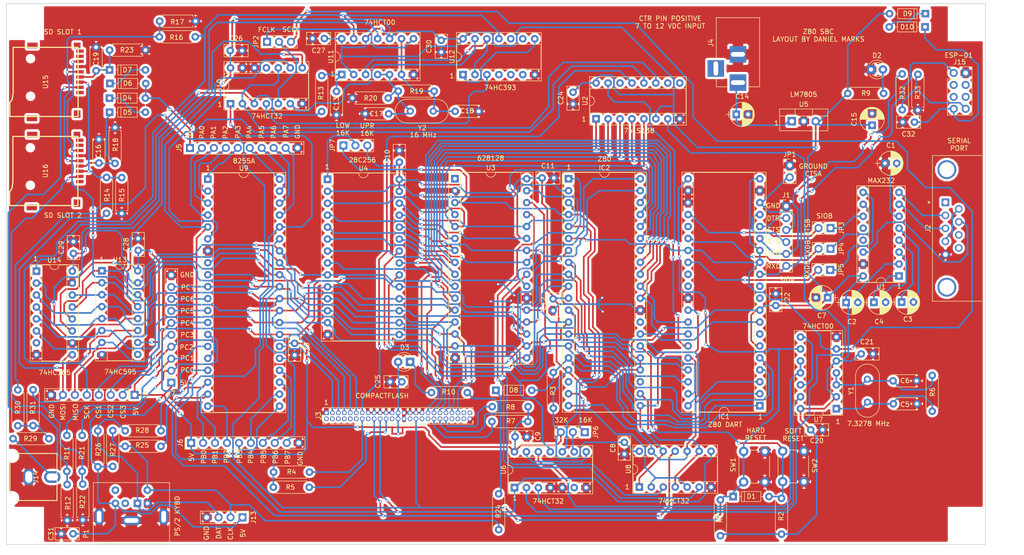
<source format=kicad_pcb>
(kicad_pcb (version 4) (host pcbnew 4.0.7)
  (layers (0 F.Cu signal) (31 B.Cu signal) (34 B.Paste user) (35 F.Paste user) (36 B.SilkS user) (37 F.SilkS user) (38 B.Mask user) (39 F.Mask user) (44 Edge.Cuts user))
  (net 0 "")
  (net 1 GND)
  (net 2 "Net-(C1-Pad2)")
  (net 3 +5V)
  (net 4 "Net-(C2-Pad2)")
  (net 5 "Net-(C3-Pad1)")
  (net 6 "Net-(C3-Pad2)")
  (net 7 "Net-(C4-Pad1)")
  (net 8 "Net-(C4-Pad2)")
  (net 9 "Net-(C5-Pad1)")
  (net 10 "Net-(C6-Pad1)")
  (net 11 "Net-(C13-Pad1)")
  (net 12 "Net-(C14-Pad1)")
  (net 13 "Net-(C16-Pad1)")
  (net 14 "Net-(C17-Pad1)")
  (net 15 "Net-(C18-Pad1)")
  (net 16 "Net-(C19-Pad1)")
  (net 17 COLDRESET)
  (net 18 RST)
  (net 19 "Net-(D2-Pad2)")
  (net 20 "Net-(D3-Pad1)")
  (net 21 "Net-(D4-Pad1)")
  (net 22 "Net-(D6-Pad1)")
  (net 23 D1)
  (net 24 D3)
  (net 25 D5)
  (net 26 D7)
  (net 27 RTSB)
  (net 28 INT)
  (net 29 TXDB)
  (net 30 CLK)
  (net 31 M1)
  (net 32 RXDB)
  (net 33 "Net-(IC1-Pad12)")
  (net 34 RD)
  (net 35 A1)
  (net 36 A0)
  (net 37 "Net-(IC1-Pad15)")
  (net 38 IO00-07)
  (net 39 "Net-(IC1-Pad16)")
  (net 40 IORQ)
  (net 41 "Net-(IC1-Pad17)")
  (net 42 D6)
  (net 43 "Net-(IC1-Pad18)")
  (net 44 D4)
  (net 45 D2)
  (net 46 D0)
  (net 47 A11)
  (net 48 A12)
  (net 49 WR)
  (net 50 A13)
  (net 51 A14)
  (net 52 A15)
  (net 53 A2)
  (net 54 A3)
  (net 55 A4)
  (net 56 A5)
  (net 57 A6)
  (net 58 A7)
  (net 59 A8)
  (net 60 MREQ)
  (net 61 A9)
  (net 62 A10)
  (net 63 "Net-(J2-Pad2)")
  (net 64 "Net-(J2-Pad3)")
  (net 65 "Net-(J2-Pad4)")
  (net 66 "Net-(J2-Pad7)")
  (net 67 IO10-17)
  (net 68 "Net-(J3-Pad32)")
  (net 69 IORD!)
  (net 70 IOWR!)
  (net 71 "Net-(J3-Pad36)")
  (net 72 "Net-(J3-Pad44)")
  (net 73 "Net-(J3-Pad46)")
  (net 74 "Net-(J5-Pad2)")
  (net 75 "Net-(J5-Pad3)")
  (net 76 "Net-(J5-Pad4)")
  (net 77 "Net-(J5-Pad5)")
  (net 78 "Net-(J5-Pad6)")
  (net 79 "Net-(J5-Pad7)")
  (net 80 "Net-(J5-Pad8)")
  (net 81 "Net-(J6-Pad2)")
  (net 82 "Net-(J6-Pad3)")
  (net 83 "Net-(J6-Pad4)")
  (net 84 "Net-(J6-Pad5)")
  (net 85 "Net-(J6-Pad6)")
  (net 86 "Net-(J6-Pad7)")
  (net 87 "Net-(J6-Pad8)")
  (net 88 "Net-(J7-Pad2)")
  (net 89 CS3)
  (net 90 CS2)
  (net 91 CS1)
  (net 92 "Net-(J7-Pad7)")
  (net 93 "Net-(J7-Pad8)")
  (net 94 SCK)
  (net 95 MISO)
  (net 96 MOSI)
  (net 97 "Net-(JP2-Pad1)")
  (net 98 "Net-(JP2-Pad2)")
  (net 99 "Net-(JP3-Pad1)")
  (net 100 "Net-(JP4-Pad1)")
  (net 101 "Net-(JP5-Pad1)")
  (net 102 "Net-(JP6-Pad2)")
  (net 103 SDCS)
  (net 104 "Net-(R13-Pad1)")
  (net 105 "Net-(R14-Pad1)")
  (net 106 "Net-(R16-Pad2)")
  (net 107 SDCS2)
  (net 108 MEMRD!)
  (net 109 MEMWR!)
  (net 110 RAM/ROM!)
  (net 111 BOTTOM16K)
  (net 112 IO38-3F)
  (net 113 DISABLEROM)
  (net 114 ROMDISABLED)
  (net 115 "Net-(U7-Pad12)")
  (net 116 IO18-1F)
  (net 117 "Net-(U10-Pad8)")
  (net 118 IO20-27)
  (net 119 "Net-(U11-Pad11)")
  (net 120 "Net-(U10-Pad4)")
  (net 121 "Net-(U10-Pad6)")
  (net 122 "Net-(U11-Pad3)")
  (net 123 "Net-(U12-Pad1)")
  (net 124 "Net-(J5-Pad9)")
  (net 125 "Net-(J6-Pad9)")
  (net 126 "Net-(J7-Pad3)")
  (net 127 "Net-(J7-Pad9)")
  (net 128 "Net-(J3-Pad45)")
  (net 129 "Net-(D8-Pad1)")
  (net 130 "Net-(J13-Pad2)")
  (net 131 "Net-(J13-Pad3)")
  (net 132 R14)
  (net 133 "Net-(J14-Pad2)")
  (net 134 "Net-(R29-Pad2)")
  (net 135 "Net-(C32-Pad1)")
  (net 136 "Net-(D10-Pad2)")
  (net 137 "Net-(J15-Pad7)")
  (module Z80:Connector_Mini-DIN_Female_6Pin_2rows (layer F.Cu) (at 46.86 131.25)
    (fp_text reference P1 (at -10.93 6.48 90) (layer F.SilkS))
    (fp_text value Mini-DIN_6pins_ver4)
    (pad 7 thru_hole oval (at -8.15 2.85) (size 2 3.5) (drill oval 1 2.5) (layers *.Cu *.Mask) (net 1 GND))
    (pad 7 thru_hole oval (at 5.55 2.85) (size 2 3.5) (drill oval 1 2.5) (layers *.Cu *.Mask) (net 1 GND))
    (pad 1 thru_hole rect (at 0 0) (size 1.6 1.6) (drill 0.8) (layers *.Cu *.Mask) (net 131 "Net-(J13-Pad3)"))
    (pad 2 thru_hole circle (at -2.6 0) (size 1.6 1.6) (drill 0.8) (layers *.Cu *.Mask))
    (pad 3 thru_hole circle (at 2.1 0) (size 1.6 1.6) (drill 0.8) (layers *.Cu *.Mask) (net 1 GND))
    (pad 4 thru_hole circle (at -4.7 0) (size 1.6 1.6) (drill 0.8) (layers *.Cu *.Mask) (net 3 +5V))
    (pad 5 thru_hole circle (at 2.1 -2.8) (size 1.6 1.6) (drill 0.8) (layers *.Cu *.Mask) (net 130 "Net-(J13-Pad2)"))
    (pad 6 thru_hole circle (at -4.7 -2.8) (size 1.6 1.6) (drill 0.8) (layers *.Cu *.Mask))
    (pad 7 thru_hole oval (at -1.3 3.65) (size 4 2) (drill oval 3 1) (layers *.Cu *.Mask) (net 1 GND))
  )
  (module Capacitors_THT:C_Disc_D5.0mm_W2.5mm_P2.50mm (layer F.Cu) (at 127.07 117.1)
    (fp_text reference C9 (at 4.88 -0.1 90) (layer F.SilkS))
    (fp_text value "100 nF")
    (pad 1 thru_hole circle (at 0 0) (size 1.6 1.6) (drill 0.8) (layers *.Cu *.Mask) (net 3 +5V))
    (pad 2 thru_hole circle (at 2.5 0) (size 1.6 1.6) (drill 0.8) (layers *.Cu *.Mask) (net 1 GND))
  )
  (module Housings_DIP:DIP-40_W15.24mm_Socket (layer F.Cu) (at 179.07 110.49 180)
    (fp_text reference IC1 (at 7.62 -2.33 180) (layer F.SilkS))
    (fp_text value DART-DIP-40)
    (pad 1 thru_hole rect (at 0 0 180) (size 1.6 1.6) (drill 0.8) (layers *.Cu *.Mask) (net 23 D1))
    (pad 21 thru_hole oval (at 15.24 48.26 180) (size 1.6 1.6) (drill 0.8) (layers *.Cu *.Mask) (net 17 COLDRESET))
    (pad 2 thru_hole oval (at 0 2.54 180) (size 1.6 1.6) (drill 0.8) (layers *.Cu *.Mask) (net 24 D3))
    (pad 22 thru_hole oval (at 15.24 45.72 180) (size 1.6 1.6) (drill 0.8) (layers *.Cu *.Mask) (net 1 GND))
    (pad 3 thru_hole oval (at 0 5.08 180) (size 1.6 1.6) (drill 0.8) (layers *.Cu *.Mask) (net 25 D5))
    (pad 23 thru_hole oval (at 15.24 43.18 180) (size 1.6 1.6) (drill 0.8) (layers *.Cu *.Mask) (net 1 GND))
    (pad 4 thru_hole oval (at 0 7.62 180) (size 1.6 1.6) (drill 0.8) (layers *.Cu *.Mask) (net 26 D7))
    (pad 24 thru_hole oval (at 15.24 40.64 180) (size 1.6 1.6) (drill 0.8) (layers *.Cu *.Mask) (net 27 RTSB))
    (pad 5 thru_hole oval (at 0 10.16 180) (size 1.6 1.6) (drill 0.8) (layers *.Cu *.Mask) (net 28 INT))
    (pad 25 thru_hole oval (at 15.24 38.1 180) (size 1.6 1.6) (drill 0.8) (layers *.Cu *.Mask))
    (pad 6 thru_hole oval (at 0 12.7 180) (size 1.6 1.6) (drill 0.8) (layers *.Cu *.Mask) (net 3 +5V))
    (pad 26 thru_hole oval (at 15.24 35.56 180) (size 1.6 1.6) (drill 0.8) (layers *.Cu *.Mask) (net 29 TXDB))
    (pad 7 thru_hole oval (at 0 15.24 180) (size 1.6 1.6) (drill 0.8) (layers *.Cu *.Mask))
    (pad 27 thru_hole oval (at 15.24 33.02 180) (size 1.6 1.6) (drill 0.8) (layers *.Cu *.Mask) (net 30 CLK))
    (pad 8 thru_hole oval (at 0 17.78 180) (size 1.6 1.6) (drill 0.8) (layers *.Cu *.Mask) (net 31 M1))
    (pad 28 thru_hole oval (at 15.24 30.48 180) (size 1.6 1.6) (drill 0.8) (layers *.Cu *.Mask) (net 32 RXDB))
    (pad 9 thru_hole oval (at 0 20.32 180) (size 1.6 1.6) (drill 0.8) (layers *.Cu *.Mask) (net 3 +5V))
    (pad 29 thru_hole oval (at 15.24 27.94 180) (size 1.6 1.6) (drill 0.8) (layers *.Cu *.Mask))
    (pad 10 thru_hole oval (at 0 22.86 180) (size 1.6 1.6) (drill 0.8) (layers *.Cu *.Mask))
    (pad 30 thru_hole oval (at 15.24 25.4 180) (size 1.6 1.6) (drill 0.8) (layers *.Cu *.Mask))
    (pad 11 thru_hole oval (at 0 25.4 180) (size 1.6 1.6) (drill 0.8) (layers *.Cu *.Mask))
    (pad 31 thru_hole oval (at 15.24 22.86 180) (size 1.6 1.6) (drill 0.8) (layers *.Cu *.Mask) (net 1 GND))
    (pad 12 thru_hole oval (at 0 27.94 180) (size 1.6 1.6) (drill 0.8) (layers *.Cu *.Mask) (net 33 "Net-(IC1-Pad12)"))
    (pad 32 thru_hole oval (at 15.24 20.32 180) (size 1.6 1.6) (drill 0.8) (layers *.Cu *.Mask) (net 34 RD))
    (pad 13 thru_hole oval (at 0 30.48 180) (size 1.6 1.6) (drill 0.8) (layers *.Cu *.Mask) (net 30 CLK))
    (pad 33 thru_hole oval (at 15.24 17.78 180) (size 1.6 1.6) (drill 0.8) (layers *.Cu *.Mask) (net 35 A1))
    (pad 14 thru_hole oval (at 0 33.02 180) (size 1.6 1.6) (drill 0.8) (layers *.Cu *.Mask) (net 30 CLK))
    (pad 34 thru_hole oval (at 15.24 15.24 180) (size 1.6 1.6) (drill 0.8) (layers *.Cu *.Mask) (net 36 A0))
    (pad 15 thru_hole oval (at 0 35.56 180) (size 1.6 1.6) (drill 0.8) (layers *.Cu *.Mask) (net 37 "Net-(IC1-Pad15)"))
    (pad 35 thru_hole oval (at 15.24 12.7 180) (size 1.6 1.6) (drill 0.8) (layers *.Cu *.Mask) (net 38 IO00-07))
    (pad 16 thru_hole oval (at 0 38.1 180) (size 1.6 1.6) (drill 0.8) (layers *.Cu *.Mask) (net 39 "Net-(IC1-Pad16)"))
    (pad 36 thru_hole oval (at 15.24 10.16 180) (size 1.6 1.6) (drill 0.8) (layers *.Cu *.Mask) (net 40 IORQ))
    (pad 17 thru_hole oval (at 0 40.64 180) (size 1.6 1.6) (drill 0.8) (layers *.Cu *.Mask) (net 41 "Net-(IC1-Pad17)"))
    (pad 37 thru_hole oval (at 15.24 7.62 180) (size 1.6 1.6) (drill 0.8) (layers *.Cu *.Mask) (net 42 D6))
    (pad 18 thru_hole oval (at 0 43.18 180) (size 1.6 1.6) (drill 0.8) (layers *.Cu *.Mask) (net 43 "Net-(IC1-Pad18)"))
    (pad 38 thru_hole oval (at 15.24 5.08 180) (size 1.6 1.6) (drill 0.8) (layers *.Cu *.Mask) (net 44 D4))
    (pad 19 thru_hole oval (at 0 45.72 180) (size 1.6 1.6) (drill 0.8) (layers *.Cu *.Mask) (net 1 GND))
    (pad 39 thru_hole oval (at 15.24 2.54 180) (size 1.6 1.6) (drill 0.8) (layers *.Cu *.Mask) (net 45 D2))
    (pad 20 thru_hole oval (at 0 48.26 180) (size 1.6 1.6) (drill 0.8) (layers *.Cu *.Mask) (net 30 CLK))
    (pad 40 thru_hole oval (at 15.24 0 180) (size 1.6 1.6) (drill 0.8) (layers *.Cu *.Mask) (net 46 D0))
  )
  (module Pin_Headers:Pin_Header_Straight_1x02_Pitch2.54mm (layer F.Cu) (at 194.01 81.61 270)
    (fp_text reference JP5 (at 0 -2.33 270) (layer F.SilkS))
    (fp_text value PH)
    (pad 1 thru_hole rect (at 0 0 270) (size 1.7 1.7) (drill 1) (layers *.Cu *.Mask) (net 101 "Net-(JP5-Pad1)"))
    (pad 2 thru_hole oval (at 0 2.54 270) (size 1.7 1.7) (drill 1) (layers *.Cu *.Mask) (net 32 RXDB))
  )
  (module DSUB:DSUB-9_Female_Horizontal_P2.77x2.84mm_EdgePinOffset4.94mm_Housed_MountingHolesOffset7.48mm (layer F.Cu) (at 218.5 67.25 90)
    (fp_text reference J2 (at -5.54 -3.7 90) (layer F.SilkS))
    (fp_text value DB9_Female)
    (pad 1 thru_hole rect (at 0 0 90) (size 1.6 1.6) (drill 1) (layers *.Cu *.Mask))
    (pad 2 thru_hole circle (at -2.77 0 90) (size 1.6 1.6) (drill 1) (layers *.Cu *.Mask) (net 63 "Net-(J2-Pad2)"))
    (pad 3 thru_hole circle (at -5.54 0 90) (size 1.6 1.6) (drill 1) (layers *.Cu *.Mask) (net 64 "Net-(J2-Pad3)"))
    (pad 4 thru_hole circle (at -8.31 0 90) (size 1.6 1.6) (drill 1) (layers *.Cu *.Mask) (net 65 "Net-(J2-Pad4)"))
    (pad 5 thru_hole circle (at -11.08 0 90) (size 1.6 1.6) (drill 1) (layers *.Cu *.Mask) (net 1 GND))
    (pad 6 thru_hole circle (at -1.385 2.84 90) (size 1.6 1.6) (drill 1) (layers *.Cu *.Mask) (net 65 "Net-(J2-Pad4)"))
    (pad 7 thru_hole circle (at -4.155 2.84 90) (size 1.6 1.6) (drill 1) (layers *.Cu *.Mask) (net 66 "Net-(J2-Pad7)"))
    (pad 8 thru_hole circle (at -6.925 2.84 90) (size 1.6 1.6) (drill 1) (layers *.Cu *.Mask))
    (pad 9 thru_hole circle (at -9.695 2.84 90) (size 1.6 1.6) (drill 1) (layers *.Cu *.Mask))
    (pad 0 thru_hole circle (at -18.04 0.3 90) (size 4 4) (drill 3.2) (layers *.Cu *.Mask))
    (pad 0 thru_hole circle (at 6.96 0.3 90) (size 4 4) (drill 3.2) (layers *.Cu *.Mask))
  )
  (module Housings_DIP:DIP-14_W7.62mm_Socket (layer F.Cu) (at 126.94 127.91 90)
    (fp_text reference U6 (at 3.81 -2.33 90) (layer F.SilkS))
    (fp_text value 74HCT32)
    (pad 1 thru_hole rect (at 0 0 90) (size 1.6 1.6) (drill 0.8) (layers *.Cu *.Mask) (net 70 IOWR!))
    (pad 8 thru_hole oval (at 7.62 15.24 90) (size 1.6 1.6) (drill 0.8) (layers *.Cu *.Mask) (net 111 BOTTOM16K))
    (pad 2 thru_hole oval (at 0 2.54 90) (size 1.6 1.6) (drill 0.8) (layers *.Cu *.Mask) (net 112 IO38-3F))
    (pad 9 thru_hole oval (at 7.62 12.7 90) (size 1.6 1.6) (drill 0.8) (layers *.Cu *.Mask) (net 102 "Net-(JP6-Pad2)"))
    (pad 3 thru_hole oval (at 0 5.08 90) (size 1.6 1.6) (drill 0.8) (layers *.Cu *.Mask) (net 113 DISABLEROM))
    (pad 10 thru_hole oval (at 7.62 10.16 90) (size 1.6 1.6) (drill 0.8) (layers *.Cu *.Mask) (net 52 A15))
    (pad 4 thru_hole oval (at 0 7.62 90) (size 1.6 1.6) (drill 0.8) (layers *.Cu *.Mask) (net 1 GND))
    (pad 11 thru_hole oval (at 7.62 7.62 90) (size 1.6 1.6) (drill 0.8) (layers *.Cu *.Mask) (net 110 RAM/ROM!))
    (pad 5 thru_hole oval (at 0 10.16 90) (size 1.6 1.6) (drill 0.8) (layers *.Cu *.Mask) (net 1 GND))
    (pad 12 thru_hole oval (at 7.62 5.08 90) (size 1.6 1.6) (drill 0.8) (layers *.Cu *.Mask) (net 114 ROMDISABLED))
    (pad 6 thru_hole oval (at 0 12.7 90) (size 1.6 1.6) (drill 0.8) (layers *.Cu *.Mask))
    (pad 13 thru_hole oval (at 7.62 2.54 90) (size 1.6 1.6) (drill 0.8) (layers *.Cu *.Mask) (net 111 BOTTOM16K))
    (pad 7 thru_hole oval (at 0 15.24 90) (size 1.6 1.6) (drill 0.8) (layers *.Cu *.Mask) (net 1 GND))
    (pad 14 thru_hole oval (at 7.62 0 90) (size 1.6 1.6) (drill 0.8) (layers *.Cu *.Mask) (net 3 +5V))
  )
  (module Capacitors_THT:CP_Radial_D5.0mm_P2.50mm (layer F.Cu) (at 205.66 58.94)
    (fp_text reference C1 (at 1.25 -3.81) (layer F.SilkS))
    (fp_text value "1 uF")
    (pad 1 thru_hole rect (at 0 0) (size 1.6 1.6) (drill 0.8) (layers *.Cu *.Mask) (net 1 GND))
    (pad 2 thru_hole circle (at 2.5 0) (size 1.6 1.6) (drill 0.8) (layers *.Cu *.Mask) (net 2 "Net-(C1-Pad2)"))
  )
  (module Capacitors_THT:CP_Radial_D5.0mm_P2.50mm (layer F.Cu) (at 197.4 88.54)
    (fp_text reference C2 (at 1.25 4.11) (layer F.SilkS))
    (fp_text value "1 uF")
    (pad 1 thru_hole rect (at 0 0) (size 1.6 1.6) (drill 0.8) (layers *.Cu *.Mask) (net 3 +5V))
    (pad 2 thru_hole circle (at 2.5 0) (size 1.6 1.6) (drill 0.8) (layers *.Cu *.Mask) (net 4 "Net-(C2-Pad2)"))
  )
  (module Capacitors_THT:CP_Radial_D5.0mm_P2.50mm (layer F.Cu) (at 209.21 88.47)
    (fp_text reference C3 (at 1.29 3.65) (layer F.SilkS))
    (fp_text value "1 uF")
    (pad 1 thru_hole rect (at 0 0) (size 1.6 1.6) (drill 0.8) (layers *.Cu *.Mask) (net 5 "Net-(C3-Pad1)"))
    (pad 2 thru_hole circle (at 2.5 0) (size 1.6 1.6) (drill 0.8) (layers *.Cu *.Mask) (net 6 "Net-(C3-Pad2)"))
  )
  (module Capacitors_THT:CP_Radial_D5.0mm_P2.50mm (layer F.Cu) (at 203.3 88.51)
    (fp_text reference C4 (at 1.11 4.11) (layer F.SilkS))
    (fp_text value "1 uF")
    (pad 1 thru_hole rect (at 0 0) (size 1.6 1.6) (drill 0.8) (layers *.Cu *.Mask) (net 7 "Net-(C4-Pad1)"))
    (pad 2 thru_hole circle (at 2.5 0) (size 1.6 1.6) (drill 0.8) (layers *.Cu *.Mask) (net 8 "Net-(C4-Pad2)"))
  )
  (module Capacitors_THT:C_Disc_D5.0mm_W2.5mm_P5.00mm (layer F.Cu) (at 207.43 110.09)
    (fp_text reference C5 (at 2.48 0.14) (layer F.SilkS))
    (fp_text value "22 pF")
    (pad 1 thru_hole circle (at 0 0) (size 1.6 1.6) (drill 0.8) (layers *.Cu *.Mask) (net 9 "Net-(C5-Pad1)"))
    (pad 2 thru_hole circle (at 5 0) (size 1.6 1.6) (drill 0.8) (layers *.Cu *.Mask) (net 1 GND))
  )
  (module Capacitors_THT:C_Disc_D5.0mm_W2.5mm_P5.00mm (layer F.Cu) (at 207.37 105.2)
    (fp_text reference C6 (at 2.54 -0.03) (layer F.SilkS))
    (fp_text value "22 pF")
    (pad 1 thru_hole circle (at 0 0) (size 1.6 1.6) (drill 0.8) (layers *.Cu *.Mask) (net 10 "Net-(C6-Pad1)"))
    (pad 2 thru_hole circle (at 5 0) (size 1.6 1.6) (drill 0.8) (layers *.Cu *.Mask) (net 1 GND))
  )
  (module Capacitors_THT:CP_Radial_D5.0mm_P2.50mm (layer F.Cu) (at 193.48 87.51 180)
    (fp_text reference C7 (at 1.25 -3.81 180) (layer F.SilkS))
    (fp_text value "1 uF")
    (pad 1 thru_hole rect (at 0 0 180) (size 1.6 1.6) (drill 0.8) (layers *.Cu *.Mask) (net 3 +5V))
    (pad 2 thru_hole circle (at 2.5 0 180) (size 1.6 1.6) (drill 0.8) (layers *.Cu *.Mask) (net 1 GND))
  )
  (module Capacitors_THT:C_Disc_D5.0mm_W2.5mm_P5.00mm (layer F.Cu) (at 89.12 43.66 270)
    (fp_text reference C13 (at 2.59 0.02 270) (layer F.SilkS))
    (fp_text value "47 pF")
    (pad 1 thru_hole circle (at 0 0 270) (size 1.6 1.6) (drill 0.8) (layers *.Cu *.Mask) (net 11 "Net-(C13-Pad1)"))
    (pad 2 thru_hole circle (at 5 0 270) (size 1.6 1.6) (drill 0.8) (layers *.Cu *.Mask) (net 1 GND))
  )
  (module Capacitors_THT:CP_Radial_D5.0mm_P2.50mm (layer F.Cu) (at 174.07 48.54)
    (fp_text reference C14 (at 1.25 -3.81) (layer F.SilkS))
    (fp_text value "100 uF")
    (pad 1 thru_hole rect (at 0 0) (size 1.6 1.6) (drill 0.8) (layers *.Cu *.Mask) (net 12 "Net-(C14-Pad1)"))
    (pad 2 thru_hole circle (at 2.5 0) (size 1.6 1.6) (drill 0.8) (layers *.Cu *.Mask) (net 1 GND))
  )
  (module Capacitors_THT:CP_Radial_D5.0mm_P2.50mm (layer F.Cu) (at 202.92 50.86 90)
    (fp_text reference C15 (at 1.25 -3.81 90) (layer F.SilkS))
    (fp_text value "100 uF")
    (pad 1 thru_hole rect (at 0 0 90) (size 1.6 1.6) (drill 0.8) (layers *.Cu *.Mask) (net 3 +5V))
    (pad 2 thru_hole circle (at 2.5 0 90) (size 1.6 1.6) (drill 0.8) (layers *.Cu *.Mask) (net 1 GND))
  )
  (module Capacitors_THT:C_Disc_D5.0mm_W2.5mm_P5.00mm (layer F.Cu) (at 38.65 58.87 90)
    (fp_text reference C16 (at 2.49 -0.1 90) (layer F.SilkS))
    (fp_text value "100 nF")
    (pad 1 thru_hole circle (at 0 0 90) (size 1.6 1.6) (drill 0.8) (layers *.Cu *.Mask) (net 13 "Net-(C16-Pad1)"))
    (pad 2 thru_hole circle (at 5 0 90) (size 1.6 1.6) (drill 0.8) (layers *.Cu *.Mask) (net 1 GND))
  )
  (module Capacitors_THT:C_Disc_D5.0mm_W2.5mm_P5.00mm (layer F.Cu) (at 100.22 48.42 180)
    (fp_text reference C17 (at 2.61 0.01 180) (layer F.SilkS))
    (fp_text value "22 pF")
    (pad 1 thru_hole circle (at 0 0 180) (size 1.6 1.6) (drill 0.8) (layers *.Cu *.Mask) (net 14 "Net-(C17-Pad1)"))
    (pad 2 thru_hole circle (at 5 0 180) (size 1.6 1.6) (drill 0.8) (layers *.Cu *.Mask) (net 1 GND))
  )
  (module Capacitors_THT:C_Disc_D5.0mm_W2.5mm_P5.00mm (layer F.Cu) (at 114.34 47.89)
    (fp_text reference C18 (at 2.55 -0.1) (layer F.SilkS))
    (fp_text value "22 pF")
    (pad 1 thru_hole circle (at 0 0) (size 1.6 1.6) (drill 0.8) (layers *.Cu *.Mask) (net 15 "Net-(C18-Pad1)"))
    (pad 2 thru_hole circle (at 5 0) (size 1.6 1.6) (drill 0.8) (layers *.Cu *.Mask) (net 1 GND))
  )
  (module Capacitors_THT:C_Disc_D5.0mm_W2.5mm_P5.00mm (layer F.Cu) (at 38.05 39.26 90)
    (fp_text reference C19 (at 2.48 0 90) (layer F.SilkS))
    (fp_text value "100 nF")
    (pad 1 thru_hole circle (at 0 0 90) (size 1.6 1.6) (drill 0.8) (layers *.Cu *.Mask) (net 16 "Net-(C19-Pad1)"))
    (pad 2 thru_hole circle (at 5 0 90) (size 1.6 1.6) (drill 0.8) (layers *.Cu *.Mask) (net 1 GND))
  )
  (module Diodes_THT:D_DO-35_SOD27_P7.62mm_Horizontal (layer F.Cu) (at 173.4 129.81)
    (fp_text reference D1 (at 3.85 -0.05) (layer F.SilkS))
    (fp_text value 1N4148)
    (pad 1 thru_hole rect (at 0 0) (size 1.6 1.6) (drill 0.8) (layers *.Cu *.Mask) (net 17 COLDRESET))
    (pad 2 thru_hole oval (at 7.62 0) (size 1.6 1.6) (drill 0.8) (layers *.Cu *.Mask) (net 18 RST))
  )
  (module LEDs:LED_D3.0mm (layer F.Cu) (at 202.68 39)
    (fp_text reference D2 (at 1.27 -2.96) (layer F.SilkS))
    (fp_text value LED)
    (pad 1 thru_hole rect (at 0 0) (size 1.8 1.8) (drill 0.9) (layers *.Cu *.Mask) (net 1 GND))
    (pad 2 thru_hole circle (at 2.54 0) (size 1.8 1.8) (drill 0.9) (layers *.Cu *.Mask) (net 19 "Net-(D2-Pad2)"))
  )
  (module LEDs:LED_D3.0mm (layer F.Cu) (at 104.77 101.17 180)
    (fp_text reference D3 (at 1.15 3.09 180) (layer F.SilkS))
    (fp_text value LED)
    (pad 1 thru_hole rect (at 0 0 180) (size 1.8 1.8) (drill 0.9) (layers *.Cu *.Mask) (net 20 "Net-(D3-Pad1)"))
    (pad 2 thru_hole circle (at 2.54 0 180) (size 1.8 1.8) (drill 0.9) (layers *.Cu *.Mask) (net 3 +5V))
  )
  (module Diodes_THT:D_DO-35_SOD27_P7.62mm_Horizontal (layer F.Cu) (at 40.9 45.09)
    (fp_text reference D4 (at 3.77 -0.04) (layer F.SilkS))
    (fp_text value 1N4148)
    (pad 1 thru_hole rect (at 0 0) (size 1.6 1.6) (drill 0.8) (layers *.Cu *.Mask) (net 21 "Net-(D4-Pad1)"))
    (pad 2 thru_hole oval (at 7.62 0) (size 1.6 1.6) (drill 0.8) (layers *.Cu *.Mask) (net 3 +5V))
  )
  (module Diodes_THT:D_DO-35_SOD27_P7.62mm_Horizontal (layer F.Cu) (at 40.92 48.08)
    (fp_text reference D5 (at 3.79 0.03) (layer F.SilkS))
    (fp_text value 1N4148)
    (pad 1 thru_hole rect (at 0 0) (size 1.6 1.6) (drill 0.8) (layers *.Cu *.Mask) (net 13 "Net-(C16-Pad1)"))
    (pad 2 thru_hole oval (at 7.62 0) (size 1.6 1.6) (drill 0.8) (layers *.Cu *.Mask) (net 21 "Net-(D4-Pad1)"))
  )
  (module Diodes_THT:D_DO-35_SOD27_P7.62mm_Horizontal (layer F.Cu) (at 40.99 41.97)
    (fp_text reference D6 (at 3.78 -0.03) (layer F.SilkS))
    (fp_text value 1N4148)
    (pad 1 thru_hole rect (at 0 0) (size 1.6 1.6) (drill 0.8) (layers *.Cu *.Mask) (net 22 "Net-(D6-Pad1)"))
    (pad 2 thru_hole oval (at 7.62 0) (size 1.6 1.6) (drill 0.8) (layers *.Cu *.Mask) (net 3 +5V))
  )
  (module Diodes_THT:D_DO-35_SOD27_P7.62mm_Horizontal (layer F.Cu) (at 40.92 39.09)
    (fp_text reference D7 (at 3.75 0.01) (layer F.SilkS))
    (fp_text value 1N4148)
    (pad 1 thru_hole rect (at 0 0) (size 1.6 1.6) (drill 0.8) (layers *.Cu *.Mask) (net 16 "Net-(C19-Pad1)"))
    (pad 2 thru_hole oval (at 7.62 0) (size 1.6 1.6) (drill 0.8) (layers *.Cu *.Mask) (net 22 "Net-(D6-Pad1)"))
  )
  (module Housings_DIP:DIP-40_W15.24mm_Socket (layer F.Cu) (at 138.43 62.23)
    (fp_text reference IC2 (at 7.62 -2.33) (layer F.SilkS))
    (fp_text value Z80CPU-DIP)
    (pad 1 thru_hole rect (at 0 0) (size 1.6 1.6) (drill 0.8) (layers *.Cu *.Mask) (net 47 A11))
    (pad 21 thru_hole oval (at 15.24 48.26) (size 1.6 1.6) (drill 0.8) (layers *.Cu *.Mask) (net 34 RD))
    (pad 2 thru_hole oval (at 0 2.54) (size 1.6 1.6) (drill 0.8) (layers *.Cu *.Mask) (net 48 A12))
    (pad 22 thru_hole oval (at 15.24 45.72) (size 1.6 1.6) (drill 0.8) (layers *.Cu *.Mask) (net 49 WR))
    (pad 3 thru_hole oval (at 0 5.08) (size 1.6 1.6) (drill 0.8) (layers *.Cu *.Mask) (net 50 A13))
    (pad 23 thru_hole oval (at 15.24 43.18) (size 1.6 1.6) (drill 0.8) (layers *.Cu *.Mask))
    (pad 4 thru_hole oval (at 0 7.62) (size 1.6 1.6) (drill 0.8) (layers *.Cu *.Mask) (net 51 A14))
    (pad 24 thru_hole oval (at 15.24 40.64) (size 1.6 1.6) (drill 0.8) (layers *.Cu *.Mask) (net 3 +5V))
    (pad 5 thru_hole oval (at 0 10.16) (size 1.6 1.6) (drill 0.8) (layers *.Cu *.Mask) (net 52 A15))
    (pad 25 thru_hole oval (at 15.24 38.1) (size 1.6 1.6) (drill 0.8) (layers *.Cu *.Mask) (net 3 +5V))
    (pad 6 thru_hole oval (at 0 12.7) (size 1.6 1.6) (drill 0.8) (layers *.Cu *.Mask) (net 30 CLK))
    (pad 26 thru_hole oval (at 15.24 35.56) (size 1.6 1.6) (drill 0.8) (layers *.Cu *.Mask) (net 18 RST))
    (pad 7 thru_hole oval (at 0 15.24) (size 1.6 1.6) (drill 0.8) (layers *.Cu *.Mask) (net 44 D4))
    (pad 27 thru_hole oval (at 15.24 33.02) (size 1.6 1.6) (drill 0.8) (layers *.Cu *.Mask) (net 31 M1))
    (pad 8 thru_hole oval (at 0 17.78) (size 1.6 1.6) (drill 0.8) (layers *.Cu *.Mask) (net 24 D3))
    (pad 28 thru_hole oval (at 15.24 30.48) (size 1.6 1.6) (drill 0.8) (layers *.Cu *.Mask))
    (pad 9 thru_hole oval (at 0 20.32) (size 1.6 1.6) (drill 0.8) (layers *.Cu *.Mask) (net 25 D5))
    (pad 29 thru_hole oval (at 15.24 27.94) (size 1.6 1.6) (drill 0.8) (layers *.Cu *.Mask) (net 1 GND))
    (pad 10 thru_hole oval (at 0 22.86) (size 1.6 1.6) (drill 0.8) (layers *.Cu *.Mask) (net 42 D6))
    (pad 30 thru_hole oval (at 15.24 25.4) (size 1.6 1.6) (drill 0.8) (layers *.Cu *.Mask) (net 36 A0))
    (pad 11 thru_hole oval (at 0 25.4) (size 1.6 1.6) (drill 0.8) (layers *.Cu *.Mask) (net 3 +5V))
    (pad 31 thru_hole oval (at 15.24 22.86) (size 1.6 1.6) (drill 0.8) (layers *.Cu *.Mask) (net 35 A1))
    (pad 12 thru_hole oval (at 0 27.94) (size 1.6 1.6) (drill 0.8) (layers *.Cu *.Mask) (net 45 D2))
    (pad 32 thru_hole oval (at 15.24 20.32) (size 1.6 1.6) (drill 0.8) (layers *.Cu *.Mask) (net 53 A2))
    (pad 13 thru_hole oval (at 0 30.48) (size 1.6 1.6) (drill 0.8) (layers *.Cu *.Mask) (net 26 D7))
    (pad 33 thru_hole oval (at 15.24 17.78) (size 1.6 1.6) (drill 0.8) (layers *.Cu *.Mask) (net 54 A3))
    (pad 14 thru_hole oval (at 0 33.02) (size 1.6 1.6) (drill 0.8) (layers *.Cu *.Mask) (net 46 D0))
    (pad 34 thru_hole oval (at 15.24 15.24) (size 1.6 1.6) (drill 0.8) (layers *.Cu *.Mask) (net 55 A4))
    (pad 15 thru_hole oval (at 0 35.56) (size 1.6 1.6) (drill 0.8) (layers *.Cu *.Mask) (net 23 D1))
    (pad 35 thru_hole oval (at 15.24 12.7) (size 1.6 1.6) (drill 0.8) (layers *.Cu *.Mask) (net 56 A5))
    (pad 16 thru_hole oval (at 0 38.1) (size 1.6 1.6) (drill 0.8) (layers *.Cu *.Mask) (net 28 INT))
    (pad 36 thru_hole oval (at 15.24 10.16) (size 1.6 1.6) (drill 0.8) (layers *.Cu *.Mask) (net 57 A6))
    (pad 17 thru_hole oval (at 0 40.64) (size 1.6 1.6) (drill 0.8) (layers *.Cu *.Mask) (net 3 +5V))
    (pad 37 thru_hole oval (at 15.24 7.62) (size 1.6 1.6) (drill 0.8) (layers *.Cu *.Mask) (net 58 A7))
    (pad 18 thru_hole oval (at 0 43.18) (size 1.6 1.6) (drill 0.8) (layers *.Cu *.Mask))
    (pad 38 thru_hole oval (at 15.24 5.08) (size 1.6 1.6) (drill 0.8) (layers *.Cu *.Mask) (net 59 A8))
    (pad 19 thru_hole oval (at 0 45.72) (size 1.6 1.6) (drill 0.8) (layers *.Cu *.Mask) (net 60 MREQ))
    (pad 39 thru_hole oval (at 15.24 2.54) (size 1.6 1.6) (drill 0.8) (layers *.Cu *.Mask) (net 61 A9))
    (pad 20 thru_hole oval (at 0 48.26) (size 1.6 1.6) (drill 0.8) (layers *.Cu *.Mask) (net 40 IORQ))
    (pad 40 thru_hole oval (at 15.24 0) (size 1.6 1.6) (drill 0.8) (layers *.Cu *.Mask) (net 62 A10))
  )
  (module Pin_Headers:Pin_Header_Straight_1x06_Pitch2.54mm (layer F.Cu) (at 184.68 68.06)
    (fp_text reference J1 (at 0 -2.33) (layer F.SilkS))
    (fp_text value PH)
    (pad 1 thru_hole rect (at 0 0) (size 1.7 1.7) (drill 1) (layers *.Cu *.Mask) (net 1 GND))
    (pad 2 thru_hole oval (at 0 2.54) (size 1.7 1.7) (drill 1) (layers *.Cu *.Mask) (net 39 "Net-(IC1-Pad16)"))
    (pad 3 thru_hole oval (at 0 5.08) (size 1.7 1.7) (drill 1) (layers *.Cu *.Mask) (net 43 "Net-(IC1-Pad18)"))
    (pad 4 thru_hole oval (at 0 7.62) (size 1.7 1.7) (drill 1) (layers *.Cu *.Mask) (net 41 "Net-(IC1-Pad17)"))
    (pad 5 thru_hole oval (at 0 10.16) (size 1.7 1.7) (drill 1) (layers *.Cu *.Mask) (net 37 "Net-(IC1-Pad15)"))
    (pad 6 thru_hole oval (at 0 12.7) (size 1.7 1.7) (drill 1) (layers *.Cu *.Mask) (net 33 "Net-(IC1-Pad12)"))
  )
  (module Pin_Headers:Pin_Header_Straight_1x08_Pitch2.54mm (layer F.Cu) (at 46.25 108.2 270)
    (fp_text reference J8 (at 0 -2.33 270) (layer F.SilkS))
    (fp_text value Conn_01x08)
    (pad 1 thru_hole rect (at 0 0 270) (size 1.7 1.7) (drill 1) (layers *.Cu *.Mask) (net 3 +5V))
    (pad 2 thru_hole oval (at 0 2.54 270) (size 1.7 1.7) (drill 1) (layers *.Cu *.Mask) (net 89 CS3))
    (pad 3 thru_hole oval (at 0 5.08 270) (size 1.7 1.7) (drill 1) (layers *.Cu *.Mask) (net 90 CS2))
    (pad 4 thru_hole oval (at 0 7.62 270) (size 1.7 1.7) (drill 1) (layers *.Cu *.Mask) (net 91 CS1))
    (pad 5 thru_hole oval (at 0 10.16 270) (size 1.7 1.7) (drill 1) (layers *.Cu *.Mask) (net 94 SCK))
    (pad 6 thru_hole oval (at 0 12.7 270) (size 1.7 1.7) (drill 1) (layers *.Cu *.Mask) (net 95 MISO))
    (pad 7 thru_hole oval (at 0 15.24 270) (size 1.7 1.7) (drill 1) (layers *.Cu *.Mask) (net 96 MOSI))
    (pad 8 thru_hole oval (at 0 17.78 270) (size 1.7 1.7) (drill 1) (layers *.Cu *.Mask) (net 1 GND))
  )
  (module Pin_Headers:Pin_Header_Straight_1x02_Pitch2.54mm (layer F.Cu) (at 185.42 59.38)
    (fp_text reference JP1 (at 0 -2.33) (layer F.SilkS))
    (fp_text value PH)
    (pad 1 thru_hole rect (at 0 0) (size 1.7 1.7) (drill 1) (layers *.Cu *.Mask) (net 1 GND))
    (pad 2 thru_hole oval (at 0 2.54) (size 1.7 1.7) (drill 1) (layers *.Cu *.Mask) (net 43 "Net-(IC1-Pad18)"))
  )
  (module Pin_Headers:Pin_Header_Straight_1x03_Pitch2.54mm (layer F.Cu) (at 74.38 33.11 90)
    (fp_text reference JP2 (at 0 -2.33 90) (layer F.SilkS))
    (fp_text value Jumper_NC_Dual)
    (pad 1 thru_hole rect (at 0 0 90) (size 1.7 1.7) (drill 1) (layers *.Cu *.Mask) (net 97 "Net-(JP2-Pad1)"))
    (pad 2 thru_hole oval (at 0 2.54 90) (size 1.7 1.7) (drill 1) (layers *.Cu *.Mask) (net 98 "Net-(JP2-Pad2)"))
    (pad 3 thru_hole oval (at 0 5.08 90) (size 1.7 1.7) (drill 1) (layers *.Cu *.Mask) (net 30 CLK))
  )
  (module Pin_Headers:Pin_Header_Straight_1x02_Pitch2.54mm (layer F.Cu) (at 194.08 72.73 270)
    (fp_text reference JP3 (at 0 -2.33 270) (layer F.SilkS))
    (fp_text value PH)
    (pad 1 thru_hole rect (at 0 0 270) (size 1.7 1.7) (drill 1) (layers *.Cu *.Mask) (net 99 "Net-(JP3-Pad1)"))
    (pad 2 thru_hole oval (at 0 2.54 270) (size 1.7 1.7) (drill 1) (layers *.Cu *.Mask) (net 27 RTSB))
  )
  (module Pin_Headers:Pin_Header_Straight_1x02_Pitch2.54mm (layer F.Cu) (at 194.08 77.11 270)
    (fp_text reference JP4 (at 0 -2.33 270) (layer F.SilkS))
    (fp_text value PH)
    (pad 1 thru_hole rect (at 0 0 270) (size 1.7 1.7) (drill 1) (layers *.Cu *.Mask) (net 100 "Net-(JP4-Pad1)"))
    (pad 2 thru_hole oval (at 0 2.54 270) (size 1.7 1.7) (drill 1) (layers *.Cu *.Mask) (net 29 TXDB))
  )
  (module Pin_Headers:Pin_Header_Straight_1x03_Pitch2.54mm (layer F.Cu) (at 141.88 116.12 270)
    (fp_text reference JP6 (at 0 -2.33 270) (layer F.SilkS))
    (fp_text value Jumper_NC_Dual)
    (pad 1 thru_hole rect (at 0 0 270) (size 1.7 1.7) (drill 1) (layers *.Cu *.Mask) (net 51 A14))
    (pad 2 thru_hole oval (at 0 2.54 270) (size 1.7 1.7) (drill 1) (layers *.Cu *.Mask) (net 102 "Net-(JP6-Pad2)"))
    (pad 3 thru_hole oval (at 0 5.08 270) (size 1.7 1.7) (drill 1) (layers *.Cu *.Mask) (net 3 +5V))
  )
  (module Resistors_THT:R_Axial_DIN0207_L6.3mm_D2.5mm_P7.62mm_Horizontal (layer F.Cu) (at 170.69 138.14 90)
    (fp_text reference R1 (at 3.71 -0.06 90) (layer F.SilkS))
    (fp_text value 4k7)
    (pad 1 thru_hole circle (at 0 0 90) (size 1.6 1.6) (drill 0.8) (layers *.Cu *.Mask) (net 3 +5V))
    (pad 2 thru_hole oval (at 7.62 0 90) (size 1.6 1.6) (drill 0.8) (layers *.Cu *.Mask) (net 17 COLDRESET))
  )
  (module Resistors_THT:R_Axial_DIN0207_L6.3mm_D2.5mm_P7.62mm_Horizontal (layer F.Cu) (at 183.68 137.8 90)
    (fp_text reference R2 (at 3.79 -0.08 90) (layer F.SilkS))
    (fp_text value 4k7)
    (pad 1 thru_hole circle (at 0 0 90) (size 1.6 1.6) (drill 0.8) (layers *.Cu *.Mask) (net 3 +5V))
    (pad 2 thru_hole oval (at 7.62 0 90) (size 1.6 1.6) (drill 0.8) (layers *.Cu *.Mask) (net 18 RST))
  )
  (module Resistors_THT:R_Axial_DIN0207_L6.3mm_D2.5mm_P7.62mm_Horizontal (layer F.Cu) (at 135.2 111.03 90)
    (fp_text reference R3 (at 3.72 -0.07 90) (layer F.SilkS))
    (fp_text value 4k7)
    (pad 1 thru_hole circle (at 0 0 90) (size 1.6 1.6) (drill 0.8) (layers *.Cu *.Mask) (net 3 +5V))
    (pad 2 thru_hole oval (at 7.62 0 90) (size 1.6 1.6) (drill 0.8) (layers *.Cu *.Mask) (net 28 INT))
  )
  (module Resistors_THT:R_Axial_DIN0207_L6.3mm_D2.5mm_P7.62mm_Horizontal (layer F.Cu) (at 75.77 124.61)
    (fp_text reference R4 (at 3.81 -0.05) (layer F.SilkS))
    (fp_text value 1k)
    (pad 1 thru_hole circle (at 0 0) (size 1.6 1.6) (drill 0.8) (layers *.Cu *.Mask) (net 3 +5V))
    (pad 2 thru_hole oval (at 7.62 0) (size 1.6 1.6) (drill 0.8) (layers *.Cu *.Mask) (net 68 "Net-(J3-Pad32)"))
  )
  (module Resistors_THT:R_Axial_DIN0207_L6.3mm_D2.5mm_P7.62mm_Horizontal (layer F.Cu) (at 75.72 127.83)
    (fp_text reference R5 (at 3.61 0.01) (layer F.SilkS))
    (fp_text value 1k)
    (pad 1 thru_hole circle (at 0 0) (size 1.6 1.6) (drill 0.8) (layers *.Cu *.Mask) (net 3 +5V))
    (pad 2 thru_hole oval (at 7.62 0) (size 1.6 1.6) (drill 0.8) (layers *.Cu *.Mask) (net 71 "Net-(J3-Pad36)"))
  )
  (module Resistors_THT:R_Axial_DIN0207_L6.3mm_D2.5mm_P7.62mm_Horizontal (layer F.Cu) (at 215.7 104.05 270)
    (fp_text reference R6 (at 3.53 -0.06 270) (layer F.SilkS))
    (fp_text value 1M)
    (pad 1 thru_hole circle (at 0 0 270) (size 1.6 1.6) (drill 0.8) (layers *.Cu *.Mask) (net 10 "Net-(C6-Pad1)"))
    (pad 2 thru_hole oval (at 7.62 0 270) (size 1.6 1.6) (drill 0.8) (layers *.Cu *.Mask) (net 9 "Net-(C5-Pad1)"))
  )
  (module Resistors_THT:R_Axial_DIN0207_L6.3mm_D2.5mm_P7.62mm_Horizontal (layer F.Cu) (at 129.78 113.86 180)
    (fp_text reference R7 (at 3.62 0.11 180) (layer F.SilkS))
    (fp_text value 1k)
    (pad 1 thru_hole circle (at 0 0 180) (size 1.6 1.6) (drill 0.8) (layers *.Cu *.Mask) (net 3 +5V))
    (pad 2 thru_hole oval (at 7.62 0 180) (size 1.6 1.6) (drill 0.8) (layers *.Cu *.Mask) (net 72 "Net-(J3-Pad44)"))
  )
  (module Resistors_THT:R_Axial_DIN0207_L6.3mm_D2.5mm_P7.62mm_Horizontal (layer F.Cu) (at 129.84 110.7 180)
    (fp_text reference R8 (at 3.75 -0.09 180) (layer F.SilkS))
    (fp_text value 1k)
    (pad 1 thru_hole circle (at 0 0 180) (size 1.6 1.6) (drill 0.8) (layers *.Cu *.Mask) (net 3 +5V))
    (pad 2 thru_hole oval (at 7.62 0 180) (size 1.6 1.6) (drill 0.8) (layers *.Cu *.Mask) (net 73 "Net-(J3-Pad46)"))
  )
  (module Resistors_THT:R_Axial_DIN0207_L6.3mm_D2.5mm_P7.62mm_Horizontal (layer F.Cu) (at 205.36 44.09 180)
    (fp_text reference R9 (at 3.73 0.04 180) (layer F.SilkS))
    (fp_text value 1k)
    (pad 1 thru_hole circle (at 0 0 180) (size 1.6 1.6) (drill 0.8) (layers *.Cu *.Mask) (net 19 "Net-(D2-Pad2)"))
    (pad 2 thru_hole oval (at 7.62 0 180) (size 1.6 1.6) (drill 0.8) (layers *.Cu *.Mask) (net 3 +5V))
  )
  (module Resistors_THT:R_Axial_DIN0207_L6.3mm_D2.5mm_P7.62mm_Horizontal (layer F.Cu) (at 116.93 107.71 180)
    (fp_text reference R10 (at 3.97 0.15 180) (layer F.SilkS))
    (fp_text value 1k)
    (pad 1 thru_hole circle (at 0 0 180) (size 1.6 1.6) (drill 0.8) (layers *.Cu *.Mask) (net 128 "Net-(J3-Pad45)"))
    (pad 2 thru_hole oval (at 7.62 0 180) (size 1.6 1.6) (drill 0.8) (layers *.Cu *.Mask) (net 20 "Net-(D3-Pad1)"))
  )
  (module Resistors_THT:R_Axial_DIN0207_L6.3mm_D2.5mm_P7.62mm_Horizontal (layer F.Cu) (at 31.85 116.82 270)
    (fp_text reference R11 (at 3.74 0 270) (layer F.SilkS))
    (fp_text value 470R)
    (pad 1 thru_hole circle (at 0 0 270) (size 1.6 1.6) (drill 0.8) (layers *.Cu *.Mask) (net 126 "Net-(J7-Pad3)"))
    (pad 2 thru_hole oval (at 7.62 0 270) (size 1.6 1.6) (drill 0.8) (layers *.Cu *.Mask) (net 103 SDCS))
  )
  (module Resistors_THT:R_Axial_DIN0207_L6.3mm_D2.5mm_P7.62mm_Horizontal (layer F.Cu) (at 31.91 134.87 90)
    (fp_text reference R12 (at 3.66 0.17 90) (layer F.SilkS))
    (fp_text value 1k)
    (pad 1 thru_hole circle (at 0 0 90) (size 1.6 1.6) (drill 0.8) (layers *.Cu *.Mask) (net 1 GND))
    (pad 2 thru_hole oval (at 7.62 0 90) (size 1.6 1.6) (drill 0.8) (layers *.Cu *.Mask) (net 103 SDCS))
  )
  (module Resistors_THT:R_Axial_DIN0207_L6.3mm_D2.5mm_P7.62mm_Horizontal (layer F.Cu) (at 85.99 47.93 90)
    (fp_text reference R13 (at 3.92 -0.18 90) (layer F.SilkS))
    (fp_text value 6k8)
    (pad 1 thru_hole circle (at 0 0 90) (size 1.6 1.6) (drill 0.8) (layers *.Cu *.Mask) (net 104 "Net-(R13-Pad1)"))
    (pad 2 thru_hole oval (at 7.62 0 90) (size 1.6 1.6) (drill 0.8) (layers *.Cu *.Mask) (net 11 "Net-(C13-Pad1)"))
  )
  (module Resistors_THT:R_Axial_DIN0207_L6.3mm_D2.5mm_P7.62mm_Horizontal (layer F.Cu) (at 40.27 61.95 270)
    (fp_text reference R14 (at 3.75 -0.11 270) (layer F.SilkS))
    (fp_text value 470R)
    (pad 1 thru_hole circle (at 0 0 270) (size 1.6 1.6) (drill 0.8) (layers *.Cu *.Mask) (net 105 "Net-(R14-Pad1)"))
    (pad 2 thru_hole oval (at 7.62 0 270) (size 1.6 1.6) (drill 0.8) (layers *.Cu *.Mask) (net 96 MOSI))
  )
  (module Resistors_THT:R_Axial_DIN0207_L6.3mm_D2.5mm_P7.62mm_Horizontal (layer F.Cu) (at 43.51 69.61 90)
    (fp_text reference R15 (at 3.89 0.02 90) (layer F.SilkS))
    (fp_text value 1k)
    (pad 1 thru_hole circle (at 0 0 90) (size 1.6 1.6) (drill 0.8) (layers *.Cu *.Mask) (net 1 GND))
    (pad 2 thru_hole oval (at 7.62 0 90) (size 1.6 1.6) (drill 0.8) (layers *.Cu *.Mask) (net 105 "Net-(R14-Pad1)"))
  )
  (module Resistors_THT:R_Axial_DIN0207_L6.3mm_D2.5mm_P7.62mm_Horizontal (layer F.Cu) (at 59.12 32.05 180)
    (fp_text reference R16 (at 4 -0.12 180) (layer F.SilkS))
    (fp_text value 470R)
    (pad 1 thru_hole circle (at 0 0 180) (size 1.6 1.6) (drill 0.8) (layers *.Cu *.Mask) (net 94 SCK))
    (pad 2 thru_hole oval (at 7.62 0 180) (size 1.6 1.6) (drill 0.8) (layers *.Cu *.Mask) (net 106 "Net-(R16-Pad2)"))
  )
  (module Resistors_THT:R_Axial_DIN0207_L6.3mm_D2.5mm_P7.62mm_Horizontal (layer F.Cu) (at 59.18 28.72 180)
    (fp_text reference R17 (at 3.88 -0.17 180) (layer F.SilkS))
    (fp_text value 1k)
    (pad 1 thru_hole circle (at 0 0 180) (size 1.6 1.6) (drill 0.8) (layers *.Cu *.Mask) (net 1 GND))
    (pad 2 thru_hole oval (at 7.62 0 180) (size 1.6 1.6) (drill 0.8) (layers *.Cu *.Mask) (net 106 "Net-(R16-Pad2)"))
  )
  (module Resistors_THT:R_Axial_DIN0207_L6.3mm_D2.5mm_P7.62mm_Horizontal (layer F.Cu) (at 42.08 51.35 270)
    (fp_text reference R18 (at 3.65 -0.11 270) (layer F.SilkS))
    (fp_text value 1k)
    (pad 1 thru_hole circle (at 0 0 270) (size 1.6 1.6) (drill 0.8) (layers *.Cu *.Mask) (net 1 GND))
    (pad 2 thru_hole oval (at 7.62 0 270) (size 1.6 1.6) (drill 0.8) (layers *.Cu *.Mask) (net 13 "Net-(C16-Pad1)"))
  )
  (module Resistors_THT:R_Axial_DIN0207_L6.3mm_D2.5mm_P7.62mm_Horizontal (layer F.Cu) (at 102.25 43.59)
    (fp_text reference R19 (at 3.89 0.02) (layer F.SilkS))
    (fp_text value 1M)
    (pad 1 thru_hole circle (at 0 0) (size 1.6 1.6) (drill 0.8) (layers *.Cu *.Mask) (net 14 "Net-(C17-Pad1)"))
    (pad 2 thru_hole oval (at 7.62 0) (size 1.6 1.6) (drill 0.8) (layers *.Cu *.Mask) (net 15 "Net-(C18-Pad1)"))
  )
  (module Resistors_THT:R_Axial_DIN0207_L6.3mm_D2.5mm_P7.62mm_Horizontal (layer F.Cu) (at 100.12 45.07 180)
    (fp_text reference R20 (at 3.74 -0.03 180) (layer F.SilkS))
    (fp_text value NC)
    (pad 1 thru_hole circle (at 0 0 180) (size 1.6 1.6) (drill 0.8) (layers *.Cu *.Mask) (net 14 "Net-(C17-Pad1)"))
    (pad 2 thru_hole oval (at 7.62 0 180) (size 1.6 1.6) (drill 0.8) (layers *.Cu *.Mask) (net 1 GND))
  )
  (module Resistors_THT:R_Axial_DIN0207_L6.3mm_D2.5mm_P7.62mm_Horizontal (layer F.Cu) (at 35.09 116.82 270)
    (fp_text reference R21 (at 3.69 0.03 270) (layer F.SilkS))
    (fp_text value 470R)
    (pad 1 thru_hole circle (at 0 0 270) (size 1.6 1.6) (drill 0.8) (layers *.Cu *.Mask) (net 88 "Net-(J7-Pad2)"))
    (pad 2 thru_hole oval (at 7.62 0 270) (size 1.6 1.6) (drill 0.8) (layers *.Cu *.Mask) (net 107 SDCS2))
  )
  (module Resistors_THT:R_Axial_DIN0207_L6.3mm_D2.5mm_P7.62mm_Horizontal (layer F.Cu) (at 35.23 134.78 90)
    (fp_text reference R22 (at 3.84 -0.05 90) (layer F.SilkS))
    (fp_text value 1k)
    (pad 1 thru_hole circle (at 0 0 90) (size 1.6 1.6) (drill 0.8) (layers *.Cu *.Mask) (net 1 GND))
    (pad 2 thru_hole oval (at 7.62 0 90) (size 1.6 1.6) (drill 0.8) (layers *.Cu *.Mask) (net 107 SDCS2))
  )
  (module Resistors_THT:R_Axial_DIN0207_L6.3mm_D2.5mm_P7.62mm_Horizontal (layer F.Cu) (at 40.93 34.87)
    (fp_text reference R23 (at 3.67 -0.01) (layer F.SilkS))
    (fp_text value 1k)
    (pad 1 thru_hole circle (at 0 0) (size 1.6 1.6) (drill 0.8) (layers *.Cu *.Mask) (net 16 "Net-(C19-Pad1)"))
    (pad 2 thru_hole oval (at 7.62 0) (size 1.6 1.6) (drill 0.8) (layers *.Cu *.Mask) (net 1 GND))
  )
  (module Buttons_Switches_THT:SW_PUSH_6mm (layer F.Cu) (at 175.63 126.71 90)
    (fp_text reference SW1 (at 3.65 -2.24 270) (layer F.SilkS))
    (fp_text value SW_Push)
    (pad 2 thru_hole circle (at 0 4.5 180) (size 2 2) (drill 1.1) (layers *.Cu *.Mask) (net 1 GND))
    (pad 1 thru_hole circle (at 0 0 180) (size 2 2) (drill 1.1) (layers *.Cu *.Mask) (net 17 COLDRESET))
    (pad 2 thru_hole circle (at 6.5 4.5 180) (size 2 2) (drill 1.1) (layers *.Cu *.Mask) (net 1 GND))
    (pad 1 thru_hole circle (at 6.5 0 180) (size 2 2) (drill 1.1) (layers *.Cu *.Mask) (net 17 COLDRESET))
  )
  (module Buttons_Switches_THT:SW_PUSH_6mm (layer F.Cu) (at 183.93 126.65 90)
    (fp_text reference SW2 (at 3.4 6.84 90) (layer F.SilkS))
    (fp_text value SW_Push)
    (pad 2 thru_hole circle (at 0 4.5 180) (size 2 2) (drill 1.1) (layers *.Cu *.Mask) (net 1 GND))
    (pad 1 thru_hole circle (at 0 0 180) (size 2 2) (drill 1.1) (layers *.Cu *.Mask) (net 18 RST))
    (pad 2 thru_hole circle (at 6.5 4.5 180) (size 2 2) (drill 1.1) (layers *.Cu *.Mask) (net 1 GND))
    (pad 1 thru_hole circle (at 6.5 0 180) (size 2 2) (drill 1.1) (layers *.Cu *.Mask) (net 18 RST))
  )
  (module Housings_DIP:DIP-32_W15.24mm_Socket (layer F.Cu) (at 114.3 62.23)
    (fp_text reference U3 (at 7.62 -2.33) (layer F.SilkS))
    (fp_text value 628128)
    (pad 1 thru_hole rect (at 0 0) (size 1.6 1.6) (drill 0.8) (layers *.Cu *.Mask))
    (pad 17 thru_hole oval (at 15.24 38.1) (size 1.6 1.6) (drill 0.8) (layers *.Cu *.Mask) (net 24 D3))
    (pad 2 thru_hole oval (at 0 2.54) (size 1.6 1.6) (drill 0.8) (layers *.Cu *.Mask) (net 1 GND))
    (pad 18 thru_hole oval (at 15.24 35.56) (size 1.6 1.6) (drill 0.8) (layers *.Cu *.Mask) (net 44 D4))
    (pad 3 thru_hole oval (at 0 5.08) (size 1.6 1.6) (drill 0.8) (layers *.Cu *.Mask) (net 51 A14))
    (pad 19 thru_hole oval (at 15.24 33.02) (size 1.6 1.6) (drill 0.8) (layers *.Cu *.Mask) (net 25 D5))
    (pad 4 thru_hole oval (at 0 7.62) (size 1.6 1.6) (drill 0.8) (layers *.Cu *.Mask) (net 48 A12))
    (pad 20 thru_hole oval (at 15.24 30.48) (size 1.6 1.6) (drill 0.8) (layers *.Cu *.Mask) (net 42 D6))
    (pad 5 thru_hole oval (at 0 10.16) (size 1.6 1.6) (drill 0.8) (layers *.Cu *.Mask) (net 58 A7))
    (pad 21 thru_hole oval (at 15.24 27.94) (size 1.6 1.6) (drill 0.8) (layers *.Cu *.Mask) (net 26 D7))
    (pad 6 thru_hole oval (at 0 12.7) (size 1.6 1.6) (drill 0.8) (layers *.Cu *.Mask) (net 57 A6))
    (pad 22 thru_hole oval (at 15.24 25.4) (size 1.6 1.6) (drill 0.8) (layers *.Cu *.Mask) (net 1 GND))
    (pad 7 thru_hole oval (at 0 15.24) (size 1.6 1.6) (drill 0.8) (layers *.Cu *.Mask) (net 56 A5))
    (pad 23 thru_hole oval (at 15.24 22.86) (size 1.6 1.6) (drill 0.8) (layers *.Cu *.Mask) (net 62 A10))
    (pad 8 thru_hole oval (at 0 17.78) (size 1.6 1.6) (drill 0.8) (layers *.Cu *.Mask) (net 55 A4))
    (pad 24 thru_hole oval (at 15.24 20.32) (size 1.6 1.6) (drill 0.8) (layers *.Cu *.Mask) (net 108 MEMRD!))
    (pad 9 thru_hole oval (at 0 20.32) (size 1.6 1.6) (drill 0.8) (layers *.Cu *.Mask) (net 54 A3))
    (pad 25 thru_hole oval (at 15.24 17.78) (size 1.6 1.6) (drill 0.8) (layers *.Cu *.Mask) (net 47 A11))
    (pad 10 thru_hole oval (at 0 22.86) (size 1.6 1.6) (drill 0.8) (layers *.Cu *.Mask) (net 53 A2))
    (pad 26 thru_hole oval (at 15.24 15.24) (size 1.6 1.6) (drill 0.8) (layers *.Cu *.Mask) (net 61 A9))
    (pad 11 thru_hole oval (at 0 25.4) (size 1.6 1.6) (drill 0.8) (layers *.Cu *.Mask) (net 35 A1))
    (pad 27 thru_hole oval (at 15.24 12.7) (size 1.6 1.6) (drill 0.8) (layers *.Cu *.Mask) (net 59 A8))
    (pad 12 thru_hole oval (at 0 27.94) (size 1.6 1.6) (drill 0.8) (layers *.Cu *.Mask) (net 36 A0))
    (pad 28 thru_hole oval (at 15.24 10.16) (size 1.6 1.6) (drill 0.8) (layers *.Cu *.Mask) (net 50 A13))
    (pad 13 thru_hole oval (at 0 30.48) (size 1.6 1.6) (drill 0.8) (layers *.Cu *.Mask) (net 46 D0))
    (pad 29 thru_hole oval (at 15.24 7.62) (size 1.6 1.6) (drill 0.8) (layers *.Cu *.Mask) (net 109 MEMWR!))
    (pad 14 thru_hole oval (at 0 33.02) (size 1.6 1.6) (drill 0.8) (layers *.Cu *.Mask) (net 23 D1))
    (pad 30 thru_hole oval (at 15.24 5.08) (size 1.6 1.6) (drill 0.8) (layers *.Cu *.Mask) (net 110 RAM/ROM!))
    (pad 15 thru_hole oval (at 0 35.56) (size 1.6 1.6) (drill 0.8) (layers *.Cu *.Mask) (net 45 D2))
    (pad 31 thru_hole oval (at 15.24 2.54) (size 1.6 1.6) (drill 0.8) (layers *.Cu *.Mask) (net 52 A15))
    (pad 16 thru_hole oval (at 0 38.1) (size 1.6 1.6) (drill 0.8) (layers *.Cu *.Mask) (net 1 GND))
    (pad 32 thru_hole oval (at 15.24 0) (size 1.6 1.6) (drill 0.8) (layers *.Cu *.Mask) (net 3 +5V))
  )
  (module Housings_DIP:DIP-28_W15.24mm_Socket (layer F.Cu) (at 87.23 62.36)
    (fp_text reference U4 (at 7.62 -2.33) (layer F.SilkS))
    (fp_text value 28C256)
    (pad 1 thru_hole rect (at 0 0) (size 1.6 1.6) (drill 0.8) (layers *.Cu *.Mask) (net 132 R14))
    (pad 15 thru_hole oval (at 15.24 33.02) (size 1.6 1.6) (drill 0.8) (layers *.Cu *.Mask) (net 24 D3))
    (pad 2 thru_hole oval (at 0 2.54) (size 1.6 1.6) (drill 0.8) (layers *.Cu *.Mask) (net 48 A12))
    (pad 16 thru_hole oval (at 15.24 30.48) (size 1.6 1.6) (drill 0.8) (layers *.Cu *.Mask) (net 44 D4))
    (pad 3 thru_hole oval (at 0 5.08) (size 1.6 1.6) (drill 0.8) (layers *.Cu *.Mask) (net 58 A7))
    (pad 17 thru_hole oval (at 15.24 27.94) (size 1.6 1.6) (drill 0.8) (layers *.Cu *.Mask) (net 25 D5))
    (pad 4 thru_hole oval (at 0 7.62) (size 1.6 1.6) (drill 0.8) (layers *.Cu *.Mask) (net 57 A6))
    (pad 18 thru_hole oval (at 15.24 25.4) (size 1.6 1.6) (drill 0.8) (layers *.Cu *.Mask) (net 42 D6))
    (pad 5 thru_hole oval (at 0 10.16) (size 1.6 1.6) (drill 0.8) (layers *.Cu *.Mask) (net 56 A5))
    (pad 19 thru_hole oval (at 15.24 22.86) (size 1.6 1.6) (drill 0.8) (layers *.Cu *.Mask) (net 26 D7))
    (pad 6 thru_hole oval (at 0 12.7) (size 1.6 1.6) (drill 0.8) (layers *.Cu *.Mask) (net 55 A4))
    (pad 20 thru_hole oval (at 15.24 20.32) (size 1.6 1.6) (drill 0.8) (layers *.Cu *.Mask) (net 110 RAM/ROM!))
    (pad 7 thru_hole oval (at 0 15.24) (size 1.6 1.6) (drill 0.8) (layers *.Cu *.Mask) (net 54 A3))
    (pad 21 thru_hole oval (at 15.24 17.78) (size 1.6 1.6) (drill 0.8) (layers *.Cu *.Mask) (net 62 A10))
    (pad 8 thru_hole oval (at 0 17.78) (size 1.6 1.6) (drill 0.8) (layers *.Cu *.Mask) (net 53 A2))
    (pad 22 thru_hole oval (at 15.24 15.24) (size 1.6 1.6) (drill 0.8) (layers *.Cu *.Mask) (net 108 MEMRD!))
    (pad 9 thru_hole oval (at 0 20.32) (size 1.6 1.6) (drill 0.8) (layers *.Cu *.Mask) (net 35 A1))
    (pad 23 thru_hole oval (at 15.24 12.7) (size 1.6 1.6) (drill 0.8) (layers *.Cu *.Mask) (net 47 A11))
    (pad 10 thru_hole oval (at 0 22.86) (size 1.6 1.6) (drill 0.8) (layers *.Cu *.Mask) (net 36 A0))
    (pad 24 thru_hole oval (at 15.24 10.16) (size 1.6 1.6) (drill 0.8) (layers *.Cu *.Mask) (net 61 A9))
    (pad 11 thru_hole oval (at 0 25.4) (size 1.6 1.6) (drill 0.8) (layers *.Cu *.Mask) (net 46 D0))
    (pad 25 thru_hole oval (at 15.24 7.62) (size 1.6 1.6) (drill 0.8) (layers *.Cu *.Mask) (net 59 A8))
    (pad 12 thru_hole oval (at 0 27.94) (size 1.6 1.6) (drill 0.8) (layers *.Cu *.Mask) (net 23 D1))
    (pad 26 thru_hole oval (at 15.24 5.08) (size 1.6 1.6) (drill 0.8) (layers *.Cu *.Mask) (net 50 A13))
    (pad 13 thru_hole oval (at 0 30.48) (size 1.6 1.6) (drill 0.8) (layers *.Cu *.Mask) (net 45 D2))
    (pad 27 thru_hole oval (at 15.24 2.54) (size 1.6 1.6) (drill 0.8) (layers *.Cu *.Mask) (net 3 +5V))
    (pad 14 thru_hole oval (at 0 33.02) (size 1.6 1.6) (drill 0.8) (layers *.Cu *.Mask) (net 1 GND))
    (pad 28 thru_hole oval (at 15.24 0) (size 1.6 1.6) (drill 0.8) (layers *.Cu *.Mask) (net 3 +5V))
  )
  (module TO_SOT_Packages_THT:TO-220-3_Vertical (layer F.Cu) (at 185.86 50.01)
    (fp_text reference U5 (at 2.54 -3.62) (layer F.SilkS))
    (fp_text value LM7805)
    (pad 1 thru_hole rect (at 0 0) (size 1.8 1.8) (drill 1) (layers *.Cu *.Mask) (net 12 "Net-(C14-Pad1)"))
    (pad 2 thru_hole oval (at 2.54 0) (size 1.8 1.8) (drill 1) (layers *.Cu *.Mask) (net 1 GND))
    (pad 3 thru_hole oval (at 5.08 0) (size 1.8 1.8) (drill 1) (layers *.Cu *.Mask) (net 3 +5V))
  )
  (module Housings_DIP:DIP-14_W7.62mm_Socket (layer F.Cu) (at 195.33 111.13 180)
    (fp_text reference U7 (at 3.81 -2.33 180) (layer F.SilkS))
    (fp_text value 74HCT00)
    (pad 1 thru_hole rect (at 0 0 180) (size 1.6 1.6) (drill 0.8) (layers *.Cu *.Mask) (net 9 "Net-(C5-Pad1)"))
    (pad 8 thru_hole oval (at 7.62 15.24 180) (size 1.6 1.6) (drill 0.8) (layers *.Cu *.Mask) (net 115 "Net-(U7-Pad12)"))
    (pad 2 thru_hole oval (at 0 2.54 180) (size 1.6 1.6) (drill 0.8) (layers *.Cu *.Mask) (net 3 +5V))
    (pad 9 thru_hole oval (at 7.62 12.7 180) (size 1.6 1.6) (drill 0.8) (layers *.Cu *.Mask) (net 17 COLDRESET))
    (pad 3 thru_hole oval (at 0 5.08 180) (size 1.6 1.6) (drill 0.8) (layers *.Cu *.Mask) (net 10 "Net-(C6-Pad1)"))
    (pad 10 thru_hole oval (at 7.62 10.16 180) (size 1.6 1.6) (drill 0.8) (layers *.Cu *.Mask) (net 114 ROMDISABLED))
    (pad 4 thru_hole oval (at 0 7.62 180) (size 1.6 1.6) (drill 0.8) (layers *.Cu *.Mask) (net 10 "Net-(C6-Pad1)"))
    (pad 11 thru_hole oval (at 7.62 7.62 180) (size 1.6 1.6) (drill 0.8) (layers *.Cu *.Mask) (net 114 ROMDISABLED))
    (pad 5 thru_hole oval (at 0 10.16 180) (size 1.6 1.6) (drill 0.8) (layers *.Cu *.Mask) (net 3 +5V))
    (pad 12 thru_hole oval (at 7.62 5.08 180) (size 1.6 1.6) (drill 0.8) (layers *.Cu *.Mask) (net 115 "Net-(U7-Pad12)"))
    (pad 6 thru_hole oval (at 0 12.7 180) (size 1.6 1.6) (drill 0.8) (layers *.Cu *.Mask) (net 30 CLK))
    (pad 13 thru_hole oval (at 7.62 2.54 180) (size 1.6 1.6) (drill 0.8) (layers *.Cu *.Mask) (net 113 DISABLEROM))
    (pad 7 thru_hole oval (at 0 15.24 180) (size 1.6 1.6) (drill 0.8) (layers *.Cu *.Mask) (net 1 GND))
    (pad 14 thru_hole oval (at 7.62 0 180) (size 1.6 1.6) (drill 0.8) (layers *.Cu *.Mask) (net 3 +5V))
  )
  (module Housings_DIP:DIP-14_W7.62mm_Socket (layer F.Cu) (at 153.47 127.79 90)
    (fp_text reference U8 (at 3.81 -2.33 90) (layer F.SilkS))
    (fp_text value 74HCT32)
    (pad 1 thru_hole rect (at 0 0 90) (size 1.6 1.6) (drill 0.8) (layers *.Cu *.Mask) (net 34 RD))
    (pad 8 thru_hole oval (at 7.62 15.24 90) (size 1.6 1.6) (drill 0.8) (layers *.Cu *.Mask) (net 70 IOWR!))
    (pad 2 thru_hole oval (at 0 2.54 90) (size 1.6 1.6) (drill 0.8) (layers *.Cu *.Mask) (net 60 MREQ))
    (pad 9 thru_hole oval (at 7.62 12.7 90) (size 1.6 1.6) (drill 0.8) (layers *.Cu *.Mask) (net 49 WR))
    (pad 3 thru_hole oval (at 0 5.08 90) (size 1.6 1.6) (drill 0.8) (layers *.Cu *.Mask) (net 108 MEMRD!))
    (pad 10 thru_hole oval (at 7.62 10.16 90) (size 1.6 1.6) (drill 0.8) (layers *.Cu *.Mask) (net 40 IORQ))
    (pad 4 thru_hole oval (at 0 7.62 90) (size 1.6 1.6) (drill 0.8) (layers *.Cu *.Mask) (net 49 WR))
    (pad 11 thru_hole oval (at 7.62 7.62 90) (size 1.6 1.6) (drill 0.8) (layers *.Cu *.Mask) (net 69 IORD!))
    (pad 5 thru_hole oval (at 0 10.16 90) (size 1.6 1.6) (drill 0.8) (layers *.Cu *.Mask) (net 60 MREQ))
    (pad 12 thru_hole oval (at 7.62 5.08 90) (size 1.6 1.6) (drill 0.8) (layers *.Cu *.Mask) (net 34 RD))
    (pad 6 thru_hole oval (at 0 12.7 90) (size 1.6 1.6) (drill 0.8) (layers *.Cu *.Mask) (net 109 MEMWR!))
    (pad 13 thru_hole oval (at 7.62 2.54 90) (size 1.6 1.6) (drill 0.8) (layers *.Cu *.Mask) (net 40 IORQ))
    (pad 7 thru_hole oval (at 0 15.24 90) (size 1.6 1.6) (drill 0.8) (layers *.Cu *.Mask) (net 1 GND))
    (pad 14 thru_hole oval (at 7.62 0 90) (size 1.6 1.6) (drill 0.8) (layers *.Cu *.Mask) (net 3 +5V))
  )
  (module Housings_DIP:DIP-40_W15.24mm_Socket (layer F.Cu) (at 61.79 62.32)
    (fp_text reference U9 (at 7.62 -2.33) (layer F.SilkS))
    (fp_text value 8255A)
    (pad 1 thru_hole rect (at 0 0) (size 1.6 1.6) (drill 0.8) (layers *.Cu *.Mask) (net 77 "Net-(J5-Pad5)"))
    (pad 21 thru_hole oval (at 15.24 48.26) (size 1.6 1.6) (drill 0.8) (layers *.Cu *.Mask) (net 84 "Net-(J6-Pad5)"))
    (pad 2 thru_hole oval (at 0 2.54) (size 1.6 1.6) (drill 0.8) (layers *.Cu *.Mask) (net 76 "Net-(J5-Pad4)"))
    (pad 22 thru_hole oval (at 15.24 45.72) (size 1.6 1.6) (drill 0.8) (layers *.Cu *.Mask) (net 85 "Net-(J6-Pad6)"))
    (pad 3 thru_hole oval (at 0 5.08) (size 1.6 1.6) (drill 0.8) (layers *.Cu *.Mask) (net 75 "Net-(J5-Pad3)"))
    (pad 23 thru_hole oval (at 15.24 43.18) (size 1.6 1.6) (drill 0.8) (layers *.Cu *.Mask) (net 86 "Net-(J6-Pad7)"))
    (pad 4 thru_hole oval (at 0 7.62) (size 1.6 1.6) (drill 0.8) (layers *.Cu *.Mask) (net 74 "Net-(J5-Pad2)"))
    (pad 24 thru_hole oval (at 15.24 40.64) (size 1.6 1.6) (drill 0.8) (layers *.Cu *.Mask) (net 87 "Net-(J6-Pad8)"))
    (pad 5 thru_hole oval (at 0 10.16) (size 1.6 1.6) (drill 0.8) (layers *.Cu *.Mask) (net 69 IORD!))
    (pad 25 thru_hole oval (at 15.24 38.1) (size 1.6 1.6) (drill 0.8) (layers *.Cu *.Mask) (net 125 "Net-(J6-Pad9)"))
    (pad 6 thru_hole oval (at 0 12.7) (size 1.6 1.6) (drill 0.8) (layers *.Cu *.Mask) (net 116 IO18-1F))
    (pad 26 thru_hole oval (at 15.24 35.56) (size 1.6 1.6) (drill 0.8) (layers *.Cu *.Mask) (net 3 +5V))
    (pad 7 thru_hole oval (at 0 15.24) (size 1.6 1.6) (drill 0.8) (layers *.Cu *.Mask) (net 1 GND))
    (pad 27 thru_hole oval (at 15.24 33.02) (size 1.6 1.6) (drill 0.8) (layers *.Cu *.Mask) (net 26 D7))
    (pad 8 thru_hole oval (at 0 17.78) (size 1.6 1.6) (drill 0.8) (layers *.Cu *.Mask) (net 35 A1))
    (pad 28 thru_hole oval (at 15.24 30.48) (size 1.6 1.6) (drill 0.8) (layers *.Cu *.Mask) (net 42 D6))
    (pad 9 thru_hole oval (at 0 20.32) (size 1.6 1.6) (drill 0.8) (layers *.Cu *.Mask) (net 36 A0))
    (pad 29 thru_hole oval (at 15.24 27.94) (size 1.6 1.6) (drill 0.8) (layers *.Cu *.Mask) (net 25 D5))
    (pad 10 thru_hole oval (at 0 22.86) (size 1.6 1.6) (drill 0.8) (layers *.Cu *.Mask) (net 127 "Net-(J7-Pad9)"))
    (pad 30 thru_hole oval (at 15.24 25.4) (size 1.6 1.6) (drill 0.8) (layers *.Cu *.Mask) (net 44 D4))
    (pad 11 thru_hole oval (at 0 25.4) (size 1.6 1.6) (drill 0.8) (layers *.Cu *.Mask) (net 93 "Net-(J7-Pad8)"))
    (pad 31 thru_hole oval (at 15.24 22.86) (size 1.6 1.6) (drill 0.8) (layers *.Cu *.Mask) (net 24 D3))
    (pad 12 thru_hole oval (at 0 27.94) (size 1.6 1.6) (drill 0.8) (layers *.Cu *.Mask) (net 92 "Net-(J7-Pad7)"))
    (pad 32 thru_hole oval (at 15.24 20.32) (size 1.6 1.6) (drill 0.8) (layers *.Cu *.Mask) (net 45 D2))
    (pad 13 thru_hole oval (at 0 30.48) (size 1.6 1.6) (drill 0.8) (layers *.Cu *.Mask) (net 91 CS1))
    (pad 33 thru_hole oval (at 15.24 17.78) (size 1.6 1.6) (drill 0.8) (layers *.Cu *.Mask) (net 23 D1))
    (pad 14 thru_hole oval (at 0 33.02) (size 1.6 1.6) (drill 0.8) (layers *.Cu *.Mask) (net 88 "Net-(J7-Pad2)"))
    (pad 34 thru_hole oval (at 15.24 15.24) (size 1.6 1.6) (drill 0.8) (layers *.Cu *.Mask) (net 46 D0))
    (pad 15 thru_hole oval (at 0 35.56) (size 1.6 1.6) (drill 0.8) (layers *.Cu *.Mask) (net 126 "Net-(J7-Pad3)"))
    (pad 35 thru_hole oval (at 15.24 12.7) (size 1.6 1.6) (drill 0.8) (layers *.Cu *.Mask) (net 17 COLDRESET))
    (pad 16 thru_hole oval (at 0 38.1) (size 1.6 1.6) (drill 0.8) (layers *.Cu *.Mask) (net 89 CS3))
    (pad 36 thru_hole oval (at 15.24 10.16) (size 1.6 1.6) (drill 0.8) (layers *.Cu *.Mask) (net 70 IOWR!))
    (pad 17 thru_hole oval (at 0 40.64) (size 1.6 1.6) (drill 0.8) (layers *.Cu *.Mask) (net 90 CS2))
    (pad 37 thru_hole oval (at 15.24 7.62) (size 1.6 1.6) (drill 0.8) (layers *.Cu *.Mask) (net 124 "Net-(J5-Pad9)"))
    (pad 18 thru_hole oval (at 0 43.18) (size 1.6 1.6) (drill 0.8) (layers *.Cu *.Mask) (net 81 "Net-(J6-Pad2)"))
    (pad 38 thru_hole oval (at 15.24 5.08) (size 1.6 1.6) (drill 0.8) (layers *.Cu *.Mask) (net 80 "Net-(J5-Pad8)"))
    (pad 19 thru_hole oval (at 0 45.72) (size 1.6 1.6) (drill 0.8) (layers *.Cu *.Mask) (net 82 "Net-(J6-Pad3)"))
    (pad 39 thru_hole oval (at 15.24 2.54) (size 1.6 1.6) (drill 0.8) (layers *.Cu *.Mask) (net 79 "Net-(J5-Pad7)"))
    (pad 20 thru_hole oval (at 0 48.26) (size 1.6 1.6) (drill 0.8) (layers *.Cu *.Mask) (net 83 "Net-(J6-Pad4)"))
    (pad 40 thru_hole oval (at 15.24 0) (size 1.6 1.6) (drill 0.8) (layers *.Cu *.Mask) (net 78 "Net-(J5-Pad6)"))
  )
  (module Housings_DIP:DIP-14_W7.62mm_Socket (layer F.Cu) (at 66.61 46.27 90)
    (fp_text reference U10 (at 3.81 -2.33 90) (layer F.SilkS))
    (fp_text value 74HCT32)
    (pad 1 thru_hole rect (at 0 0 90) (size 1.6 1.6) (drill 0.8) (layers *.Cu *.Mask) (net 70 IOWR!))
    (pad 8 thru_hole oval (at 7.62 15.24 90) (size 1.6 1.6) (drill 0.8) (layers *.Cu *.Mask) (net 117 "Net-(U10-Pad8)"))
    (pad 2 thru_hole oval (at 0 2.54 90) (size 1.6 1.6) (drill 0.8) (layers *.Cu *.Mask) (net 118 IO20-27))
    (pad 9 thru_hole oval (at 7.62 12.7 90) (size 1.6 1.6) (drill 0.8) (layers *.Cu *.Mask) (net 69 IORD!))
    (pad 3 thru_hole oval (at 0 5.08 90) (size 1.6 1.6) (drill 0.8) (layers *.Cu *.Mask) (net 104 "Net-(R13-Pad1)"))
    (pad 10 thru_hole oval (at 7.62 10.16 90) (size 1.6 1.6) (drill 0.8) (layers *.Cu *.Mask) (net 118 IO20-27))
    (pad 4 thru_hole oval (at 0 7.62 90) (size 1.6 1.6) (drill 0.8) (layers *.Cu *.Mask) (net 120 "Net-(U10-Pad4)"))
    (pad 11 thru_hole oval (at 7.62 7.62 90) (size 1.6 1.6) (drill 0.8) (layers *.Cu *.Mask))
    (pad 5 thru_hole oval (at 0 10.16 90) (size 1.6 1.6) (drill 0.8) (layers *.Cu *.Mask) (net 98 "Net-(JP2-Pad2)"))
    (pad 12 thru_hole oval (at 7.62 5.08 90) (size 1.6 1.6) (drill 0.8) (layers *.Cu *.Mask) (net 1 GND))
    (pad 6 thru_hole oval (at 0 12.7 90) (size 1.6 1.6) (drill 0.8) (layers *.Cu *.Mask) (net 121 "Net-(U10-Pad6)"))
    (pad 13 thru_hole oval (at 7.62 2.54 90) (size 1.6 1.6) (drill 0.8) (layers *.Cu *.Mask) (net 1 GND))
    (pad 7 thru_hole oval (at 0 15.24 90) (size 1.6 1.6) (drill 0.8) (layers *.Cu *.Mask) (net 1 GND))
    (pad 14 thru_hole oval (at 7.62 0 90) (size 1.6 1.6) (drill 0.8) (layers *.Cu *.Mask) (net 3 +5V))
  )
  (module Housings_DIP:DIP-14_W7.62mm_Socket (layer F.Cu) (at 90.25 40.07 90)
    (fp_text reference U11 (at 3.81 -2.33 90) (layer F.SilkS))
    (fp_text value 74HCT00)
    (pad 1 thru_hole rect (at 0 0 90) (size 1.6 1.6) (drill 0.8) (layers *.Cu *.Mask) (net 11 "Net-(C13-Pad1)"))
    (pad 8 thru_hole oval (at 7.62 15.24 90) (size 1.6 1.6) (drill 0.8) (layers *.Cu *.Mask) (net 97 "Net-(JP2-Pad1)"))
    (pad 2 thru_hole oval (at 0 2.54 90) (size 1.6 1.6) (drill 0.8) (layers *.Cu *.Mask) (net 3 +5V))
    (pad 9 thru_hole oval (at 7.62 12.7 90) (size 1.6 1.6) (drill 0.8) (layers *.Cu *.Mask) (net 15 "Net-(C18-Pad1)"))
    (pad 3 thru_hole oval (at 0 5.08 90) (size 1.6 1.6) (drill 0.8) (layers *.Cu *.Mask) (net 122 "Net-(U11-Pad3)"))
    (pad 10 thru_hole oval (at 7.62 10.16 90) (size 1.6 1.6) (drill 0.8) (layers *.Cu *.Mask) (net 3 +5V))
    (pad 4 thru_hole oval (at 0 7.62 90) (size 1.6 1.6) (drill 0.8) (layers *.Cu *.Mask) (net 14 "Net-(C17-Pad1)"))
    (pad 11 thru_hole oval (at 7.62 7.62 90) (size 1.6 1.6) (drill 0.8) (layers *.Cu *.Mask) (net 119 "Net-(U11-Pad11)"))
    (pad 5 thru_hole oval (at 0 10.16 90) (size 1.6 1.6) (drill 0.8) (layers *.Cu *.Mask) (net 14 "Net-(C17-Pad1)"))
    (pad 12 thru_hole oval (at 7.62 5.08 90) (size 1.6 1.6) (drill 0.8) (layers *.Cu *.Mask) (net 3 +5V))
    (pad 6 thru_hole oval (at 0 12.7 90) (size 1.6 1.6) (drill 0.8) (layers *.Cu *.Mask) (net 15 "Net-(C18-Pad1)"))
    (pad 13 thru_hole oval (at 7.62 2.54 90) (size 1.6 1.6) (drill 0.8) (layers *.Cu *.Mask) (net 94 SCK))
    (pad 7 thru_hole oval (at 0 15.24 90) (size 1.6 1.6) (drill 0.8) (layers *.Cu *.Mask) (net 1 GND))
    (pad 14 thru_hole oval (at 7.62 0 90) (size 1.6 1.6) (drill 0.8) (layers *.Cu *.Mask) (net 3 +5V))
  )
  (module Housings_DIP:DIP-16_W7.62mm_Socket (layer F.Cu) (at 39.29 81.81)
    (fp_text reference U13 (at 3.81 -2.33) (layer F.SilkS))
    (fp_text value 74HC595)
    (pad 1 thru_hole rect (at 0 0) (size 1.6 1.6) (drill 0.8) (layers *.Cu *.Mask) (net 23 D1))
    (pad 9 thru_hole oval (at 7.62 17.78) (size 1.6 1.6) (drill 0.8) (layers *.Cu *.Mask))
    (pad 2 thru_hole oval (at 0 2.54) (size 1.6 1.6) (drill 0.8) (layers *.Cu *.Mask) (net 45 D2))
    (pad 10 thru_hole oval (at 7.62 15.24) (size 1.6 1.6) (drill 0.8) (layers *.Cu *.Mask) (net 3 +5V))
    (pad 3 thru_hole oval (at 0 5.08) (size 1.6 1.6) (drill 0.8) (layers *.Cu *.Mask) (net 24 D3))
    (pad 11 thru_hole oval (at 7.62 12.7) (size 1.6 1.6) (drill 0.8) (layers *.Cu *.Mask) (net 94 SCK))
    (pad 4 thru_hole oval (at 0 7.62) (size 1.6 1.6) (drill 0.8) (layers *.Cu *.Mask) (net 44 D4))
    (pad 12 thru_hole oval (at 7.62 10.16) (size 1.6 1.6) (drill 0.8) (layers *.Cu *.Mask) (net 119 "Net-(U11-Pad11)"))
    (pad 5 thru_hole oval (at 0 10.16) (size 1.6 1.6) (drill 0.8) (layers *.Cu *.Mask) (net 25 D5))
    (pad 13 thru_hole oval (at 7.62 7.62) (size 1.6 1.6) (drill 0.8) (layers *.Cu *.Mask) (net 117 "Net-(U10-Pad8)"))
    (pad 6 thru_hole oval (at 0 12.7) (size 1.6 1.6) (drill 0.8) (layers *.Cu *.Mask) (net 42 D6))
    (pad 14 thru_hole oval (at 7.62 5.08) (size 1.6 1.6) (drill 0.8) (layers *.Cu *.Mask) (net 95 MISO))
    (pad 7 thru_hole oval (at 0 15.24) (size 1.6 1.6) (drill 0.8) (layers *.Cu *.Mask) (net 26 D7))
    (pad 15 thru_hole oval (at 7.62 2.54) (size 1.6 1.6) (drill 0.8) (layers *.Cu *.Mask) (net 46 D0))
    (pad 8 thru_hole oval (at 0 17.78) (size 1.6 1.6) (drill 0.8) (layers *.Cu *.Mask) (net 1 GND))
    (pad 16 thru_hole oval (at 7.62 0) (size 1.6 1.6) (drill 0.8) (layers *.Cu *.Mask) (net 3 +5V))
  )
  (module Z80:GCT-MEM2055-00-190-01-A (layer F.Cu) (at 35.43 41.64 90)
    (fp_text reference U15 (at 0 -8.1 90) (layer F.SilkS))
    (fp_text value MicroSD_SPI_CD)
    (pad 8 smd rect (at 5.45 -0.8 90) (size 0.7 1.6) (layers F.Cu F.Paste F.Mask))
    (pad 7 smd rect (at 4.35 -0.8 90) (size 0.7 1.6) (layers F.Cu F.Paste F.Mask) (net 95 MISO))
    (pad 6 smd rect (at 3.25 -0.8 90) (size 0.7 1.6) (layers F.Cu F.Paste F.Mask) (net 1 GND))
    (pad 5 smd rect (at 2.15 -0.8 90) (size 0.7 1.6) (layers F.Cu F.Paste F.Mask) (net 106 "Net-(R16-Pad2)"))
    (pad 4 smd rect (at 1.05 -0.8 90) (size 0.7 1.6) (layers F.Cu F.Paste F.Mask) (net 16 "Net-(C19-Pad1)"))
    (pad 3 smd rect (at -0.05 -0.8 90) (size 0.7 1.6) (layers F.Cu F.Paste F.Mask) (net 105 "Net-(R14-Pad1)"))
    (pad 2 smd rect (at -1.15 -0.8 90) (size 0.7 1.6) (layers F.Cu F.Paste F.Mask) (net 103 SDCS))
    (pad 1 smd rect (at -2.25 -0.8 90) (size 0.7 1.6) (layers F.Cu F.Paste F.Mask))
    (pad 10 smd rect (at 7.75 -1.4 90) (size 1.2 1.4) (layers F.Cu F.Paste F.Mask))
    (pad "" smd rect (at -6.85 -1.4 90) (size 1.6 1.4) (layers F.Cu F.Paste F.Mask))
    (pad ~ smd rect (at -7.75 -11 270) (size 1.2 2.2) (layers F.Cu F.Paste F.Mask))
    (pad "" smd rect (at 7.75 -10.9 270) (size 1.2 2.2) (layers F.Cu F.Paste F.Mask))
    (pad 9 smd rect (at 6.55 -0.8 90) (size 0.7 1.6) (layers F.Cu F.Paste F.Mask))
    (pad "" np_thru_hole circle (at 4.95 -11.3 270) (size 1 1) (drill 1) (layers *.Cu *.Mask F.SilkS))
    (pad "" np_thru_hole circle (at -3.05 -11.3 270) (size 1 1) (drill 1) (layers *.Cu *.Mask F.SilkS))
  )
  (module Z80:GCT-MEM2055-00-190-01-A (layer F.Cu) (at 35.39 60.58 90)
    (fp_text reference U16 (at 0 -8.1 90) (layer F.SilkS))
    (fp_text value MicroSD_SPI_CD)
    (pad 8 smd rect (at 5.45 -0.8 90) (size 0.7 1.6) (layers F.Cu F.Paste F.Mask))
    (pad 7 smd rect (at 4.35 -0.8 90) (size 0.7 1.6) (layers F.Cu F.Paste F.Mask) (net 95 MISO))
    (pad 6 smd rect (at 3.25 -0.8 90) (size 0.7 1.6) (layers F.Cu F.Paste F.Mask) (net 1 GND))
    (pad 5 smd rect (at 2.15 -0.8 90) (size 0.7 1.6) (layers F.Cu F.Paste F.Mask) (net 106 "Net-(R16-Pad2)"))
    (pad 4 smd rect (at 1.05 -0.8 90) (size 0.7 1.6) (layers F.Cu F.Paste F.Mask) (net 13 "Net-(C16-Pad1)"))
    (pad 3 smd rect (at -0.05 -0.8 90) (size 0.7 1.6) (layers F.Cu F.Paste F.Mask) (net 105 "Net-(R14-Pad1)"))
    (pad 2 smd rect (at -1.15 -0.8 90) (size 0.7 1.6) (layers F.Cu F.Paste F.Mask) (net 107 SDCS2))
    (pad 1 smd rect (at -2.25 -0.8 90) (size 0.7 1.6) (layers F.Cu F.Paste F.Mask))
    (pad 10 smd rect (at 7.75 -1.4 90) (size 1.2 1.4) (layers F.Cu F.Paste F.Mask))
    (pad "" smd rect (at -6.85 -1.4 90) (size 1.6 1.4) (layers F.Cu F.Paste F.Mask))
    (pad ~ smd rect (at -7.75 -11 270) (size 1.2 2.2) (layers F.Cu F.Paste F.Mask))
    (pad "" smd rect (at 7.75 -10.9 270) (size 1.2 2.2) (layers F.Cu F.Paste F.Mask))
    (pad 9 smd rect (at 6.55 -0.8 90) (size 0.7 1.6) (layers F.Cu F.Paste F.Mask))
    (pad "" np_thru_hole circle (at 4.95 -11.3 270) (size 1 1) (drill 1) (layers *.Cu *.Mask F.SilkS))
    (pad "" np_thru_hole circle (at -3.05 -11.3 270) (size 1 1) (drill 1) (layers *.Cu *.Mask F.SilkS))
  )
  (module Crystals:Crystal_HC49-U_Vertical (layer F.Cu) (at 201.93 109.73 90)
    (fp_text reference Y1 (at 2.44 -3.525 90) (layer F.SilkS))
    (fp_text value "7.3728 MHz")
    (pad 1 thru_hole circle (at 0 0 90) (size 1.5 1.5) (drill 0.8) (layers *.Cu *.Mask) (net 9 "Net-(C5-Pad1)"))
    (pad 2 thru_hole circle (at 4.88 0 90) (size 1.5 1.5) (drill 0.8) (layers *.Cu *.Mask) (net 10 "Net-(C6-Pad1)"))
  )
  (module Crystals:Crystal_HC49-U_Vertical (layer F.Cu) (at 104.81 47.85)
    (fp_text reference Y2 (at 2.52 3.57) (layer F.SilkS))
    (fp_text value "16 MHz")
    (pad 1 thru_hole circle (at 0 0) (size 1.5 1.5) (drill 0.8) (layers *.Cu *.Mask) (net 14 "Net-(C17-Pad1)"))
    (pad 2 thru_hole circle (at 4.88 0) (size 1.5 1.5) (drill 0.8) (layers *.Cu *.Mask) (net 15 "Net-(C18-Pad1)"))
  )
  (module Connectors:BARREL_JACK (layer F.Cu) (at 174.42 41.78 270)
    (fp_text reference J4 (at -8.45 5.75 450) (layer F.SilkS))
    (fp_text value Barrel_Jack)
    (pad 1 thru_hole rect (at 0 0 270) (size 3.5 3.5) (drill oval 1 3) (layers *.Cu *.Mask) (net 12 "Net-(C14-Pad1)"))
    (pad 2 thru_hole rect (at -6 0 270) (size 3.5 3.5) (drill oval 1 3) (layers *.Cu *.Mask) (net 1 GND))
    (pad 3 thru_hole rect (at -3 4.7 270) (size 3.5 3.5) (drill oval 3 1) (layers *.Cu *.Mask))
  )
  (module Housings_DIP:DIP-16_W7.62mm_Socket (layer F.Cu) (at 144.28 49.49 90)
    (fp_text reference U2 (at 3.81 -2.33 90) (layer F.SilkS))
    (fp_text value 74LS138)
    (pad 1 thru_hole rect (at 0 0 90) (size 1.6 1.6) (drill 0.8) (layers *.Cu *.Mask) (net 54 A3))
    (pad 9 thru_hole oval (at 7.62 17.78 90) (size 1.6 1.6) (drill 0.8) (layers *.Cu *.Mask))
    (pad 2 thru_hole oval (at 0 2.54 90) (size 1.6 1.6) (drill 0.8) (layers *.Cu *.Mask) (net 55 A4))
    (pad 10 thru_hole oval (at 7.62 15.24 90) (size 1.6 1.6) (drill 0.8) (layers *.Cu *.Mask))
    (pad 3 thru_hole oval (at 0 5.08 90) (size 1.6 1.6) (drill 0.8) (layers *.Cu *.Mask) (net 56 A5))
    (pad 11 thru_hole oval (at 7.62 12.7 90) (size 1.6 1.6) (drill 0.8) (layers *.Cu *.Mask) (net 118 IO20-27))
    (pad 4 thru_hole oval (at 0 7.62 90) (size 1.6 1.6) (drill 0.8) (layers *.Cu *.Mask) (net 57 A6))
    (pad 12 thru_hole oval (at 7.62 10.16 90) (size 1.6 1.6) (drill 0.8) (layers *.Cu *.Mask) (net 116 IO18-1F))
    (pad 5 thru_hole oval (at 0 10.16 90) (size 1.6 1.6) (drill 0.8) (layers *.Cu *.Mask) (net 58 A7))
    (pad 13 thru_hole oval (at 7.62 7.62 90) (size 1.6 1.6) (drill 0.8) (layers *.Cu *.Mask) (net 67 IO10-17))
    (pad 6 thru_hole oval (at 0 12.7 90) (size 1.6 1.6) (drill 0.8) (layers *.Cu *.Mask) (net 3 +5V))
    (pad 14 thru_hole oval (at 7.62 5.08 90) (size 1.6 1.6) (drill 0.8) (layers *.Cu *.Mask))
    (pad 7 thru_hole oval (at 0 15.24 90) (size 1.6 1.6) (drill 0.8) (layers *.Cu *.Mask) (net 112 IO38-3F))
    (pad 15 thru_hole oval (at 7.62 2.54 90) (size 1.6 1.6) (drill 0.8) (layers *.Cu *.Mask) (net 38 IO00-07))
    (pad 8 thru_hole oval (at 0 17.78 90) (size 1.6 1.6) (drill 0.8) (layers *.Cu *.Mask) (net 1 GND))
    (pad 16 thru_hole oval (at 7.62 0 90) (size 1.6 1.6) (drill 0.8) (layers *.Cu *.Mask) (net 3 +5V))
  )
  (module Housings_DIP:DIP-16_W7.62mm_Socket (layer F.Cu) (at 25.38 81.88)
    (fp_text reference U14 (at 3.81 -2.33) (layer F.SilkS))
    (fp_text value 74HC165)
    (pad 1 thru_hole rect (at 0 0) (size 1.6 1.6) (drill 0.8) (layers *.Cu *.Mask) (net 104 "Net-(R13-Pad1)"))
    (pad 9 thru_hole oval (at 7.62 17.78) (size 1.6 1.6) (drill 0.8) (layers *.Cu *.Mask) (net 96 MOSI))
    (pad 2 thru_hole oval (at 0 2.54) (size 1.6 1.6) (drill 0.8) (layers *.Cu *.Mask) (net 119 "Net-(U11-Pad11)"))
    (pad 10 thru_hole oval (at 7.62 15.24) (size 1.6 1.6) (drill 0.8) (layers *.Cu *.Mask) (net 1 GND))
    (pad 3 thru_hole oval (at 0 5.08) (size 1.6 1.6) (drill 0.8) (layers *.Cu *.Mask) (net 44 D4))
    (pad 11 thru_hole oval (at 7.62 12.7) (size 1.6 1.6) (drill 0.8) (layers *.Cu *.Mask) (net 46 D0))
    (pad 4 thru_hole oval (at 0 7.62) (size 1.6 1.6) (drill 0.8) (layers *.Cu *.Mask) (net 25 D5))
    (pad 12 thru_hole oval (at 7.62 10.16) (size 1.6 1.6) (drill 0.8) (layers *.Cu *.Mask) (net 23 D1))
    (pad 5 thru_hole oval (at 0 10.16) (size 1.6 1.6) (drill 0.8) (layers *.Cu *.Mask) (net 42 D6))
    (pad 13 thru_hole oval (at 7.62 7.62) (size 1.6 1.6) (drill 0.8) (layers *.Cu *.Mask) (net 45 D2))
    (pad 6 thru_hole oval (at 0 12.7) (size 1.6 1.6) (drill 0.8) (layers *.Cu *.Mask) (net 26 D7))
    (pad 14 thru_hole oval (at 7.62 5.08) (size 1.6 1.6) (drill 0.8) (layers *.Cu *.Mask) (net 24 D3))
    (pad 7 thru_hole oval (at 0 15.24) (size 1.6 1.6) (drill 0.8) (layers *.Cu *.Mask))
    (pad 15 thru_hole oval (at 7.62 2.54) (size 1.6 1.6) (drill 0.8) (layers *.Cu *.Mask) (net 1 GND))
    (pad 8 thru_hole oval (at 0 17.78) (size 1.6 1.6) (drill 0.8) (layers *.Cu *.Mask) (net 1 GND))
    (pad 16 thru_hole oval (at 7.62 0) (size 1.6 1.6) (drill 0.8) (layers *.Cu *.Mask) (net 3 +5V))
  )
  (module Capacitors_THT:C_Disc_D5.0mm_W2.5mm_P2.50mm (layer F.Cu) (at 189.88 115.62)
    (fp_text reference C20 (at 1.29 2.31) (layer F.SilkS))
    (fp_text value "100 nF")
    (pad 1 thru_hole circle (at 0 0) (size 1.6 1.6) (drill 0.8) (layers *.Cu *.Mask) (net 3 +5V))
    (pad 2 thru_hole circle (at 2.5 0) (size 1.6 1.6) (drill 0.8) (layers *.Cu *.Mask) (net 1 GND))
  )
  (module Capacitors_THT:C_Disc_D5.0mm_W2.5mm_P2.50mm (layer F.Cu) (at 200.6 99.48)
    (fp_text reference C21 (at 1.25 -2.56) (layer F.SilkS))
    (fp_text value "100 nF")
    (pad 1 thru_hole circle (at 0 0) (size 1.6 1.6) (drill 0.8) (layers *.Cu *.Mask) (net 3 +5V))
    (pad 2 thru_hole circle (at 2.5 0) (size 1.6 1.6) (drill 0.8) (layers *.Cu *.Mask) (net 1 GND))
  )
  (module Capacitors_THT:C_Disc_D5.0mm_W2.5mm_P2.50mm (layer F.Cu) (at 150.29 118.27 270)
    (fp_text reference C8 (at 1.23 2.42 270) (layer F.SilkS))
    (fp_text value "100 nF")
    (pad 1 thru_hole circle (at 0 0 270) (size 1.6 1.6) (drill 0.8) (layers *.Cu *.Mask) (net 3 +5V))
    (pad 2 thru_hole circle (at 2.5 0 270) (size 1.6 1.6) (drill 0.8) (layers *.Cu *.Mask) (net 1 GND))
  )
  (module Capacitors_THT:C_Disc_D5.0mm_W2.5mm_P2.50mm (layer F.Cu) (at 102.49 58.71 90)
    (fp_text reference C10 (at 1.25 -2.56 90) (layer F.SilkS))
    (fp_text value "100 nF")
    (pad 1 thru_hole circle (at 0 0 90) (size 1.6 1.6) (drill 0.8) (layers *.Cu *.Mask) (net 3 +5V))
    (pad 2 thru_hole circle (at 2.5 0 90) (size 1.6 1.6) (drill 0.8) (layers *.Cu *.Mask) (net 1 GND))
  )
  (module Capacitors_THT:C_Disc_D5.0mm_W2.5mm_P2.50mm (layer F.Cu) (at 132.81 62.06)
    (fp_text reference C11 (at 1.25 -2.56) (layer F.SilkS))
    (fp_text value "100 nF")
    (pad 1 thru_hole circle (at 0 0) (size 1.6 1.6) (drill 0.8) (layers *.Cu *.Mask) (net 3 +5V))
    (pad 2 thru_hole circle (at 2.5 0) (size 1.6 1.6) (drill 0.8) (layers *.Cu *.Mask) (net 1 GND))
  )
  (module Capacitors_THT:C_Disc_D5.0mm_W2.5mm_P2.50mm (layer F.Cu) (at 135.15 87.77 270)
    (fp_text reference C12 (at 1.02 2.02 270) (layer F.SilkS))
    (fp_text value "100 nF")
    (pad 1 thru_hole circle (at 0 0 270) (size 1.6 1.6) (drill 0.8) (layers *.Cu *.Mask) (net 3 +5V))
    (pad 2 thru_hole circle (at 2.5 0 270) (size 1.6 1.6) (drill 0.8) (layers *.Cu *.Mask) (net 1 GND))
  )
  (module Housings_DIP:DIP-16_W7.62mm_Socket (layer F.Cu) (at 208.64 82.91 180)
    (fp_text reference U1 (at 3.81 -2.33 180) (layer F.SilkS))
    (fp_text value MAX232_ALT)
    (pad 1 thru_hole rect (at 0 0 180) (size 1.6 1.6) (drill 0.8) (layers *.Cu *.Mask) (net 7 "Net-(C4-Pad1)"))
    (pad 9 thru_hole oval (at 7.62 17.78 180) (size 1.6 1.6) (drill 0.8) (layers *.Cu *.Mask) (net 101 "Net-(JP5-Pad1)"))
    (pad 2 thru_hole oval (at 0 2.54 180) (size 1.6 1.6) (drill 0.8) (layers *.Cu *.Mask) (net 4 "Net-(C2-Pad2)"))
    (pad 10 thru_hole oval (at 7.62 15.24 180) (size 1.6 1.6) (drill 0.8) (layers *.Cu *.Mask) (net 100 "Net-(JP4-Pad1)"))
    (pad 3 thru_hole oval (at 0 5.08 180) (size 1.6 1.6) (drill 0.8) (layers *.Cu *.Mask) (net 8 "Net-(C4-Pad2)"))
    (pad 11 thru_hole oval (at 7.62 12.7 180) (size 1.6 1.6) (drill 0.8) (layers *.Cu *.Mask) (net 99 "Net-(JP3-Pad1)"))
    (pad 4 thru_hole oval (at 0 7.62 180) (size 1.6 1.6) (drill 0.8) (layers *.Cu *.Mask) (net 5 "Net-(C3-Pad1)"))
    (pad 12 thru_hole oval (at 7.62 10.16 180) (size 1.6 1.6) (drill 0.8) (layers *.Cu *.Mask))
    (pad 5 thru_hole oval (at 0 10.16 180) (size 1.6 1.6) (drill 0.8) (layers *.Cu *.Mask) (net 6 "Net-(C3-Pad2)"))
    (pad 13 thru_hole oval (at 7.62 7.62 180) (size 1.6 1.6) (drill 0.8) (layers *.Cu *.Mask))
    (pad 6 thru_hole oval (at 0 12.7 180) (size 1.6 1.6) (drill 0.8) (layers *.Cu *.Mask) (net 2 "Net-(C1-Pad2)"))
    (pad 14 thru_hole oval (at 7.62 5.08 180) (size 1.6 1.6) (drill 0.8) (layers *.Cu *.Mask) (net 66 "Net-(J2-Pad7)"))
    (pad 7 thru_hole oval (at 0 15.24 180) (size 1.6 1.6) (drill 0.8) (layers *.Cu *.Mask) (net 64 "Net-(J2-Pad3)"))
    (pad 15 thru_hole oval (at 7.62 2.54 180) (size 1.6 1.6) (drill 0.8) (layers *.Cu *.Mask) (net 1 GND))
    (pad 8 thru_hole oval (at 0 17.78 180) (size 1.6 1.6) (drill 0.8) (layers *.Cu *.Mask) (net 63 "Net-(J2-Pad2)"))
    (pad 16 thru_hole oval (at 7.62 0 180) (size 1.6 1.6) (drill 0.8) (layers *.Cu *.Mask) (net 3 +5V))
  )
  (module Capacitors_THT:C_Disc_D5.0mm_W2.5mm_P2.50mm (layer F.Cu) (at 182.46 89.19 90)
    (fp_text reference C22 (at 1.37 2.43 90) (layer F.SilkS))
    (fp_text value "100 nF")
    (pad 1 thru_hole circle (at 0 0 90) (size 1.6 1.6) (drill 0.8) (layers *.Cu *.Mask) (net 3 +5V))
    (pad 2 thru_hole circle (at 2.5 0 90) (size 1.6 1.6) (drill 0.8) (layers *.Cu *.Mask) (net 1 GND))
  )
  (module Capacitors_THT:C_Disc_D5.0mm_W2.5mm_P2.50mm (layer F.Cu) (at 80.24 97.23 270)
    (fp_text reference C23 (at 1.25 -2.56 270) (layer F.SilkS))
    (fp_text value "100 nF")
    (pad 1 thru_hole circle (at 0 0 270) (size 1.6 1.6) (drill 0.8) (layers *.Cu *.Mask) (net 3 +5V))
    (pad 2 thru_hole circle (at 2.5 0 270) (size 1.6 1.6) (drill 0.8) (layers *.Cu *.Mask) (net 1 GND))
  )
  (module Capacitors_THT:C_Disc_D5.0mm_W2.5mm_P2.50mm (layer F.Cu) (at 139.39 43.84 270)
    (fp_text reference C24 (at 1.23 2.61 270) (layer F.SilkS))
    (fp_text value "100 nF")
    (pad 1 thru_hole circle (at 0 0 270) (size 1.6 1.6) (drill 0.8) (layers *.Cu *.Mask) (net 3 +5V))
    (pad 2 thru_hole circle (at 2.5 0 270) (size 1.6 1.6) (drill 0.8) (layers *.Cu *.Mask) (net 1 GND))
  )
  (module Capacitors_THT:C_Disc_D5.0mm_W2.5mm_P2.50mm (layer F.Cu) (at 103.02 105.42 180)
    (fp_text reference C25 (at 5.1 0.06 270) (layer F.SilkS))
    (fp_text value "100 nF")
    (pad 1 thru_hole circle (at 0 0 180) (size 1.6 1.6) (drill 0.8) (layers *.Cu *.Mask) (net 3 +5V))
    (pad 2 thru_hole circle (at 2.5 0 180) (size 1.6 1.6) (drill 0.8) (layers *.Cu *.Mask) (net 1 GND))
  )
  (module Z80:Pin_Header_Straight_2x25_Pitch1.27mm_Rev (layer F.Cu) (at 86.98 113.27 90)
    (fp_text reference J3 (at 0.635 -1.695 90) (layer F.SilkS))
    (fp_text value CFCONN)
    (pad 26 thru_hole circle (at 0 0 90) (size 1 1) (drill 0.65) (layers *.Cu *.Mask))
    (pad 1 thru_hole rect (at 1.27 0 90) (size 1 1) (drill 0.65) (layers *.Cu *.Mask) (net 1 GND))
    (pad 27 thru_hole oval (at 0 1.27 90) (size 1 1) (drill 0.65) (layers *.Cu *.Mask))
    (pad 2 thru_hole oval (at 1.27 1.27 90) (size 1 1) (drill 0.65) (layers *.Cu *.Mask) (net 24 D3))
    (pad 28 thru_hole oval (at 0 2.54 90) (size 1 1) (drill 0.65) (layers *.Cu *.Mask))
    (pad 3 thru_hole oval (at 1.27 2.54 90) (size 1 1) (drill 0.65) (layers *.Cu *.Mask) (net 44 D4))
    (pad 29 thru_hole oval (at 0 3.81 90) (size 1 1) (drill 0.65) (layers *.Cu *.Mask))
    (pad 4 thru_hole oval (at 1.27 3.81 90) (size 1 1) (drill 0.65) (layers *.Cu *.Mask) (net 25 D5))
    (pad 30 thru_hole oval (at 0 5.08 90) (size 1 1) (drill 0.65) (layers *.Cu *.Mask))
    (pad 5 thru_hole oval (at 1.27 5.08 90) (size 1 1) (drill 0.65) (layers *.Cu *.Mask) (net 42 D6))
    (pad 31 thru_hole oval (at 0 6.35 90) (size 1 1) (drill 0.65) (layers *.Cu *.Mask))
    (pad 6 thru_hole oval (at 1.27 6.35 90) (size 1 1) (drill 0.65) (layers *.Cu *.Mask) (net 26 D7))
    (pad 32 thru_hole oval (at 0 7.62 90) (size 1 1) (drill 0.65) (layers *.Cu *.Mask) (net 68 "Net-(J3-Pad32)"))
    (pad 7 thru_hole oval (at 1.27 7.62 90) (size 1 1) (drill 0.65) (layers *.Cu *.Mask) (net 67 IO10-17))
    (pad 33 thru_hole oval (at 0 8.89 90) (size 1 1) (drill 0.65) (layers *.Cu *.Mask))
    (pad 8 thru_hole oval (at 1.27 8.89 90) (size 1 1) (drill 0.65) (layers *.Cu *.Mask) (net 1 GND))
    (pad 34 thru_hole oval (at 0 10.16 90) (size 1 1) (drill 0.65) (layers *.Cu *.Mask) (net 69 IORD!))
    (pad 9 thru_hole oval (at 1.27 10.16 90) (size 1 1) (drill 0.65) (layers *.Cu *.Mask) (net 1 GND))
    (pad 35 thru_hole oval (at 0 11.43 90) (size 1 1) (drill 0.65) (layers *.Cu *.Mask) (net 70 IOWR!))
    (pad 10 thru_hole oval (at 1.27 11.43 90) (size 1 1) (drill 0.65) (layers *.Cu *.Mask) (net 1 GND))
    (pad 36 thru_hole oval (at 0 12.7 90) (size 1 1) (drill 0.65) (layers *.Cu *.Mask) (net 71 "Net-(J3-Pad36)"))
    (pad 11 thru_hole oval (at 1.27 12.7 90) (size 1 1) (drill 0.65) (layers *.Cu *.Mask) (net 1 GND))
    (pad 37 thru_hole oval (at 0 13.97 90) (size 1 1) (drill 0.65) (layers *.Cu *.Mask))
    (pad 12 thru_hole oval (at 1.27 13.97 90) (size 1 1) (drill 0.65) (layers *.Cu *.Mask) (net 1 GND))
    (pad 38 thru_hole oval (at 0 15.24 90) (size 1 1) (drill 0.65) (layers *.Cu *.Mask) (net 3 +5V))
    (pad 13 thru_hole oval (at 1.27 15.24 90) (size 1 1) (drill 0.65) (layers *.Cu *.Mask) (net 3 +5V))
    (pad 39 thru_hole oval (at 0 16.51 90) (size 1 1) (drill 0.65) (layers *.Cu *.Mask) (net 1 GND))
    (pad 14 thru_hole oval (at 1.27 16.51 90) (size 1 1) (drill 0.65) (layers *.Cu *.Mask) (net 1 GND))
    (pad 40 thru_hole oval (at 0 17.78 90) (size 1 1) (drill 0.65) (layers *.Cu *.Mask))
    (pad 15 thru_hole oval (at 1.27 17.78 90) (size 1 1) (drill 0.65) (layers *.Cu *.Mask) (net 1 GND))
    (pad 41 thru_hole oval (at 0 19.05 90) (size 1 1) (drill 0.65) (layers *.Cu *.Mask) (net 17 COLDRESET))
    (pad 16 thru_hole oval (at 1.27 19.05 90) (size 1 1) (drill 0.65) (layers *.Cu *.Mask) (net 1 GND))
    (pad 42 thru_hole oval (at 0 20.32 90) (size 1 1) (drill 0.65) (layers *.Cu *.Mask))
    (pad 17 thru_hole oval (at 1.27 20.32 90) (size 1 1) (drill 0.65) (layers *.Cu *.Mask) (net 1 GND))
    (pad 43 thru_hole oval (at 0 21.59 90) (size 1 1) (drill 0.65) (layers *.Cu *.Mask))
    (pad 18 thru_hole oval (at 1.27 21.59 90) (size 1 1) (drill 0.65) (layers *.Cu *.Mask) (net 53 A2))
    (pad 44 thru_hole oval (at 0 22.86 90) (size 1 1) (drill 0.65) (layers *.Cu *.Mask) (net 72 "Net-(J3-Pad44)"))
    (pad 19 thru_hole oval (at 1.27 22.86 90) (size 1 1) (drill 0.65) (layers *.Cu *.Mask) (net 35 A1))
    (pad 45 thru_hole oval (at 0 24.13 90) (size 1 1) (drill 0.65) (layers *.Cu *.Mask) (net 128 "Net-(J3-Pad45)"))
    (pad 20 thru_hole oval (at 1.27 24.13 90) (size 1 1) (drill 0.65) (layers *.Cu *.Mask) (net 36 A0))
    (pad 46 thru_hole oval (at 0 25.4 90) (size 1 1) (drill 0.65) (layers *.Cu *.Mask) (net 73 "Net-(J3-Pad46)"))
    (pad 21 thru_hole oval (at 1.27 25.4 90) (size 1 1) (drill 0.65) (layers *.Cu *.Mask) (net 46 D0))
    (pad 47 thru_hole oval (at 0 26.67 90) (size 1 1) (drill 0.65) (layers *.Cu *.Mask))
    (pad 22 thru_hole oval (at 1.27 26.67 90) (size 1 1) (drill 0.65) (layers *.Cu *.Mask) (net 23 D1))
    (pad 48 thru_hole oval (at 0 27.94 90) (size 1 1) (drill 0.65) (layers *.Cu *.Mask))
    (pad 23 thru_hole oval (at 1.27 27.94 90) (size 1 1) (drill 0.65) (layers *.Cu *.Mask) (net 45 D2))
    (pad 49 thru_hole oval (at 0 29.21 90) (size 1 1) (drill 0.65) (layers *.Cu *.Mask))
    (pad 24 thru_hole oval (at 1.27 29.21 90) (size 1 1) (drill 0.65) (layers *.Cu *.Mask))
    (pad 50 thru_hole oval (at 0 30.48 90) (size 1 1) (drill 0.65) (layers *.Cu *.Mask) (net 1 GND))
    (pad 25 thru_hole oval (at 1.27 30.48 90) (size 1 1) (drill 0.65) (layers *.Cu *.Mask))
  )
  (module Capacitors_THT:C_Disc_D5.0mm_W2.5mm_P2.50mm (layer F.Cu) (at 66.55 34.98)
    (fp_text reference C26 (at 1.25 -2.56) (layer F.SilkS))
    (fp_text value "100 nF")
    (pad 1 thru_hole circle (at 0 0) (size 1.6 1.6) (drill 0.8) (layers *.Cu *.Mask) (net 3 +5V))
    (pad 2 thru_hole circle (at 2.5 0) (size 1.6 1.6) (drill 0.8) (layers *.Cu *.Mask) (net 1 GND))
  )
  (module Capacitors_THT:C_Disc_D5.0mm_W2.5mm_P2.50mm (layer F.Cu) (at 86.56 32.41 180)
    (fp_text reference C27 (at 1.25 -2.56 180) (layer F.SilkS))
    (fp_text value "100 nF")
    (pad 1 thru_hole circle (at 0 0 180) (size 1.6 1.6) (drill 0.8) (layers *.Cu *.Mask) (net 3 +5V))
    (pad 2 thru_hole circle (at 2.5 0 180) (size 1.6 1.6) (drill 0.8) (layers *.Cu *.Mask) (net 1 GND))
  )
  (module Capacitors_THT:C_Disc_D5.0mm_W2.5mm_P2.50mm (layer F.Cu) (at 47 77.45 90)
    (fp_text reference C28 (at 1.25 -2.56 90) (layer F.SilkS))
    (fp_text value "100 nF")
    (pad 1 thru_hole circle (at 0 0 90) (size 1.6 1.6) (drill 0.8) (layers *.Cu *.Mask) (net 3 +5V))
    (pad 2 thru_hole circle (at 2.5 0 90) (size 1.6 1.6) (drill 0.8) (layers *.Cu *.Mask) (net 1 GND))
  )
  (module Capacitors_THT:C_Disc_D5.0mm_W2.5mm_P2.50mm (layer F.Cu) (at 33.24 78.11 90)
    (fp_text reference C29 (at 1.25 -2.56 90) (layer F.SilkS))
    (fp_text value "100 nF")
    (pad 1 thru_hole circle (at 0 0 90) (size 1.6 1.6) (drill 0.8) (layers *.Cu *.Mask) (net 3 +5V))
    (pad 2 thru_hole circle (at 2.5 0 90) (size 1.6 1.6) (drill 0.8) (layers *.Cu *.Mask) (net 1 GND))
  )
  (module Capacitors_THT:C_Disc_D5.0mm_W2.5mm_P2.50mm (layer F.Cu) (at 111.39 32.8 270)
    (fp_text reference C30 (at 1.3 2.6 270) (layer F.SilkS))
    (fp_text value "100 nF")
    (pad 1 thru_hole circle (at 0 0 270) (size 1.6 1.6) (drill 0.8) (layers *.Cu *.Mask) (net 3 +5V))
    (pad 2 thru_hole circle (at 2.5 0 270) (size 1.6 1.6) (drill 0.8) (layers *.Cu *.Mask) (net 1 GND))
  )
  (module Housings_DIP:DIP-14_W7.62mm_Socket (layer F.Cu) (at 116.01 40.09 90)
    (fp_text reference U12 (at 3.81 -2.33 90) (layer F.SilkS))
    (fp_text value 74HC393)
    (pad 1 thru_hole rect (at 0 0 90) (size 1.6 1.6) (drill 0.8) (layers *.Cu *.Mask) (net 123 "Net-(U12-Pad1)"))
    (pad 8 thru_hole oval (at 7.62 15.24 90) (size 1.6 1.6) (drill 0.8) (layers *.Cu *.Mask) (net 123 "Net-(U12-Pad1)"))
    (pad 2 thru_hole oval (at 0 2.54 90) (size 1.6 1.6) (drill 0.8) (layers *.Cu *.Mask) (net 122 "Net-(U11-Pad3)"))
    (pad 9 thru_hole oval (at 7.62 12.7 90) (size 1.6 1.6) (drill 0.8) (layers *.Cu *.Mask))
    (pad 3 thru_hole oval (at 0 5.08 90) (size 1.6 1.6) (drill 0.8) (layers *.Cu *.Mask) (net 120 "Net-(U10-Pad4)"))
    (pad 10 thru_hole oval (at 7.62 10.16 90) (size 1.6 1.6) (drill 0.8) (layers *.Cu *.Mask))
    (pad 4 thru_hole oval (at 0 7.62 90) (size 1.6 1.6) (drill 0.8) (layers *.Cu *.Mask))
    (pad 11 thru_hole oval (at 7.62 7.62 90) (size 1.6 1.6) (drill 0.8) (layers *.Cu *.Mask) (net 94 SCK))
    (pad 5 thru_hole oval (at 0 10.16 90) (size 1.6 1.6) (drill 0.8) (layers *.Cu *.Mask))
    (pad 12 thru_hole oval (at 7.62 5.08 90) (size 1.6 1.6) (drill 0.8) (layers *.Cu *.Mask) (net 122 "Net-(U11-Pad3)"))
    (pad 6 thru_hole oval (at 0 12.7 90) (size 1.6 1.6) (drill 0.8) (layers *.Cu *.Mask))
    (pad 13 thru_hole oval (at 7.62 2.54 90) (size 1.6 1.6) (drill 0.8) (layers *.Cu *.Mask) (net 121 "Net-(U10-Pad6)"))
    (pad 7 thru_hole oval (at 0 15.24 90) (size 1.6 1.6) (drill 0.8) (layers *.Cu *.Mask) (net 1 GND))
    (pad 14 thru_hole oval (at 7.62 0 90) (size 1.6 1.6) (drill 0.8) (layers *.Cu *.Mask) (net 3 +5V))
  )
  (module Pin_Headers:Pin_Header_Straight_1x10_Pitch2.54mm (layer F.Cu) (at 58 55.68 90)
    (fp_text reference J5 (at 0 -2.33 90) (layer F.SilkS))
    (fp_text value Conn_01x10)
    (pad 1 thru_hole rect (at 0 0 90) (size 1.7 1.7) (drill 1) (layers *.Cu *.Mask) (net 3 +5V))
    (pad 2 thru_hole oval (at 0 2.54 90) (size 1.7 1.7) (drill 1) (layers *.Cu *.Mask) (net 74 "Net-(J5-Pad2)"))
    (pad 3 thru_hole oval (at 0 5.08 90) (size 1.7 1.7) (drill 1) (layers *.Cu *.Mask) (net 75 "Net-(J5-Pad3)"))
    (pad 4 thru_hole oval (at 0 7.62 90) (size 1.7 1.7) (drill 1) (layers *.Cu *.Mask) (net 76 "Net-(J5-Pad4)"))
    (pad 5 thru_hole oval (at 0 10.16 90) (size 1.7 1.7) (drill 1) (layers *.Cu *.Mask) (net 77 "Net-(J5-Pad5)"))
    (pad 6 thru_hole oval (at 0 12.7 90) (size 1.7 1.7) (drill 1) (layers *.Cu *.Mask) (net 78 "Net-(J5-Pad6)"))
    (pad 7 thru_hole oval (at 0 15.24 90) (size 1.7 1.7) (drill 1) (layers *.Cu *.Mask) (net 79 "Net-(J5-Pad7)"))
    (pad 8 thru_hole oval (at 0 17.78 90) (size 1.7 1.7) (drill 1) (layers *.Cu *.Mask) (net 80 "Net-(J5-Pad8)"))
    (pad 9 thru_hole oval (at 0 20.32 90) (size 1.7 1.7) (drill 1) (layers *.Cu *.Mask) (net 124 "Net-(J5-Pad9)"))
    (pad 10 thru_hole oval (at 0 22.86 90) (size 1.7 1.7) (drill 1) (layers *.Cu *.Mask) (net 1 GND))
  )
  (module Pin_Headers:Pin_Header_Straight_1x10_Pitch2.54mm (layer F.Cu) (at 58.25 118.41 90)
    (fp_text reference J6 (at 0 -2.33 90) (layer F.SilkS))
    (fp_text value Conn_01x10)
    (pad 1 thru_hole rect (at 0 0 90) (size 1.7 1.7) (drill 1) (layers *.Cu *.Mask) (net 3 +5V))
    (pad 2 thru_hole oval (at 0 2.54 90) (size 1.7 1.7) (drill 1) (layers *.Cu *.Mask) (net 81 "Net-(J6-Pad2)"))
    (pad 3 thru_hole oval (at 0 5.08 90) (size 1.7 1.7) (drill 1) (layers *.Cu *.Mask) (net 82 "Net-(J6-Pad3)"))
    (pad 4 thru_hole oval (at 0 7.62 90) (size 1.7 1.7) (drill 1) (layers *.Cu *.Mask) (net 83 "Net-(J6-Pad4)"))
    (pad 5 thru_hole oval (at 0 10.16 90) (size 1.7 1.7) (drill 1) (layers *.Cu *.Mask) (net 84 "Net-(J6-Pad5)"))
    (pad 6 thru_hole oval (at 0 12.7 90) (size 1.7 1.7) (drill 1) (layers *.Cu *.Mask) (net 85 "Net-(J6-Pad6)"))
    (pad 7 thru_hole oval (at 0 15.24 90) (size 1.7 1.7) (drill 1) (layers *.Cu *.Mask) (net 86 "Net-(J6-Pad7)"))
    (pad 8 thru_hole oval (at 0 17.78 90) (size 1.7 1.7) (drill 1) (layers *.Cu *.Mask) (net 87 "Net-(J6-Pad8)"))
    (pad 9 thru_hole oval (at 0 20.32 90) (size 1.7 1.7) (drill 1) (layers *.Cu *.Mask) (net 125 "Net-(J6-Pad9)"))
    (pad 10 thru_hole oval (at 0 22.86 90) (size 1.7 1.7) (drill 1) (layers *.Cu *.Mask) (net 1 GND))
  )
  (module Pin_Headers:Pin_Header_Straight_1x10_Pitch2.54mm (layer F.Cu) (at 54.03 105.58 180)
    (fp_text reference J7 (at 0 -2.33 180) (layer F.SilkS))
    (fp_text value Conn_01x10)
    (pad 1 thru_hole rect (at 0 0 180) (size 1.7 1.7) (drill 1) (layers *.Cu *.Mask) (net 3 +5V))
    (pad 2 thru_hole oval (at 0 2.54 180) (size 1.7 1.7) (drill 1) (layers *.Cu *.Mask) (net 88 "Net-(J7-Pad2)"))
    (pad 3 thru_hole oval (at 0 5.08 180) (size 1.7 1.7) (drill 1) (layers *.Cu *.Mask) (net 126 "Net-(J7-Pad3)"))
    (pad 4 thru_hole oval (at 0 7.62 180) (size 1.7 1.7) (drill 1) (layers *.Cu *.Mask) (net 89 CS3))
    (pad 5 thru_hole oval (at 0 10.16 180) (size 1.7 1.7) (drill 1) (layers *.Cu *.Mask) (net 90 CS2))
    (pad 6 thru_hole oval (at 0 12.7 180) (size 1.7 1.7) (drill 1) (layers *.Cu *.Mask) (net 91 CS1))
    (pad 7 thru_hole oval (at 0 15.24 180) (size 1.7 1.7) (drill 1) (layers *.Cu *.Mask) (net 92 "Net-(J7-Pad7)"))
    (pad 8 thru_hole oval (at 0 17.78 180) (size 1.7 1.7) (drill 1) (layers *.Cu *.Mask) (net 93 "Net-(J7-Pad8)"))
    (pad 9 thru_hole oval (at 0 20.32 180) (size 1.7 1.7) (drill 1) (layers *.Cu *.Mask) (net 127 "Net-(J7-Pad9)"))
    (pad 10 thru_hole oval (at 0 22.86 180) (size 1.7 1.7) (drill 1) (layers *.Cu *.Mask) (net 1 GND))
  )
  (module Mounting_Holes:MountingHole_3.2mm_M3 (layer F.Cu) (at 223 136)
    (fp_text reference J9 hide)
    (fp_text value Conn_01x01)
    (pad 1 np_thru_hole circle (at 0 0) (size 3.2 3.2) (drill 3.2) (layers *.Cu *.Mask))
  )
  (module Mounting_Holes:MountingHole_3.2mm_M3 (layer F.Cu) (at 23 136)
    (fp_text reference J10 hide)
    (fp_text value Conn_01x01)
    (pad 1 np_thru_hole circle (at 0 0) (size 3.2 3.2) (drill 3.2) (layers *.Cu *.Mask))
  )
  (module Mounting_Holes:MountingHole_3.2mm_M3 (layer F.Cu) (at 23 29)
    (fp_text reference J11 hide)
    (fp_text value Conn_01x01)
    (pad 1 np_thru_hole circle (at 0 0) (size 3.2 3.2) (drill 3.2) (layers *.Cu *.Mask))
  )
  (module Mounting_Holes:MountingHole_3.2mm_M3 (layer F.Cu) (at 223 29)
    (fp_text reference J12 hide)
    (fp_text value Conn_01x01)
    (pad 1 np_thru_hole circle (at 0 0) (size 3.2 3.2) (drill 3.2) (layers *.Cu *.Mask))
  )
  (module Diodes_THT:D_DO-35_SOD27_P7.62mm_Horizontal (layer F.Cu) (at 122.99 107.21)
    (fp_text reference D8 (at 3.78 -0.04) (layer F.SilkS))
    (fp_text value 1N4148)
    (pad 1 thru_hole rect (at 0 0) (size 1.6 1.6) (drill 0.8) (layers *.Cu *.Mask) (net 129 "Net-(D8-Pad1)"))
    (pad 2 thru_hole oval (at 7.62 0) (size 1.6 1.6) (drill 0.8) (layers *.Cu *.Mask) (net 28 INT))
  )
  (module Pin_Headers:Pin_Header_Straight_1x04_Pitch2.54mm (layer F.Cu) (at 69.16 134.24 270)
    (fp_text reference J13 (at 0 -2.33 270) (layer F.SilkS))
    (fp_text value Conn_01x04)
    (pad 1 thru_hole rect (at 0 0 270) (size 1.7 1.7) (drill 1) (layers *.Cu *.Mask) (net 3 +5V))
    (pad 2 thru_hole oval (at 0 2.54 270) (size 1.7 1.7) (drill 1) (layers *.Cu *.Mask) (net 130 "Net-(J13-Pad2)"))
    (pad 3 thru_hole oval (at 0 5.08 270) (size 1.7 1.7) (drill 1) (layers *.Cu *.Mask) (net 131 "Net-(J13-Pad3)"))
    (pad 4 thru_hole oval (at 0 7.62 270) (size 1.7 1.7) (drill 1) (layers *.Cu *.Mask) (net 1 GND))
  )
  (module Resistors_THT:R_Axial_DIN0207_L6.3mm_D2.5mm_P7.62mm_Horizontal (layer F.Cu) (at 123.58 136.85 90)
    (fp_text reference R24 (at 3.89 -0.07 90) (layer F.SilkS))
    (fp_text value 100R)
    (pad 1 thru_hole circle (at 0 0 90) (size 1.6 1.6) (drill 0.8) (layers *.Cu *.Mask) (net 130 "Net-(J13-Pad2)"))
    (pad 2 thru_hole oval (at 7.62 0 90) (size 1.6 1.6) (drill 0.8) (layers *.Cu *.Mask) (net 129 "Net-(D8-Pad1)"))
  )
  (module Capacitors_THT:C_Disc_D5.0mm_W2.5mm_P2.50mm (layer F.Cu) (at 33.16 137.73 180)
    (fp_text reference C31 (at 4.68 0 270) (layer F.SilkS))
    (fp_text value "100 nF")
    (pad 1 thru_hole circle (at 0 0 180) (size 1.6 1.6) (drill 0.8) (layers *.Cu *.Mask) (net 3 +5V))
    (pad 2 thru_hole circle (at 2.5 0 180) (size 1.6 1.6) (drill 0.8) (layers *.Cu *.Mask) (net 1 GND))
  )
  (module Resistors_THT:R_Axial_DIN0207_L6.3mm_D2.5mm_P7.62mm_Horizontal (layer F.Cu) (at 38.43 115.84 270)
    (fp_text reference R26 (at 3.96 -0.11 270) (layer F.SilkS))
    (fp_text value 10k)
    (pad 1 thru_hole circle (at 0 0 270) (size 1.6 1.6) (drill 0.8) (layers *.Cu *.Mask) (net 131 "Net-(J13-Pad3)"))
    (pad 2 thru_hole oval (at 7.62 0 270) (size 1.6 1.6) (drill 0.8) (layers *.Cu *.Mask) (net 3 +5V))
  )
  (module Resistors_THT:R_Axial_DIN0207_L6.3mm_D2.5mm_P7.62mm_Horizontal (layer F.Cu) (at 41.6 115.78 270)
    (fp_text reference R27 (at 4.08 -0.03 270) (layer F.SilkS))
    (fp_text value 10k)
    (pad 1 thru_hole circle (at 0 0 270) (size 1.6 1.6) (drill 0.8) (layers *.Cu *.Mask) (net 130 "Net-(J13-Pad2)"))
    (pad 2 thru_hole oval (at 7.62 0 270) (size 1.6 1.6) (drill 0.8) (layers *.Cu *.Mask) (net 3 +5V))
  )
  (module Resistors_THT:R_Axial_DIN0207_L6.3mm_D2.5mm_P7.62mm_Horizontal (layer F.Cu) (at 44.22 119.12)
    (fp_text reference R25 (at 3.63 -0.22) (layer F.SilkS))
    (fp_text value 1k)
    (pad 1 thru_hole circle (at 0 0) (size 1.6 1.6) (drill 0.8) (layers *.Cu *.Mask) (net 130 "Net-(J13-Pad2)"))
    (pad 2 thru_hole oval (at 7.62 0) (size 1.6 1.6) (drill 0.8) (layers *.Cu *.Mask) (net 82 "Net-(J6-Pad3)"))
  )
  (module Resistors_THT:R_Axial_DIN0207_L6.3mm_D2.5mm_P7.62mm_Horizontal (layer F.Cu) (at 44.24 115.82)
    (fp_text reference R28 (at 3.62 -0.095001) (layer F.SilkS))
    (fp_text value 1k)
    (pad 1 thru_hole circle (at 0 0) (size 1.6 1.6) (drill 0.8) (layers *.Cu *.Mask) (net 131 "Net-(J13-Pad3)"))
    (pad 2 thru_hole oval (at 7.62 0) (size 1.6 1.6) (drill 0.8) (layers *.Cu *.Mask) (net 81 "Net-(J6-Pad2)"))
  )
  (module Pin_Headers:Pin_Header_Straight_1x03_Pitch2.54mm (layer F.Cu) (at 90.61 55.15 90)
    (fp_text reference JP7 (at 0 -2.33 90) (layer F.SilkS))
    (fp_text value Jumper_NC_Dual)
    (pad 1 thru_hole rect (at 0 0 90) (size 1.7 1.7) (drill 1) (layers *.Cu *.Mask) (net 51 A14))
    (pad 2 thru_hole oval (at 0 2.54 90) (size 1.7 1.7) (drill 1) (layers *.Cu *.Mask) (net 132 R14))
    (pad 3 thru_hole oval (at 0 5.08 90) (size 1.7 1.7) (drill 1) (layers *.Cu *.Mask) (net 3 +5V))
  )
  (module Z80:RCAConnectorCommon (layer F.Cu) (at 24.75 125.65 90)
    (fp_text reference J14 (at 0 0.5 90) (layer F.SilkS))
    (fp_text value RCAJack)
    (pad "" np_thru_hole oval (at -4.5 -4.5 90) (size 2 2) (drill oval 2) (layers *.Cu *.Mask))
    (pad "" np_thru_hole oval (at 4.5 -4.5 90) (size 2 2) (drill oval 2) (layers *.Cu *.Mask))
    (pad 1 thru_hole oval (at 0 -1 90) (size 3.5 2.5) (drill oval 2.5 1.5) (layers *.Cu *.Mask) (net 1 GND))
    (pad 2 thru_hole oval (at 0 4 90) (size 2.5 3.5) (drill oval 1.5 2.5) (layers *.Cu *.Mask) (net 133 "Net-(J14-Pad2)"))
  )
  (module Resistors_THT:R_Axial_DIN0207_L6.3mm_D2.5mm_P7.62mm_Horizontal (layer F.Cu) (at 20.41 117.5)
    (fp_text reference R29 (at 3.7 0.01) (layer F.SilkS))
    (fp_text value 82R)
    (pad 1 thru_hole circle (at 0 0) (size 1.6 1.6) (drill 0.8) (layers *.Cu *.Mask) (net 133 "Net-(J14-Pad2)"))
    (pad 2 thru_hole oval (at 7.62 0) (size 1.6 1.6) (drill 0.8) (layers *.Cu *.Mask) (net 134 "Net-(R29-Pad2)"))
  )
  (module Resistors_THT:R_Axial_DIN0207_L6.3mm_D2.5mm_P7.62mm_Horizontal (layer F.Cu) (at 21.43 114.75 90)
    (fp_text reference R30 (at 3.89 0 90) (layer F.SilkS))
    (fp_text value 1k)
    (pad 1 thru_hole circle (at 0 0 90) (size 1.6 1.6) (drill 0.8) (layers *.Cu *.Mask) (net 134 "Net-(R29-Pad2)"))
    (pad 2 thru_hole oval (at 7.62 0 90) (size 1.6 1.6) (drill 0.8) (layers *.Cu *.Mask) (net 127 "Net-(J7-Pad9)"))
  )
  (module Resistors_THT:R_Axial_DIN0207_L6.3mm_D2.5mm_P7.62mm_Horizontal (layer F.Cu) (at 24.67 114.72 90)
    (fp_text reference R31 (at 3.85 -0.07 90) (layer F.SilkS))
    (fp_text value 470R)
    (pad 1 thru_hole circle (at 0 0 90) (size 1.6 1.6) (drill 0.8) (layers *.Cu *.Mask) (net 134 "Net-(R29-Pad2)"))
    (pad 2 thru_hole oval (at 7.62 0 90) (size 1.6 1.6) (drill 0.8) (layers *.Cu *.Mask) (net 96 MOSI))
  )
  (module Capacitors_THT:C_Disc_D5.0mm_W2.5mm_P2.50mm (layer F.Cu) (at 211.91 50.18 180)
    (fp_text reference C32 (at 1.25 -2.56 180) (layer F.SilkS))
    (fp_text value "100 nF")
    (pad 1 thru_hole circle (at 0 0 180) (size 1.6 1.6) (drill 0.8) (layers *.Cu *.Mask) (net 135 "Net-(C32-Pad1)"))
    (pad 2 thru_hole circle (at 2.5 0 180) (size 1.6 1.6) (drill 0.8) (layers *.Cu *.Mask) (net 1 GND))
  )
  (module Diodes_THT:D_DO-35_SOD27_P7.62mm_Horizontal (layer F.Cu) (at 214.24 27.13 180)
    (fp_text reference D9 (at 3.79 0 180) (layer F.SilkS))
    (fp_text value 1N4148)
    (pad 1 thru_hole rect (at 0 0 180) (size 1.6 1.6) (drill 0.8) (layers *.Cu *.Mask) (net 136 "Net-(D10-Pad2)"))
    (pad 2 thru_hole oval (at 7.62 0 180) (size 1.6 1.6) (drill 0.8) (layers *.Cu *.Mask) (net 3 +5V))
  )
  (module Diodes_THT:D_DO-35_SOD27_P7.62mm_Horizontal (layer F.Cu) (at 214.17 29.95 180)
    (fp_text reference D10 (at 3.83 0 180) (layer F.SilkS))
    (fp_text value 1N4148)
    (pad 1 thru_hole rect (at 0 0 180) (size 1.6 1.6) (drill 0.8) (layers *.Cu *.Mask) (net 135 "Net-(C32-Pad1)"))
    (pad 2 thru_hole oval (at 7.62 0 180) (size 1.6 1.6) (drill 0.8) (layers *.Cu *.Mask) (net 136 "Net-(D10-Pad2)"))
  )
  (module Resistors_THT:R_Axial_DIN0207_L6.3mm_D2.5mm_P7.62mm_Horizontal (layer F.Cu) (at 209.32 47.57 90)
    (fp_text reference R32 (at 3.62 0.07 90) (layer F.SilkS))
    (fp_text value 470R)
    (pad 1 thru_hole circle (at 0 0 90) (size 1.6 1.6) (drill 0.8) (layers *.Cu *.Mask) (net 137 "Net-(J15-Pad7)"))
    (pad 2 thru_hole oval (at 7.62 0 90) (size 1.6 1.6) (drill 0.8) (layers *.Cu *.Mask) (net 37 "Net-(IC1-Pad15)"))
  )
  (module Resistors_THT:R_Axial_DIN0207_L6.3mm_D2.5mm_P7.62mm_Horizontal (layer F.Cu) (at 212.65 47.65 90)
    (fp_text reference R33 (at 3.75 -0.015001 90) (layer F.SilkS))
    (fp_text value 1k)
    (pad 1 thru_hole circle (at 0 0 90) (size 1.6 1.6) (drill 0.8) (layers *.Cu *.Mask) (net 1 GND))
    (pad 2 thru_hole oval (at 7.62 0 90) (size 1.6 1.6) (drill 0.8) (layers *.Cu *.Mask) (net 137 "Net-(J15-Pad7)"))
  )
  (module Z80:Pin_Header_Straight_2x04_Pitch2.54mm_Flipped (layer F.Cu) (at 220.26 39.74)
    (fp_text reference J15 (at 1.27 -2.33) (layer F.SilkS))
    (fp_text value Conn_02x04_Odd_Even)
    (pad 1 thru_hole rect (at 2.54 0) (size 1.7 1.7) (drill 1) (layers *.Cu *.Mask) (net 1 GND))
    (pad 2 thru_hole oval (at 0 0) (size 1.7 1.7) (drill 1) (layers *.Cu *.Mask) (net 33 "Net-(IC1-Pad12)"))
    (pad 3 thru_hole oval (at 2.54 2.54) (size 1.7 1.7) (drill 1) (layers *.Cu *.Mask))
    (pad 4 thru_hole oval (at 0 2.54) (size 1.7 1.7) (drill 1) (layers *.Cu *.Mask))
    (pad 5 thru_hole oval (at 2.54 5.08) (size 1.7 1.7) (drill 1) (layers *.Cu *.Mask))
    (pad 6 thru_hole oval (at 0 5.08) (size 1.7 1.7) (drill 1) (layers *.Cu *.Mask))
    (pad 7 thru_hole oval (at 2.54 7.62) (size 1.7 1.7) (drill 1) (layers *.Cu *.Mask) (net 137 "Net-(J15-Pad7)"))
    (pad 8 thru_hole oval (at 0 7.62) (size 1.7 1.7) (drill 1) (layers *.Cu *.Mask) (net 135 "Net-(C32-Pad1)"))
  )
  (gr_text ESP-01 (at 221.32 35.97) (layer F.SilkS) (effects (font (size 1 1))))
  (gr_text "UPR\n16K" (at 95.65 51.78) (layer F.SilkS) (effects (font (size 1 1))))
  (gr_text "LOW\n16K" (at 90.48 51.69) (layer F.SilkS) (effects (font (size 1 1))))
  (gr_text PC7 (at 57.58 85.33) (layer F.SilkS) (effects (font (size 1 1))))
  (gr_text "PS/2 KYBD" (at 55.32 133.96 90) (layer F.SilkS) (effects (font (size 1 1))))
  (gr_text 5V (at 69.25 137.61 90) (layer F.SilkS) (effects (font (size 1 1))))
  (gr_text CLK (at 66.61 137.66 90) (layer F.SilkS) (effects (font (size 1 1))))
  (gr_text DAT (at 64.12 137.52 90) (layer F.SilkS) (effects (font (size 1 1))))
  (gr_text GND (at 61.49 137.58 90) (layer F.SilkS) (effects (font (size 1 1))))
  (gr_text SIOB (at 192.82 70.14) (layer F.SilkS) (effects (font (size 1 1))))
  (gr_text SIOA (at 184.75 83.63) (layer F.SilkS) (effects (font (size 1 1))))
  (gr_text "Z80 SBC\nLAYOUT BY DANIEL MARKS" (at 191.52 31.75) (layer F.SilkS) (effects (font (size 1 1))))
  (gr_text PC3 (at 57.44 95.42) (layer F.SilkS) (effects (font (size 1 1))))
  (gr_text PC2 (at 57.28 98.07) (layer F.SilkS) (effects (font (size 1 1))))
  (gr_text PC1 (at 57.44 100.36) (layer F.SilkS) (effects (font (size 1 1))))
  (gr_text PC0 (at 57.47 102.93) (layer F.SilkS) (effects (font (size 1 1))))
  (gr_text PC4 (at 57.45 92.92) (layer F.SilkS) (effects (font (size 1 1))))
  (gr_text PC5 (at 57.47 90.34) (layer F.SilkS) (effects (font (size 1 1))))
  (gr_text PC6 (at 57.46 87.8) (layer F.SilkS) (effects (font (size 1 1))))
  (gr_text PA7 (at 78.41 52.2 90) (layer F.SilkS) (effects (font (size 1 1))))
  (gr_text PA6 (at 75.75 52.3 90) (layer F.SilkS) (effects (font (size 1 1))))
  (gr_text PA5 (at 73.23 52.3 90) (layer F.SilkS) (effects (font (size 1 1))))
  (gr_text PA4 (at 70.59 52.28 90) (layer F.SilkS) (effects (font (size 1 1))))
  (gr_text PA3 (at 68.2 52.27 90) (layer F.SilkS) (effects (font (size 1 1))))
  (gr_text PA2 (at 65.53 52.35 90) (layer F.SilkS) (effects (font (size 1 1))))
  (gr_text PA1 (at 62.98 52.35 90) (layer F.SilkS) (effects (font (size 1 1))))
  (gr_text PA0 (at 60.54 52.35 90) (layer F.SilkS) (effects (font (size 1 1))))
  (gr_text 1 (at 61.86 59.93) (layer F.SilkS) (effects (font (size 1 1))))
  (gr_text 8255A (at 69.46 58.45) (layer F.SilkS) (effects (font (size 1 1))))
  (gr_text PB7 (at 78.76 121.46 90) (layer F.SilkS) (effects (font (size 1 1))))
  (gr_text PB6 (at 76.15 121.39 90) (layer F.SilkS) (effects (font (size 1 1))))
  (gr_text PB5 (at 73.63 121.35 90) (layer F.SilkS) (effects (font (size 1 1))))
  (gr_text PB4 (at 70.93 121.34 90) (layer F.SilkS) (effects (font (size 1 1))))
  (gr_text PB3 (at 68.55 121.31 90) (layer F.SilkS) (effects (font (size 1 1))))
  (gr_text PB2 (at 65.78 121.27 90) (layer F.SilkS) (effects (font (size 1 1))))
  (gr_text PB1 (at 63.34 121.37 90) (layer F.SilkS) (effects (font (size 1 1))))
  (gr_text PB0 (at 60.94 121.37 90) (layer F.SilkS) (effects (font (size 1 1))))
  (gr_text 1 (at 182.58 50.41) (layer F.SilkS) (effects (font (size 1 1))))
  (gr_text LM7805 (at 188.37 44.31) (layer F.SilkS) (effects (font (size 1 1))))
  (gr_text "SOFT\nRESET" (at 186.16 116.7) (layer F.SilkS) (effects (font (size 1 1))))
  (gr_text "HARD\nRESET" (at 178.19 116.55) (layer F.SilkS) (effects (font (size 1 1))))
  (gr_text "SERIAL\nPORT" (at 221.4 54.94) (layer F.SilkS) (effects (font (size 1 1))))
  (gr_text RXD (at 181.97 80.83) (layer F.SilkS) (effects (font (size 1 1))))
  (gr_text TXD (at 182.03 78.11) (layer F.SilkS) (effects (font (size 1 1))))
  (gr_text RTS (at 181.98 75.59) (layer F.SilkS) (effects (font (size 1 1))))
  (gr_text DTR (at 181.92 70.67) (layer F.SilkS) (effects (font (size 1 1))))
  (gr_text CTS (at 181.97 73.09) (layer F.SilkS) (effects (font (size 1 1))))
  (gr_text GND (at 181.9 67.97) (layer F.SilkS) (effects (font (size 1 1))))
  (gr_text RXDB (at 189.13 81.56 90) (layer F.SilkS) (effects (font (size 1 1))))
  (gr_text TXDB (at 189.26 77.09 90) (layer F.SilkS) (effects (font (size 1 1))))
  (gr_text RTSB (at 189.2 72.56 90) (layer F.SilkS) (effects (font (size 1 1))))
  (gr_text "GROUND\nCTSA" (at 190.42 60.39) (layer F.SilkS) (effects (font (size 1 1))))
  (gr_text COMPACTFLASH (at 98.82 108.39) (layer F.SilkS) (effects (font (size 1 1))))
  (gr_text 1 (at 86.97 109.79) (layer F.SilkS) (effects (font (size 1 1))))
  (gr_text "CTR PIN POSITIVE\n7 TO 12 VDC INPUT" (at 160.02 28.96) (layer F.SilkS) (effects (font (size 1 1))))
  (gr_text FCLK (at 74.29 30.54) (layer F.SilkS) (effects (font (size 1 1))))
  (gr_text SCLK (at 79.49 30.5) (layer F.SilkS) (effects (font (size 1 1))))
  (gr_text 32K (at 136.92 113.55) (layer F.SilkS) (effects (font (size 1 1))))
  (gr_text 16K (at 142.04 113.54) (layer F.SilkS) (effects (font (size 1 1))))
  (gr_text GND (at 80.85 52.24 90) (layer F.SilkS) (effects (font (size 1 1))))
  (gr_text 5V (at 57.89 52.75 90) (layer F.SilkS) (effects (font (size 1 1))))
  (gr_text 5V (at 56.77 105.61) (layer F.SilkS) (effects (font (size 1 1))))
  (gr_text GND (at 57.42 82.67) (layer F.SilkS) (effects (font (size 1 1))))
  (gr_text GND (at 81.42 121.71 90) (layer F.SilkS) (effects (font (size 1 1))))
  (gr_text 5V (at 58.34 121.48 90) (layer F.SilkS) (effects (font (size 1 1))))
  (gr_text 5V (at 46.49 111.62 90) (layer F.SilkS) (effects (font (size 1 1))))
  (gr_text CS3 (at 43.81 111.82 90) (layer F.SilkS) (effects (font (size 1 1))))
  (gr_text CS2 (at 41.16 111.7 90) (layer F.SilkS) (effects (font (size 1 1))))
  (gr_text CS1 (at 38.59 111.79 90) (layer F.SilkS) (effects (font (size 1 1))))
  (gr_text SCK (at 36.1 111.84 90) (layer F.SilkS) (effects (font (size 1 1))))
  (gr_text MISO (at 33.72 111.87 90) (layer F.SilkS) (effects (font (size 1 1))))
  (gr_text MOSI (at 31.04 111.82 90) (layer F.SilkS) (effects (font (size 1 1))))
  (gr_text GND (at 28.64 111.68 90) (layer F.SilkS) (effects (font (size 1 1))))
  (gr_text 1 (at 39.27 79.4) (layer F.SilkS) (effects (font (size 1 1))))
  (gr_text 1 (at 25.22 79.25) (layer F.SilkS) (effects (font (size 1 1))))
  (gr_text "SD SLOT 2" (at 31 70) (layer F.SilkS) (effects (font (size 1 1))))
  (gr_text "SD SLOT 1" (at 31 31) (layer F.SilkS) (effects (font (size 1 1))))
  (gr_text 74HC595 (at 43.2 103.29) (layer F.SilkS) (effects (font (size 1 1))))
  (gr_text 74HC165 (at 29.25 103.44) (layer F.SilkS) (effects (font (size 1 1))))
  (gr_text 74HCT32 (at 74.37 48.92) (layer F.SilkS) (effects (font (size 1 1))))
  (gr_text 1 (at 64.35 46.44) (layer F.SilkS) (effects (font (size 1 1))))
  (gr_text 1 (at 88.32 39.95) (layer F.SilkS) (effects (font (size 1 1))))
  (gr_text 74HCT00 (at 98.32 28.97) (layer F.SilkS) (effects (font (size 1 1))))
  (gr_text "7.3278 MHz" (at 202.12 114.3) (layer F.SilkS) (effects (font (size 1 1))))
  (gr_text "16 MHz" (at 107.56 52.92) (layer F.SilkS) (effects (font (size 1 1))))
  (gr_text 1 (at 113.65 40.35) (layer F.SilkS) (effects (font (size 1 1))))
  (gr_text 74HC393 (at 123.9 42.86) (layer F.SilkS) (effects (font (size 1 1))))
  (gr_text 74LS138 (at 153.42 52.02) (layer F.SilkS) (effects (font (size 1 1))))
  (gr_text 1 (at 141.71 49.57) (layer F.SilkS) (effects (font (size 1 1))))
  (gr_text 1 (at 208.69 85.06) (layer F.SilkS) (effects (font (size 1 1))))
  (gr_text MAX232 (at 204.87 62.63) (layer F.SilkS) (effects (font (size 1 1))))
  (gr_text 74HCT00 (at 191.44 93.6) (layer F.SilkS) (effects (font (size 1 1))))
  (gr_text 1 (at 195.68 113.88) (layer F.SilkS) (effects (font (size 1 1))))
  (gr_text 74HCT32 (at 134.11 130.8) (layer F.SilkS) (effects (font (size 1 1))))
  (gr_text 1 (at 127.01 130.14) (layer F.SilkS) (effects (font (size 1 1))))
  (gr_text 1 (at 150.91 127.77) (layer F.SilkS) (effects (font (size 1 1))))
  (gr_text 74HCT32 (at 160.79 130.79) (layer F.SilkS) (effects (font (size 1 1))))
  (gr_text "Z80 DART" (at 171.7 114.52) (layer F.SilkS) (effects (font (size 1 1))))
  (gr_text 1 (at 179.19 112.88) (layer F.SilkS) (effects (font (size 1 1))))
  (gr_text 1 (at 138.5 59.79) (layer F.SilkS) (effects (font (size 1 1))))
  (gr_text Z80 (at 146.08 58.05) (layer F.SilkS) (effects (font (size 1 1))))
  (gr_text 1 (at 87.13 59.7) (layer F.SilkS) (effects (font (size 1 1))))
  (gr_text 28C256 (at 94.64 58.25) (layer F.SilkS) (effects (font (size 1 1))))
  (gr_text 628128 (at 121.88 57.85) (layer F.SilkS) (effects (font (size 1 1))))
  (gr_text 1 (at 114.24 59.72) (layer F.SilkS) (effects (font (size 1 1))))
  (gr_line (start 19 140) (end 19 25) (angle 90) (layer Edge.Cuts) (width 0.15))
  (gr_line (start 227 140) (end 19 140) (angle 90) (layer Edge.Cuts) (width 0.15))
  (gr_line (start 227 25) (end 227 140) (angle 90) (layer Edge.Cuts) (width 0.15))
  (gr_line (start 19 25) (end 227 25) (angle 90) (layer Edge.Cuts) (width 0.15))
  (segment (start 74.4 100.81) (end 74.5 100.81) (width 0.35) (layer F.Cu) (net 1))
  (segment (start 78.27 101.7) (end 80.24 99.73) (width 0.35) (layer F.Cu) (net 1))
  (segment (start 75.39 101.7) (end 78.27 101.7) (width 0.35) (layer F.Cu) (net 1))
  (segment (start 74.5 100.81) (end 75.39 101.7) (width 0.35) (layer F.Cu) (net 1))
  (segment (start 66.78 99.16) (end 66.83 99.16) (width 0.35) (layer F.Cu) (net 1))
  (segment (start 74.4 100.81) (end 76.05 99.16) (width 0.35) (layer F.Cu) (net 1))
  (segment (start 68.48 100.81) (end 74.4 100.81) (width 0.35) (layer F.Cu) (net 1))
  (segment (start 66.83 99.16) (end 68.48 100.81) (width 0.35) (layer F.Cu) (net 1))
  (segment (start 117.46 113.27) (end 119.24 113.27) (width 0.35) (layer F.Cu) (net 1))
  (segment (start 107.3 110.34) (end 107.3 112) (width 0.35) (layer F.Cu) (net 1))
  (segment (start 107.55 110.09) (end 107.3 110.34) (width 0.35) (layer F.Cu) (net 1))
  (segment (start 118.55 110.09) (end 107.55 110.09) (width 0.35) (layer F.Cu) (net 1))
  (segment (start 119.22 110.76) (end 118.55 110.09) (width 0.35) (layer F.Cu) (net 1))
  (segment (start 119.22 113.25) (end 119.22 110.76) (width 0.35) (layer F.Cu) (net 1))
  (segment (start 119.24 113.27) (end 119.22 113.25) (width 0.35) (layer F.Cu) (net 1))
  (segment (start 107.3 112) (end 106.03 112) (width 0.35) (layer F.Cu) (net 1))
  (segment (start 86.98 112) (end 86.98 110.76) (width 0.35) (layer F.Cu) (net 1))
  (segment (start 95.87 110.59) (end 95.87 112) (width 0.35) (layer F.Cu) (net 1))
  (segment (start 95.79 110.51) (end 95.87 110.59) (width 0.35) (layer F.Cu) (net 1))
  (segment (start 87.23 110.51) (end 95.79 110.51) (width 0.35) (layer F.Cu) (net 1))
  (segment (start 86.98 110.76) (end 87.23 110.51) (width 0.35) (layer F.Cu) (net 1))
  (segment (start 100.95 112) (end 100.95 111.03) (width 0.35) (layer F.Cu) (net 1))
  (segment (start 103.49 110.99) (end 103.49 112) (width 0.35) (layer F.Cu) (net 1))
  (segment (start 103.26 110.76) (end 103.49 110.99) (width 0.35) (layer F.Cu) (net 1))
  (segment (start 101.22 110.76) (end 103.26 110.76) (width 0.35) (layer F.Cu) (net 1))
  (segment (start 100.95 111.03) (end 101.22 110.76) (width 0.35) (layer F.Cu) (net 1))
  (segment (start 103.49 112) (end 103.49 113.27) (width 0.35) (layer F.Cu) (net 1))
  (segment (start 104.76 112) (end 103.49 112) (width 0.35) (layer F.Cu) (net 1))
  (segment (start 106.03 112) (end 104.76 112) (width 0.35) (layer F.Cu) (net 1))
  (segment (start 98.41 112) (end 97.14 112) (width 0.35) (layer F.Cu) (net 1))
  (segment (start 99.68 112) (end 98.41 112) (width 0.35) (layer F.Cu) (net 1))
  (segment (start 100.95 112) (end 99.68 112) (width 0.35) (layer F.Cu) (net 1))
  (segment (start 97.14 112) (end 95.87 112) (width 0.35) (layer F.Cu) (net 1))
  (segment (start 37.38 105.19) (end 39.29 103.28) (width 0.35) (layer F.Cu) (net 1))
  (segment (start 37.38 109.41) (end 37.38 105.19) (width 0.35) (layer F.Cu) (net 1))
  (segment (start 37.06 109.73) (end 37.38 109.41) (width 0.35) (layer F.Cu) (net 1))
  (segment (start 37.06 109.94) (end 37.06 109.73) (width 0.35) (layer F.Cu) (net 1))
  (segment (start 39.29 103.28) (end 39.29 106.63) (width 0.35) (layer F.Cu) (net 1))
  (segment (start 37.06 109.94) (end 36.44 109.94) (width 0.35) (layer F.Cu) (net 1))
  (segment (start 39.7 109.94) (end 37.06 109.94) (width 0.35) (layer F.Cu) (net 1))
  (segment (start 39.89 109.75) (end 39.7 109.94) (width 0.35) (layer F.Cu) (net 1))
  (segment (start 39.89 107.23) (end 39.89 109.75) (width 0.35) (layer F.Cu) (net 1))
  (segment (start 39.29 106.63) (end 39.89 107.23) (width 0.35) (layer F.Cu) (net 1))
  (segment (start 39.29 99.59) (end 39.29 103.28) (width 0.35) (layer F.Cu) (net 1))
  (segment (start 30.21 109.94) (end 28.47 108.2) (width 0.35) (layer F.Cu) (net 1))
  (segment (start 36.44 109.94) (end 30.21 109.94) (width 0.35) (layer F.Cu) (net 1))
  (segment (start 34.63 38.39) (end 35.74 38.39) (width 0.35) (layer F.Cu) (net 1))
  (segment (start 38.05 36.08) (end 38.05 34.26) (width 0.35) (layer F.Cu) (net 1))
  (segment (start 35.74 38.39) (end 38.05 36.08) (width 0.35) (layer F.Cu) (net 1))
  (segment (start 34.59 57.33) (end 36.14 57.33) (width 0.35) (layer F.Cu) (net 1))
  (segment (start 38.65 54.82) (end 38.65 53.87) (width 0.35) (layer F.Cu) (net 1))
  (segment (start 36.14 57.33) (end 38.65 54.82) (width 0.35) (layer F.Cu) (net 1))
  (segment (start 144.84 88.99) (end 144.84 88.27) (width 0.35) (layer B.Cu) (net 1))
  (via (at 145.57 87.54) (size 0.6) (drill 0.4) (layers F.Cu B.Cu) (net 1))
  (segment (start 144.84 88.27) (end 145.57 87.54) (width 0.35) (layer B.Cu) (net 1))
  (segment (start 144.84 88.9) (end 144.84 88.99) (width 0.35) (layer B.Cu) (net 1))
  (segment (start 144.84 88.99) (end 144.84 89.63) (width 0.35) (layer B.Cu) (net 1))
  (via (at 145.68 90.47) (size 0.6) (drill 0.4) (layers F.Cu B.Cu) (net 1))
  (segment (start 144.84 89.63) (end 145.68 90.47) (width 0.35) (layer B.Cu) (net 1))
  (segment (start 129.54 87.63) (end 126.75 87.63) (width 0.35) (layer F.Cu) (net 1))
  (via (at 121.92 88.31) (size 0.6) (drill 0.4) (layers F.Cu B.Cu) (net 1))
  (segment (start 126.07 88.31) (end 121.92 88.31) (width 0.35) (layer B.Cu) (net 1))
  (segment (start 126.23 88.15) (end 126.07 88.31) (width 0.35) (layer B.Cu) (net 1))
  (via (at 126.23 88.15) (size 0.6) (drill 0.4) (layers F.Cu B.Cu) (net 1))
  (segment (start 126.75 87.63) (end 126.23 88.15) (width 0.35) (layer F.Cu) (net 1))
  (segment (start 129.54 87.63) (end 127.52 87.63) (width 0.35) (layer F.Cu) (net 1))
  (via (at 123.46 84.65) (size 0.6) (drill 0.4) (layers F.Cu B.Cu) (net 1))
  (segment (start 124.54 84.65) (end 123.46 84.65) (width 0.35) (layer B.Cu) (net 1))
  (segment (start 126.88 86.99) (end 124.54 84.65) (width 0.35) (layer B.Cu) (net 1))
  (via (at 126.88 86.99) (size 0.6) (drill 0.4) (layers F.Cu B.Cu) (net 1))
  (segment (start 127.52 87.63) (end 126.88 86.99) (width 0.35) (layer F.Cu) (net 1))
  (segment (start 94.55 48.28) (end 94.38 48.11) (width 0.35) (layer B.Cu) (net 1))
  (segment (start 47 74.95) (end 47 75.3) (width 0.35) (layer F.Cu) (net 1))
  (segment (start 47 75.3) (end 49.1 76.94) (width 0.35) (layer F.Cu) (net 1))
  (segment (start 40.7 101) (end 39.29 99.59) (width 0.35) (layer F.Cu) (net 1))
  (segment (start 48.06 101) (end 40.7 101) (width 0.35) (layer F.Cu) (net 1))
  (segment (start 49.1 100.46) (end 48.06 101) (width 0.35) (layer F.Cu) (net 1))
  (segment (start 49.1 76.94) (end 49.1 100.46) (width 0.35) (layer F.Cu) (net 1))
  (segment (start 47 74.95) (end 46.34 74.95) (width 0.35) (layer F.Cu) (net 1))
  (segment (start 80.24 99.73) (end 80.01 99.73) (width 0.35) (layer F.Cu) (net 1))
  (segment (start 80.01 99.73) (end 79.35 99.16) (width 0.35) (layer F.Cu) (net 1))
  (segment (start 79.35 99.16) (end 76.05 99.16) (width 0.35) (layer F.Cu) (net 1))
  (segment (start 66.78 99.16) (end 66.77 99.16) (width 0.35) (layer F.Cu) (net 1))
  (segment (start 66.77 99.16) (end 63.2 95.5) (width 0.35) (layer F.Cu) (net 1))
  (segment (start 63.2 95.5) (end 63.2 78.97) (width 0.35) (layer F.Cu) (net 1))
  (segment (start 63.2 78.97) (end 61.79 77.56) (width 0.35) (layer F.Cu) (net 1))
  (segment (start 153.67 90.17) (end 152.87 90.17) (width 0.35) (layer B.Cu) (net 1))
  (segment (start 152.87 90.17) (end 151.6 88.9) (width 0.35) (layer B.Cu) (net 1))
  (segment (start 151.6 88.9) (end 144.84 88.9) (width 0.35) (layer B.Cu) (net 1))
  (segment (start 144.84 88.9) (end 136.52 88.9) (width 0.35) (layer B.Cu) (net 1))
  (segment (start 136.52 88.9) (end 135.15 90.27) (width 0.35) (layer B.Cu) (net 1))
  (segment (start 39.51 134.9) (end 38.71 134.1) (width 0.35) (layer B.Cu) (net 1))
  (segment (start 52.41 134.1) (end 51.67 134.1) (width 0.35) (layer B.Cu) (net 1))
  (segment (start 208.16 58.94) (end 208.16 59.99) (width 0.35) (layer B.Cu) (net 2))
  (segment (start 207.79 70.21) (end 208.64 70.21) (width 0.35) (layer B.Cu) (net 2))
  (segment (start 206.77 69.19) (end 207.79 70.21) (width 0.35) (layer B.Cu) (net 2))
  (segment (start 206.77 61.38) (end 206.77 69.19) (width 0.35) (layer B.Cu) (net 2))
  (segment (start 208.16 59.99) (end 206.77 61.38) (width 0.35) (layer B.Cu) (net 2))
  (segment (start 189.27 82.28) (end 189.27 57.61) (width 0.35) (layer B.Cu) (net 3))
  (segment (start 195.33 100.97) (end 196.71 100.97) (width 0.35) (layer B.Cu) (net 3))
  (segment (start 196.71 100.97) (end 197.85 99.83) (width 0.35) (layer B.Cu) (net 3))
  (segment (start 197.85 99.83) (end 197.85 88.99) (width 0.35) (layer B.Cu) (net 3))
  (segment (start 197.74 44.09) (end 197.74 33.84) (width 0.35) (layer B.Cu) (net 3))
  (segment (start 197.74 33.84) (end 204.45 27.13) (width 0.35) (layer B.Cu) (net 3))
  (segment (start 204.45 27.13) (end 206.62 27.13) (width 0.35) (layer B.Cu) (net 3))
  (segment (start 33.16 137.73) (end 40.41 137.73) (width 0.35) (layer B.Cu) (net 3))
  (segment (start 42.16 135.98) (end 42.16 131.25) (width 0.35) (layer B.Cu) (net 3))
  (segment (start 40.41 137.73) (end 42.16 135.98) (width 0.35) (layer B.Cu) (net 3))
  (segment (start 38.43 130.44) (end 38.43 130.77) (width 0.35) (layer B.Cu) (net 3))
  (segment (start 38.91 131.25) (end 42.16 131.25) (width 0.35) (layer B.Cu) (net 3))
  (segment (start 38.43 130.77) (end 38.91 131.25) (width 0.35) (layer B.Cu) (net 3))
  (segment (start 38.43 123.46) (end 38.43 130.44) (width 0.35) (layer B.Cu) (net 3))
  (segment (start 38.43 130.44) (end 38.43 130.58) (width 0.35) (layer B.Cu) (net 3))
  (segment (start 39.03 112.47) (end 38.16 112.47) (width 0.35) (layer B.Cu) (net 3))
  (segment (start 36.85 121.88) (end 38.43 123.46) (width 0.35) (layer B.Cu) (net 3))
  (segment (start 36.85 113.78) (end 36.85 121.88) (width 0.35) (layer B.Cu) (net 3))
  (segment (start 38.16 112.47) (end 36.85 113.78) (width 0.35) (layer B.Cu) (net 3))
  (segment (start 95.69 55.15) (end 95.69 57.34) (width 0.35) (layer B.Cu) (net 3))
  (segment (start 101.7 59.5) (end 102.49 58.71) (width 0.35) (layer B.Cu) (net 3))
  (segment (start 97.85 59.5) (end 101.7 59.5) (width 0.35) (layer B.Cu) (net 3))
  (segment (start 95.69 57.34) (end 97.85 59.5) (width 0.35) (layer B.Cu) (net 3))
  (segment (start 38.43 123.46) (end 38.43 123.07) (width 0.35) (layer B.Cu) (net 3))
  (segment (start 52.545 108.155) (end 52.545 108.055) (width 0.35) (layer F.Cu) (net 3))
  (segment (start 51.66 109.04) (end 52.545 108.155) (width 0.35) (layer F.Cu) (net 3))
  (via (at 51.66 109.04) (size 0.6) (drill 0.4) (layers F.Cu B.Cu) (net 3))
  (segment (start 48.23 112.47) (end 51.66 109.04) (width 0.35) (layer B.Cu) (net 3))
  (segment (start 39.03 112.47) (end 48.23 112.47) (width 0.35) (layer B.Cu) (net 3))
  (segment (start 37.98 123.91) (end 38.43 123.46) (width 0.35) (layer B.Cu) (net 3))
  (segment (start 41.6 123.4) (end 38.43 123.46) (width 0.35) (layer B.Cu) (net 3))
  (segment (start 38.45 123.48) (end 38.43 123.46) (width 0.35) (layer B.Cu) (net 3))
  (segment (start 69.16 134.24) (end 69.16 134.3) (width 0.35) (layer B.Cu) (net 3))
  (segment (start 69.16 134.3) (end 67.2 136.26) (width 0.35) (layer B.Cu) (net 3))
  (segment (start 43.9 132.99) (end 42.16 131.25) (width 0.35) (layer B.Cu) (net 3))
  (segment (start 46.87 132.99) (end 43.9 132.99) (width 0.35) (layer B.Cu) (net 3))
  (segment (start 47.3 133.42) (end 46.87 132.99) (width 0.35) (layer B.Cu) (net 3))
  (segment (start 49.61 133.44) (end 47.3 133.42) (width 0.35) (layer B.Cu) (net 3))
  (segment (start 51.5 131.66) (end 49.61 133.44) (width 0.35) (layer B.Cu) (net 3))
  (segment (start 54.14 131.68) (end 51.5 131.66) (width 0.35) (layer B.Cu) (net 3))
  (segment (start 58.72 136.26) (end 54.14 131.68) (width 0.35) (layer B.Cu) (net 3))
  (segment (start 67.2 136.26) (end 58.72 136.26) (width 0.35) (layer B.Cu) (net 3))
  (segment (start 102.23 101.17) (end 102.23 104.63) (width 0.35) (layer B.Cu) (net 3))
  (segment (start 102.23 104.63) (end 103.02 105.42) (width 0.35) (layer B.Cu) (net 3))
  (segment (start 58.25 118.41) (end 58.25 114.48) (width 0.35) (layer B.Cu) (net 3))
  (segment (start 58.25 114.48) (end 55.88 112.11) (width 0.35) (layer B.Cu) (net 3))
  (segment (start 42.16 131.25) (end 41.95 131.25) (width 0.35) (layer B.Cu) (net 3))
  (segment (start 129.84 110.7) (end 129.84 113.8) (width 0.35) (layer B.Cu) (net 3))
  (segment (start 129.84 113.8) (end 129.78 113.86) (width 0.35) (layer B.Cu) (net 3))
  (segment (start 127.07 117.1) (end 127.07 115.06) (width 0.35) (layer B.Cu) (net 3))
  (segment (start 128.27 113.86) (end 129.78 113.86) (width 0.35) (layer B.Cu) (net 3))
  (segment (start 127.07 115.06) (end 128.27 113.86) (width 0.35) (layer B.Cu) (net 3))
  (segment (start 127.07 117.1) (end 127.07 120.16) (width 0.35) (layer B.Cu) (net 3))
  (segment (start 127.07 120.16) (end 126.94 120.29) (width 0.35) (layer B.Cu) (net 3))
  (segment (start 108.77 116.13) (end 108.77 115.97) (width 0.35) (layer F.Cu) (net 3))
  (segment (start 108.77 115.97) (end 107.887503 115.087503) (width 0.35) (layer F.Cu) (net 3))
  (segment (start 108.77 116.13) (end 108.77 116.68) (width 0.35) (layer F.Cu) (net 3))
  (segment (start 125.93 119.28) (end 126.94 120.29) (width 0.35) (layer F.Cu) (net 3))
  (segment (start 111.37 119.28) (end 125.93 119.28) (width 0.35) (layer F.Cu) (net 3))
  (segment (start 108.77 116.68) (end 111.37 119.28) (width 0.35) (layer F.Cu) (net 3))
  (segment (start 179.07 90.17) (end 178.28 90.17) (width 0.35) (layer F.Cu) (net 3))
  (segment (start 178.28 90.17) (end 177.25 91.2) (width 0.35) (layer F.Cu) (net 3))
  (segment (start 177.25 96.69) (end 178.35 97.79) (width 0.35) (layer F.Cu) (net 3))
  (segment (start 177.25 91.2) (end 177.25 91.87) (width 0.35) (layer F.Cu) (net 3))
  (segment (start 177.25 91.87) (end 177.25 96.69) (width 0.35) (layer F.Cu) (net 3))
  (segment (start 178.35 97.79) (end 179.07 97.79) (width 0.35) (layer F.Cu) (net 3))
  (segment (start 129.75 113.83) (end 129.78 113.86) (width 0.35) (layer B.Cu) (net 3))
  (segment (start 102.23 116.46) (end 100.96 116.46) (width 0.35) (layer F.Cu) (net 3))
  (segment (start 100.97 116.45) (end 100.97 115.085193) (width 0.35) (layer F.Cu) (net 3))
  (segment (start 100.96 116.46) (end 100.97 116.45) (width 0.35) (layer F.Cu) (net 3))
  (segment (start 102.22 113.27) (end 102.22 116.45) (width 0.35) (layer B.Cu) (net 3))
  (segment (start 103.17 116.3) (end 103.17 115.096015) (width 0.35) (layer F.Cu) (net 3))
  (segment (start 103.08 116.39) (end 103.17 116.3) (width 0.35) (layer F.Cu) (net 3))
  (segment (start 102.3 116.39) (end 103.08 116.39) (width 0.35) (layer F.Cu) (net 3))
  (segment (start 102.23 116.46) (end 102.3 116.39) (width 0.35) (layer F.Cu) (net 3))
  (via (at 102.23 116.46) (size 0.6) (drill 0.4) (layers F.Cu B.Cu) (net 3))
  (segment (start 102.22 116.45) (end 102.23 116.46) (width 0.35) (layer B.Cu) (net 3))
  (segment (start 102.22 112) (end 102.22 113.27) (width 0.35) (layer B.Cu) (net 3))
  (segment (start 102.22 112) (end 102.22 106.22) (width 0.35) (layer B.Cu) (net 3))
  (segment (start 102.22 106.22) (end 103.02 105.42) (width 0.35) (layer B.Cu) (net 3))
  (segment (start 104.240007 115.094084) (end 103.17 115.096015) (width 0.35) (layer F.Cu) (net 3))
  (segment (start 107.887503 115.087503) (end 104.240007 115.094084) (width 0.35) (layer F.Cu) (net 3))
  (segment (start 93.61 115.03) (end 84.17 115.11) (width 0.35) (layer B.Cu) (net 3))
  (segment (start 84.17 115.11) (end 82.87 113.81) (width 0.35) (layer B.Cu) (net 3))
  (segment (start 75.77 124.61) (end 75.77 121.68) (width 0.35) (layer B.Cu) (net 3))
  (segment (start 75.77 121.68) (end 74.905178 120.815178) (width 0.35) (layer B.Cu) (net 3))
  (segment (start 75.72 127.83) (end 75.72 124.66) (width 0.35) (layer B.Cu) (net 3))
  (segment (start 75.72 124.66) (end 75.77 124.61) (width 0.35) (layer B.Cu) (net 3))
  (segment (start 75.77 124.61) (end 76.16 124.61) (width 0.35) (layer B.Cu) (net 3))
  (segment (start 82.87 113.69) (end 82.87 113.81) (width 0.35) (layer B.Cu) (net 3))
  (segment (start 82.87 113.81) (end 82.87 119.55) (width 0.35) (layer B.Cu) (net 3))
  (segment (start 82.87 119.55) (end 81.581064 120.838936) (width 0.35) (layer B.Cu) (net 3))
  (segment (start 81.581064 120.838936) (end 74.905178 120.815178) (width 0.35) (layer B.Cu) (net 3))
  (segment (start 46.91 97.05) (end 49.8 97.05) (width 0.35) (layer B.Cu) (net 3))
  (segment (start 49.8 97.05) (end 49.91 96.94) (width 0.35) (layer B.Cu) (net 3))
  (via (at 49.91 96.94) (size 0.6) (drill 0.4) (layers F.Cu B.Cu) (net 3))
  (segment (start 49.91 96.94) (end 49.92 96.95) (width 0.35) (layer F.Cu) (net 3))
  (segment (start 49.92 96.95) (end 51.42 96.95) (width 0.35) (layer F.Cu) (net 3))
  (segment (start 49.76 99.87) (end 49.76 99.77) (width 0.35) (layer F.Cu) (net 3))
  (segment (start 49.76 99.77) (end 51.42 98.11) (width 0.35) (layer F.Cu) (net 3))
  (segment (start 51.42 98.11) (end 51.42 96.95) (width 0.35) (layer F.Cu) (net 3))
  (segment (start 51.42 96.95) (end 51.42 79.719998) (width 0.35) (layer F.Cu) (net 3))
  (segment (start 51.42 79.719998) (end 49.650002 77.95) (width 0.35) (layer F.Cu) (net 3))
  (segment (start 49.650002 77.95) (end 49.76 77.95) (width 0.35) (layer F.Cu) (net 3))
  (segment (start 95.33 32.45) (end 95.33 32.42) (width 0.35) (layer F.Cu) (net 3))
  (segment (start 95.33 32.42) (end 97.43 30.32) (width 0.35) (layer F.Cu) (net 3))
  (segment (start 98.69 30.32) (end 100.41 32.04) (width 0.35) (layer B.Cu) (net 3))
  (via (at 98.69 30.32) (size 0.6) (drill 0.4) (layers F.Cu B.Cu) (net 3))
  (segment (start 97.43 30.32) (end 98.69 30.32) (width 0.35) (layer F.Cu) (net 3))
  (segment (start 100.41 32.04) (end 100.41 32.45) (width 0.35) (layer B.Cu) (net 3))
  (segment (start 96.28 28.3) (end 98.64 28.3) (width 0.35) (layer B.Cu) (net 3))
  (segment (start 100.41 30.07) (end 100.41 32.45) (width 0.35) (layer B.Cu) (net 3))
  (segment (start 98.64 28.3) (end 100.41 30.07) (width 0.35) (layer B.Cu) (net 3))
  (segment (start 58.25 119.68) (end 58.25 118.41) (width 0.35) (layer B.Cu) (net 3))
  (segment (start 59.27 120.7) (end 58.25 119.68) (width 0.35) (layer B.Cu) (net 3))
  (segment (start 66.32 120.62) (end 59.27 120.7) (width 0.35) (layer B.Cu) (net 3))
  (segment (start 66.4 120.7) (end 66.32 120.62) (width 0.35) (layer B.Cu) (net 3))
  (via (at 66.4 120.7) (size 0.6) (drill 0.4) (layers F.Cu B.Cu) (net 3))
  (segment (start 67.75 120.71) (end 66.4 120.7) (width 0.35) (layer F.Cu) (net 3))
  (segment (start 67.83 120.79) (end 67.75 120.71) (width 0.35) (layer F.Cu) (net 3))
  (via (at 67.83 120.79) (size 0.6) (drill 0.4) (layers F.Cu B.Cu) (net 3))
  (segment (start 74.905178 120.815178) (end 67.83 120.79) (width 0.35) (layer B.Cu) (net 3))
  (segment (start 150.29 118.27) (end 141.89 118.27) (width 0.35) (layer B.Cu) (net 3))
  (segment (start 135.84 117.15) (end 136.8 116.12) (width 0.35) (layer B.Cu) (net 3))
  (segment (start 135.84 121.23) (end 135.84 117.15) (width 0.35) (layer B.Cu) (net 3))
  (segment (start 136.23 121.67) (end 135.84 121.23) (width 0.35) (layer B.Cu) (net 3))
  (segment (start 140.21 121.67) (end 136.23 121.67) (width 0.35) (layer B.Cu) (net 3))
  (segment (start 140.9 120.98) (end 140.21 121.67) (width 0.35) (layer B.Cu) (net 3))
  (segment (start 140.9 119.26) (end 140.9 120.98) (width 0.35) (layer B.Cu) (net 3))
  (segment (start 141.89 118.27) (end 140.9 119.26) (width 0.35) (layer B.Cu) (net 3))
  (segment (start 197.85 88.99) (end 197.4 88.54) (width 0.35) (layer B.Cu) (net 3))
  (segment (start 200.6 99.48) (end 200.06 99.48) (width 0.35) (layer B.Cu) (net 3))
  (segment (start 200.06 99.48) (end 198.57 100.97) (width 0.35) (layer B.Cu) (net 3))
  (segment (start 198.57 100.97) (end 195.33 100.97) (width 0.35) (layer B.Cu) (net 3))
  (segment (start 33.24 78.11) (end 35.13 78.11) (width 0.35) (layer F.Cu) (net 3))
  (segment (start 43.53 78.5) (end 46.84 81.81) (width 0.35) (layer B.Cu) (net 3))
  (segment (start 43.53 74.31) (end 43.53 78.5) (width 0.35) (layer B.Cu) (net 3))
  (segment (start 42.49 73.27) (end 43.53 74.31) (width 0.35) (layer B.Cu) (net 3))
  (segment (start 36.83 73.27) (end 42.49 73.27) (width 0.35) (layer B.Cu) (net 3))
  (segment (start 35.84 74.26) (end 36.83 73.27) (width 0.35) (layer B.Cu) (net 3))
  (segment (start 35.84 77.4) (end 35.84 74.26) (width 0.35) (layer B.Cu) (net 3))
  (segment (start 35.8 77.44) (end 35.84 77.4) (width 0.35) (layer B.Cu) (net 3))
  (via (at 35.8 77.44) (size 0.6) (drill 0.4) (layers F.Cu B.Cu) (net 3))
  (segment (start 35.13 78.11) (end 35.8 77.44) (width 0.35) (layer F.Cu) (net 3))
  (segment (start 46.84 81.81) (end 46.91 81.81) (width 0.35) (layer B.Cu) (net 3))
  (segment (start 58.25 118.41) (end 58.25 117.75) (width 0.35) (layer B.Cu) (net 3))
  (via (at 55.88 112.11) (size 0.6) (drill 0.4) (layers F.Cu B.Cu) (net 3))
  (segment (start 52.81 108.61) (end 52.4 108.2) (width 0.35) (layer F.Cu) (net 3))
  (segment (start 52.81 109.04) (end 52.81 108.61) (width 0.35) (layer F.Cu) (net 3))
  (segment (start 55.88 112.11) (end 52.81 109.04) (width 0.35) (layer F.Cu) (net 3))
  (segment (start 46.25 106.02) (end 49.76 102.51) (width 0.35) (layer F.Cu) (net 3))
  (segment (start 49.76 77.95) (end 49.76 77.98) (width 0.35) (layer F.Cu) (net 3))
  (segment (start 49.76 102.51) (end 49.76 99.87) (width 0.35) (layer F.Cu) (net 3))
  (segment (start 49.76 77.98) (end 49.79 77.95) (width 0.35) (layer F.Cu) (net 3))
  (via (at 49.79 77.95) (size 0.6) (drill 0.4) (layers F.Cu B.Cu) (net 3))
  (segment (start 49.79 77.95) (end 49.29 77.45) (width 0.35) (layer B.Cu) (net 3))
  (segment (start 47 77.45) (end 49.29 77.45) (width 0.35) (layer B.Cu) (net 3))
  (segment (start 46.25 106.02) (end 46.25 108.2) (width 0.35) (layer F.Cu) (net 3))
  (segment (start 54.03 105.58) (end 54.03 106.57) (width 0.35) (layer F.Cu) (net 3))
  (segment (start 54.03 106.57) (end 52.545 108.055) (width 0.35) (layer F.Cu) (net 3))
  (segment (start 52.545 108.055) (end 52.4 108.2) (width 0.35) (layer F.Cu) (net 3))
  (segment (start 52.4 108.2) (end 49.8 108.2) (width 0.35) (layer F.Cu) (net 3))
  (segment (start 49.8 108.2) (end 48.54 108.2) (width 0.35) (layer F.Cu) (net 3))
  (segment (start 48.54 108.2) (end 46.25 108.2) (width 0.35) (layer F.Cu) (net 3))
  (segment (start 58.26 51.44) (end 57.78 51.44) (width 0.35) (layer F.Cu) (net 3))
  (segment (start 51.43 45.09) (end 48.52 45.09) (width 0.35) (layer B.Cu) (net 3))
  (segment (start 53.84 47.5) (end 51.43 45.09) (width 0.35) (layer B.Cu) (net 3))
  (via (at 53.84 47.5) (size 0.6) (drill 0.4) (layers F.Cu B.Cu) (net 3))
  (segment (start 57.78 51.44) (end 53.84 47.5) (width 0.35) (layer F.Cu) (net 3))
  (segment (start 48.61 41.97) (end 48.61 45) (width 0.35) (layer B.Cu) (net 3))
  (segment (start 48.61 45) (end 48.52 45.09) (width 0.35) (layer B.Cu) (net 3))
  (segment (start 66.61 38.65) (end 66.61 40.36) (width 0.35) (layer F.Cu) (net 3))
  (segment (start 58 51.7) (end 58 55.68) (width 0.35) (layer F.Cu) (net 3))
  (segment (start 58.26 51.44) (end 58 51.7) (width 0.35) (layer F.Cu) (net 3))
  (via (at 58.26 51.44) (size 0.6) (drill 0.4) (layers F.Cu B.Cu) (net 3))
  (segment (start 58.26 50.98) (end 58.26 51.44) (width 0.35) (layer B.Cu) (net 3))
  (segment (start 64.5 44.74) (end 58.26 50.98) (width 0.35) (layer B.Cu) (net 3))
  (segment (start 64.5 42.47) (end 64.5 44.74) (width 0.35) (layer B.Cu) (net 3))
  (segment (start 65.09 41.88) (end 64.5 42.47) (width 0.35) (layer B.Cu) (net 3))
  (via (at 65.09 41.88) (size 0.6) (drill 0.4) (layers F.Cu B.Cu) (net 3))
  (segment (start 66.61 40.36) (end 65.09 41.88) (width 0.35) (layer F.Cu) (net 3))
  (segment (start 144.28 41.87) (end 144.28 41.14) (width 0.35) (layer B.Cu) (net 3))
  (segment (start 144.28 41.14) (end 145.22 40.2) (width 0.35) (layer B.Cu) (net 3))
  (segment (start 149.25 44.34) (end 160.8 44.34) (width 0.35) (layer B.Cu) (net 3))
  (segment (start 148.08 43.18) (end 149.25 44.34) (width 0.35) (layer B.Cu) (net 3))
  (segment (start 148.08 40.72) (end 148.08 43.18) (width 0.35) (layer B.Cu) (net 3))
  (segment (start 147.57 40.2) (end 148.08 40.72) (width 0.35) (layer B.Cu) (net 3))
  (segment (start 145.22 40.2) (end 147.57 40.2) (width 0.35) (layer B.Cu) (net 3))
  (segment (start 156.98 49.49) (end 156.98 47.99) (width 0.35) (layer B.Cu) (net 3))
  (segment (start 158.17 46.8) (end 160.74 46.8) (width 0.35) (layer B.Cu) (net 3))
  (segment (start 156.98 47.99) (end 158.17 46.8) (width 0.35) (layer B.Cu) (net 3))
  (segment (start 119.44 31.1) (end 121.88 31.1) (width 0.35) (layer B.Cu) (net 3))
  (segment (start 122.37 33.44) (end 122.86 33.98) (width 0.35) (layer B.Cu) (net 3))
  (segment (start 122.37 31.54) (end 122.37 33.44) (width 0.35) (layer B.Cu) (net 3))
  (segment (start 121.88 31.1) (end 122.37 31.54) (width 0.35) (layer B.Cu) (net 3))
  (segment (start 90.25 34.3) (end 94.96 34.3) (width 0.35) (layer B.Cu) (net 3))
  (segment (start 95.33 33.93) (end 95.33 32.45) (width 0.35) (layer B.Cu) (net 3))
  (segment (start 94.96 34.3) (end 95.33 33.93) (width 0.35) (layer B.Cu) (net 3))
  (segment (start 130.34 30.02) (end 128.43 30.02) (width 0.35) (layer B.Cu) (net 3))
  (segment (start 160.8 41.03) (end 149.73 30.02) (width 0.35) (layer B.Cu) (net 3))
  (segment (start 149.73 30.02) (end 130.34 30.02) (width 0.35) (layer B.Cu) (net 3))
  (segment (start 160.75 48.83) (end 160.74 46.8) (width 0.35) (layer B.Cu) (net 3))
  (segment (start 160.74 46.8) (end 160.8 44.34) (width 0.35) (layer B.Cu) (net 3))
  (segment (start 160.8 44.34) (end 160.8 41.03) (width 0.35) (layer B.Cu) (net 3))
  (segment (start 128.43 30.02) (end 127.43 30.98) (width 0.35) (layer B.Cu) (net 3))
  (segment (start 127.43 30.98) (end 127.43 33.49) (width 0.35) (layer B.Cu) (net 3))
  (segment (start 127.43 33.49) (end 126.98 33.98) (width 0.35) (layer B.Cu) (net 3))
  (segment (start 126.98 33.98) (end 122.86 33.98) (width 0.35) (layer B.Cu) (net 3))
  (segment (start 119.44 31.1) (end 117.38 31.1) (width 0.35) (layer B.Cu) (net 3))
  (segment (start 135.2 111.03) (end 135.2 107.54) (width 0.35) (layer B.Cu) (net 3))
  (segment (start 136.4 104.9) (end 138.43 102.87) (width 0.35) (layer B.Cu) (net 3))
  (segment (start 136.4 106.34) (end 136.4 104.9) (width 0.35) (layer B.Cu) (net 3))
  (segment (start 135.2 107.54) (end 136.4 106.34) (width 0.35) (layer B.Cu) (net 3))
  (segment (start 135.2 111.03) (end 135.2 114.52) (width 0.35) (layer B.Cu) (net 3))
  (segment (start 135.2 114.52) (end 136.8 116.12) (width 0.35) (layer B.Cu) (net 3))
  (segment (start 100.41 32.45) (end 100.41 32.43) (width 0.35) (layer B.Cu) (net 3))
  (segment (start 66.97 28.78) (end 66.97 34.56) (width 0.35) (layer F.Cu) (net 3))
  (segment (start 67.48 28.27) (end 66.97 28.78) (width 0.35) (layer F.Cu) (net 3))
  (via (at 67.48 28.27) (size 0.6) (drill 0.4) (layers F.Cu B.Cu) (net 3))
  (segment (start 67.51 28.3) (end 67.48 28.27) (width 0.35) (layer B.Cu) (net 3))
  (segment (start 96.28 28.3) (end 67.51 28.3) (width 0.35) (layer B.Cu) (net 3))
  (segment (start 66.97 34.56) (end 66.55 34.98) (width 0.35) (layer F.Cu) (net 3))
  (segment (start 116.01 32.47) (end 116.01 32.72) (width 0.35) (layer B.Cu) (net 3))
  (segment (start 116.01 32.72) (end 114.67 34.06) (width 0.35) (layer B.Cu) (net 3))
  (segment (start 106.43 36.23) (end 90.07 36.23) (width 0.35) (layer B.Cu) (net 3))
  (segment (start 108.6 34.06) (end 106.43 36.23) (width 0.35) (layer B.Cu) (net 3))
  (segment (start 114.67 34.06) (end 108.6 34.06) (width 0.35) (layer B.Cu) (net 3))
  (segment (start 117.38 31.1) (end 116.01 32.47) (width 0.35) (layer B.Cu) (net 3))
  (segment (start 191.08 55.57) (end 165.79 55.57) (width 0.35) (layer B.Cu) (net 3))
  (segment (start 160.75 50.54) (end 160.75 48.83) (width 0.35) (layer B.Cu) (net 3))
  (segment (start 165.79 55.57) (end 160.75 50.54) (width 0.35) (layer B.Cu) (net 3))
  (segment (start 191.19 89.19) (end 191.8 89.19) (width 0.35) (layer F.Cu) (net 3))
  (segment (start 182.46 89.19) (end 191.19 89.19) (width 0.35) (layer F.Cu) (net 3))
  (segment (start 191.8 89.19) (end 193.48 87.51) (width 0.35) (layer F.Cu) (net 3))
  (segment (start 189.27 82.28) (end 189.27 82.47) (width 0.35) (layer B.Cu) (net 3))
  (segment (start 193.48 86.68) (end 193.48 87.51) (width 0.35) (layer B.Cu) (net 3))
  (segment (start 189.27 82.47) (end 193.48 86.68) (width 0.35) (layer B.Cu) (net 3))
  (segment (start 199.37 82.91) (end 198.08 82.91) (width 0.35) (layer B.Cu) (net 3))
  (segment (start 198.08 82.91) (end 193.48 87.51) (width 0.35) (layer B.Cu) (net 3))
  (segment (start 190.94 55.43) (end 190.94 50.01) (width 0.35) (layer F.Cu) (net 3))
  (segment (start 191.08 55.57) (end 190.94 55.43) (width 0.35) (layer F.Cu) (net 3))
  (via (at 191.08 55.57) (size 0.6) (drill 0.4) (layers F.Cu B.Cu) (net 3))
  (segment (start 191.08 55.8) (end 191.08 55.57) (width 0.35) (layer B.Cu) (net 3))
  (segment (start 189.27 57.61) (end 191.08 55.8) (width 0.35) (layer B.Cu) (net 3))
  (segment (start 189.27 82.29) (end 189.27 82.28) (width 0.35) (layer B.Cu) (net 3))
  (segment (start 160.99 93.91) (end 158.81 93.91) (width 0.35) (layer B.Cu) (net 3))
  (segment (start 152.55 100.33) (end 153.67 100.33) (width 0.35) (layer F.Cu) (net 3))
  (segment (start 151.88 99.66) (end 152.55 100.33) (width 0.35) (layer F.Cu) (net 3))
  (segment (start 151.88 97.17) (end 151.88 99.66) (width 0.35) (layer F.Cu) (net 3))
  (segment (start 152.55 96.5) (end 151.88 97.17) (width 0.35) (layer F.Cu) (net 3))
  (segment (start 156.22 96.5) (end 152.55 96.5) (width 0.35) (layer F.Cu) (net 3))
  (segment (start 158.56 94.16) (end 156.22 96.5) (width 0.35) (layer F.Cu) (net 3))
  (via (at 158.56 94.16) (size 0.6) (drill 0.4) (layers F.Cu B.Cu) (net 3))
  (segment (start 158.81 93.91) (end 158.56 94.16) (width 0.35) (layer B.Cu) (net 3))
  (segment (start 179.07 90.17) (end 169.45 90.17) (width 0.35) (layer B.Cu) (net 3))
  (segment (start 159.92 93.91) (end 159.9 93.93) (width 0.35) (layer B.Cu) (net 3))
  (segment (start 165.71 93.91) (end 160.99 93.91) (width 0.35) (layer B.Cu) (net 3))
  (segment (start 160.99 93.91) (end 159.92 93.91) (width 0.35) (layer B.Cu) (net 3))
  (segment (start 169.45 90.17) (end 165.71 93.91) (width 0.35) (layer B.Cu) (net 3))
  (segment (start 190.94 50.01) (end 191.82 50.01) (width 0.35) (layer B.Cu) (net 3))
  (segment (start 191.82 50.01) (end 197.74 44.09) (width 0.35) (layer B.Cu) (net 3))
  (segment (start 203.24 50.77) (end 191.7 50.77) (width 0.35) (layer B.Cu) (net 3))
  (segment (start 191.7 50.77) (end 190.94 50.01) (width 0.35) (layer B.Cu) (net 3))
  (segment (start 90.25 32.45) (end 90.25 34.3) (width 0.35) (layer B.Cu) (net 3))
  (segment (start 90.25 34.3) (end 90.25 37.53) (width 0.35) (layer B.Cu) (net 3))
  (segment (start 90.25 37.53) (end 92.79 40.07) (width 0.35) (layer B.Cu) (net 3))
  (segment (start 100.41 32.45) (end 101.96 30.9) (width 0.35) (layer B.Cu) (net 3))
  (segment (start 101.84 30.9) (end 109.49 30.9) (width 0.35) (layer B.Cu) (net 3))
  (segment (start 109.49 30.9) (end 111.39 32.8) (width 0.35) (layer B.Cu) (net 3))
  (segment (start 101.96 30.9) (end 101.88 30.9) (width 0.35) (layer B.Cu) (net 3))
  (segment (start 101.88 30.9) (end 101.84 30.94) (width 0.35) (layer B.Cu) (net 3))
  (segment (start 101.84 30.94) (end 101.84 30.9) (width 0.35) (layer B.Cu) (net 3))
  (segment (start 116.01 32.47) (end 110.83 32.47) (width 0.35) (layer B.Cu) (net 3))
  (segment (start 110.83 32.47) (end 111.16 32.8) (width 0.35) (layer B.Cu) (net 3))
  (segment (start 111.16 32.8) (end 111.39 32.8) (width 0.35) (layer B.Cu) (net 3))
  (segment (start 33.24 78.11) (end 33.24 81.64) (width 0.35) (layer B.Cu) (net 3))
  (segment (start 33.24 81.64) (end 33 81.88) (width 0.35) (layer B.Cu) (net 3))
  (segment (start 47 77.45) (end 47 81.72) (width 0.35) (layer B.Cu) (net 3))
  (segment (start 47 81.72) (end 46.91 81.81) (width 0.35) (layer B.Cu) (net 3))
  (segment (start 90.25 32.45) (end 86.6 32.45) (width 0.35) (layer B.Cu) (net 3))
  (segment (start 86.6 32.45) (end 86.56 32.41) (width 0.35) (layer B.Cu) (net 3))
  (segment (start 66.55 34.98) (end 66.55 38.59) (width 0.35) (layer B.Cu) (net 3))
  (segment (start 66.55 38.59) (end 66.61 38.65) (width 0.35) (layer B.Cu) (net 3))
  (segment (start 144.28 41.87) (end 141.36 41.87) (width 0.35) (layer B.Cu) (net 3))
  (segment (start 141.36 41.87) (end 139.39 43.84) (width 0.35) (layer B.Cu) (net 3))
  (segment (start 136.8 116.12) (end 136.8 117.99) (width 0.35) (layer F.Cu) (net 3))
  (segment (start 136.8 117.99) (end 135.86 118.93) (width 0.35) (layer F.Cu) (net 3))
  (segment (start 135.86 118.93) (end 128.3 118.93) (width 0.35) (layer F.Cu) (net 3))
  (segment (start 128.3 118.93) (end 126.94 120.29) (width 0.35) (layer F.Cu) (net 3))
  (segment (start 81.75 97.23) (end 82.79 98.27) (width 0.35) (layer F.Cu) (net 3))
  (segment (start 82.79 98.27) (end 82.8 100.95) (width 0.35) (layer F.Cu) (net 3))
  (via (at 82.8 100.95) (size 0.6) (drill 0.4) (layers F.Cu B.Cu) (net 3))
  (segment (start 82.8 100.95) (end 82.88 101.03) (width 0.35) (layer B.Cu) (net 3))
  (segment (start 82.88 101.03) (end 82.87 113.69) (width 0.35) (layer B.Cu) (net 3))
  (segment (start 82.87 113.69) (end 82.87 113.77) (width 0.35) (layer B.Cu) (net 3))
  (segment (start 81.75 97.23) (end 80.24 97.23) (width 0.35) (layer F.Cu) (net 3))
  (segment (start 102.559941 115.097116) (end 100.97 115.085193) (width 0.35) (layer F.Cu) (net 3))
  (segment (start 103.17 115.096015) (end 102.559941 115.097116) (width 0.35) (layer F.Cu) (net 3))
  (segment (start 100.97 115.085193) (end 93.61 115.03) (width 0.35) (layer F.Cu) (net 3))
  (via (at 93.61 115.03) (size 0.6) (drill 0.4) (layers F.Cu B.Cu) (net 3))
  (segment (start 93.61 115.03) (end 93.54 115.1) (width 0.35) (layer B.Cu) (net 3))
  (segment (start 77.03 97.88) (end 78.38 97.88) (width 0.35) (layer B.Cu) (net 3))
  (segment (start 78.38 97.88) (end 79.03 97.23) (width 0.35) (layer B.Cu) (net 3))
  (segment (start 79.03 97.23) (end 80.24 97.23) (width 0.35) (layer B.Cu) (net 3))
  (segment (start 153.67 102.87) (end 149.88 102.87) (width 0.35) (layer F.Cu) (net 3))
  (segment (start 141.66 106.51) (end 138.43 103.28) (width 0.35) (layer F.Cu) (net 3))
  (via (at 141.66 106.51) (size 0.6) (drill 0.4) (layers F.Cu B.Cu) (net 3))
  (segment (start 146.24 106.51) (end 141.66 106.51) (width 0.35) (layer B.Cu) (net 3))
  (segment (start 147.95 104.73) (end 146.24 106.51) (width 0.35) (layer B.Cu) (net 3))
  (via (at 147.95 104.73) (size 0.6) (drill 0.4) (layers F.Cu B.Cu) (net 3))
  (segment (start 149.88 102.87) (end 147.95 104.73) (width 0.35) (layer F.Cu) (net 3))
  (segment (start 138.43 103.28) (end 138.43 102.87) (width 0.35) (layer F.Cu) (net 3))
  (segment (start 138.43 102.87) (end 137.69 102.87) (width 0.35) (layer F.Cu) (net 3))
  (segment (start 137.69 102.87) (end 135.88 101.06) (width 0.35) (layer F.Cu) (net 3))
  (segment (start 136.33 88.95) (end 135.15 87.77) (width 0.35) (layer F.Cu) (net 3))
  (segment (start 136.33 92.52) (end 136.33 88.95) (width 0.35) (layer F.Cu) (net 3))
  (segment (start 135.88 92.97) (end 136.33 92.52) (width 0.35) (layer F.Cu) (net 3))
  (segment (start 135.88 101.06) (end 135.88 92.97) (width 0.35) (layer F.Cu) (net 3))
  (segment (start 153.67 100.33) (end 153.67 102.87) (width 0.35) (layer F.Cu) (net 3))
  (segment (start 183.68 137.8) (end 187.03 137.8) (width 0.35) (layer B.Cu) (net 3))
  (segment (start 191.14 116.88) (end 189.88 115.62) (width 0.35) (layer B.Cu) (net 3))
  (segment (start 191.14 133.69) (end 191.14 116.88) (width 0.35) (layer B.Cu) (net 3))
  (segment (start 187.03 137.8) (end 191.14 133.69) (width 0.35) (layer B.Cu) (net 3))
  (segment (start 183.68 137.8) (end 171.03 137.8) (width 0.35) (layer B.Cu) (net 3))
  (segment (start 171.03 137.8) (end 170.69 138.14) (width 0.35) (layer B.Cu) (net 3))
  (segment (start 182.46 89.19) (end 180.05 89.19) (width 0.35) (layer B.Cu) (net 3))
  (segment (start 180.05 89.19) (end 179.07 90.17) (width 0.35) (layer B.Cu) (net 3))
  (segment (start 201.02 82.91) (end 199.37 82.91) (width 0.35) (layer B.Cu) (net 3))
  (segment (start 199.37 82.91) (end 198.94 82.91) (width 0.35) (layer B.Cu) (net 3))
  (segment (start 201.02 82.91) (end 200.86 82.91) (width 0.35) (layer B.Cu) (net 3))
  (segment (start 200.86 82.91) (end 197.4 86.37) (width 0.35) (layer B.Cu) (net 3))
  (segment (start 197.4 86.37) (end 197.4 88.54) (width 0.35) (layer B.Cu) (net 3))
  (segment (start 201.02 82.91) (end 201.02 83.29) (width 0.35) (layer B.Cu) (net 3))
  (segment (start 187.71 111.13) (end 187.71 113.45) (width 0.35) (layer F.Cu) (net 3))
  (segment (start 187.71 113.45) (end 189.88 115.62) (width 0.35) (layer F.Cu) (net 3))
  (segment (start 187.71 111.13) (end 192.79 111.13) (width 0.35) (layer F.Cu) (net 3))
  (segment (start 192.79 111.13) (end 195.33 108.59) (width 0.35) (layer F.Cu) (net 3))
  (segment (start 129.54 62.23) (end 128.21 62.23) (width 0.35) (layer B.Cu) (net 3))
  (segment (start 115.41 64) (end 115.41 63.67) (width 0.35) (layer B.Cu) (net 3))
  (segment (start 116.62 65.21) (end 115.41 64) (width 0.35) (layer B.Cu) (net 3))
  (segment (start 126.31 65.21) (end 116.62 65.21) (width 0.35) (layer B.Cu) (net 3))
  (segment (start 127 64.52) (end 126.31 65.21) (width 0.35) (layer B.Cu) (net 3))
  (segment (start 127 63.44) (end 127 64.52) (width 0.35) (layer B.Cu) (net 3))
  (segment (start 128.21 62.23) (end 127 63.44) (width 0.35) (layer B.Cu) (net 3))
  (segment (start 106.41 62.53) (end 102.64 62.53) (width 0.35) (layer B.Cu) (net 3))
  (via (at 115.41 63.67) (size 0.6) (drill 0.4) (layers F.Cu B.Cu) (net 3))
  (segment (start 115.41 63.67) (end 115.23 63.49) (width 0.35) (layer F.Cu) (net 3))
  (segment (start 115.23 63.49) (end 107.37 63.49) (width 0.35) (layer F.Cu) (net 3))
  (via (at 107.37 63.49) (size 0.6) (drill 0.4) (layers F.Cu B.Cu) (net 3))
  (segment (start 107.37 63.49) (end 106.41 62.53) (width 0.35) (layer B.Cu) (net 3))
  (segment (start 102.64 62.53) (end 102.47 62.36) (width 0.35) (layer B.Cu) (net 3))
  (segment (start 135.15 87.77) (end 135.15 87.15) (width 0.35) (layer F.Cu) (net 3))
  (segment (start 135.15 87.15) (end 133.91 85.91) (width 0.35) (layer F.Cu) (net 3))
  (segment (start 132.81 67.46) (end 132.81 62.06) (width 0.35) (layer F.Cu) (net 3))
  (segment (start 133.91 68.56) (end 132.81 67.46) (width 0.35) (layer F.Cu) (net 3))
  (segment (start 133.91 85.91) (end 133.91 68.56) (width 0.35) (layer F.Cu) (net 3))
  (segment (start 138.43 87.63) (end 135.29 87.63) (width 0.35) (layer B.Cu) (net 3))
  (segment (start 135.29 87.63) (end 135.15 87.77) (width 0.35) (layer B.Cu) (net 3))
  (segment (start 132.81 62.06) (end 129.71 62.06) (width 0.35) (layer B.Cu) (net 3))
  (segment (start 129.71 62.06) (end 129.54 62.23) (width 0.35) (layer B.Cu) (net 3))
  (segment (start 102.49 58.71) (end 102.49 62.34) (width 0.35) (layer F.Cu) (net 3))
  (segment (start 102.49 62.34) (end 102.47 62.36) (width 0.35) (layer F.Cu) (net 3))
  (segment (start 126.68 120.03) (end 126.94 120.29) (width 0.35) (layer B.Cu) (net 3))
  (segment (start 153.47 120.17) (end 152.19 120.17) (width 0.35) (layer B.Cu) (net 3))
  (segment (start 152.19 120.17) (end 150.29 118.27) (width 0.35) (layer B.Cu) (net 3))
  (segment (start 195.33 108.59) (end 194.75 108.59) (width 0.35) (layer B.Cu) (net 3))
  (segment (start 195.33 108.59) (end 195.01 108.59) (width 0.35) (layer B.Cu) (net 3))
  (segment (start 195.01 108.59) (end 193.41 106.99) (width 0.35) (layer B.Cu) (net 3))
  (segment (start 193.41 106.99) (end 193.41 102.89) (width 0.35) (layer B.Cu) (net 3))
  (segment (start 193.41 102.89) (end 195.33 100.97) (width 0.35) (layer B.Cu) (net 3))
  (segment (start 102.47 62.36) (end 102.47 64.9) (width 0.35) (layer F.Cu) (net 3))
  (segment (start 199.9 88.54) (end 199.9 86.23) (width 0.35) (layer B.Cu) (net 4))
  (segment (start 205.69 80.37) (end 208.64 80.37) (width 0.35) (layer B.Cu) (net 4))
  (segment (start 201.13 84.93) (end 205.69 80.37) (width 0.35) (layer B.Cu) (net 4))
  (segment (start 201.13 85) (end 201.13 84.93) (width 0.35) (layer B.Cu) (net 4))
  (segment (start 199.9 86.23) (end 201.13 85) (width 0.35) (layer B.Cu) (net 4))
  (segment (start 209.21 88.47) (end 209.21 86.94) (width 0.35) (layer B.Cu) (net 5))
  (segment (start 211.53 78.18) (end 208.64 75.29) (width 0.35) (layer B.Cu) (net 5))
  (segment (start 211.53 84.62) (end 211.53 78.18) (width 0.35) (layer B.Cu) (net 5))
  (segment (start 209.21 86.94) (end 211.53 84.62) (width 0.35) (layer B.Cu) (net 5))
  (segment (start 211.71 88.47) (end 211.71 87.45) (width 0.35) (layer B.Cu) (net 6))
  (segment (start 212.79 76.9) (end 208.64 72.75) (width 0.35) (layer B.Cu) (net 6))
  (segment (start 212.79 86.37) (end 212.79 76.9) (width 0.35) (layer B.Cu) (net 6))
  (segment (start 211.71 87.45) (end 212.79 86.37) (width 0.35) (layer B.Cu) (net 6))
  (segment (start 208.64 82.91) (end 206.65 82.91) (width 0.35) (layer B.Cu) (net 7))
  (segment (start 203.3 86.26) (end 203.3 88.51) (width 0.35) (layer B.Cu) (net 7))
  (segment (start 206.65 82.91) (end 203.3 86.26) (width 0.35) (layer B.Cu) (net 7))
  (segment (start 205.8 88.51) (end 205.8 86.47) (width 0.35) (layer B.Cu) (net 8))
  (segment (start 210.2 79.39) (end 208.64 77.83) (width 0.35) (layer B.Cu) (net 8))
  (segment (start 210.2 84.24) (end 210.2 79.39) (width 0.35) (layer B.Cu) (net 8))
  (segment (start 209.48 84.96) (end 210.2 84.24) (width 0.35) (layer B.Cu) (net 8))
  (segment (start 207.31 84.96) (end 209.48 84.96) (width 0.35) (layer B.Cu) (net 8))
  (segment (start 205.8 86.47) (end 207.31 84.96) (width 0.35) (layer B.Cu) (net 8))
  (segment (start 215.7 111.67) (end 215.7 110.26) (width 0.35) (layer B.Cu) (net 9))
  (segment (start 208.76 108.44) (end 207.43 109.77) (width 0.35) (layer B.Cu) (net 9))
  (segment (start 213.88 108.44) (end 208.76 108.44) (width 0.35) (layer B.Cu) (net 9))
  (segment (start 215.7 110.26) (end 213.88 108.44) (width 0.35) (layer B.Cu) (net 9))
  (segment (start 207.43 109.77) (end 207.43 110.09) (width 0.35) (layer B.Cu) (net 9))
  (segment (start 207.43 110.09) (end 202.29 110.09) (width 0.35) (layer B.Cu) (net 9))
  (segment (start 202.29 110.09) (end 201.93 109.73) (width 0.35) (layer B.Cu) (net 9))
  (segment (start 201.93 109.73) (end 201.93 109.8) (width 0.35) (layer B.Cu) (net 9))
  (segment (start 201.93 109.8) (end 200.6 111.13) (width 0.35) (layer B.Cu) (net 9))
  (segment (start 200.6 111.13) (end 195.33 111.13) (width 0.35) (layer B.Cu) (net 9))
  (segment (start 195.33 103.51) (end 195.33 106.05) (width 0.35) (layer B.Cu) (net 10))
  (segment (start 215.7 104.05) (end 215.7 105.83) (width 0.35) (layer B.Cu) (net 10))
  (segment (start 209.24 107.07) (end 207.37 105.2) (width 0.35) (layer B.Cu) (net 10))
  (segment (start 214.46 107.07) (end 209.24 107.07) (width 0.35) (layer B.Cu) (net 10))
  (segment (start 215.7 105.83) (end 214.46 107.07) (width 0.35) (layer B.Cu) (net 10))
  (segment (start 207.37 105.2) (end 202.28 105.2) (width 0.35) (layer B.Cu) (net 10))
  (segment (start 202.28 105.2) (end 201.93 104.85) (width 0.35) (layer B.Cu) (net 10))
  (segment (start 195.33 106.05) (end 200.73 106.05) (width 0.35) (layer B.Cu) (net 10))
  (segment (start 200.73 106.05) (end 201.93 104.85) (width 0.35) (layer B.Cu) (net 10))
  (segment (start 89.12 43.66) (end 89.12 41.2) (width 0.35) (layer B.Cu) (net 11))
  (segment (start 89.12 41.2) (end 90.25 40.07) (width 0.35) (layer B.Cu) (net 11))
  (segment (start 90.25 40.07) (end 86.23 40.07) (width 0.35) (layer B.Cu) (net 11))
  (segment (start 86.23 40.07) (end 85.99 40.31) (width 0.35) (layer B.Cu) (net 11))
  (segment (start 185.86 50.01) (end 185.13 50.01) (width 0.35) (layer B.Cu) (net 12))
  (segment (start 185.13 50.01) (end 184.29 50.85) (width 0.35) (layer B.Cu) (net 12))
  (segment (start 184.29 50.85) (end 174.79 50.85) (width 0.35) (layer B.Cu) (net 12))
  (segment (start 174.79 50.85) (end 174.07 50.13) (width 0.35) (layer B.Cu) (net 12))
  (segment (start 174.07 50.13) (end 174.07 48.54) (width 0.35) (layer B.Cu) (net 12))
  (segment (start 174.07 48.54) (end 174.07 42.13) (width 0.35) (layer B.Cu) (net 12))
  (segment (start 174.07 42.13) (end 174.42 41.78) (width 0.35) (layer B.Cu) (net 12))
  (segment (start 34.59 59.53) (end 35.91 59.53) (width 0.35) (layer F.Cu) (net 13))
  (segment (start 36.57 58.87) (end 38.65 58.87) (width 0.35) (layer F.Cu) (net 13))
  (segment (start 35.91 59.53) (end 36.57 58.87) (width 0.35) (layer F.Cu) (net 13))
  (segment (start 42.08 58.97) (end 38.75 58.97) (width 0.35) (layer B.Cu) (net 13))
  (segment (start 38.75 58.97) (end 38.65 58.87) (width 0.35) (layer B.Cu) (net 13))
  (segment (start 40.92 48.08) (end 40.92 48.81) (width 0.35) (layer B.Cu) (net 13))
  (segment (start 40.92 48.81) (end 40.21 49.52) (width 0.35) (layer B.Cu) (net 13))
  (segment (start 40.21 49.52) (end 40.21 57.1) (width 0.35) (layer B.Cu) (net 13))
  (segment (start 40.21 57.1) (end 42.08 58.97) (width 0.35) (layer B.Cu) (net 13))
  (segment (start 100.22 48.42) (end 104.24 48.42) (width 0.35) (layer B.Cu) (net 14))
  (segment (start 104.24 48.42) (end 104.81 47.85) (width 0.35) (layer B.Cu) (net 14))
  (segment (start 100.41 40.07) (end 97.87 40.07) (width 0.35) (layer B.Cu) (net 14))
  (segment (start 102.25 43.59) (end 102.25 45.29) (width 0.35) (layer B.Cu) (net 14))
  (segment (start 102.25 45.29) (end 104.81 47.85) (width 0.35) (layer B.Cu) (net 14))
  (segment (start 102.25 43.59) (end 101.6 43.59) (width 0.35) (layer B.Cu) (net 14))
  (segment (start 101.6 43.59) (end 100.12 45.07) (width 0.35) (layer B.Cu) (net 14))
  (segment (start 100.41 40.07) (end 100.41 41.75) (width 0.35) (layer B.Cu) (net 14))
  (segment (start 100.41 41.75) (end 102.25 43.59) (width 0.35) (layer B.Cu) (net 14))
  (segment (start 114.34 47.89) (end 109.73 47.89) (width 0.35) (layer B.Cu) (net 15))
  (segment (start 109.73 47.89) (end 109.69 47.85) (width 0.35) (layer B.Cu) (net 15))
  (segment (start 102.95 40.07) (end 102.95 32.45) (width 0.35) (layer F.Cu) (net 15))
  (segment (start 102.95 40.07) (end 102.95 40.71) (width 0.35) (layer B.Cu) (net 15))
  (segment (start 102.95 40.71) (end 105.83 43.59) (width 0.35) (layer B.Cu) (net 15))
  (segment (start 105.83 43.59) (end 109.87 43.59) (width 0.35) (layer B.Cu) (net 15))
  (segment (start 110 43.46) (end 109.87 43.59) (width 0.35) (layer B.Cu) (net 15))
  (segment (start 109.87 43.59) (end 109.87 47.67) (width 0.35) (layer B.Cu) (net 15))
  (segment (start 109.87 47.67) (end 109.69 47.85) (width 0.35) (layer B.Cu) (net 15))
  (segment (start 38.05 39.26) (end 38.05 39.86) (width 0.35) (layer F.Cu) (net 16))
  (segment (start 38.05 39.86) (end 37.32 40.59) (width 0.35) (layer F.Cu) (net 16))
  (segment (start 37.32 40.59) (end 34.63 40.59) (width 0.35) (layer F.Cu) (net 16))
  (segment (start 40.92 39.09) (end 38.22 39.09) (width 0.35) (layer B.Cu) (net 16))
  (segment (start 38.22 39.09) (end 38.05 39.26) (width 0.35) (layer B.Cu) (net 16))
  (segment (start 40.93 34.87) (end 40.93 39.08) (width 0.35) (layer B.Cu) (net 16))
  (segment (start 40.93 39.08) (end 40.92 39.09) (width 0.35) (layer B.Cu) (net 16))
  (segment (start 72.69 99.67) (end 72.69 98.9) (width 0.35) (layer B.Cu) (net 17))
  (segment (start 75.59 76.46) (end 77.03 75.02) (width 0.35) (layer B.Cu) (net 17))
  (segment (start 75.59 85.43) (end 75.59 76.46) (width 0.35) (layer B.Cu) (net 17))
  (segment (start 73.56 87.46) (end 75.59 85.43) (width 0.35) (layer B.Cu) (net 17))
  (segment (start 73.56 98.03) (end 73.56 87.46) (width 0.35) (layer B.Cu) (net 17))
  (segment (start 72.69 98.9) (end 73.56 98.03) (width 0.35) (layer B.Cu) (net 17))
  (segment (start 106.03 113.27) (end 106.03 131.14) (width 0.35) (layer B.Cu) (net 17))
  (segment (start 106.03 131.14) (end 107.07 132.18) (width 0.35) (layer B.Cu) (net 17))
  (segment (start 165 86.36) (end 166.24 86.36) (width 0.35) (layer B.Cu) (net 17))
  (segment (start 170.69 99.05) (end 170.69 99.02) (width 0.35) (layer B.Cu) (net 17))
  (segment (start 170.66 99.02) (end 170.69 99.05) (width 0.35) (layer B.Cu) (net 17))
  (segment (start 170.3 99.02) (end 170.66 99.02) (width 0.35) (layer B.Cu) (net 17))
  (segment (start 167.64 97.45) (end 170.3 99.02) (width 0.35) (layer B.Cu) (net 17))
  (via (at 167.64 97.45) (size 0.6) (drill 0.4) (layers F.Cu B.Cu) (net 17))
  (segment (start 167.56 90.81) (end 167.64 97.45) (width 0.35) (layer F.Cu) (net 17))
  (segment (start 167.5 90.75) (end 167.56 90.81) (width 0.35) (layer F.Cu) (net 17))
  (via (at 167.5 90.75) (size 0.6) (drill 0.4) (layers F.Cu B.Cu) (net 17))
  (segment (start 167.5 87.62) (end 167.5 90.75) (width 0.35) (layer B.Cu) (net 17))
  (segment (start 166.24 86.36) (end 167.5 87.62) (width 0.35) (layer B.Cu) (net 17))
  (segment (start 72.69 99.67) (end 72.69 108.87) (width 0.35) (layer B.Cu) (net 17))
  (segment (start 72.69 108.87) (end 67.14 114.42) (width 0.35) (layer B.Cu) (net 17))
  (segment (start 67.14 114.42) (end 67.14 121.62) (width 0.35) (layer B.Cu) (net 17))
  (segment (start 67.14 121.62) (end 77.7 132.18) (width 0.35) (layer B.Cu) (net 17))
  (segment (start 77.7 132.18) (end 107.07 132.18) (width 0.35) (layer B.Cu) (net 17))
  (segment (start 107.07 132.18) (end 107.9 132.18) (width 0.35) (layer B.Cu) (net 17))
  (segment (start 77.03 75.02) (end 77.03 75.17) (width 0.35) (layer B.Cu) (net 17))
  (segment (start 107.9 132.18) (end 124.95 132.18) (width 0.35) (layer B.Cu) (net 17))
  (segment (start 170.69 133.58) (end 170.69 130.52) (width 0.35) (layer F.Cu) (net 17))
  (segment (start 169.93 134.34) (end 170.69 133.58) (width 0.35) (layer F.Cu) (net 17))
  (via (at 169.93 134.34) (size 0.6) (drill 0.4) (layers F.Cu B.Cu) (net 17))
  (segment (start 169.46 134.81) (end 169.93 134.34) (width 0.35) (layer B.Cu) (net 17))
  (segment (start 127.75 134.81) (end 169.46 134.81) (width 0.35) (layer B.Cu) (net 17))
  (segment (start 127.69 134.87) (end 127.75 134.81) (width 0.35) (layer B.Cu) (net 17))
  (via (at 127.69 134.87) (size 0.6) (drill 0.4) (layers F.Cu B.Cu) (net 17))
  (segment (start 127.64 134.87) (end 127.69 134.87) (width 0.35) (layer F.Cu) (net 17))
  (segment (start 124.95 132.18) (end 127.64 134.87) (width 0.35) (layer F.Cu) (net 17))
  (via (at 124.95 132.18) (size 0.6) (drill 0.4) (layers F.Cu B.Cu) (net 17))
  (segment (start 175.63 120.21) (end 175.63 126.71) (width 0.35) (layer B.Cu) (net 17))
  (segment (start 175.63 120.21) (end 175.63 118.54) (width 0.35) (layer B.Cu) (net 17))
  (segment (start 183.09 111.54) (end 183.09 98.43) (width 0.35) (layer B.Cu) (net 17))
  (segment (start 180.44 114.19) (end 183.09 111.54) (width 0.35) (layer B.Cu) (net 17))
  (segment (start 179.98 114.19) (end 180.44 114.19) (width 0.35) (layer B.Cu) (net 17))
  (segment (start 175.63 118.54) (end 179.98 114.19) (width 0.35) (layer B.Cu) (net 17))
  (segment (start 173.4 129.81) (end 173.4 128.94) (width 0.35) (layer B.Cu) (net 17))
  (segment (start 173.4 128.94) (end 175.63 126.71) (width 0.35) (layer B.Cu) (net 17))
  (segment (start 173.4 129.81) (end 171.4 129.81) (width 0.35) (layer B.Cu) (net 17))
  (segment (start 171.4 129.81) (end 170.69 130.52) (width 0.35) (layer B.Cu) (net 17))
  (segment (start 162 80.14) (end 162.04 80.14) (width 0.35) (layer B.Cu) (net 17))
  (segment (start 162 85.93) (end 162 80.14) (width 0.35) (layer B.Cu) (net 17))
  (segment (start 162.4 86.36) (end 162 85.93) (width 0.35) (layer B.Cu) (net 17))
  (segment (start 165 86.36) (end 162.4 86.36) (width 0.35) (layer B.Cu) (net 17))
  (segment (start 161.8 64.26) (end 163.83 62.23) (width 0.35) (layer B.Cu) (net 17))
  (segment (start 161.8 76.35) (end 161.8 64.26) (width 0.35) (layer B.Cu) (net 17))
  (segment (start 161.87 76.42) (end 161.8 76.35) (width 0.35) (layer B.Cu) (net 17))
  (via (at 161.87 76.42) (size 0.6) (drill 0.4) (layers F.Cu B.Cu) (net 17))
  (segment (start 161.87 78.56) (end 161.87 76.42) (width 0.35) (layer F.Cu) (net 17))
  (segment (start 162.01 78.7) (end 161.87 78.56) (width 0.35) (layer F.Cu) (net 17))
  (via (at 162.01 78.7) (size 0.6) (drill 0.4) (layers F.Cu B.Cu) (net 17))
  (segment (start 162.04 80.14) (end 162.01 78.7) (width 0.35) (layer B.Cu) (net 17))
  (segment (start 187.71 98.43) (end 183.09 98.43) (width 0.35) (layer B.Cu) (net 17))
  (segment (start 183.09 98.43) (end 181.19 98.43) (width 0.35) (layer B.Cu) (net 17))
  (segment (start 180.6 99.02) (end 170.69 99.02) (width 0.35) (layer B.Cu) (net 17))
  (segment (start 181.19 98.43) (end 180.6 99.02) (width 0.35) (layer B.Cu) (net 17))
  (segment (start 183.93 120.15) (end 183.93 119.65) (width 0.35) (layer F.Cu) (net 18))
  (segment (start 183.93 119.65) (end 182.73 118.45) (width 0.35) (layer F.Cu) (net 18))
  (segment (start 155.95 100.07) (end 153.67 97.79) (width 0.35) (layer F.Cu) (net 18))
  (segment (start 155.95 114.6) (end 155.95 100.07) (width 0.35) (layer F.Cu) (net 18))
  (segment (start 156.52 115.17) (end 155.95 114.6) (width 0.35) (layer F.Cu) (net 18))
  (via (at 156.52 115.17) (size 0.6) (drill 0.4) (layers F.Cu B.Cu) (net 18))
  (segment (start 157.48 116.13) (end 156.52 115.17) (width 0.35) (layer B.Cu) (net 18))
  (segment (start 172.32 116.13) (end 157.48 116.13) (width 0.35) (layer B.Cu) (net 18))
  (segment (start 174.64 118.45) (end 172.32 116.13) (width 0.35) (layer B.Cu) (net 18))
  (via (at 174.64 118.45) (size 0.6) (drill 0.4) (layers F.Cu B.Cu) (net 18))
  (segment (start 182.73 118.45) (end 174.64 118.45) (width 0.35) (layer F.Cu) (net 18))
  (segment (start 183.93 120.15) (end 183.93 126.65) (width 0.35) (layer B.Cu) (net 18))
  (segment (start 181.02 129.81) (end 183.31 129.81) (width 0.35) (layer B.Cu) (net 18))
  (segment (start 183.31 129.81) (end 183.68 130.18) (width 0.35) (layer B.Cu) (net 18))
  (segment (start 183.93 126.65) (end 183.93 129.93) (width 0.35) (layer B.Cu) (net 18))
  (segment (start 183.93 129.93) (end 183.68 130.18) (width 0.35) (layer B.Cu) (net 18))
  (segment (start 183.82 130.04) (end 183.68 130.18) (width 0.35) (layer B.Cu) (net 18))
  (segment (start 181.15 129.68) (end 181.02 129.81) (width 0.35) (layer B.Cu) (net 18))
  (segment (start 205.22 39) (end 205.22 43.95) (width 0.35) (layer B.Cu) (net 19))
  (segment (start 205.22 43.95) (end 205.36 44.09) (width 0.35) (layer B.Cu) (net 19))
  (segment (start 109.31 107.71) (end 107.61 107.71) (width 0.35) (layer B.Cu) (net 20))
  (segment (start 105.87 102.27) (end 104.77 101.17) (width 0.35) (layer B.Cu) (net 20))
  (segment (start 105.87 105.97) (end 105.87 102.27) (width 0.35) (layer B.Cu) (net 20))
  (segment (start 107.61 107.71) (end 105.87 105.97) (width 0.35) (layer B.Cu) (net 20))
  (segment (start 40.9 45.09) (end 43.23 45.09) (width 0.35) (layer B.Cu) (net 21))
  (segment (start 46.22 48.08) (end 48.54 48.08) (width 0.35) (layer B.Cu) (net 21))
  (segment (start 43.23 45.09) (end 46.22 48.08) (width 0.35) (layer B.Cu) (net 21))
  (segment (start 40.99 41.97) (end 42.69 41.97) (width 0.35) (layer B.Cu) (net 22))
  (segment (start 45.57 39.09) (end 48.54 39.09) (width 0.35) (layer B.Cu) (net 22))
  (segment (start 42.69 41.97) (end 45.57 39.09) (width 0.35) (layer B.Cu) (net 22))
  (segment (start 114.06 110.21) (end 114.06 106.63) (width 0.35) (layer B.Cu) (net 23))
  (segment (start 113.65 110.62) (end 114.06 110.21) (width 0.35) (layer B.Cu) (net 23))
  (segment (start 113.65 112) (end 113.65 110.62) (width 0.35) (layer B.Cu) (net 23))
  (segment (start 114.06 106.63) (end 115.7 104.99) (width 0.35) (layer B.Cu) (net 23))
  (segment (start 115.7 104.99) (end 116.58 104.99) (width 0.35) (layer B.Cu) (net 23))
  (segment (start 116.58 104.99) (end 116.54 99.96) (width 0.35) (layer F.Cu) (net 23))
  (via (at 116.58 104.99) (size 0.6) (drill 0.4) (layers F.Cu B.Cu) (net 23))
  (segment (start 39.29 81.81) (end 43.03 81.81) (width 0.35) (layer B.Cu) (net 23))
  (segment (start 44 82.78) (end 44 82.74) (width 0.35) (layer B.Cu) (net 23))
  (segment (start 43.03 81.81) (end 44 82.78) (width 0.35) (layer B.Cu) (net 23))
  (segment (start 44.27 83.99) (end 45.895 85.615) (width 0.35) (layer B.Cu) (net 23))
  (segment (start 44.27 83.01) (end 44.27 83.99) (width 0.35) (layer B.Cu) (net 23))
  (segment (start 44 82.74) (end 44.27 83.01) (width 0.35) (layer B.Cu) (net 23))
  (segment (start 33 92.04) (end 32.78 92.04) (width 0.35) (layer F.Cu) (net 23))
  (segment (start 32.78 92.04) (end 31.27 90.53) (width 0.35) (layer F.Cu) (net 23))
  (segment (start 31.27 90.53) (end 31.27 88.89) (width 0.35) (layer F.Cu) (net 23))
  (segment (start 31.27 88.89) (end 31.87 88.24) (width 0.35) (layer F.Cu) (net 23))
  (segment (start 31.87 88.24) (end 33.89 88.24) (width 0.35) (layer F.Cu) (net 23))
  (segment (start 33.89 88.24) (end 35.21 86.97) (width 0.35) (layer F.Cu) (net 23))
  (segment (start 35.21 86.97) (end 35.21 84.09) (width 0.35) (layer F.Cu) (net 23))
  (segment (start 35.21 84.09) (end 37.49 81.81) (width 0.35) (layer F.Cu) (net 23))
  (segment (start 37.49 81.81) (end 39.29 81.81) (width 0.35) (layer F.Cu) (net 23))
  (segment (start 52.29 78.86) (end 51.98 78.88) (width 0.35) (layer B.Cu) (net 23))
  (segment (start 77.03 80.1) (end 74.33 77.4) (width 0.35) (layer F.Cu) (net 23))
  (segment (start 62.38 78.86) (end 52.29 78.86) (width 0.35) (layer B.Cu) (net 23))
  (segment (start 64.13 77.11) (end 62.38 78.86) (width 0.35) (layer B.Cu) (net 23))
  (segment (start 72.41 77.11) (end 64.13 77.11) (width 0.35) (layer B.Cu) (net 23))
  (segment (start 72.7 77.4) (end 72.41 77.11) (width 0.35) (layer B.Cu) (net 23))
  (via (at 72.7 77.4) (size 0.6) (drill 0.4) (layers F.Cu B.Cu) (net 23))
  (segment (start 72.7 77.4) (end 74.33 77.4) (width 0.35) (layer F.Cu) (net 23))
  (segment (start 45.91 85.63) (end 45.895 85.615) (width 0.35) (layer B.Cu) (net 23))
  (segment (start 47.87 85.63) (end 45.91 85.63) (width 0.35) (layer B.Cu) (net 23))
  (segment (start 48.97 84.53) (end 47.87 85.63) (width 0.35) (layer B.Cu) (net 23))
  (segment (start 48.97 81.66) (end 48.97 84.53) (width 0.35) (layer B.Cu) (net 23))
  (segment (start 51.98 78.88) (end 48.97 81.66) (width 0.35) (layer B.Cu) (net 23))
  (segment (start 77.03 80.1) (end 76.58 80.1) (width 0.35) (layer B.Cu) (net 23))
  (segment (start 39.29 81.81) (end 39.29 81.47) (width 0.35) (layer B.Cu) (net 23))
  (segment (start 77.03 79.94) (end 77.03 80.1) (width 0.35) (layer F.Cu) (net 23))
  (segment (start 87.23 90.3) (end 83.15 90.3) (width 0.35) (layer B.Cu) (net 23))
  (segment (start 83.15 90.3) (end 80.27 87.79) (width 0.35) (layer B.Cu) (net 23))
  (segment (start 80.27 87.79) (end 80.27 85.26) (width 0.35) (layer B.Cu) (net 23))
  (segment (start 80.27 85.26) (end 79.57 84.19) (width 0.35) (layer B.Cu) (net 23))
  (segment (start 79.57 84.19) (end 79.57 82.64) (width 0.35) (layer B.Cu) (net 23))
  (segment (start 79.57 82.64) (end 77.03 80.1) (width 0.35) (layer B.Cu) (net 23))
  (segment (start 92.960585 94.147234) (end 92.167234 94.057234) (width 0.35) (layer B.Cu) (net 23))
  (segment (start 88.59 90.48) (end 88.36 90.48) (width 0.35) (layer B.Cu) (net 23))
  (segment (start 92.167234 94.057234) (end 88.59 90.48) (width 0.35) (layer B.Cu) (net 23))
  (segment (start 77.34 80.1) (end 77.03 80.1) (width 0.35) (layer B.Cu) (net 23))
  (segment (start 168.23 111.93) (end 168.23 113.44) (width 0.35) (layer B.Cu) (net 23))
  (segment (start 169.67 110.49) (end 168.23 111.93) (width 0.35) (layer B.Cu) (net 23))
  (segment (start 166.77 114.47) (end 161.22 114.47) (width 0.35) (layer B.Cu) (net 23))
  (segment (start 161.22 114.47) (end 159.4 113.69) (width 0.35) (layer B.Cu) (net 23))
  (segment (start 159.4 113.69) (end 152.55 113.69) (width 0.35) (layer B.Cu) (net 23))
  (segment (start 152.55 113.69) (end 150.95 112.09) (width 0.35) (layer B.Cu) (net 23))
  (segment (start 150.95 112.09) (end 150.95 111.02) (width 0.35) (layer B.Cu) (net 23))
  (segment (start 150.95 111.02) (end 149.32 108.88) (width 0.35) (layer B.Cu) (net 23))
  (segment (start 149.32 108.88) (end 149.32 103.85) (width 0.35) (layer B.Cu) (net 23))
  (segment (start 149.32 103.85) (end 147.03 102.07) (width 0.35) (layer B.Cu) (net 23))
  (segment (start 147.03 102.07) (end 141.79 102.07) (width 0.35) (layer B.Cu) (net 23))
  (segment (start 141.79 102.07) (end 139.72 100) (width 0.35) (layer B.Cu) (net 23))
  (segment (start 139.72 100) (end 139.72 99.73) (width 0.35) (layer B.Cu) (net 23))
  (segment (start 138.43 98.44) (end 139.72 99.73) (width 0.35) (layer B.Cu) (net 23))
  (segment (start 169.67 110.49) (end 179.07 110.49) (width 0.35) (layer B.Cu) (net 23))
  (segment (start 167.2 114.47) (end 166.77 114.47) (width 0.35) (layer B.Cu) (net 23))
  (segment (start 168.23 113.44) (end 167.2 114.47) (width 0.35) (layer B.Cu) (net 23))
  (segment (start 138.43 98.44) (end 138.43 97.79) (width 0.35) (layer B.Cu) (net 23))
  (segment (start 111.14 95.25) (end 111.11 95.28) (width 0.35) (layer F.Cu) (net 23))
  (via (at 111.11 95.28) (size 0.6) (drill 0.4) (layers F.Cu B.Cu) (net 23))
  (segment (start 111.11 95.28) (end 109.32 94.09) (width 0.35) (layer B.Cu) (net 23))
  (segment (start 109.32 94.09) (end 92.960585 94.147234) (width 0.35) (layer B.Cu) (net 23))
  (segment (start 88.36 90.48) (end 88.18 90.3) (width 0.35) (layer B.Cu) (net 23))
  (segment (start 88.18 90.3) (end 87.23 90.3) (width 0.35) (layer B.Cu) (net 23))
  (segment (start 114.3 95.25) (end 111.14 95.25) (width 0.35) (layer F.Cu) (net 23))
  (segment (start 138.43 97.79) (end 133.88 97.79) (width 0.35) (layer B.Cu) (net 23))
  (segment (start 116.19 97.14) (end 114.3 95.25) (width 0.35) (layer F.Cu) (net 23))
  (segment (start 116.19 99.61) (end 116.19 97.14) (width 0.35) (layer F.Cu) (net 23))
  (segment (start 116.54 99.96) (end 116.19 99.61) (width 0.35) (layer F.Cu) (net 23))
  (via (at 116.54 99.96) (size 0.6) (drill 0.4) (layers F.Cu B.Cu) (net 23))
  (segment (start 126.22 99.96) (end 116.54 99.96) (width 0.35) (layer B.Cu) (net 23))
  (segment (start 126.77 100.68) (end 126.22 99.96) (width 0.35) (layer B.Cu) (net 23))
  (segment (start 126.77 101.86) (end 126.77 100.68) (width 0.35) (layer B.Cu) (net 23))
  (segment (start 128.38 103.74) (end 126.77 101.86) (width 0.35) (layer B.Cu) (net 23))
  (segment (start 131.66 103.74) (end 128.38 103.74) (width 0.35) (layer B.Cu) (net 23))
  (segment (start 132.95 102.13) (end 131.66 103.74) (width 0.35) (layer B.Cu) (net 23))
  (segment (start 132.95 98.4) (end 132.95 102.13) (width 0.35) (layer B.Cu) (net 23))
  (segment (start 133.88 97.79) (end 132.95 98.4) (width 0.35) (layer B.Cu) (net 23))
  (segment (start 88.25 105.13) (end 88.25 112) (width 0.35) (layer B.Cu) (net 24))
  (segment (start 76 99.17) (end 75.84 99.17) (width 0.35) (layer B.Cu) (net 24))
  (segment (start 74.19 88.02) (end 77.03 85.18) (width 0.35) (layer B.Cu) (net 24))
  (segment (start 74.19 97.52) (end 74.19 88.02) (width 0.35) (layer B.Cu) (net 24))
  (segment (start 75.84 99.17) (end 74.19 97.52) (width 0.35) (layer B.Cu) (net 24))
  (segment (start 83.77 100.64) (end 83.77 100.65) (width 0.35) (layer B.Cu) (net 24))
  (segment (start 83.77 100.65) (end 88.25 105.13) (width 0.35) (layer B.Cu) (net 24))
  (segment (start 83.9 100.77) (end 83.77 100.64) (width 0.35) (layer B.Cu) (net 24))
  (segment (start 83.77 100.64) (end 81.55 98.42) (width 0.35) (layer B.Cu) (net 24))
  (segment (start 81.55 98.42) (end 79.09 98.42) (width 0.35) (layer B.Cu) (net 24))
  (segment (start 79.09 98.42) (end 78.4 99.17) (width 0.35) (layer B.Cu) (net 24))
  (segment (start 78.4 99.17) (end 76 99.17) (width 0.35) (layer B.Cu) (net 24))
  (segment (start 50.17 84.49) (end 50.17 83.02) (width 0.35) (layer B.Cu) (net 24))
  (segment (start 59.57 83.18) (end 60.24 83.85) (width 0.35) (layer B.Cu) (net 24))
  (segment (start 59.57 82.03) (end 59.57 83.18) (width 0.35) (layer B.Cu) (net 24))
  (segment (start 58.53 80.42) (end 59.57 82.03) (width 0.35) (layer B.Cu) (net 24))
  (segment (start 52.4 80.42) (end 58.53 80.42) (width 0.35) (layer B.Cu) (net 24))
  (segment (start 50.17 83.02) (end 52.4 80.42) (width 0.35) (layer B.Cu) (net 24))
  (segment (start 33 86.96) (end 39.22 86.96) (width 0.35) (layer B.Cu) (net 24))
  (segment (start 39.22 86.96) (end 39.29 86.89) (width 0.35) (layer B.Cu) (net 24))
  (segment (start 71.81 85.18) (end 71.34 84.71) (width 0.35) (layer F.Cu) (net 24))
  (segment (start 77.03 85.18) (end 71.81 85.18) (width 0.35) (layer F.Cu) (net 24))
  (segment (start 61.94 83.91) (end 60.24 83.85) (width 0.35) (layer B.Cu) (net 24))
  (segment (start 61.97 83.88) (end 61.94 83.91) (width 0.35) (layer B.Cu) (net 24))
  (segment (start 70.47 83.88) (end 61.97 83.88) (width 0.35) (layer B.Cu) (net 24))
  (segment (start 71.34 84.71) (end 70.47 83.88) (width 0.35) (layer B.Cu) (net 24))
  (via (at 71.34 84.71) (size 0.6) (drill 0.4) (layers F.Cu B.Cu) (net 24))
  (segment (start 41.87 86.89) (end 39.29 86.89) (width 0.35) (layer B.Cu) (net 24))
  (segment (start 45.67 90.69) (end 41.87 86.89) (width 0.35) (layer B.Cu) (net 24))
  (segment (start 48.06 90.69) (end 45.67 90.69) (width 0.35) (layer B.Cu) (net 24))
  (segment (start 48.42 90.33) (end 48.06 90.69) (width 0.35) (layer B.Cu) (net 24))
  (segment (start 48.42 89.41) (end 48.42 90.33) (width 0.35) (layer B.Cu) (net 24))
  (segment (start 50.17 87.66) (end 48.42 89.41) (width 0.35) (layer B.Cu) (net 24))
  (segment (start 50.17 84.49) (end 50.17 87.66) (width 0.35) (layer B.Cu) (net 24))
  (segment (start 39.82 87.42) (end 39.29 86.89) (width 0.35) (layer B.Cu) (net 24))
  (segment (start 76.52 85.18) (end 77.03 85.18) (width 0.35) (layer B.Cu) (net 24))
  (segment (start 102.47 95.38) (end 92.36 95.38) (width 0.35) (layer B.Cu) (net 24))
  (segment (start 79.09 85.64) (end 77.49 85.64) (width 0.35) (layer F.Cu) (net 24))
  (segment (start 79.46 86.19) (end 79.09 85.64) (width 0.35) (layer F.Cu) (net 24))
  (via (at 79.46 86.19) (size 0.6) (drill 0.4) (layers F.Cu B.Cu) (net 24))
  (segment (start 79.46 87.98) (end 79.46 86.19) (width 0.35) (layer B.Cu) (net 24))
  (segment (start 83.24 91.54) (end 79.46 87.98) (width 0.35) (layer B.Cu) (net 24))
  (segment (start 88.56 91.54) (end 83.24 91.54) (width 0.35) (layer B.Cu) (net 24))
  (segment (start 92.36 95.38) (end 88.56 91.54) (width 0.35) (layer B.Cu) (net 24))
  (segment (start 77.49 85.64) (end 77.03 85.18) (width 0.35) (layer F.Cu) (net 24))
  (segment (start 77.36 85.51) (end 77.03 85.18) (width 0.35) (layer F.Cu) (net 24))
  (segment (start 142.81 98.21) (end 142.33 97.73) (width 0.35) (layer F.Cu) (net 24))
  (segment (start 141.88 88.76) (end 141.98 88.66) (width 0.35) (layer F.Cu) (net 24))
  (segment (start 141.88 94.83) (end 141.88 88.76) (width 0.35) (layer F.Cu) (net 24))
  (segment (start 142.33 95.28) (end 141.88 94.83) (width 0.35) (layer F.Cu) (net 24))
  (segment (start 142.33 97.73) (end 142.33 95.28) (width 0.35) (layer F.Cu) (net 24))
  (segment (start 179.07 107.95) (end 168.58 107.95) (width 0.35) (layer B.Cu) (net 24))
  (segment (start 139.84 81.42) (end 138.43 80.01) (width 0.35) (layer F.Cu) (net 24))
  (segment (start 139.84 82.7) (end 139.84 81.42) (width 0.35) (layer F.Cu) (net 24))
  (segment (start 141.02 83.88) (end 139.84 82.7) (width 0.35) (layer F.Cu) (net 24))
  (segment (start 141.02 87.7) (end 141.02 83.88) (width 0.35) (layer F.Cu) (net 24))
  (segment (start 141.98 88.66) (end 141.02 87.7) (width 0.35) (layer F.Cu) (net 24))
  (segment (start 142.81 99.84) (end 142.81 98.21) (width 0.35) (layer F.Cu) (net 24))
  (via (at 142.81 99.84) (size 0.6) (drill 0.4) (layers F.Cu B.Cu) (net 24))
  (segment (start 143.67 100.05) (end 142.81 99.84) (width 0.35) (layer B.Cu) (net 24))
  (segment (start 147.79 100.05) (end 143.67 100.05) (width 0.35) (layer B.Cu) (net 24))
  (segment (start 150.65 102.85) (end 147.79 100.05) (width 0.35) (layer B.Cu) (net 24))
  (segment (start 150.65 106.54) (end 150.65 102.85) (width 0.35) (layer B.Cu) (net 24))
  (segment (start 152.46 109.2) (end 150.65 106.54) (width 0.35) (layer B.Cu) (net 24))
  (segment (start 160.1 109.23) (end 152.46 109.2) (width 0.35) (layer B.Cu) (net 24))
  (segment (start 160.59 109.72) (end 160.1 109.23) (width 0.35) (layer B.Cu) (net 24))
  (segment (start 160.59 111.44) (end 160.59 109.72) (width 0.35) (layer B.Cu) (net 24))
  (segment (start 162.42 113.27) (end 160.59 111.44) (width 0.35) (layer B.Cu) (net 24))
  (segment (start 165.55 113.27) (end 162.42 113.27) (width 0.35) (layer B.Cu) (net 24))
  (segment (start 166.38 112.44) (end 165.55 113.27) (width 0.35) (layer B.Cu) (net 24))
  (segment (start 166.38 110.15) (end 166.38 112.44) (width 0.35) (layer B.Cu) (net 24))
  (segment (start 168.58 107.95) (end 166.38 110.15) (width 0.35) (layer B.Cu) (net 24))
  (segment (start 102.47 95.38) (end 109.02 95.38) (width 0.35) (layer B.Cu) (net 24))
  (segment (start 127.89 100.33) (end 129.54 100.33) (width 0.35) (layer F.Cu) (net 24))
  (segment (start 125.84 102.38) (end 127.89 100.33) (width 0.35) (layer F.Cu) (net 24))
  (via (at 125.84 102.38) (size 0.6) (drill 0.4) (layers F.Cu B.Cu) (net 24))
  (segment (start 112.71 102.38) (end 125.84 102.38) (width 0.35) (layer B.Cu) (net 24))
  (segment (start 111.24 100.86) (end 112.71 102.38) (width 0.35) (layer B.Cu) (net 24))
  (segment (start 111.24 97.55) (end 111.24 100.86) (width 0.35) (layer B.Cu) (net 24))
  (segment (start 109.02 95.38) (end 111.24 97.55) (width 0.35) (layer B.Cu) (net 24))
  (segment (start 138.43 80.01) (end 139.47 80.01) (width 0.35) (layer B.Cu) (net 24))
  (segment (start 131.21 98.66) (end 129.54 100.33) (width 0.35) (layer B.Cu) (net 24))
  (segment (start 131.21 89.63) (end 131.21 98.66) (width 0.35) (layer B.Cu) (net 24))
  (segment (start 132.22 88.56) (end 131.21 89.63) (width 0.35) (layer B.Cu) (net 24))
  (segment (start 132.22 85.28) (end 132.22 88.56) (width 0.35) (layer B.Cu) (net 24))
  (segment (start 133.72 83.8) (end 132.22 85.28) (width 0.35) (layer B.Cu) (net 24))
  (segment (start 139.4 83.8) (end 133.72 83.8) (width 0.35) (layer B.Cu) (net 24))
  (segment (start 139.84 83.05) (end 139.4 83.8) (width 0.35) (layer B.Cu) (net 24))
  (segment (start 139.84 80.73) (end 139.84 83.05) (width 0.35) (layer B.Cu) (net 24))
  (segment (start 139.47 80.01) (end 139.84 80.73) (width 0.35) (layer B.Cu) (net 24))
  (segment (start 90.79 112) (end 90.79 104.16) (width 0.35) (layer B.Cu) (net 25))
  (segment (start 89.25 102.62) (end 89.25 102.6) (width 0.35) (layer B.Cu) (net 25))
  (segment (start 90.79 104.16) (end 89.25 102.62) (width 0.35) (layer B.Cu) (net 25))
  (segment (start 72.97 90.26) (end 70.84 90.26) (width 0.35) (layer F.Cu) (net 25))
  (segment (start 64.15 90.23) (end 62.916902 88.996902) (width 0.35) (layer B.Cu) (net 25))
  (segment (start 70.81 90.23) (end 64.15 90.23) (width 0.35) (layer B.Cu) (net 25))
  (segment (start 70.84 90.26) (end 70.81 90.23) (width 0.35) (layer B.Cu) (net 25))
  (via (at 70.84 90.26) (size 0.6) (drill 0.4) (layers F.Cu B.Cu) (net 25))
  (segment (start 77.03 90.26) (end 77.03 90.39) (width 0.35) (layer B.Cu) (net 25))
  (segment (start 77.03 90.39) (end 75.55 91.87) (width 0.35) (layer B.Cu) (net 25))
  (segment (start 75.55 93.23) (end 76.38 94.06) (width 0.35) (layer B.Cu) (net 25))
  (segment (start 75.55 91.87) (end 75.55 93.23) (width 0.35) (layer B.Cu) (net 25))
  (segment (start 85.037118 98.412444) (end 85.062444 98.412444) (width 0.35) (layer B.Cu) (net 25))
  (segment (start 85.062444 98.412444) (end 89.25 102.6) (width 0.35) (layer B.Cu) (net 25))
  (segment (start 42.25 91.97) (end 39.29 91.97) (width 0.35) (layer B.Cu) (net 25))
  (segment (start 62.25 89) (end 62.916902 88.996902) (width 0.35) (layer B.Cu) (net 25))
  (segment (start 55.18 89) (end 55.09 89.09) (width 0.35) (layer B.Cu) (net 25))
  (segment (start 55.09 89.09) (end 50.97 89.05) (width 0.35) (layer B.Cu) (net 25))
  (segment (start 50.97 89.05) (end 50.94 89.02) (width 0.35) (layer B.Cu) (net 25))
  (segment (start 45.71 95.77) (end 43.27 93.33) (width 0.35) (layer B.Cu) (net 25))
  (segment (start 48.17 95.77) (end 45.71 95.77) (width 0.35) (layer B.Cu) (net 25))
  (segment (start 48.83 95.11) (end 48.17 95.77) (width 0.35) (layer B.Cu) (net 25))
  (segment (start 48.83 93.69) (end 48.83 95.11) (width 0.35) (layer B.Cu) (net 25))
  (segment (start 49.9 92.62) (end 48.83 93.69) (width 0.35) (layer B.Cu) (net 25))
  (segment (start 49.9 90.06) (end 49.9 92.62) (width 0.35) (layer B.Cu) (net 25))
  (segment (start 50.94 89.02) (end 50.9 89.06) (width 0.35) (layer B.Cu) (net 25))
  (segment (start 50.9 89.06) (end 49.9 90.06) (width 0.35) (layer B.Cu) (net 25))
  (segment (start 62.25 89) (end 55.18 89) (width 0.35) (layer B.Cu) (net 25))
  (segment (start 43.27 93.33) (end 43.27 92.99) (width 0.35) (layer B.Cu) (net 25))
  (segment (start 43.27 92.99) (end 42.25 91.97) (width 0.35) (layer B.Cu) (net 25))
  (segment (start 39.29 91.97) (end 38.08 91.97) (width 0.35) (layer B.Cu) (net 25))
  (segment (start 38.08 91.97) (end 36.78 93.31) (width 0.35) (layer B.Cu) (net 25))
  (segment (start 36.78 93.31) (end 29.11 93.31) (width 0.35) (layer B.Cu) (net 25))
  (segment (start 29.11 93.31) (end 25.38 89.5) (width 0.35) (layer B.Cu) (net 25))
  (segment (start 77.03 90.26) (end 72.97 90.26) (width 0.35) (layer F.Cu) (net 25))
  (segment (start 80.66 94.06) (end 76.38 94.06) (width 0.35) (layer B.Cu) (net 25))
  (segment (start 85.12 98.494859) (end 85.037118 98.412444) (width 0.35) (layer B.Cu) (net 25))
  (segment (start 85.037118 98.412444) (end 80.66 94.06) (width 0.35) (layer B.Cu) (net 25))
  (segment (start 77.03 90.26) (end 77.03 90.33) (width 0.35) (layer B.Cu) (net 25))
  (segment (start 102.47 90.3) (end 93.59 90.3) (width 0.35) (layer B.Cu) (net 25))
  (segment (start 80.54 90.26) (end 77.03 90.26) (width 0.35) (layer F.Cu) (net 25))
  (segment (start 82.356352 88.436161) (end 80.54 90.26) (width 0.35) (layer F.Cu) (net 25))
  (segment (start 82.281212 87.199926) (end 82.356352 88.436161) (width 0.35) (layer F.Cu) (net 25))
  (segment (start 82.42 86.78) (end 82.281212 87.199926) (width 0.35) (layer F.Cu) (net 25))
  (via (at 82.42 86.78) (size 0.6) (drill 0.4) (layers F.Cu B.Cu) (net 25))
  (segment (start 83.33 86.49) (end 82.42 86.78) (width 0.35) (layer B.Cu) (net 25))
  (segment (start 89.83 86.49) (end 83.33 86.49) (width 0.35) (layer B.Cu) (net 25))
  (segment (start 93.59 90.3) (end 89.83 86.49) (width 0.35) (layer B.Cu) (net 25))
  (segment (start 141.67 96) (end 141.67 98.37) (width 0.35) (layer F.Cu) (net 25))
  (segment (start 141.67 98.37) (end 142.04 98.74) (width 0.35) (layer F.Cu) (net 25))
  (segment (start 141.209567 89.254315) (end 141.209567 95.209567) (width 0.35) (layer F.Cu) (net 25))
  (segment (start 141.209567 95.209567) (end 141.67 95.67) (width 0.35) (layer F.Cu) (net 25))
  (segment (start 141.67 96) (end 141.67 95.67) (width 0.35) (layer F.Cu) (net 25))
  (via (at 142.04 98.74) (size 0.6) (drill 0.4) (layers F.Cu B.Cu) (net 25))
  (segment (start 142.04 98.74) (end 142.24 98.94) (width 0.35) (layer B.Cu) (net 25))
  (segment (start 142.24 98.94) (end 147.75 98.91) (width 0.35) (layer B.Cu) (net 25))
  (segment (start 170.05 105.41) (end 179.07 105.41) (width 0.35) (layer B.Cu) (net 25))
  (segment (start 151.26 102.34) (end 147.75 98.91) (width 0.35) (layer B.Cu) (net 25))
  (segment (start 151.26 105.46) (end 151.26 102.34) (width 0.35) (layer B.Cu) (net 25))
  (segment (start 152.34 106.62) (end 151.26 105.46) (width 0.35) (layer B.Cu) (net 25))
  (segment (start 160.41 106.62) (end 152.34 106.62) (width 0.35) (layer B.Cu) (net 25))
  (segment (start 161.44 107.65) (end 160.41 106.62) (width 0.35) (layer B.Cu) (net 25))
  (segment (start 161.44 111.23) (end 161.44 107.65) (width 0.35) (layer B.Cu) (net 25))
  (segment (start 162.61 112.4) (end 161.44 111.23) (width 0.35) (layer B.Cu) (net 25))
  (segment (start 165.04 112.4) (end 162.61 112.4) (width 0.35) (layer B.Cu) (net 25))
  (segment (start 165.43 112.01) (end 165.04 112.4) (width 0.35) (layer B.Cu) (net 25))
  (segment (start 165.43 110.03) (end 165.43 112.01) (width 0.35) (layer B.Cu) (net 25))
  (segment (start 170.05 105.41) (end 165.43 110.03) (width 0.35) (layer B.Cu) (net 25))
  (segment (start 140.17 84.29) (end 138.43 82.55) (width 0.35) (layer F.Cu) (net 25))
  (segment (start 140.17 88.09) (end 140.17 84.29) (width 0.35) (layer F.Cu) (net 25))
  (segment (start 141.209567 89.254315) (end 140.17 88.09) (width 0.35) (layer F.Cu) (net 25))
  (segment (start 102.47 90.3) (end 104.43 90.3) (width 0.35) (layer B.Cu) (net 25))
  (segment (start 128.16 95.25) (end 129.54 95.25) (width 0.35) (layer F.Cu) (net 25))
  (segment (start 126.82 93.91) (end 128.16 95.25) (width 0.35) (layer F.Cu) (net 25))
  (via (at 126.82 93.91) (size 0.6) (drill 0.4) (layers F.Cu B.Cu) (net 25))
  (segment (start 126.82 91.83) (end 126.82 93.91) (width 0.35) (layer B.Cu) (net 25))
  (segment (start 126.41 91.42) (end 126.82 91.83) (width 0.35) (layer B.Cu) (net 25))
  (segment (start 105.55 91.42) (end 126.41 91.42) (width 0.35) (layer B.Cu) (net 25))
  (segment (start 104.43 90.3) (end 105.55 91.42) (width 0.35) (layer B.Cu) (net 25))
  (segment (start 138.43 82.55) (end 132.06 82.55) (width 0.35) (layer B.Cu) (net 25))
  (segment (start 128.240002 93.950002) (end 129.54 95.25) (width 0.35) (layer B.Cu) (net 25))
  (segment (start 128.240002 89.429998) (end 128.240002 93.950002) (width 0.35) (layer B.Cu) (net 25))
  (segment (start 128.81 88.86) (end 128.240002 89.429998) (width 0.35) (layer B.Cu) (net 25))
  (segment (start 130.89 88.86) (end 128.81 88.86) (width 0.35) (layer B.Cu) (net 25))
  (segment (start 131.61 88.1) (end 130.89 88.86) (width 0.35) (layer B.Cu) (net 25))
  (segment (start 131.61 82.96) (end 131.61 88.1) (width 0.35) (layer B.Cu) (net 25))
  (segment (start 132.06 82.55) (end 131.61 82.96) (width 0.35) (layer B.Cu) (net 25))
  (segment (start 93.33 112) (end 93.33 104.55) (width 0.35) (layer B.Cu) (net 26))
  (segment (start 93.33 104.55) (end 90.71 101.93) (width 0.35) (layer B.Cu) (net 26))
  (segment (start 86.285 97.445) (end 86.285 97.505) (width 0.35) (layer B.Cu) (net 26))
  (segment (start 86.285 97.505) (end 90.71 101.93) (width 0.35) (layer B.Cu) (net 26))
  (segment (start 93.33 112) (end 93.33 111.7) (width 0.35) (layer B.Cu) (net 26))
  (segment (start 51.33 98.31) (end 51.25 98.31) (width 0.35) (layer B.Cu) (net 26))
  (segment (start 50.54 99.02) (end 48.39 101.17) (width 0.35) (layer B.Cu) (net 26))
  (segment (start 48.39 101.17) (end 45.69 101.17) (width 0.35) (layer B.Cu) (net 26))
  (segment (start 45.69 101.17) (end 41.57 97.05) (width 0.35) (layer B.Cu) (net 26))
  (segment (start 39.29 97.05) (end 41.57 97.05) (width 0.35) (layer B.Cu) (net 26))
  (segment (start 52.08 94.12) (end 51.33 94.87) (width 0.35) (layer B.Cu) (net 26))
  (segment (start 55.05 94.12) (end 52.08 94.12) (width 0.35) (layer B.Cu) (net 26))
  (segment (start 55.09 94.08) (end 55.05 94.12) (width 0.35) (layer B.Cu) (net 26))
  (segment (start 70.51 94.08) (end 55.09 94.08) (width 0.35) (layer B.Cu) (net 26))
  (segment (start 70.84 94.41) (end 70.51 94.08) (width 0.35) (layer B.Cu) (net 26))
  (via (at 70.84 94.41) (size 0.6) (drill 0.4) (layers F.Cu B.Cu) (net 26))
  (segment (start 71.77 95.34) (end 70.84 94.41) (width 0.35) (layer F.Cu) (net 26))
  (segment (start 71.77 95.34) (end 77.03 95.34) (width 0.35) (layer F.Cu) (net 26))
  (segment (start 51.33 98.31) (end 51.33 94.87) (width 0.35) (layer B.Cu) (net 26))
  (segment (start 51.25 98.31) (end 50.54 99.02) (width 0.35) (layer B.Cu) (net 26))
  (segment (start 39.29 97.05) (end 39.23 97.05) (width 0.35) (layer B.Cu) (net 26))
  (segment (start 39.23 97.05) (end 37.89 98.39) (width 0.35) (layer B.Cu) (net 26))
  (segment (start 29.19 98.39) (end 25.38 94.58) (width 0.35) (layer B.Cu) (net 26))
  (segment (start 37.89 98.39) (end 29.19 98.39) (width 0.35) (layer B.Cu) (net 26))
  (segment (start 82.795 93.955) (end 82.655 93.955) (width 0.35) (layer F.Cu) (net 26))
  (segment (start 83.49 94.65) (end 82.795 93.955) (width 0.35) (layer F.Cu) (net 26))
  (via (at 83.49 94.65) (size 0.6) (drill 0.4) (layers F.Cu B.Cu) (net 26))
  (segment (start 86.36 97.52) (end 86.285 97.445) (width 0.35) (layer B.Cu) (net 26))
  (segment (start 86.285 97.445) (end 83.49 94.65) (width 0.35) (layer B.Cu) (net 26))
  (segment (start 102.47 85.22) (end 101.23 85.22) (width 0.35) (layer B.Cu) (net 26))
  (segment (start 81.27 95.34) (end 77.03 95.34) (width 0.35) (layer F.Cu) (net 26))
  (segment (start 82.655 93.955) (end 81.27 95.34) (width 0.35) (layer F.Cu) (net 26))
  (segment (start 84.41 92.2) (end 83.65 92.96) (width 0.35) (layer F.Cu) (net 26))
  (segment (start 83.65 92.96) (end 82.655 93.955) (width 0.35) (layer F.Cu) (net 26))
  (segment (start 84.41 84.82) (end 84.41 92.2) (width 0.35) (layer F.Cu) (net 26))
  (segment (start 85.33 83.97) (end 84.41 84.82) (width 0.35) (layer F.Cu) (net 26))
  (segment (start 89.79 83.97) (end 85.33 83.97) (width 0.35) (layer F.Cu) (net 26))
  (segment (start 90.27 83.42) (end 89.79 83.97) (width 0.35) (layer F.Cu) (net 26))
  (via (at 90.27 83.42) (size 0.6) (drill 0.4) (layers F.Cu B.Cu) (net 26))
  (segment (start 99.43 83.42) (end 90.27 83.42) (width 0.35) (layer B.Cu) (net 26))
  (segment (start 101.23 85.22) (end 99.43 83.42) (width 0.35) (layer B.Cu) (net 26))
  (segment (start 179.07 102.87) (end 180.03 102.87) (width 0.35) (layer B.Cu) (net 26))
  (segment (start 136.81 94.33) (end 138.43 92.71) (width 0.35) (layer F.Cu) (net 26))
  (segment (start 136.81 96.2) (end 136.81 94.33) (width 0.35) (layer F.Cu) (net 26))
  (segment (start 137.09 96.48) (end 136.81 96.2) (width 0.35) (layer F.Cu) (net 26))
  (segment (start 138.89 96.48) (end 137.09 96.48) (width 0.35) (layer F.Cu) (net 26))
  (segment (start 139.86 97.45) (end 138.89 96.48) (width 0.35) (layer F.Cu) (net 26))
  (segment (start 139.86 98.47) (end 139.86 97.45) (width 0.35) (layer F.Cu) (net 26))
  (segment (start 140.18 98.79) (end 139.86 98.47) (width 0.35) (layer F.Cu) (net 26))
  (via (at 140.18 98.79) (size 0.6) (drill 0.4) (layers F.Cu B.Cu) (net 26))
  (segment (start 140.2 98.79) (end 140.18 98.79) (width 0.35) (layer B.Cu) (net 26))
  (segment (start 142.55 101.14) (end 140.2 98.79) (width 0.35) (layer B.Cu) (net 26))
  (segment (start 147.31 101.14) (end 142.55 101.14) (width 0.35) (layer B.Cu) (net 26))
  (segment (start 150 103.34) (end 147.31 101.14) (width 0.35) (layer B.Cu) (net 26))
  (segment (start 150 107.41) (end 150 103.34) (width 0.35) (layer B.Cu) (net 26))
  (segment (start 152.06 109.96) (end 150 107.41) (width 0.35) (layer B.Cu) (net 26))
  (segment (start 152.06 110.95) (end 152.06 109.96) (width 0.35) (layer B.Cu) (net 26))
  (segment (start 153.66 112.55) (end 152.06 110.95) (width 0.35) (layer B.Cu) (net 26))
  (segment (start 159.83 112.55) (end 153.66 112.55) (width 0.35) (layer B.Cu) (net 26))
  (segment (start 161.66 113.89) (end 159.83 112.55) (width 0.35) (layer B.Cu) (net 26))
  (segment (start 166.12 113.89) (end 161.66 113.89) (width 0.35) (layer B.Cu) (net 26))
  (segment (start 167.38 113.26) (end 166.12 113.89) (width 0.35) (layer B.Cu) (net 26))
  (segment (start 167.38 110.72) (end 167.38 113.26) (width 0.35) (layer B.Cu) (net 26))
  (segment (start 168.84 109.26) (end 167.38 110.72) (width 0.35) (layer B.Cu) (net 26))
  (segment (start 179.87 109.26) (end 168.84 109.26) (width 0.35) (layer B.Cu) (net 26))
  (segment (start 181.01 108.12) (end 179.87 109.26) (width 0.35) (layer B.Cu) (net 26))
  (segment (start 181.01 103.85) (end 181.01 108.12) (width 0.35) (layer B.Cu) (net 26))
  (segment (start 180.03 102.87) (end 181.01 103.85) (width 0.35) (layer B.Cu) (net 26))
  (segment (start 102.47 85.22) (end 109.26 85.22) (width 0.35) (layer B.Cu) (net 26))
  (segment (start 128.16 89.51) (end 128.82 90.17) (width 0.35) (layer F.Cu) (net 26))
  (segment (start 126.72 89.51) (end 128.16 89.51) (width 0.35) (layer F.Cu) (net 26))
  (via (at 126.72 89.51) (size 0.6) (drill 0.4) (layers F.Cu B.Cu) (net 26))
  (segment (start 116.84 89.51) (end 126.72 89.51) (width 0.35) (layer B.Cu) (net 26))
  (segment (start 116.09 88.76) (end 116.84 89.51) (width 0.35) (layer B.Cu) (net 26))
  (segment (start 116.09 87.2) (end 116.09 88.76) (width 0.35) (layer B.Cu) (net 26))
  (segment (start 115.23 86.35) (end 116.09 87.2) (width 0.35) (layer B.Cu) (net 26))
  (segment (start 110.38 86.35) (end 115.23 86.35) (width 0.35) (layer B.Cu) (net 26))
  (segment (start 109.26 85.22) (end 110.38 86.35) (width 0.35) (layer B.Cu) (net 26))
  (segment (start 128.82 90.17) (end 129.54 90.17) (width 0.35) (layer F.Cu) (net 26))
  (segment (start 129.54 90.17) (end 132.15 90.17) (width 0.35) (layer F.Cu) (net 26))
  (segment (start 134.69 92.71) (end 138.43 92.71) (width 0.35) (layer B.Cu) (net 26))
  (segment (start 132.66 90.41) (end 134.69 92.71) (width 0.35) (layer B.Cu) (net 26))
  (via (at 132.66 90.41) (size 0.6) (drill 0.4) (layers F.Cu B.Cu) (net 26))
  (segment (start 132.15 90.17) (end 132.66 90.41) (width 0.35) (layer F.Cu) (net 26))
  (segment (start 163.83 69.85) (end 164.43 69.85) (width 0.35) (layer B.Cu) (net 27))
  (segment (start 164.43 69.85) (end 168.26 73.68) (width 0.35) (layer B.Cu) (net 27))
  (segment (start 168.26 73.68) (end 175.69 73.68) (width 0.35) (layer B.Cu) (net 27))
  (via (at 175.69 73.68) (size 0.6) (drill 0.4) (layers F.Cu B.Cu) (net 27))
  (segment (start 175.69 73.68) (end 175.7 73.67) (width 0.35) (layer F.Cu) (net 27))
  (segment (start 175.7 73.67) (end 181.12 73.67) (width 0.35) (layer F.Cu) (net 27))
  (segment (start 181.12 73.67) (end 181.88 74.43) (width 0.35) (layer F.Cu) (net 27))
  (segment (start 181.88 74.43) (end 189.84 74.43) (width 0.35) (layer F.Cu) (net 27))
  (segment (start 189.84 74.43) (end 191.54 72.73) (width 0.35) (layer F.Cu) (net 27))
  (segment (start 135.2 103.41) (end 135.2 105.35) (width 0.35) (layer B.Cu) (net 28))
  (segment (start 133.34 107.21) (end 130.61 107.21) (width 0.35) (layer B.Cu) (net 28))
  (segment (start 135.2 105.35) (end 133.34 107.21) (width 0.35) (layer B.Cu) (net 28))
  (segment (start 135.2 103.41) (end 135.35 103.41) (width 0.35) (layer B.Cu) (net 28))
  (segment (start 135.35 103.41) (end 138.43 100.33) (width 0.35) (layer B.Cu) (net 28))
  (segment (start 169.07 113.76) (end 169.02 113.76) (width 0.35) (layer B.Cu) (net 28))
  (segment (start 167.32 115.12) (end 167.32 115.1) (width 0.35) (layer B.Cu) (net 28))
  (segment (start 167.66 115.12) (end 167.32 115.12) (width 0.35) (layer B.Cu) (net 28))
  (segment (start 169.02 113.76) (end 167.66 115.12) (width 0.35) (layer B.Cu) (net 28))
  (segment (start 179.07 100.33) (end 181.81 103.07) (width 0.35) (layer B.Cu) (net 28))
  (segment (start 181.81 111.2) (end 181.81 103.07) (width 0.35) (layer B.Cu) (net 28))
  (segment (start 180.47 112.54) (end 181.81 111.2) (width 0.35) (layer B.Cu) (net 28))
  (segment (start 170.29 112.54) (end 180.47 112.54) (width 0.35) (layer B.Cu) (net 28))
  (segment (start 169.06 113.77) (end 169.07 113.76) (width 0.35) (layer B.Cu) (net 28))
  (segment (start 169.07 113.76) (end 170.29 112.54) (width 0.35) (layer B.Cu) (net 28))
  (segment (start 138.43 100.33) (end 138.43 100.46) (width 0.35) (layer B.Cu) (net 28))
  (segment (start 138.43 100.46) (end 141.04 103.07) (width 0.35) (layer B.Cu) (net 28))
  (segment (start 160.81 115.1) (end 167.32 115.1) (width 0.35) (layer B.Cu) (net 28))
  (segment (start 158.91 114.49) (end 160.81 115.1) (width 0.35) (layer B.Cu) (net 28))
  (segment (start 151.67 114.49) (end 158.91 114.49) (width 0.35) (layer B.Cu) (net 28))
  (segment (start 150 112.82) (end 151.67 114.49) (width 0.35) (layer B.Cu) (net 28))
  (segment (start 150 111.25) (end 150 112.82) (width 0.35) (layer B.Cu) (net 28))
  (segment (start 148.7 109.22) (end 150 111.25) (width 0.35) (layer B.Cu) (net 28))
  (segment (start 148.7 104.33) (end 148.7 109.22) (width 0.35) (layer B.Cu) (net 28))
  (segment (start 146.71 103.07) (end 148.7 104.33) (width 0.35) (layer B.Cu) (net 28))
  (segment (start 141.04 103.07) (end 146.71 103.07) (width 0.35) (layer B.Cu) (net 28))
  (segment (start 167.32 115.1) (end 167.51 115.1) (width 0.35) (layer B.Cu) (net 28))
  (segment (start 164.56 74.93) (end 165.32 75.69) (width 0.35) (layer B.Cu) (net 29))
  (segment (start 189.13 79.52) (end 191.54 77.11) (width 0.35) (layer F.Cu) (net 29))
  (segment (start 181.25 79.52) (end 189.13 79.52) (width 0.35) (layer F.Cu) (net 29))
  (segment (start 180.55 78.82) (end 181.25 79.52) (width 0.35) (layer F.Cu) (net 29))
  (segment (start 177.87 78.82) (end 180.55 78.82) (width 0.35) (layer F.Cu) (net 29))
  (segment (start 177.84 78.79) (end 177.87 78.82) (width 0.35) (layer F.Cu) (net 29))
  (via (at 177.84 78.79) (size 0.6) (drill 0.4) (layers F.Cu B.Cu) (net 29))
  (segment (start 176.36 78.79) (end 177.84 78.79) (width 0.35) (layer B.Cu) (net 29))
  (segment (start 173.26 75.69) (end 176.36 78.79) (width 0.35) (layer B.Cu) (net 29))
  (segment (start 165.32 75.69) (end 173.26 75.69) (width 0.35) (layer B.Cu) (net 29))
  (segment (start 163.83 74.93) (end 164.56 74.93) (width 0.35) (layer B.Cu) (net 29))
  (segment (start 192.78 98.43) (end 195.33 98.43) (width 0.35) (layer B.Cu) (net 30))
  (segment (start 191.94 97.59) (end 192.78 98.43) (width 0.35) (layer B.Cu) (net 30))
  (segment (start 191.94 95.6) (end 191.94 97.59) (width 0.35) (layer B.Cu) (net 30))
  (segment (start 184.27 87.93) (end 191.94 95.6) (width 0.35) (layer B.Cu) (net 30))
  (segment (start 183.9 87.93) (end 184.27 87.93) (width 0.35) (layer B.Cu) (net 30))
  (segment (start 198.683489 98.331836) (end 202.623489 93.841836) (width 0.35) (layer B.Cu) (net 30))
  (segment (start 198.573489 98.441836) (end 198.683489 98.331836) (width 0.35) (layer F.Cu) (net 30))
  (segment (start 198.573489 98.441836) (end 195.33 98.43) (width 0.35) (layer F.Cu) (net 30))
  (via (at 198.683489 98.331836) (size 0.6) (drill 0.4) (layers F.Cu B.Cu) (net 30))
  (segment (start 183.9 87.93) (end 181.5 87.93) (width 0.35) (layer B.Cu) (net 30))
  (via (at 82.91 26.58) (size 0.6) (drill 0.4) (layers F.Cu B.Cu) (net 30))
  (segment (start 82.91 26.58) (end 80.64 29.03) (width 0.35) (layer F.Cu) (net 30))
  (segment (start 80.64 29.03) (end 80.64 31.93) (width 0.35) (layer F.Cu) (net 30))
  (segment (start 80.64 31.93) (end 79.46 33.11) (width 0.35) (layer F.Cu) (net 30))
  (segment (start 152.59 29.15) (end 125.81 29.15) (width 0.35) (layer B.Cu) (net 30))
  (segment (start 164.9 42.3) (end 152.59 29.15) (width 0.35) (layer B.Cu) (net 30))
  (segment (start 164.9 49.15) (end 164.9 42.3) (width 0.35) (layer B.Cu) (net 30))
  (segment (start 169.98 54.23) (end 164.9 49.15) (width 0.35) (layer B.Cu) (net 30))
  (segment (start 208.01 54.23) (end 169.98 54.23) (width 0.35) (layer B.Cu) (net 30))
  (segment (start 210.44 56.66) (end 208.01 54.23) (width 0.35) (layer B.Cu) (net 30))
  (segment (start 210.44 60.25) (end 210.44 56.66) (width 0.35) (layer B.Cu) (net 30))
  (segment (start 214.31 64.12) (end 210.44 60.25) (width 0.35) (layer B.Cu) (net 30))
  (segment (start 219.45 64.12) (end 214.31 64.12) (width 0.35) (layer B.Cu) (net 30))
  (segment (start 224.18 69.19) (end 219.45 64.12) (width 0.35) (layer B.Cu) (net 30))
  (segment (start 224.17 90.37) (end 224.17 70.75) (width 0.35) (layer B.Cu) (net 30))
  (segment (start 221.27 93.88) (end 224.17 90.37) (width 0.35) (layer B.Cu) (net 30))
  (segment (start 202.623489 93.841836) (end 221.27 93.88) (width 0.35) (layer B.Cu) (net 30))
  (segment (start 224.17 70.75) (end 224.18 69.19) (width 0.35) (layer B.Cu) (net 30))
  (segment (start 123.353588 26.693588) (end 125.81 29.15) (width 0.35) (layer B.Cu) (net 30))
  (segment (start 83.203588 26.693588) (end 123.353588 26.693588) (width 0.35) (layer B.Cu) (net 30))
  (segment (start 83.09 26.58) (end 83.203588 26.693588) (width 0.35) (layer B.Cu) (net 30))
  (segment (start 82.91 26.58) (end 83.09 26.58) (width 0.35) (layer B.Cu) (net 30))
  (segment (start 178.23 86.39) (end 176.8 84.96) (width 0.35) (layer B.Cu) (net 30))
  (segment (start 176.8 84.96) (end 176.8 82.28) (width 0.35) (layer B.Cu) (net 30))
  (segment (start 179.07 80.01) (end 176.8 82.28) (width 0.35) (layer B.Cu) (net 30))
  (segment (start 181.5 87.93) (end 179.96 86.39) (width 0.35) (layer B.Cu) (net 30))
  (segment (start 179.96 86.39) (end 178.23 86.39) (width 0.35) (layer B.Cu) (net 30))
  (segment (start 163.83 77.47) (end 166.74 77.47) (width 0.35) (layer B.Cu) (net 30))
  (segment (start 169.28 80.01) (end 179.07 80.01) (width 0.35) (layer B.Cu) (net 30))
  (segment (start 166.74 77.47) (end 169.28 80.01) (width 0.35) (layer B.Cu) (net 30))
  (segment (start 179.07 62.23) (end 177.84 62.23) (width 0.35) (layer B.Cu) (net 30))
  (segment (start 176.94 75.84) (end 179.07 77.47) (width 0.35) (layer B.Cu) (net 30))
  (segment (start 176.94 62.79) (end 176.94 75.84) (width 0.35) (layer B.Cu) (net 30))
  (segment (start 177.84 62.23) (end 176.94 62.79) (width 0.35) (layer B.Cu) (net 30))
  (segment (start 179.07 77.47) (end 179.07 80.01) (width 0.35) (layer B.Cu) (net 30))
  (segment (start 163.83 77.47) (end 160.44 77.47) (width 0.35) (layer B.Cu) (net 30))
  (segment (start 151.43 76.11) (end 159.08 76.11) (width 0.35) (layer B.Cu) (net 30))
  (segment (start 150.53 75.21) (end 151.43 76.11) (width 0.35) (layer B.Cu) (net 30))
  (segment (start 142.39 75.21) (end 150.53 75.21) (width 0.35) (layer B.Cu) (net 30))
  (segment (start 142.25 75.35) (end 142.39 75.21) (width 0.35) (layer B.Cu) (net 30))
  (via (at 142.25 75.35) (size 0.6) (drill 0.4) (layers F.Cu B.Cu) (net 30))
  (segment (start 141.83 74.93) (end 142.25 75.35) (width 0.35) (layer F.Cu) (net 30))
  (segment (start 138.43 74.93) (end 141.83 74.93) (width 0.35) (layer F.Cu) (net 30))
  (segment (start 160.44 77.47) (end 159.08 76.11) (width 0.35) (layer B.Cu) (net 30))
  (segment (start 138.75 75.25) (end 138.43 74.93) (width 0.35) (layer F.Cu) (net 30))
  (segment (start 153.67 95.25) (end 156.91 95.25) (width 0.35) (layer B.Cu) (net 31))
  (segment (start 156.91 95.25) (end 158.16 96.5) (width 0.35) (layer B.Cu) (net 31))
  (segment (start 168.95 92.71) (end 179.07 92.71) (width 0.35) (layer B.Cu) (net 31))
  (segment (start 165.16 96.5) (end 168.95 92.71) (width 0.35) (layer B.Cu) (net 31))
  (segment (start 158.16 96.5) (end 165.16 96.5) (width 0.35) (layer B.Cu) (net 31))
  (segment (start 175.94 83.74) (end 169.93 83.74) (width 0.35) (layer B.Cu) (net 32))
  (via (at 175.94 83.74) (size 0.6) (drill 0.4) (layers F.Cu B.Cu) (net 32))
  (segment (start 175.94 83.74) (end 175.96 83.76) (width 0.35) (layer F.Cu) (net 32))
  (segment (start 175.96 83.76) (end 189.32 83.76) (width 0.35) (layer F.Cu) (net 32))
  (segment (start 191.47 81.61) (end 189.32 83.76) (width 0.35) (layer F.Cu) (net 32))
  (segment (start 166.2 80.01) (end 163.83 80.01) (width 0.35) (layer B.Cu) (net 32))
  (segment (start 169.93 83.74) (end 166.2 80.01) (width 0.35) (layer B.Cu) (net 32))
  (segment (start 204.48 53.3) (end 206.39 53.3) (width 0.35) (layer B.Cu) (net 33))
  (segment (start 218.16 37.64) (end 220.26 39.74) (width 0.35) (layer B.Cu) (net 33))
  (segment (start 211.61 37.64) (end 218.16 37.64) (width 0.35) (layer B.Cu) (net 33))
  (segment (start 211.04 38.21) (end 211.61 37.64) (width 0.35) (layer B.Cu) (net 33))
  (segment (start 211.04 41.14) (end 211.04 38.21) (width 0.35) (layer B.Cu) (net 33))
  (segment (start 209.51 42.67) (end 211.04 41.14) (width 0.35) (layer B.Cu) (net 33))
  (segment (start 209.51 44.43) (end 209.51 42.67) (width 0.35) (layer B.Cu) (net 33))
  (segment (start 207.11 46.83) (end 209.51 44.43) (width 0.35) (layer B.Cu) (net 33))
  (segment (start 207.11 52.58) (end 207.11 46.83) (width 0.35) (layer B.Cu) (net 33))
  (segment (start 206.39 53.3) (end 207.11 52.58) (width 0.35) (layer B.Cu) (net 33))
  (segment (start 184.68 80.76) (end 186.43 80.76) (width 0.35) (layer B.Cu) (net 33))
  (segment (start 204.48 53.3) (end 204.52 53.26) (width 0.35) (layer B.Cu) (net 33))
  (via (at 204.48 53.3) (size 0.6) (drill 0.4) (layers F.Cu B.Cu) (net 33))
  (segment (start 204.48 53.72) (end 204.48 53.3) (width 0.35) (layer F.Cu) (net 33))
  (segment (start 202.92 55.28) (end 204.48 53.72) (width 0.35) (layer F.Cu) (net 33))
  (via (at 202.92 55.28) (size 0.6) (drill 0.4) (layers F.Cu B.Cu) (net 33))
  (segment (start 202.92 56.73) (end 202.92 55.28) (width 0.35) (layer B.Cu) (net 33))
  (segment (start 199.76 59.89) (end 202.92 56.73) (width 0.35) (layer B.Cu) (net 33))
  (segment (start 195.12 59.89) (end 199.76 59.89) (width 0.35) (layer B.Cu) (net 33))
  (segment (start 190.08 64.93) (end 195.12 59.89) (width 0.35) (layer B.Cu) (net 33))
  (via (at 190.08 64.93) (size 0.6) (drill 0.4) (layers F.Cu B.Cu) (net 33))
  (segment (start 189.43 64.93) (end 190.08 64.93) (width 0.35) (layer F.Cu) (net 33))
  (segment (start 187.7 66.66) (end 189.43 64.93) (width 0.35) (layer F.Cu) (net 33))
  (via (at 187.7 66.66) (size 0.6) (drill 0.4) (layers F.Cu B.Cu) (net 33))
  (segment (start 187.87 66.83) (end 187.7 66.66) (width 0.35) (layer B.Cu) (net 33))
  (segment (start 187.87 79.32) (end 187.87 66.83) (width 0.35) (layer B.Cu) (net 33))
  (segment (start 186.43 80.76) (end 187.87 79.32) (width 0.35) (layer B.Cu) (net 33))
  (segment (start 179.07 82.55) (end 182.89 82.55) (width 0.35) (layer B.Cu) (net 33))
  (segment (start 182.89 82.55) (end 184.68 80.76) (width 0.35) (layer B.Cu) (net 33))
  (segment (start 158.55 120.17) (end 158.55 119.96) (width 0.35) (layer B.Cu) (net 34))
  (segment (start 158.55 119.96) (end 153.96 115.37) (width 0.35) (layer B.Cu) (net 34))
  (segment (start 153.67 115.01) (end 153.67 110.49) (width 0.35) (layer F.Cu) (net 34))
  (segment (start 153.96 115.3) (end 153.67 115.01) (width 0.35) (layer F.Cu) (net 34))
  (via (at 153.96 115.3) (size 0.6) (drill 0.4) (layers F.Cu B.Cu) (net 34))
  (segment (start 153.96 115.37) (end 153.96 115.3) (width 0.35) (layer B.Cu) (net 34))
  (segment (start 157.4 100.47) (end 157.5 100.47) (width 0.35) (layer F.Cu) (net 34))
  (segment (start 165.03 90.17) (end 163.83 90.17) (width 0.35) (layer B.Cu) (net 34))
  (segment (start 165.93 91.07) (end 165.03 90.17) (width 0.35) (layer B.Cu) (net 34))
  (via (at 165.93 91.07) (size 0.6) (drill 0.4) (layers F.Cu B.Cu) (net 34))
  (segment (start 165.93 98.48) (end 165.93 91.07) (width 0.35) (layer F.Cu) (net 34))
  (segment (start 165.26 99.15) (end 165.93 98.48) (width 0.35) (layer F.Cu) (net 34))
  (segment (start 158.82 99.15) (end 165.26 99.15) (width 0.35) (layer F.Cu) (net 34))
  (segment (start 157.5 100.47) (end 158.82 99.15) (width 0.35) (layer F.Cu) (net 34))
  (segment (start 157.4 100.72) (end 157.4 100.47) (width 0.35) (layer F.Cu) (net 34))
  (segment (start 153.67 110.49) (end 157.03 110.49) (width 0.35) (layer B.Cu) (net 34))
  (segment (start 157.4 110.12) (end 157.4 100.72) (width 0.35) (layer F.Cu) (net 34))
  (segment (start 157.2 110.32) (end 157.4 110.12) (width 0.35) (layer F.Cu) (net 34))
  (via (at 157.2 110.32) (size 0.6) (drill 0.4) (layers F.Cu B.Cu) (net 34))
  (segment (start 157.03 110.49) (end 157.2 110.32) (width 0.35) (layer B.Cu) (net 34))
  (segment (start 158.55 120.17) (end 158.55 120.79) (width 0.35) (layer F.Cu) (net 34))
  (segment (start 158.55 120.79) (end 153.47 125.87) (width 0.35) (layer F.Cu) (net 34))
  (segment (start 153.47 125.87) (end 153.47 127.79) (width 0.35) (layer F.Cu) (net 34))
  (segment (start 158.55 120.17) (end 158.46 120.17) (width 0.35) (layer B.Cu) (net 34))
  (segment (start 108.46 103.6) (end 111.45 106.84) (width 0.35) (layer B.Cu) (net 35))
  (segment (start 111.45 106.84) (end 111.45 109.36) (width 0.35) (layer B.Cu) (net 35))
  (segment (start 111.45 109.36) (end 109.84 111.28) (width 0.35) (layer B.Cu) (net 35))
  (segment (start 109.84 111.28) (end 109.84 112) (width 0.35) (layer B.Cu) (net 35))
  (segment (start 108.46 103.07) (end 108.46 103.6) (width 0.35) (layer B.Cu) (net 35))
  (via (at 108.46 103.07) (size 0.6) (drill 0.4) (layers F.Cu B.Cu) (net 35))
  (segment (start 108.46 103.07) (end 108.38 102.99) (width 0.35) (layer F.Cu) (net 35))
  (segment (start 108.38 102.99) (end 108.38 91.02) (width 0.35) (layer F.Cu) (net 35))
  (segment (start 108.38 91.02) (end 109.28 90.12) (width 0.35) (layer F.Cu) (net 35))
  (segment (start 109.28 90.12) (end 109.3 84.02) (width 0.35) (layer F.Cu) (net 35))
  (segment (start 61.79 80.1) (end 62.3 80.1) (width 0.35) (layer B.Cu) (net 35))
  (segment (start 62.3 80.1) (end 64.29 78.11) (width 0.35) (layer B.Cu) (net 35))
  (segment (start 75.932749 81.412749) (end 76.20032 81.412749) (width 0.35) (layer F.Cu) (net 35))
  (segment (start 72.75 78.23) (end 75.932749 81.412749) (width 0.35) (layer F.Cu) (net 35))
  (via (at 72.75 78.23) (size 0.6) (drill 0.4) (layers F.Cu B.Cu) (net 35))
  (segment (start 72.63 78.11) (end 72.75 78.23) (width 0.35) (layer B.Cu) (net 35))
  (segment (start 64.29 78.11) (end 72.63 78.11) (width 0.35) (layer B.Cu) (net 35))
  (segment (start 87.23 82.68) (end 81.56 82.68) (width 0.35) (layer B.Cu) (net 35))
  (segment (start 80.28 81.4) (end 76.20032 81.412749) (width 0.35) (layer F.Cu) (net 35))
  (segment (start 81.44 82.56) (end 80.28 81.4) (width 0.35) (layer F.Cu) (net 35))
  (via (at 81.44 82.56) (size 0.6) (drill 0.4) (layers F.Cu B.Cu) (net 35))
  (segment (start 81.56 82.68) (end 81.44 82.56) (width 0.35) (layer B.Cu) (net 35))
  (segment (start 87.23 82.68) (end 99.58 82.68) (width 0.35) (layer B.Cu) (net 35))
  (segment (start 99.58 82.68) (end 100.9 83.96) (width 0.35) (layer B.Cu) (net 35))
  (segment (start 109.31 84.01) (end 111.34 84.03) (width 0.35) (layer F.Cu) (net 35))
  (segment (start 109.3 84.02) (end 109.31 84.01) (width 0.35) (layer F.Cu) (net 35))
  (via (at 109.3 84.02) (size 0.6) (drill 0.4) (layers F.Cu B.Cu) (net 35))
  (segment (start 109.24 83.96) (end 109.3 84.02) (width 0.35) (layer B.Cu) (net 35))
  (segment (start 100.9 83.96) (end 109.24 83.96) (width 0.35) (layer B.Cu) (net 35))
  (segment (start 114.3 87.63) (end 113.9 87.63) (width 0.35) (layer F.Cu) (net 35))
  (segment (start 113.9 87.63) (end 112.73 86.46) (width 0.35) (layer F.Cu) (net 35))
  (segment (start 110.78 83.47) (end 110.78 83.41) (width 0.35) (layer B.Cu) (net 35))
  (segment (start 111.34 84.03) (end 110.78 83.47) (width 0.35) (layer B.Cu) (net 35))
  (via (at 111.34 84.03) (size 0.6) (drill 0.4) (layers F.Cu B.Cu) (net 35))
  (segment (start 112.73 85.42) (end 111.34 84.03) (width 0.35) (layer F.Cu) (net 35))
  (segment (start 112.73 86.46) (end 112.73 85.42) (width 0.35) (layer F.Cu) (net 35))
  (segment (start 157.07 54.71) (end 157.08 54.71) (width 0.35) (layer B.Cu) (net 35))
  (segment (start 111.29 54.71) (end 157.07 54.71) (width 0.35) (layer B.Cu) (net 35))
  (segment (start 108.73 57.86) (end 111.29 54.71) (width 0.35) (layer B.Cu) (net 35))
  (segment (start 108.73 78.88) (end 108.73 57.86) (width 0.35) (layer B.Cu) (net 35))
  (segment (start 110.78 81.56) (end 108.73 78.88) (width 0.35) (layer B.Cu) (net 35))
  (segment (start 110.78 83.41) (end 110.78 81.56) (width 0.35) (layer B.Cu) (net 35))
  (segment (start 159.33 56.96) (end 159.33 69.74) (width 0.35) (layer B.Cu) (net 35))
  (segment (start 159.33 69.74) (end 158.76 70.31) (width 0.35) (layer B.Cu) (net 35))
  (segment (start 158.76 70.31) (end 158.76 74.7) (width 0.35) (layer B.Cu) (net 35))
  (segment (start 158.76 74.7) (end 158.03 75.43) (width 0.35) (layer B.Cu) (net 35))
  (via (at 158.03 75.43) (size 0.6) (drill 0.4) (layers F.Cu B.Cu) (net 35))
  (segment (start 158.03 75.43) (end 157.2 76.26) (width 0.35) (layer F.Cu) (net 35))
  (segment (start 157.2 76.26) (end 157.2 79.79) (width 0.35) (layer F.Cu) (net 35))
  (segment (start 157.2 79.79) (end 155.26 81.73) (width 0.35) (layer F.Cu) (net 35))
  (segment (start 155.26 81.73) (end 155.26 83.5) (width 0.35) (layer F.Cu) (net 35))
  (segment (start 155.26 83.5) (end 153.67 85.09) (width 0.35) (layer F.Cu) (net 35))
  (segment (start 157.08 54.71) (end 159.33 56.96) (width 0.35) (layer B.Cu) (net 35))
  (segment (start 153.67 85.09) (end 153.67 85.1) (width 0.35) (layer B.Cu) (net 35))
  (segment (start 153.67 85.1) (end 156.650002 88.080002) (width 0.35) (layer B.Cu) (net 35))
  (segment (start 157.44 92.71) (end 163.83 92.71) (width 0.35) (layer B.Cu) (net 35))
  (segment (start 156.650002 91.920002) (end 157.44 92.71) (width 0.35) (layer B.Cu) (net 35))
  (segment (start 156.650002 88.080002) (end 156.650002 91.920002) (width 0.35) (layer B.Cu) (net 35))
  (segment (start 114.3 87.63) (end 114.13 87.63) (width 0.35) (layer B.Cu) (net 35))
  (segment (start 111.11 112) (end 111.11 111.34) (width 0.35) (layer B.Cu) (net 36))
  (segment (start 111.11 111.34) (end 112.18 109.98) (width 0.35) (layer B.Cu) (net 36))
  (segment (start 112.18 109.98) (end 112.18 106.27) (width 0.35) (layer B.Cu) (net 36))
  (segment (start 112.18 106.27) (end 110.58 104.42) (width 0.35) (layer B.Cu) (net 36))
  (via (at 110.58 104.42) (size 0.6) (drill 0.4) (layers F.Cu B.Cu) (net 36))
  (segment (start 109.44 94.3) (end 113.57 90.17) (width 0.35) (layer F.Cu) (net 36))
  (segment (start 109.44 99.51) (end 109.44 94.3) (width 0.35) (layer F.Cu) (net 36))
  (segment (start 110.15 100.22) (end 109.44 99.51) (width 0.35) (layer F.Cu) (net 36))
  (segment (start 110.15 103.99) (end 110.15 100.22) (width 0.35) (layer F.Cu) (net 36))
  (segment (start 110.58 104.42) (end 110.15 103.99) (width 0.35) (layer F.Cu) (net 36))
  (segment (start 61.79 82.64) (end 70.89 82.64) (width 0.35) (layer B.Cu) (net 36))
  (segment (start 70.89 82.64) (end 72.1 83.85) (width 0.35) (layer B.Cu) (net 36))
  (segment (start 75.61 83.9) (end 72.12 83.87) (width 0.35) (layer F.Cu) (net 36))
  (via (at 72.1 83.85) (size 0.6) (drill 0.4) (layers F.Cu B.Cu) (net 36))
  (segment (start 72.12 83.87) (end 72.1 83.85) (width 0.35) (layer F.Cu) (net 36))
  (segment (start 113.57 90.17) (end 114.3 90.17) (width 0.35) (layer F.Cu) (net 36))
  (segment (start 85.806388 85.447383) (end 85.02 85.42) (width 0.35) (layer B.Cu) (net 36))
  (segment (start 85.02 85.42) (end 81.88 85.42) (width 0.35) (layer B.Cu) (net 36))
  (via (at 81.88 85.42) (size 0.6) (drill 0.4) (layers F.Cu B.Cu) (net 36))
  (segment (start 81.88 85.42) (end 80.36 83.9) (width 0.35) (layer F.Cu) (net 36))
  (segment (start 80.36 83.9) (end 75.61 83.9) (width 0.35) (layer F.Cu) (net 36))
  (segment (start 85.806388 85.447383) (end 87.23 85.22) (width 0.35) (layer B.Cu) (net 36))
  (segment (start 102.13 89.04) (end 94.02 89.04) (width 0.35) (layer B.Cu) (net 36))
  (segment (start 94.02 89.04) (end 90.2 85.22) (width 0.35) (layer B.Cu) (net 36))
  (segment (start 87.23 85.22) (end 90.2 85.22) (width 0.35) (layer B.Cu) (net 36))
  (segment (start 111.88 85.65) (end 111.88 86.92) (width 0.35) (layer F.Cu) (net 36))
  (segment (start 112.9 89.33) (end 112.9 88.04) (width 0.35) (layer F.Cu) (net 36))
  (segment (start 112.9 88.04) (end 112.17 87.31) (width 0.35) (layer F.Cu) (net 36))
  (segment (start 112.9 89.33) (end 113.74 90.17) (width 0.35) (layer F.Cu) (net 36))
  (segment (start 112.17 87.21) (end 112.17 87.31) (width 0.35) (layer F.Cu) (net 36))
  (segment (start 111.88 86.92) (end 112.17 87.21) (width 0.35) (layer F.Cu) (net 36))
  (segment (start 114.3 90.17) (end 113.74 90.17) (width 0.35) (layer F.Cu) (net 36))
  (segment (start 110.28 84.29) (end 110.229998 84.29) (width 0.35) (layer B.Cu) (net 36))
  (segment (start 110.229998 84.340002) (end 110.28 84.29) (width 0.35) (layer B.Cu) (net 36))
  (segment (start 110.229998 84.389998) (end 110.229998 84.340002) (width 0.35) (layer B.Cu) (net 36))
  (segment (start 110.96 85.12) (end 110.229998 84.389998) (width 0.35) (layer B.Cu) (net 36))
  (via (at 110.96 85.12) (size 0.6) (drill 0.4) (layers F.Cu B.Cu) (net 36))
  (segment (start 111.35 85.12) (end 110.96 85.12) (width 0.35) (layer F.Cu) (net 36))
  (segment (start 111.88 85.65) (end 111.35 85.12) (width 0.35) (layer F.Cu) (net 36))
  (segment (start 114.3 90.17) (end 114.3 90.02) (width 0.35) (layer F.Cu) (net 36))
  (segment (start 110.229998 84.29) (end 110.229998 83.89) (width 0.35) (layer B.Cu) (net 36))
  (segment (start 110.229998 83.89) (end 110.229998 82.439998) (width 0.35) (layer B.Cu) (net 36))
  (segment (start 110.229998 82.439998) (end 108.13 79.49) (width 0.35) (layer B.Cu) (net 36))
  (segment (start 108.13 79.49) (end 108.13 57.33) (width 0.35) (layer B.Cu) (net 36))
  (segment (start 108.13 57.33) (end 110.69 54.1) (width 0.35) (layer B.Cu) (net 36))
  (segment (start 110.69 54.1) (end 157.47 54.1) (width 0.35) (layer B.Cu) (net 36))
  (segment (start 157.47 54.1) (end 160.07 56.7) (width 0.35) (layer B.Cu) (net 36))
  (segment (start 160.07 56.7) (end 160.07 70.1) (width 0.35) (layer B.Cu) (net 36))
  (segment (start 160.07 70.1) (end 159.56 70.61) (width 0.35) (layer B.Cu) (net 36))
  (segment (start 159.56 70.61) (end 159.56 74.95) (width 0.35) (layer B.Cu) (net 36))
  (segment (start 159.56 74.95) (end 159.09 75.42) (width 0.35) (layer B.Cu) (net 36))
  (via (at 159.09 75.42) (size 0.6) (drill 0.4) (layers F.Cu B.Cu) (net 36))
  (segment (start 159.09 75.42) (end 157.87 76.64) (width 0.35) (layer F.Cu) (net 36))
  (segment (start 157.87 76.64) (end 157.87 80.15) (width 0.35) (layer F.Cu) (net 36))
  (segment (start 157.87 80.15) (end 156.04 81.98) (width 0.35) (layer F.Cu) (net 36))
  (segment (start 156.04 81.98) (end 156.04 83.77) (width 0.35) (layer F.Cu) (net 36))
  (segment (start 156.04 83.77) (end 155.04 84.77) (width 0.35) (layer F.Cu) (net 36))
  (segment (start 155.04 84.77) (end 155.04 86.26) (width 0.35) (layer F.Cu) (net 36))
  (segment (start 153.67 87.63) (end 155.04 86.26) (width 0.35) (layer F.Cu) (net 36))
  (segment (start 112.13 89.04) (end 112.72 89.63) (width 0.35) (layer B.Cu) (net 36))
  (segment (start 102.13 89.04) (end 112.13 89.04) (width 0.35) (layer B.Cu) (net 36))
  (segment (start 153.67 87.63) (end 154.57 87.63) (width 0.35) (layer B.Cu) (net 36))
  (segment (start 158.09 95.25) (end 163.83 95.25) (width 0.35) (layer B.Cu) (net 36))
  (segment (start 156.1 93.26) (end 158.09 95.25) (width 0.35) (layer B.Cu) (net 36))
  (segment (start 156.1 89.16) (end 156.1 93.26) (width 0.35) (layer B.Cu) (net 36))
  (segment (start 154.57 87.63) (end 156.1 89.16) (width 0.35) (layer B.Cu) (net 36))
  (segment (start 114.3 90.17) (end 113.26 90.17) (width 0.35) (layer B.Cu) (net 36))
  (segment (start 113.26 90.17) (end 112.72 89.63) (width 0.35) (layer B.Cu) (net 36))
  (segment (start 184.68 78.22) (end 185.59 78.22) (width 0.35) (layer B.Cu) (net 37))
  (segment (start 207.91 40.77) (end 209.32 39.95) (width 0.35) (layer B.Cu) (net 37))
  (segment (start 207.91 44.28) (end 207.91 40.77) (width 0.35) (layer B.Cu) (net 37))
  (segment (start 206.43 45.76) (end 207.91 44.28) (width 0.35) (layer B.Cu) (net 37))
  (segment (start 206.43 51.17) (end 206.43 45.76) (width 0.35) (layer B.Cu) (net 37))
  (segment (start 205.26 52.34) (end 206.43 51.17) (width 0.35) (layer B.Cu) (net 37))
  (segment (start 203.23 52.34) (end 205.26 52.34) (width 0.35) (layer B.Cu) (net 37))
  (segment (start 202.65 52.92) (end 203.23 52.34) (width 0.35) (layer B.Cu) (net 37))
  (via (at 202.65 52.92) (size 0.6) (drill 0.4) (layers F.Cu B.Cu) (net 37))
  (segment (start 202.65 53.65) (end 202.65 52.92) (width 0.35) (layer F.Cu) (net 37))
  (segment (start 201.05 55.25) (end 202.65 53.65) (width 0.35) (layer F.Cu) (net 37))
  (via (at 201.05 55.25) (size 0.6) (drill 0.4) (layers F.Cu B.Cu) (net 37))
  (segment (start 200.98 55.32) (end 201.05 55.25) (width 0.35) (layer B.Cu) (net 37))
  (segment (start 200.98 56.65) (end 200.98 55.32) (width 0.35) (layer B.Cu) (net 37))
  (segment (start 199.03 58.6) (end 200.98 56.65) (width 0.35) (layer B.Cu) (net 37))
  (segment (start 193.89 58.6) (end 199.03 58.6) (width 0.35) (layer B.Cu) (net 37))
  (segment (start 190.12 62.37) (end 193.89 58.6) (width 0.35) (layer B.Cu) (net 37))
  (via (at 190.12 62.37) (size 0.6) (drill 0.4) (layers F.Cu B.Cu) (net 37))
  (segment (start 189.56 62.37) (end 190.12 62.37) (width 0.35) (layer F.Cu) (net 37))
  (segment (start 187.14 64.79) (end 189.56 62.37) (width 0.35) (layer F.Cu) (net 37))
  (via (at 187.14 64.79) (size 0.6) (drill 0.4) (layers F.Cu B.Cu) (net 37))
  (segment (start 186.19 65.74) (end 187.14 64.79) (width 0.35) (layer B.Cu) (net 37))
  (segment (start 186.19 67.69) (end 186.19 65.74) (width 0.35) (layer B.Cu) (net 37))
  (segment (start 187.17 68.67) (end 186.19 67.69) (width 0.35) (layer B.Cu) (net 37))
  (segment (start 187.17 76.64) (end 187.17 68.67) (width 0.35) (layer B.Cu) (net 37))
  (segment (start 185.59 78.22) (end 187.17 76.64) (width 0.35) (layer B.Cu) (net 37))
  (segment (start 179.07 74.93) (end 179.07 75.14) (width 0.35) (layer B.Cu) (net 37))
  (segment (start 179.07 75.14) (end 182.15 78.22) (width 0.35) (layer B.Cu) (net 37))
  (segment (start 182.15 78.22) (end 184.68 78.22) (width 0.35) (layer B.Cu) (net 37))
  (segment (start 155.77 48.04) (end 155.77 47.22) (width 0.35) (layer B.Cu) (net 38))
  (segment (start 146.82 44.51) (end 146.82 41.87) (width 0.35) (layer B.Cu) (net 38))
  (segment (start 148.21 45.9) (end 146.82 44.51) (width 0.35) (layer B.Cu) (net 38))
  (segment (start 154.45 45.9) (end 148.21 45.9) (width 0.35) (layer B.Cu) (net 38))
  (segment (start 155.77 47.22) (end 154.45 45.9) (width 0.35) (layer B.Cu) (net 38))
  (segment (start 155.77 48.09) (end 155.77 48.04) (width 0.35) (layer B.Cu) (net 38))
  (segment (start 155.77 48.04) (end 155.77 48) (width 0.35) (layer B.Cu) (net 38))
  (segment (start 155.77 48) (end 155.77 47.87) (width 0.35) (layer B.Cu) (net 38))
  (segment (start 155.77 48.09) (end 155.69 48.53) (width 0.35) (layer B.Cu) (net 38))
  (segment (start 163 97.79) (end 161.74 96.53) (width 0.35) (layer F.Cu) (net 38))
  (segment (start 161.74 96.53) (end 161.74 91.39) (width 0.35) (layer F.Cu) (net 38))
  (via (at 161.74 91.39) (size 0.6) (drill 0.4) (layers F.Cu B.Cu) (net 38))
  (segment (start 161.74 91.39) (end 160.68 90.33) (width 0.35) (layer B.Cu) (net 38))
  (segment (start 160.68 90.33) (end 160.68 78.93) (width 0.35) (layer B.Cu) (net 38))
  (via (at 160.68 78.93) (size 0.6) (drill 0.4) (layers F.Cu B.Cu) (net 38))
  (segment (start 160.68 78.93) (end 160.66 78.91) (width 0.35) (layer F.Cu) (net 38))
  (segment (start 160.66 78.91) (end 160.66 75.89) (width 0.35) (layer F.Cu) (net 38))
  (via (at 160.66 75.89) (size 0.6) (drill 0.4) (layers F.Cu B.Cu) (net 38))
  (segment (start 160.66 75.89) (end 160.93 75.62) (width 0.35) (layer B.Cu) (net 38))
  (segment (start 160.93 75.62) (end 160.93 56.32) (width 0.35) (layer B.Cu) (net 38))
  (segment (start 160.93 56.32) (end 155.69 51.15) (width 0.35) (layer B.Cu) (net 38))
  (segment (start 155.69 51.15) (end 155.69 48.53) (width 0.35) (layer B.Cu) (net 38))
  (segment (start 163.83 97.79) (end 163 97.79) (width 0.35) (layer F.Cu) (net 38))
  (segment (start 184.68 70.6) (end 182.62 70.6) (width 0.35) (layer B.Cu) (net 39))
  (segment (start 180.83 72.39) (end 179.07 72.39) (width 0.35) (layer B.Cu) (net 39))
  (segment (start 182.62 70.6) (end 180.83 72.39) (width 0.35) (layer B.Cu) (net 39))
  (segment (start 150.785 115.345) (end 152.525 115.345) (width 0.35) (layer B.Cu) (net 40))
  (segment (start 156.01 118.83) (end 156.01 120.17) (width 0.35) (layer B.Cu) (net 40))
  (segment (start 152.525 115.345) (end 156.01 118.83) (width 0.35) (layer B.Cu) (net 40))
  (segment (start 163.63 120.17) (end 163.63 121.38) (width 0.35) (layer B.Cu) (net 40))
  (segment (start 163.63 121.38) (end 163.07 121.94) (width 0.35) (layer B.Cu) (net 40))
  (segment (start 163.07 121.94) (end 157.78 121.94) (width 0.35) (layer B.Cu) (net 40))
  (segment (start 157.78 121.94) (end 156.01 120.17) (width 0.35) (layer B.Cu) (net 40))
  (segment (start 163.83 100.33) (end 164.6 100.33) (width 0.35) (layer F.Cu) (net 40))
  (segment (start 164.6 100.33) (end 165.43 101.16) (width 0.35) (layer F.Cu) (net 40))
  (segment (start 165.43 101.16) (end 165.43 116.85) (width 0.35) (layer F.Cu) (net 40))
  (segment (start 165.43 116.85) (end 163.63 118.65) (width 0.35) (layer F.Cu) (net 40))
  (segment (start 163.63 118.65) (end 163.63 120.17) (width 0.35) (layer F.Cu) (net 40))
  (segment (start 156.01 120.17) (end 156.01 119.56) (width 0.35) (layer F.Cu) (net 40))
  (segment (start 163.63 119.51) (end 163.63 120.17) (width 0.35) (layer F.Cu) (net 40))
  (segment (start 156.01 120.17) (end 155.61 120.17) (width 0.35) (layer B.Cu) (net 40))
  (segment (start 150.785 115.345) (end 145.8 110.36) (width 0.35) (layer B.Cu) (net 40))
  (segment (start 145.8 110.36) (end 142.35 110.35) (width 0.35) (layer B.Cu) (net 40))
  (via (at 142.35 110.35) (size 0.6) (drill 0.4) (layers F.Cu B.Cu) (net 40))
  (segment (start 142.35 110.35) (end 142.22 110.48) (width 0.35) (layer F.Cu) (net 40))
  (segment (start 142.22 110.48) (end 138.43 110.49) (width 0.35) (layer F.Cu) (net 40))
  (segment (start 184.68 75.68) (end 184.2 75.68) (width 0.35) (layer B.Cu) (net 41))
  (segment (start 184.2 75.68) (end 182.25 73.73) (width 0.35) (layer B.Cu) (net 41))
  (segment (start 182.25 73.73) (end 178.2 73.73) (width 0.35) (layer B.Cu) (net 41))
  (segment (start 178.2 73.73) (end 177.490002 73.020002) (width 0.35) (layer B.Cu) (net 41))
  (segment (start 177.490002 73.020002) (end 177.490002 70.679998) (width 0.35) (layer B.Cu) (net 41))
  (segment (start 177.490002 70.679998) (end 178.32 69.85) (width 0.35) (layer B.Cu) (net 41))
  (segment (start 178.32 69.85) (end 179.07 69.85) (width 0.35) (layer B.Cu) (net 41))
  (segment (start 50.64 93.83) (end 50.64 93.43) (width 0.35) (layer B.Cu) (net 42))
  (segment (start 70.56 91.56) (end 70.94 91.94) (width 0.35) (layer B.Cu) (net 42))
  (segment (start 60.87 91.56) (end 70.56 91.56) (width 0.35) (layer B.Cu) (net 42))
  (segment (start 60.79 91.64) (end 60.87 91.56) (width 0.35) (layer B.Cu) (net 42))
  (segment (start 52.43 91.64) (end 60.79 91.64) (width 0.35) (layer B.Cu) (net 42))
  (segment (start 50.64 93.43) (end 52.43 91.64) (width 0.35) (layer B.Cu) (net 42))
  (segment (start 92.06 111.45) (end 92.06 104.26) (width 0.35) (layer B.Cu) (net 42))
  (segment (start 92.06 104.26) (end 90.07 102.27) (width 0.35) (layer B.Cu) (net 42))
  (segment (start 85.68 97.89) (end 85.69 97.89) (width 0.35) (layer B.Cu) (net 42))
  (segment (start 92.06 111.45) (end 92.06 112) (width 0.35) (layer B.Cu) (net 42))
  (segment (start 85.69 97.89) (end 90.07 102.27) (width 0.35) (layer B.Cu) (net 42))
  (segment (start 48.31 98.31) (end 50.06 98.26) (width 0.35) (layer B.Cu) (net 42))
  (segment (start 50.64 97.68) (end 50.64 95.89) (width 0.35) (layer B.Cu) (net 42))
  (segment (start 50.06 98.26) (end 50.64 97.68) (width 0.35) (layer B.Cu) (net 42))
  (segment (start 71.8 92.8) (end 77.03 92.8) (width 0.35) (layer F.Cu) (net 42))
  (segment (start 71.8 92.8) (end 70.94 91.94) (width 0.35) (layer F.Cu) (net 42))
  (via (at 70.94 91.94) (size 0.6) (drill 0.4) (layers F.Cu B.Cu) (net 42))
  (segment (start 48.31 98.31) (end 44.98 98.31) (width 0.35) (layer B.Cu) (net 42))
  (segment (start 44.98 98.31) (end 41.23 94.51) (width 0.35) (layer B.Cu) (net 42))
  (segment (start 39.29 94.51) (end 41.23 94.51) (width 0.35) (layer B.Cu) (net 42))
  (segment (start 50.64 95.89) (end 50.64 93.83) (width 0.35) (layer B.Cu) (net 42))
  (segment (start 50.64 93.83) (end 50.64 93.8) (width 0.35) (layer B.Cu) (net 42))
  (segment (start 39.29 94.51) (end 38.93 94.51) (width 0.35) (layer B.Cu) (net 42))
  (segment (start 38.93 94.51) (end 37.61 95.86) (width 0.35) (layer B.Cu) (net 42))
  (segment (start 29.95 95.86) (end 26.16 92.04) (width 0.35) (layer B.Cu) (net 42))
  (segment (start 37.61 95.86) (end 29.95 95.86) (width 0.35) (layer B.Cu) (net 42))
  (segment (start 26.16 92.04) (end 25.38 92.04) (width 0.35) (layer B.Cu) (net 42))
  (segment (start 80.59 92.8) (end 77.03 92.8) (width 0.35) (layer B.Cu) (net 42))
  (segment (start 85.73 97.94) (end 85.68 97.89) (width 0.35) (layer B.Cu) (net 42))
  (segment (start 85.68 97.89) (end 80.59 92.8) (width 0.35) (layer B.Cu) (net 42))
  (segment (start 76.76 93.07) (end 77.03 92.8) (width 0.35) (layer F.Cu) (net 42))
  (segment (start 102.47 87.76) (end 94.81 87.76) (width 0.35) (layer B.Cu) (net 42))
  (segment (start 94.81 87.76) (end 91.64 84.59) (width 0.35) (layer B.Cu) (net 42))
  (segment (start 91.64 84.59) (end 89.73 84.59) (width 0.35) (layer B.Cu) (net 42))
  (segment (start 89.73 84.59) (end 88.98 83.96) (width 0.35) (layer B.Cu) (net 42))
  (segment (start 88.98 83.96) (end 84.59 83.96) (width 0.35) (layer B.Cu) (net 42))
  (segment (start 84.59 83.96) (end 83.17 84.47) (width 0.35) (layer B.Cu) (net 42))
  (via (at 83.17 84.47) (size 0.6) (drill 0.4) (layers F.Cu B.Cu) (net 42))
  (segment (start 83.17 84.47) (end 83.21 84.51) (width 0.35) (layer F.Cu) (net 42))
  (segment (start 83.21 84.51) (end 83.21 91.36) (width 0.35) (layer F.Cu) (net 42))
  (segment (start 83.21 91.36) (end 81.77 92.8) (width 0.35) (layer F.Cu) (net 42))
  (segment (start 81.77 92.8) (end 77.03 92.8) (width 0.35) (layer F.Cu) (net 42))
  (segment (start 140.515 90.185) (end 140.515 95.475) (width 0.35) (layer F.Cu) (net 42))
  (segment (start 140.515 95.475) (end 140.74 95.7) (width 0.35) (layer F.Cu) (net 42))
  (segment (start 142.48 97.01) (end 141.15 97.01) (width 0.35) (layer B.Cu) (net 42))
  (segment (start 141.15 97.01) (end 140.9 96.76) (width 0.35) (layer B.Cu) (net 42))
  (via (at 140.9 96.76) (size 0.6) (drill 0.4) (layers F.Cu B.Cu) (net 42))
  (segment (start 140.9 96.76) (end 140.74 96.6) (width 0.35) (layer F.Cu) (net 42))
  (segment (start 140.74 96.6) (end 140.74 95.7) (width 0.35) (layer F.Cu) (net 42))
  (segment (start 137.11 86.41) (end 138.43 85.09) (width 0.35) (layer F.Cu) (net 42))
  (segment (start 137.11 88.22) (end 137.11 86.41) (width 0.35) (layer F.Cu) (net 42))
  (segment (start 137.74 88.85) (end 137.11 88.22) (width 0.35) (layer F.Cu) (net 42))
  (segment (start 139.18 88.85) (end 137.74 88.85) (width 0.35) (layer F.Cu) (net 42))
  (segment (start 140.515 90.185) (end 139.18 88.85) (width 0.35) (layer F.Cu) (net 42))
  (segment (start 163.83 102.87) (end 162.79 102.87) (width 0.35) (layer B.Cu) (net 42))
  (segment (start 148.44 97.01) (end 142.48 97.01) (width 0.35) (layer B.Cu) (net 42))
  (segment (start 142.48 97.01) (end 142.33 97.01) (width 0.35) (layer B.Cu) (net 42))
  (segment (start 149.78 98.35) (end 148.44 97.01) (width 0.35) (layer B.Cu) (net 42))
  (segment (start 150.67 98.35) (end 149.78 98.35) (width 0.35) (layer B.Cu) (net 42))
  (segment (start 151.79 99.47) (end 150.67 98.35) (width 0.35) (layer B.Cu) (net 42))
  (segment (start 151.79 100.38) (end 151.79 99.47) (width 0.35) (layer B.Cu) (net 42))
  (segment (start 152.99 101.58) (end 151.79 100.38) (width 0.35) (layer B.Cu) (net 42))
  (segment (start 161.5 101.58) (end 152.99 101.58) (width 0.35) (layer B.Cu) (net 42))
  (segment (start 162.79 102.87) (end 161.5 101.58) (width 0.35) (layer B.Cu) (net 42))
  (segment (start 128.55 92.71) (end 129.54 92.71) (width 0.35) (layer F.Cu) (net 42))
  (segment (start 126.46 90.62) (end 128.55 92.71) (width 0.35) (layer F.Cu) (net 42))
  (via (at 126.46 90.62) (size 0.6) (drill 0.4) (layers F.Cu B.Cu) (net 42))
  (segment (start 116.62 90.62) (end 126.46 90.62) (width 0.35) (layer B.Cu) (net 42))
  (segment (start 114.9 88.9) (end 116.62 90.62) (width 0.35) (layer B.Cu) (net 42))
  (segment (start 112.84 88.9) (end 114.9 88.9) (width 0.35) (layer B.Cu) (net 42))
  (segment (start 111.7 87.76) (end 112.84 88.9) (width 0.35) (layer B.Cu) (net 42))
  (segment (start 102.47 87.76) (end 111.7 87.76) (width 0.35) (layer B.Cu) (net 42))
  (segment (start 138.43 85.09) (end 134.44 85.09) (width 0.35) (layer B.Cu) (net 42))
  (segment (start 134.44 85.09) (end 132.84 86.72) (width 0.35) (layer B.Cu) (net 42))
  (segment (start 132.84 86.72) (end 132.85 88.8) (width 0.35) (layer B.Cu) (net 42))
  (segment (start 132.85 88.8) (end 131.9 89.83) (width 0.35) (layer B.Cu) (net 42))
  (segment (start 131.9 89.83) (end 131.9 92.18) (width 0.35) (layer B.Cu) (net 42))
  (via (at 131.9 92.18) (size 0.6) (drill 0.4) (layers F.Cu B.Cu) (net 42))
  (segment (start 131.9 92.18) (end 131.4 92.71) (width 0.35) (layer F.Cu) (net 42))
  (segment (start 131.4 92.71) (end 129.54 92.71) (width 0.35) (layer F.Cu) (net 42))
  (segment (start 185.42 61.92) (end 184.93 61.92) (width 0.35) (layer B.Cu) (net 43))
  (segment (start 184.93 61.92) (end 179.54 67.31) (width 0.35) (layer B.Cu) (net 43))
  (segment (start 179.54 67.31) (end 179.07 67.31) (width 0.35) (layer B.Cu) (net 43))
  (segment (start 184.68 73.14) (end 185.39 73.14) (width 0.35) (layer B.Cu) (net 43))
  (segment (start 185.39 73.14) (end 186.33 72.2) (width 0.35) (layer B.Cu) (net 43))
  (segment (start 186.33 72.2) (end 186.33 69.93) (width 0.35) (layer B.Cu) (net 43))
  (segment (start 186.33 69.93) (end 185.71 69.31) (width 0.35) (layer B.Cu) (net 43))
  (segment (start 185.71 69.31) (end 181.07 69.31) (width 0.35) (layer B.Cu) (net 43))
  (segment (start 181.07 69.31) (end 179.07 67.31) (width 0.35) (layer B.Cu) (net 43))
  (segment (start 89.52 112) (end 89.52 105.19) (width 0.35) (layer B.Cu) (net 44))
  (segment (start 89.52 105.19) (end 88.92 104.59) (width 0.35) (layer B.Cu) (net 44))
  (segment (start 76.22 96.61) (end 76.1 96.61) (width 0.35) (layer B.Cu) (net 44))
  (segment (start 74.86 89.89) (end 77.03 87.72) (width 0.35) (layer B.Cu) (net 44))
  (segment (start 74.86 95.37) (end 74.86 89.89) (width 0.35) (layer B.Cu) (net 44))
  (segment (start 76.1 96.61) (end 74.86 95.37) (width 0.35) (layer B.Cu) (net 44))
  (segment (start 70.64 86.44) (end 56.09 86.44) (width 0.35) (layer B.Cu) (net 44))
  (segment (start 71.03 86.45) (end 70.64 86.44) (width 0.35) (layer B.Cu) (net 44))
  (via (at 71.03 86.45) (size 0.6) (drill 0.4) (layers F.Cu B.Cu) (net 44))
  (segment (start 84.39 99.94) (end 84.39 99.97) (width 0.35) (layer B.Cu) (net 44))
  (segment (start 84.39 99.97) (end 88.92 104.5) (width 0.35) (layer B.Cu) (net 44))
  (segment (start 88.92 104.5) (end 88.92 104.59) (width 0.35) (layer B.Cu) (net 44))
  (segment (start 82.15 97.7) (end 82.15 96.72) (width 0.35) (layer B.Cu) (net 44))
  (segment (start 82.15 96.72) (end 80.81 95.38) (width 0.35) (layer B.Cu) (net 44))
  (segment (start 80.81 95.38) (end 79.53 95.38) (width 0.35) (layer B.Cu) (net 44))
  (segment (start 79.53 95.38) (end 78.35 96.61) (width 0.35) (layer B.Cu) (net 44))
  (segment (start 78.35 96.61) (end 76.22 96.61) (width 0.35) (layer B.Cu) (net 44))
  (segment (start 84.51 100.06) (end 84.39 99.94) (width 0.35) (layer B.Cu) (net 44))
  (segment (start 84.39 99.94) (end 82.15 97.7) (width 0.35) (layer B.Cu) (net 44))
  (segment (start 51.2 86.53) (end 50.9 86.84) (width 0.35) (layer B.Cu) (net 44))
  (segment (start 55.47 86.53) (end 51.2 86.53) (width 0.35) (layer B.Cu) (net 44))
  (segment (start 55.56 86.44) (end 55.47 86.53) (width 0.35) (layer B.Cu) (net 44))
  (segment (start 56.09 86.44) (end 55.56 86.44) (width 0.35) (layer B.Cu) (net 44))
  (segment (start 50.9 86.84) (end 50.9 87.96) (width 0.35) (layer B.Cu) (net 44))
  (segment (start 39.29 89.43) (end 38.28 89.43) (width 0.35) (layer B.Cu) (net 44))
  (segment (start 29.17 90.77) (end 25.38 86.96) (width 0.35) (layer B.Cu) (net 44))
  (segment (start 36.96 90.77) (end 29.17 90.77) (width 0.35) (layer B.Cu) (net 44))
  (segment (start 38.28 89.43) (end 36.96 90.77) (width 0.35) (layer B.Cu) (net 44))
  (segment (start 42.95 89.43) (end 39.29 89.43) (width 0.35) (layer B.Cu) (net 44))
  (segment (start 50.9 87.96) (end 49.14 89.72) (width 0.35) (layer B.Cu) (net 44))
  (segment (start 49.14 89.72) (end 49.14 91.97) (width 0.35) (layer B.Cu) (net 44))
  (segment (start 49.14 91.97) (end 47.86 93.25) (width 0.35) (layer B.Cu) (net 44))
  (segment (start 47.86 93.25) (end 45.9 93.25) (width 0.35) (layer B.Cu) (net 44))
  (segment (start 45.9 93.25) (end 44.03 91.38) (width 0.35) (layer B.Cu) (net 44))
  (segment (start 44.03 91.38) (end 44.03 90.51) (width 0.35) (layer B.Cu) (net 44))
  (segment (start 44.03 90.51) (end 42.95 89.43) (width 0.35) (layer B.Cu) (net 44))
  (segment (start 50.9 86.82) (end 50.9 86.84) (width 0.35) (layer B.Cu) (net 44))
  (segment (start 77.03 87.72) (end 72.71 87.72) (width 0.35) (layer F.Cu) (net 44))
  (segment (start 72.71 87.72) (end 71.03 86.45) (width 0.35) (layer F.Cu) (net 44))
  (segment (start 56.09 86.44) (end 56 86.44) (width 0.35) (layer B.Cu) (net 44))
  (segment (start 76.68 88.07) (end 77.03 87.72) (width 0.35) (layer F.Cu) (net 44))
  (segment (start 102.47 92.84) (end 92.68 92.84) (width 0.35) (layer B.Cu) (net 44))
  (segment (start 81.3 87.68) (end 77.03 87.72) (width 0.35) (layer F.Cu) (net 44))
  (segment (start 81.31 87.69) (end 81.3 87.68) (width 0.35) (layer F.Cu) (net 44))
  (via (at 81.31 87.69) (size 0.6) (drill 0.4) (layers F.Cu B.Cu) (net 44))
  (segment (start 83.2 89.03) (end 81.31 87.69) (width 0.35) (layer B.Cu) (net 44))
  (segment (start 88.91 89.03) (end 83.2 89.03) (width 0.35) (layer B.Cu) (net 44))
  (segment (start 92.68 92.84) (end 88.91 89.03) (width 0.35) (layer B.Cu) (net 44))
  (segment (start 163.83 105.41) (end 162.24 105.41) (width 0.35) (layer B.Cu) (net 44))
  (segment (start 130.7 97.01) (end 129.92 97.79) (width 0.35) (layer F.Cu) (net 44))
  (segment (start 133.17 96.97) (end 130.7 97.01) (width 0.35) (layer F.Cu) (net 44))
  (via (at 133.17 96.97) (size 0.6) (drill 0.4) (layers F.Cu B.Cu) (net 44))
  (segment (start 134.11 96.54) (end 133.17 96.97) (width 0.35) (layer B.Cu) (net 44))
  (segment (start 139.27 96.54) (end 134.11 96.54) (width 0.35) (layer B.Cu) (net 44))
  (segment (start 140.71 97.98) (end 139.27 96.54) (width 0.35) (layer B.Cu) (net 44))
  (segment (start 148.25 97.98) (end 140.71 97.98) (width 0.35) (layer B.Cu) (net 44))
  (segment (start 151.02 100.75) (end 148.25 97.98) (width 0.35) (layer B.Cu) (net 44))
  (segment (start 151.02 101.01) (end 151.02 100.75) (width 0.35) (layer B.Cu) (net 44))
  (segment (start 151.85 101.84) (end 151.02 101.01) (width 0.35) (layer B.Cu) (net 44))
  (segment (start 151.85 103.57) (end 151.85 101.84) (width 0.35) (layer B.Cu) (net 44))
  (segment (start 152.5 104.22) (end 151.85 103.57) (width 0.35) (layer B.Cu) (net 44))
  (segment (start 161.05 104.22) (end 152.5 104.22) (width 0.35) (layer B.Cu) (net 44))
  (segment (start 162.24 105.41) (end 161.05 104.22) (width 0.35) (layer B.Cu) (net 44))
  (segment (start 129.92 97.79) (end 129.54 97.79) (width 0.35) (layer F.Cu) (net 44))
  (segment (start 102.47 92.84) (end 103.16 92.84) (width 0.35) (layer B.Cu) (net 44))
  (segment (start 103.16 92.84) (end 103.67 93.35) (width 0.35) (layer B.Cu) (net 44))
  (segment (start 103.67 93.35) (end 111.15 93.35) (width 0.35) (layer B.Cu) (net 44))
  (segment (start 111.15 93.35) (end 111.92 94.12) (width 0.35) (layer B.Cu) (net 44))
  (segment (start 111.92 94.12) (end 111.92 100.5) (width 0.35) (layer B.Cu) (net 44))
  (segment (start 111.92 100.5) (end 112.98 101.56) (width 0.35) (layer B.Cu) (net 44))
  (segment (start 112.98 101.56) (end 125.03 101.56) (width 0.35) (layer B.Cu) (net 44))
  (segment (start 125.03 101.56) (end 125.79 100.8) (width 0.35) (layer B.Cu) (net 44))
  (via (at 125.79 100.8) (size 0.6) (drill 0.4) (layers F.Cu B.Cu) (net 44))
  (segment (start 125.79 100.8) (end 128.8 97.79) (width 0.35) (layer F.Cu) (net 44))
  (segment (start 128.8 97.79) (end 129.54 97.79) (width 0.35) (layer F.Cu) (net 44))
  (segment (start 134.6 79.74) (end 136.58 79.74) (width 0.35) (layer B.Cu) (net 44))
  (segment (start 136.88 79.02) (end 138.43 77.47) (width 0.35) (layer F.Cu) (net 44))
  (segment (start 136.88 79.44) (end 136.88 79.02) (width 0.35) (layer F.Cu) (net 44))
  (segment (start 136.67 79.65) (end 136.88 79.44) (width 0.35) (layer F.Cu) (net 44))
  (via (at 136.67 79.65) (size 0.6) (drill 0.4) (layers F.Cu B.Cu) (net 44))
  (segment (start 136.58 79.74) (end 136.67 79.65) (width 0.35) (layer B.Cu) (net 44))
  (segment (start 127.69 95.94) (end 129.54 97.79) (width 0.35) (layer B.Cu) (net 44))
  (segment (start 127.69 86.8) (end 127.69 95.94) (width 0.35) (layer B.Cu) (net 44))
  (segment (start 128.15 86.33) (end 127.69 86.8) (width 0.35) (layer B.Cu) (net 44))
  (segment (start 130.21 86.33) (end 128.15 86.33) (width 0.35) (layer B.Cu) (net 44))
  (segment (start 130.99 85.56) (end 130.21 86.33) (width 0.35) (layer B.Cu) (net 44))
  (segment (start 130.99 81.86) (end 130.99 85.56) (width 0.35) (layer B.Cu) (net 44))
  (segment (start 133.11 79.74) (end 130.99 81.86) (width 0.35) (layer B.Cu) (net 44))
  (segment (start 134.78 79.74) (end 134.6 79.74) (width 0.35) (layer B.Cu) (net 44))
  (segment (start 134.6 79.74) (end 133.11 79.74) (width 0.35) (layer B.Cu) (net 44))
  (segment (start 114.92 112) (end 114.92 107.34) (width 0.35) (layer B.Cu) (net 45))
  (segment (start 117.9 105.44) (end 117.9 104.87) (width 0.35) (layer B.Cu) (net 45))
  (segment (start 117.19 106.15) (end 117.9 105.44) (width 0.35) (layer B.Cu) (net 45))
  (segment (start 116.11 106.15) (end 117.19 106.15) (width 0.35) (layer B.Cu) (net 45))
  (segment (start 114.92 107.34) (end 116.11 106.15) (width 0.35) (layer B.Cu) (net 45))
  (segment (start 49.82 82.04) (end 49.82 82.03) (width 0.35) (layer B.Cu) (net 45))
  (segment (start 58.82 79.76) (end 60.6 81.37) (width 0.35) (layer B.Cu) (net 45))
  (segment (start 52.05 79.76) (end 58.82 79.76) (width 0.35) (layer B.Cu) (net 45))
  (segment (start 49.82 82.03) (end 52.05 79.76) (width 0.35) (layer B.Cu) (net 45))
  (segment (start 161.525 100.295) (end 156.825 100.295) (width 0.35) (layer B.Cu) (net 45))
  (segment (start 156.825 100.295) (end 155.55 99.02) (width 0.35) (layer B.Cu) (net 45))
  (segment (start 117.79 99.27) (end 117.78 104.75) (width 0.35) (layer F.Cu) (net 45))
  (segment (start 117.77 98.32) (end 117.81 98.36) (width 0.35) (layer B.Cu) (net 45))
  (via (at 117.81 98.36) (size 0.6) (drill 0.4) (layers F.Cu B.Cu) (net 45))
  (segment (start 117.81 98.36) (end 117.79 98.38) (width 0.35) (layer F.Cu) (net 45))
  (segment (start 117.79 98.38) (end 117.79 99.27) (width 0.35) (layer F.Cu) (net 45))
  (segment (start 117.77 97.79) (end 117.77 98.32) (width 0.35) (layer B.Cu) (net 45))
  (segment (start 117.78 104.75) (end 117.9 104.87) (width 0.35) (layer F.Cu) (net 45))
  (via (at 117.9 104.87) (size 0.6) (drill 0.4) (layers F.Cu B.Cu) (net 45))
  (segment (start 117.9 104.87) (end 117.92 104.89) (width 0.35) (layer B.Cu) (net 45))
  (segment (start 39.29 84.35) (end 37.3 84.35) (width 0.35) (layer F.Cu) (net 45))
  (segment (start 33.91 89.5) (end 33 89.5) (width 0.35) (layer F.Cu) (net 45))
  (segment (start 35.96 87.45) (end 33.91 89.5) (width 0.35) (layer F.Cu) (net 45))
  (segment (start 35.96 85.69) (end 35.96 87.45) (width 0.35) (layer F.Cu) (net 45))
  (segment (start 37.3 84.35) (end 35.96 85.69) (width 0.35) (layer F.Cu) (net 45))
  (segment (start 42.01 84.35) (end 39.29 84.35) (width 0.35) (layer B.Cu) (net 45))
  (segment (start 45.8 88.14) (end 42.01 84.35) (width 0.35) (layer B.Cu) (net 45))
  (segment (start 48.45 88.14) (end 45.8 88.14) (width 0.35) (layer B.Cu) (net 45))
  (segment (start 49.56 87.03) (end 48.45 88.14) (width 0.35) (layer B.Cu) (net 45))
  (segment (start 49.56 82.3) (end 49.56 87.03) (width 0.35) (layer B.Cu) (net 45))
  (segment (start 49.82 82.04) (end 49.56 82.3) (width 0.35) (layer B.Cu) (net 45))
  (segment (start 72.7 79.72) (end 72.7 80.06) (width 0.35) (layer F.Cu) (net 45))
  (segment (start 72.7 80.06) (end 75.28 82.64) (width 0.35) (layer F.Cu) (net 45))
  (segment (start 75.28 82.64) (end 77.03 82.64) (width 0.35) (layer F.Cu) (net 45))
  (segment (start 62.85 81.37) (end 60.6 81.37) (width 0.35) (layer B.Cu) (net 45))
  (segment (start 65.02 79.17) (end 62.85 81.37) (width 0.35) (layer B.Cu) (net 45))
  (segment (start 72.15 79.17) (end 65.02 79.17) (width 0.35) (layer B.Cu) (net 45))
  (segment (start 72.7 79.72) (end 72.15 79.17) (width 0.35) (layer B.Cu) (net 45))
  (via (at 72.7 79.72) (size 0.6) (drill 0.4) (layers F.Cu B.Cu) (net 45))
  (segment (start 39.82 84.35) (end 39.29 84.35) (width 0.35) (layer B.Cu) (net 45))
  (segment (start 87.23 92.84) (end 82.84 92.84) (width 0.35) (layer B.Cu) (net 45))
  (segment (start 78.76 83.98) (end 77.42 82.64) (width 0.35) (layer B.Cu) (net 45))
  (segment (start 78.76 88.76) (end 78.76 83.98) (width 0.35) (layer B.Cu) (net 45))
  (segment (start 82.84 92.84) (end 78.76 88.76) (width 0.35) (layer B.Cu) (net 45))
  (segment (start 77.42 82.64) (end 77.03 82.64) (width 0.35) (layer B.Cu) (net 45))
  (segment (start 105.35 96.64) (end 108.62 96.58) (width 0.35) (layer B.Cu) (net 45))
  (segment (start 108.62 96.58) (end 110.47 98.05) (width 0.35) (layer B.Cu) (net 45))
  (segment (start 140.92 96.01) (end 140.02 96.01) (width 0.35) (layer B.Cu) (net 45))
  (segment (start 139.78 91.52) (end 138.43 90.17) (width 0.35) (layer F.Cu) (net 45))
  (segment (start 139.78 95.77) (end 139.78 91.52) (width 0.35) (layer F.Cu) (net 45))
  (segment (start 140 95.99) (end 139.78 95.77) (width 0.35) (layer F.Cu) (net 45))
  (via (at 140 95.99) (size 0.6) (drill 0.4) (layers F.Cu B.Cu) (net 45))
  (segment (start 140.02 96.01) (end 140 95.99) (width 0.35) (layer B.Cu) (net 45))
  (segment (start 163.83 107.95) (end 164.85 107.95) (width 0.35) (layer B.Cu) (net 45))
  (segment (start 148.36 96.01) (end 140.92 96.01) (width 0.35) (layer B.Cu) (net 45))
  (segment (start 140.92 96.01) (end 140.89 96.01) (width 0.35) (layer B.Cu) (net 45))
  (segment (start 149.81 97.46) (end 148.36 96.01) (width 0.35) (layer B.Cu) (net 45))
  (segment (start 151.22 97.46) (end 149.81 97.46) (width 0.35) (layer B.Cu) (net 45))
  (segment (start 152.78 99.02) (end 151.22 97.46) (width 0.35) (layer B.Cu) (net 45))
  (segment (start 155.55 99.02) (end 152.78 99.02) (width 0.35) (layer B.Cu) (net 45))
  (segment (start 162.85 101.62) (end 161.525 100.295) (width 0.35) (layer B.Cu) (net 45))
  (segment (start 165.02 101.62) (end 162.85 101.62) (width 0.35) (layer B.Cu) (net 45))
  (segment (start 165.3 101.9) (end 165.02 101.62) (width 0.35) (layer B.Cu) (net 45))
  (segment (start 165.3 107.5) (end 165.3 101.9) (width 0.35) (layer B.Cu) (net 45))
  (segment (start 164.85 107.95) (end 165.3 107.5) (width 0.35) (layer B.Cu) (net 45))
  (segment (start 92.7 96.64) (end 89.94 96.58) (width 0.35) (layer B.Cu) (net 45))
  (segment (start 88.76 94.37) (end 87.23 92.84) (width 0.35) (layer B.Cu) (net 45))
  (segment (start 88.76 95.4) (end 88.76 94.37) (width 0.35) (layer B.Cu) (net 45))
  (segment (start 89.94 96.58) (end 88.76 95.4) (width 0.35) (layer B.Cu) (net 45))
  (segment (start 110.47 98.05) (end 114.02 98.07) (width 0.35) (layer F.Cu) (net 45))
  (via (at 110.47 98.05) (size 0.6) (drill 0.4) (layers F.Cu B.Cu) (net 45))
  (segment (start 114.02 98.07) (end 114.3 97.79) (width 0.35) (layer F.Cu) (net 45))
  (segment (start 105.35 96.64) (end 92.7 96.64) (width 0.35) (layer B.Cu) (net 45))
  (segment (start 138.43 90.17) (end 138.7 90.17) (width 0.35) (layer B.Cu) (net 45))
  (segment (start 138.7 90.17) (end 139.86 91.33) (width 0.35) (layer B.Cu) (net 45))
  (segment (start 139.86 91.33) (end 139.86 93.58) (width 0.35) (layer B.Cu) (net 45))
  (segment (start 139.86 93.58) (end 139.48 93.96) (width 0.35) (layer B.Cu) (net 45))
  (segment (start 139.48 93.96) (end 133.38 93.96) (width 0.35) (layer B.Cu) (net 45))
  (segment (start 133.38 93.96) (end 131.78 95.07) (width 0.35) (layer B.Cu) (net 45))
  (segment (start 131.78 95.07) (end 131.78 100.92) (width 0.35) (layer B.Cu) (net 45))
  (segment (start 131.78 100.92) (end 130.99 102.2) (width 0.35) (layer B.Cu) (net 45))
  (segment (start 130.99 102.2) (end 129.3 102.2) (width 0.35) (layer B.Cu) (net 45))
  (segment (start 129.3 102.2) (end 128.08 100.98) (width 0.35) (layer B.Cu) (net 45))
  (segment (start 128.08 100.98) (end 128.08 99.14) (width 0.35) (layer B.Cu) (net 45))
  (segment (start 128.08 99.14) (end 126.73 97.79) (width 0.35) (layer B.Cu) (net 45))
  (segment (start 126.73 97.79) (end 117.77 97.79) (width 0.35) (layer B.Cu) (net 45))
  (segment (start 117.77 97.79) (end 114.3 97.79) (width 0.35) (layer B.Cu) (net 45))
  (segment (start 112.38 112) (end 112.38 111.33) (width 0.35) (layer B.Cu) (net 46))
  (segment (start 112.62 99.78) (end 112.61 99.79) (width 0.35) (layer F.Cu) (net 46))
  (segment (start 112.61 99.79) (end 112.61 105.13) (width 0.35) (layer F.Cu) (net 46))
  (via (at 112.61 105.13) (size 0.6) (drill 0.4) (layers F.Cu B.Cu) (net 46))
  (segment (start 112.62 99.78) (end 112.62 98.17) (width 0.35) (layer B.Cu) (net 46))
  (via (at 112.62 99.78) (size 0.6) (drill 0.4) (layers F.Cu B.Cu) (net 46))
  (segment (start 113.07 105.59) (end 112.61 105.13) (width 0.35) (layer B.Cu) (net 46))
  (segment (start 113.07 110.64) (end 113.07 105.59) (width 0.35) (layer B.Cu) (net 46))
  (segment (start 112.38 111.33) (end 113.07 110.64) (width 0.35) (layer B.Cu) (net 46))
  (segment (start 46.91 84.35) (end 47.49 84.35) (width 0.35) (layer B.Cu) (net 46))
  (segment (start 47.49 84.35) (end 48.16 83.68) (width 0.35) (layer B.Cu) (net 46))
  (segment (start 59.06 78.28) (end 60.53 76.29) (width 0.35) (layer B.Cu) (net 46))
  (segment (start 51.42 78.29) (end 59.06 78.28) (width 0.35) (layer B.Cu) (net 46))
  (segment (start 48.11 81.38) (end 51.42 78.29) (width 0.35) (layer B.Cu) (net 46))
  (segment (start 48.16 83.68) (end 48.11 81.38) (width 0.35) (layer B.Cu) (net 46))
  (segment (start 163.19 99.13) (end 157.37 99.13) (width 0.35) (layer B.Cu) (net 46))
  (segment (start 157.37 99.13) (end 154.68 96.44) (width 0.35) (layer B.Cu) (net 46))
  (segment (start 41.76 80.09) (end 42.61 80.1) (width 0.35) (layer B.Cu) (net 46))
  (segment (start 30.52 92.47) (end 30.52 86.76) (width 0.35) (layer F.Cu) (net 46))
  (segment (start 30.52 86.76) (end 31.62 85.69) (width 0.35) (layer F.Cu) (net 46))
  (segment (start 31.62 85.69) (end 33.91 85.69) (width 0.35) (layer F.Cu) (net 46))
  (segment (start 33.91 85.69) (end 34.46 85.11) (width 0.35) (layer F.Cu) (net 46))
  (segment (start 34.46 85.11) (end 34.46 83.05) (width 0.35) (layer F.Cu) (net 46))
  (segment (start 34.46 83.05) (end 37.43 80.08) (width 0.35) (layer F.Cu) (net 46))
  (segment (start 32.63 94.58) (end 30.52 92.47) (width 0.35) (layer F.Cu) (net 46))
  (via (at 41.76 80.09) (size 0.6) (drill 0.4) (layers F.Cu B.Cu) (net 46))
  (segment (start 41.74 80.07) (end 41.76 80.09) (width 0.35) (layer F.Cu) (net 46))
  (segment (start 37.43 80.08) (end 41.74 80.07) (width 0.35) (layer F.Cu) (net 46))
  (segment (start 45.87 84.35) (end 46.91 84.35) (width 0.35) (layer B.Cu) (net 46))
  (segment (start 44.97 83.45) (end 45.87 84.35) (width 0.35) (layer B.Cu) (net 46))
  (segment (start 44.97 82.46) (end 44.97 83.45) (width 0.35) (layer B.Cu) (net 46))
  (segment (start 42.61 80.1) (end 44.97 82.46) (width 0.35) (layer B.Cu) (net 46))
  (segment (start 33 94.58) (end 32.63 94.58) (width 0.35) (layer F.Cu) (net 46))
  (segment (start 72.08 76.39) (end 75.89 76.42) (width 0.35) (layer F.Cu) (net 46))
  (via (at 72.08 76.39) (size 0.6) (drill 0.4) (layers F.Cu B.Cu) (net 46))
  (segment (start 72.08 76.39) (end 71.98 76.29) (width 0.35) (layer B.Cu) (net 46))
  (segment (start 71.98 76.29) (end 60.53 76.29) (width 0.35) (layer B.Cu) (net 46))
  (segment (start 75.89 76.42) (end 77.03 77.56) (width 0.35) (layer F.Cu) (net 46))
  (segment (start 77.03 77.56) (end 76.64 77.56) (width 0.35) (layer B.Cu) (net 46))
  (segment (start 82.54 87.73) (end 81.63 87.05) (width 0.35) (layer B.Cu) (net 46))
  (segment (start 83.52 87.76) (end 82.54 87.73) (width 0.35) (layer B.Cu) (net 46))
  (segment (start 80.27 81.86) (end 78.66 80.25) (width 0.35) (layer B.Cu) (net 46))
  (segment (start 78.66 80.25) (end 78.66 79.19) (width 0.35) (layer B.Cu) (net 46))
  (segment (start 77.03 77.56) (end 78.66 79.19) (width 0.35) (layer B.Cu) (net 46))
  (segment (start 83.52 87.76) (end 87.23 87.76) (width 0.35) (layer B.Cu) (net 46))
  (segment (start 81.55 86.97) (end 80.88 86.38) (width 0.35) (layer B.Cu) (net 46))
  (segment (start 80.88 86.38) (end 80.88 84.53) (width 0.35) (layer B.Cu) (net 46))
  (segment (start 80.88 84.53) (end 80.27 83.92) (width 0.35) (layer B.Cu) (net 46))
  (segment (start 80.27 83.92) (end 80.27 81.86) (width 0.35) (layer B.Cu) (net 46))
  (segment (start 81.63 87.05) (end 81.55 86.97) (width 0.35) (layer B.Cu) (net 46))
  (segment (start 101.9 91.58) (end 93.11 91.55) (width 0.35) (layer B.Cu) (net 46))
  (segment (start 93.11 91.55) (end 89.32 87.76) (width 0.35) (layer B.Cu) (net 46))
  (segment (start 87.23 87.76) (end 89.32 87.76) (width 0.35) (layer B.Cu) (net 46))
  (segment (start 163.83 110.49) (end 163.83 110.43) (width 0.35) (layer B.Cu) (net 46))
  (segment (start 163.83 110.43) (end 165.91 108.35) (width 0.35) (layer B.Cu) (net 46))
  (segment (start 165.91 108.35) (end 165.91 99.74) (width 0.35) (layer B.Cu) (net 46))
  (segment (start 165.91 99.74) (end 165.3 99.13) (width 0.35) (layer B.Cu) (net 46))
  (segment (start 165.3 99.13) (end 163.19 99.13) (width 0.35) (layer B.Cu) (net 46))
  (segment (start 154.68 96.44) (end 149.72 96.44) (width 0.35) (layer B.Cu) (net 46))
  (segment (start 149.72 96.44) (end 148.53 95.25) (width 0.35) (layer B.Cu) (net 46))
  (segment (start 148.53 95.25) (end 138.43 95.25) (width 0.35) (layer B.Cu) (net 46))
  (segment (start 114.3 92.71) (end 104.79 92.71) (width 0.35) (layer B.Cu) (net 46))
  (segment (start 103.64 91.58) (end 101.9 91.58) (width 0.35) (layer B.Cu) (net 46))
  (segment (start 104.79 92.71) (end 103.64 91.58) (width 0.35) (layer B.Cu) (net 46))
  (segment (start 87.59 87.76) (end 87.23 87.76) (width 0.35) (layer B.Cu) (net 46))
  (segment (start 138.43 95.25) (end 133.35 95.25) (width 0.35) (layer B.Cu) (net 46))
  (segment (start 112.62 94.39) (end 114.3 92.71) (width 0.35) (layer B.Cu) (net 46))
  (segment (start 112.62 98.52) (end 112.62 98.17) (width 0.35) (layer B.Cu) (net 46))
  (segment (start 112.62 98.17) (end 112.62 94.39) (width 0.35) (layer B.Cu) (net 46))
  (segment (start 113.17 99.07) (end 112.62 98.52) (width 0.35) (layer B.Cu) (net 46))
  (segment (start 126.84 99.07) (end 113.17 99.07) (width 0.35) (layer B.Cu) (net 46))
  (segment (start 127.46 99.69) (end 126.84 99.07) (width 0.35) (layer B.Cu) (net 46))
  (segment (start 127.46 101.65) (end 127.46 99.69) (width 0.35) (layer B.Cu) (net 46))
  (segment (start 128.82 103.01) (end 127.46 101.65) (width 0.35) (layer B.Cu) (net 46))
  (segment (start 131.31 103.01) (end 128.82 103.01) (width 0.35) (layer B.Cu) (net 46))
  (segment (start 132.35 101.88) (end 131.31 103.01) (width 0.35) (layer B.Cu) (net 46))
  (segment (start 132.35 96.16) (end 132.35 101.88) (width 0.35) (layer B.Cu) (net 46))
  (segment (start 133.35 95.25) (end 132.35 96.16) (width 0.35) (layer B.Cu) (net 46))
  (segment (start 115.58 78.77) (end 113.46 78.77) (width 0.35) (layer F.Cu) (net 47))
  (segment (start 129.54 80.01) (end 116.85 80.01) (width 0.35) (layer B.Cu) (net 47))
  (segment (start 115.58 78.77) (end 116.85 80.01) (width 0.35) (layer B.Cu) (net 47))
  (via (at 115.58 78.77) (size 0.6) (drill 0.4) (layers F.Cu B.Cu) (net 47))
  (segment (start 104.14 75.27) (end 102.67 75.26) (width 0.35) (layer B.Cu) (net 47))
  (segment (start 107.4 77.24) (end 104.14 75.27) (width 0.35) (layer B.Cu) (net 47))
  (via (at 107.4 77.24) (size 0.6) (drill 0.4) (layers F.Cu B.Cu) (net 47))
  (segment (start 107.89 77.64) (end 107.4 77.24) (width 0.35) (layer F.Cu) (net 47))
  (segment (start 112.36 77.64) (end 107.89 77.64) (width 0.35) (layer F.Cu) (net 47))
  (segment (start 113.46 78.77) (end 112.36 77.64) (width 0.35) (layer F.Cu) (net 47))
  (segment (start 102.67 75.26) (end 102.47 75.06) (width 0.35) (layer B.Cu) (net 47))
  (segment (start 130.963354 76.192124) (end 130.963354 78.586646) (width 0.35) (layer B.Cu) (net 47))
  (segment (start 130.963354 78.586646) (end 129.54 80.01) (width 0.35) (layer B.Cu) (net 47))
  (segment (start 138.43 62.23) (end 140.52 62.23) (width 0.35) (layer B.Cu) (net 47))
  (segment (start 134.18 73.73) (end 130.963354 76.192124) (width 0.35) (layer B.Cu) (net 47))
  (segment (start 130.963354 76.192124) (end 130.94 76.21) (width 0.35) (layer B.Cu) (net 47))
  (segment (start 140.01 73.73) (end 134.18 73.73) (width 0.35) (layer B.Cu) (net 47))
  (segment (start 140.96 71.79) (end 140.01 73.73) (width 0.35) (layer B.Cu) (net 47))
  (segment (start 140.96 63.74) (end 140.96 71.79) (width 0.35) (layer B.Cu) (net 47))
  (segment (start 140.52 62.23) (end 140.96 63.74) (width 0.35) (layer B.Cu) (net 47))
  (segment (start 128.749917 63.520875) (end 128.38 63.62) (width 0.35) (layer B.Cu) (net 48))
  (segment (start 126.71 66.08) (end 123.81 66.08) (width 0.35) (layer B.Cu) (net 48))
  (segment (start 127.67 65.12) (end 126.71 66.08) (width 0.35) (layer B.Cu) (net 48))
  (segment (start 127.67 64.13) (end 127.67 65.12) (width 0.35) (layer B.Cu) (net 48))
  (segment (start 128.38 63.62) (end 127.67 64.13) (width 0.35) (layer B.Cu) (net 48))
  (segment (start 113.45 66.08) (end 123.81 66.08) (width 0.35) (layer B.Cu) (net 48))
  (segment (start 87.23 64.9) (end 99.41 64.9) (width 0.35) (layer B.Cu) (net 48))
  (segment (start 112.860002 66.07) (end 112.87 66.07) (width 0.35) (layer B.Cu) (net 48))
  (segment (start 113.44 66.07) (end 112.860002 66.07) (width 0.35) (layer B.Cu) (net 48))
  (segment (start 113.45 66.08) (end 113.44 66.07) (width 0.35) (layer B.Cu) (net 48))
  (via (at 113.45 66.08) (size 0.6) (drill 0.4) (layers F.Cu B.Cu) (net 48))
  (segment (start 107.71 66.08) (end 113.45 66.08) (width 0.35) (layer F.Cu) (net 48))
  (segment (start 107.41 65.78) (end 107.71 66.08) (width 0.35) (layer F.Cu) (net 48))
  (via (at 107.41 65.78) (size 0.6) (drill 0.4) (layers F.Cu B.Cu) (net 48))
  (segment (start 105.43 65.78) (end 107.41 65.78) (width 0.35) (layer B.Cu) (net 48))
  (segment (start 103.28 63.63) (end 105.43 65.78) (width 0.35) (layer B.Cu) (net 48))
  (segment (start 100.68 63.63) (end 103.28 63.63) (width 0.35) (layer B.Cu) (net 48))
  (segment (start 99.41 64.9) (end 100.68 63.63) (width 0.35) (layer B.Cu) (net 48))
  (segment (start 112.87 68.09) (end 114.3 69.85) (width 0.35) (layer B.Cu) (net 48))
  (segment (start 112.87 66.07) (end 112.87 68.09) (width 0.35) (layer B.Cu) (net 48))
  (segment (start 135.42 63.53) (end 128.749917 63.520875) (width 0.35) (layer B.Cu) (net 48))
  (segment (start 136.74 64.77) (end 135.42 63.53) (width 0.35) (layer B.Cu) (net 48))
  (segment (start 138.43 64.77) (end 136.74 64.77) (width 0.35) (layer B.Cu) (net 48))
  (segment (start 159.25 117.77) (end 164.89 117.77) (width 0.35) (layer B.Cu) (net 49))
  (segment (start 166.17 119.05) (end 166.17 120.17) (width 0.35) (layer B.Cu) (net 49))
  (segment (start 164.89 117.77) (end 166.17 119.05) (width 0.35) (layer B.Cu) (net 49))
  (segment (start 159.25 117.77) (end 157.61 117.77) (width 0.35) (layer B.Cu) (net 49))
  (segment (start 166.17 120.17) (end 166.17 120.48) (width 0.35) (layer F.Cu) (net 49))
  (segment (start 166.17 120.48) (end 161.09 125.56) (width 0.35) (layer F.Cu) (net 49))
  (segment (start 161.09 125.56) (end 161.09 127.79) (width 0.35) (layer F.Cu) (net 49))
  (segment (start 157.61 117.77) (end 155.54 115.7) (width 0.35) (layer B.Cu) (net 49))
  (via (at 155.54 115.7) (size 0.6) (drill 0.4) (layers F.Cu B.Cu) (net 49))
  (segment (start 155.54 115.7) (end 155.32 115.48) (width 0.35) (layer F.Cu) (net 49))
  (segment (start 155.32 115.48) (end 155.32 109.6) (width 0.35) (layer F.Cu) (net 49))
  (segment (start 155.32 109.6) (end 153.67 107.95) (width 0.35) (layer F.Cu) (net 49))
  (segment (start 102.47 67.44) (end 102.88 67.44) (width 0.35) (layer B.Cu) (net 50))
  (segment (start 102.88 67.44) (end 106.32 70.88) (width 0.35) (layer B.Cu) (net 50))
  (segment (start 106.32 70.88) (end 107.37 70.88) (width 0.35) (layer B.Cu) (net 50))
  (via (at 107.37 70.88) (size 0.6) (drill 0.4) (layers F.Cu B.Cu) (net 50))
  (segment (start 107.37 70.88) (end 107.61 71.12) (width 0.35) (layer F.Cu) (net 50))
  (segment (start 107.61 71.12) (end 115.3 71.12) (width 0.35) (layer F.Cu) (net 50))
  (via (at 115.3 71.12) (size 0.6) (drill 0.4) (layers F.Cu B.Cu) (net 50))
  (segment (start 115.3 71.12) (end 116.57 72.39) (width 0.35) (layer B.Cu) (net 50))
  (segment (start 116.57 72.39) (end 129.54 72.39) (width 0.35) (layer B.Cu) (net 50))
  (segment (start 129.54 72.39) (end 129.54 72.21) (width 0.35) (layer B.Cu) (net 50))
  (segment (start 129.54 72.21) (end 130.64 71.11) (width 0.35) (layer B.Cu) (net 50))
  (segment (start 130.64 71.11) (end 139.08 71.11) (width 0.35) (layer B.Cu) (net 50))
  (segment (start 139.08 71.11) (end 139.72 70.32) (width 0.35) (layer B.Cu) (net 50))
  (segment (start 139.72 70.32) (end 139.72 68.75) (width 0.35) (layer B.Cu) (net 50))
  (segment (start 139.72 68.75) (end 138.43 67.31) (width 0.35) (layer B.Cu) (net 50))
  (segment (start 107.15 60.27) (end 93.86 60.27) (width 0.35) (layer B.Cu) (net 51))
  (segment (start 90.61 57.02) (end 90.61 55.15) (width 0.35) (layer B.Cu) (net 51))
  (segment (start 93.86 60.27) (end 90.61 57.02) (width 0.35) (layer B.Cu) (net 51))
  (segment (start 115.08 67.31) (end 116.73 65.66) (width 0.35) (layer F.Cu) (net 51))
  (segment (start 116.73 65.66) (end 116.73 61.74) (width 0.35) (layer F.Cu) (net 51))
  (segment (start 116.73 61.74) (end 115.34 60.35) (width 0.35) (layer F.Cu) (net 51))
  (segment (start 115.34 60.35) (end 107.23 60.35) (width 0.35) (layer F.Cu) (net 51))
  (segment (start 107.23 60.35) (end 107.15 60.27) (width 0.35) (layer F.Cu) (net 51))
  (via (at 107.15 60.27) (size 0.6) (drill 0.4) (layers F.Cu B.Cu) (net 51))
  (segment (start 107.15 60.27) (end 107.1 60.32) (width 0.35) (layer B.Cu) (net 51))
  (segment (start 114.3 67.31) (end 115.08 67.31) (width 0.35) (layer F.Cu) (net 51))
  (segment (start 140.8 111.15) (end 140.8 115.04) (width 0.35) (layer B.Cu) (net 51))
  (segment (start 140.8 115.04) (end 141.88 116.12) (width 0.35) (layer B.Cu) (net 51))
  (segment (start 144.96 104.36) (end 144.96 103.92) (width 0.35) (layer B.Cu) (net 51))
  (segment (start 143.78 105.54) (end 144.96 104.36) (width 0.35) (layer B.Cu) (net 51))
  (segment (start 141.31 105.54) (end 143.78 105.54) (width 0.35) (layer B.Cu) (net 51))
  (segment (start 140.8 106.05) (end 141.31 105.54) (width 0.35) (layer B.Cu) (net 51))
  (segment (start 140.8 111.15) (end 140.8 106.05) (width 0.35) (layer B.Cu) (net 51))
  (segment (start 144.87 104.01) (end 144.96 103.92) (width 0.35) (layer B.Cu) (net 51))
  (via (at 144.96 103.92) (size 0.6) (drill 0.4) (layers F.Cu B.Cu) (net 51))
  (segment (start 144.96 103.92) (end 144.95 103.91) (width 0.35) (layer F.Cu) (net 51))
  (segment (start 144.95 103.91) (end 144.95 95.13) (width 0.35) (layer F.Cu) (net 51))
  (segment (start 144.95 95.13) (end 143.61 93.79) (width 0.35) (layer F.Cu) (net 51))
  (segment (start 143.61 93.79) (end 143.61 87.39) (width 0.35) (layer F.Cu) (net 51))
  (segment (start 143.61 87.39) (end 142.61 86.39) (width 0.35) (layer F.Cu) (net 51))
  (segment (start 142.61 86.39) (end 142.61 79.02) (width 0.35) (layer F.Cu) (net 51))
  (segment (start 142.61 79.02) (end 144.02 77.61) (width 0.35) (layer F.Cu) (net 51))
  (segment (start 144.02 77.61) (end 144.02 72.93) (width 0.35) (layer F.Cu) (net 51))
  (segment (start 144.02 72.93) (end 140.94 69.85) (width 0.35) (layer F.Cu) (net 51))
  (segment (start 140.94 69.85) (end 138.43 69.85) (width 0.35) (layer F.Cu) (net 51))
  (segment (start 138.43 69.85) (end 136.64 69.85) (width 0.35) (layer B.Cu) (net 51))
  (segment (start 136.64 69.85) (end 135.32 68.57) (width 0.35) (layer B.Cu) (net 51))
  (segment (start 135.32 68.57) (end 126.25 68.57) (width 0.35) (layer B.Cu) (net 51))
  (segment (start 126.25 68.57) (end 125.03 67.31) (width 0.35) (layer B.Cu) (net 51))
  (segment (start 125.03 67.31) (end 114.3 67.31) (width 0.35) (layer B.Cu) (net 51))
  (segment (start 140.15 111.72) (end 140.15 112.2) (width 0.35) (layer B.Cu) (net 52))
  (segment (start 138.03 119.36) (end 137.1 120.29) (width 0.35) (layer B.Cu) (net 52))
  (segment (start 138.03 114.32) (end 138.03 119.36) (width 0.35) (layer B.Cu) (net 52))
  (segment (start 140.15 112.2) (end 138.03 114.32) (width 0.35) (layer B.Cu) (net 52))
  (segment (start 140.15 111.72) (end 140.15 105.5) (width 0.35) (layer B.Cu) (net 52))
  (segment (start 143.08 104.83) (end 143.93 103.98) (width 0.35) (layer B.Cu) (net 52))
  (segment (start 140.82 104.83) (end 143.08 104.83) (width 0.35) (layer B.Cu) (net 52))
  (segment (start 140.15 105.5) (end 140.82 104.83) (width 0.35) (layer B.Cu) (net 52))
  (via (at 143.93 103.98) (size 0.6) (drill 0.4) (layers F.Cu B.Cu) (net 52))
  (segment (start 143.93 103.98) (end 144.03 103.88) (width 0.35) (layer F.Cu) (net 52))
  (segment (start 144.03 103.88) (end 144.03 95.32) (width 0.35) (layer F.Cu) (net 52))
  (segment (start 144.03 95.32) (end 142.77 94.06) (width 0.35) (layer F.Cu) (net 52))
  (segment (start 142.77 94.06) (end 142.77 87.86) (width 0.35) (layer F.Cu) (net 52))
  (segment (start 142.77 87.86) (end 141.66 86.75) (width 0.35) (layer F.Cu) (net 52))
  (segment (start 141.66 86.75) (end 141.66 78.87) (width 0.35) (layer F.Cu) (net 52))
  (segment (start 141.66 78.87) (end 143.15 77.38) (width 0.35) (layer F.Cu) (net 52))
  (segment (start 143.15 77.38) (end 143.15 73.46) (width 0.35) (layer F.Cu) (net 52))
  (segment (start 143.15 73.46) (end 142.08 72.39) (width 0.35) (layer F.Cu) (net 52))
  (segment (start 142.08 72.39) (end 138.43 72.39) (width 0.35) (layer F.Cu) (net 52))
  (segment (start 139.22 72.39) (end 140.32 71.06) (width 0.35) (layer B.Cu) (net 52))
  (segment (start 138.43 72.39) (end 139.22 72.39) (width 0.35) (layer B.Cu) (net 52))
  (segment (start 140.32 71.06) (end 140.32 66.93) (width 0.35) (layer B.Cu) (net 52))
  (segment (start 131.99 64.77) (end 129.54 64.77) (width 0.35) (layer B.Cu) (net 52))
  (segment (start 133.24 66.02) (end 131.99 64.77) (width 0.35) (layer B.Cu) (net 52))
  (segment (start 139.5 66.02) (end 133.24 66.02) (width 0.35) (layer B.Cu) (net 52))
  (segment (start 140.32 66.93) (end 139.5 66.02) (width 0.35) (layer B.Cu) (net 52))
  (segment (start 108.57 112) (end 108.57 110.89) (width 0.35) (layer B.Cu) (net 53))
  (segment (start 107.21 101.53) (end 107.21 84.21) (width 0.35) (layer F.Cu) (net 53))
  (via (at 107.21 101.53) (size 0.6) (drill 0.4) (layers F.Cu B.Cu) (net 53))
  (segment (start 108.53 82.89) (end 109.16 82.89) (width 0.35) (layer F.Cu) (net 53))
  (segment (start 107.21 84.21) (end 108.53 82.89) (width 0.35) (layer F.Cu) (net 53))
  (segment (start 107.15 101.59) (end 107.21 101.53) (width 0.35) (layer B.Cu) (net 53))
  (segment (start 107.15 103.54) (end 107.15 101.59) (width 0.35) (layer B.Cu) (net 53))
  (segment (start 110.7 107.09) (end 107.15 103.54) (width 0.35) (layer B.Cu) (net 53))
  (segment (start 110.7 108.76) (end 110.7 107.09) (width 0.35) (layer B.Cu) (net 53))
  (segment (start 108.57 110.89) (end 110.7 108.76) (width 0.35) (layer B.Cu) (net 53))
  (segment (start 87.23 80.14) (end 89.37 80.14) (width 0.35) (layer B.Cu) (net 53))
  (segment (start 111.59 83.13) (end 113.55 85.09) (width 0.35) (layer F.Cu) (net 53))
  (segment (start 109.4 83.13) (end 111.59 83.13) (width 0.35) (layer F.Cu) (net 53))
  (segment (start 109.16 82.89) (end 109.4 83.13) (width 0.35) (layer F.Cu) (net 53))
  (via (at 109.16 82.89) (size 0.6) (drill 0.4) (layers F.Cu B.Cu) (net 53))
  (segment (start 107.7 81.42) (end 109.16 82.89) (width 0.35) (layer B.Cu) (net 53))
  (segment (start 90.66 81.42) (end 107.7 81.42) (width 0.35) (layer B.Cu) (net 53))
  (segment (start 89.37 80.14) (end 90.66 81.42) (width 0.35) (layer B.Cu) (net 53))
  (segment (start 113.55 85.09) (end 114.3 85.09) (width 0.35) (layer F.Cu) (net 53))
  (segment (start 156.42 77.01) (end 156.42 79.17) (width 0.35) (layer F.Cu) (net 53))
  (segment (start 156.42 79.17) (end 156.21 79.38) (width 0.35) (layer F.Cu) (net 53))
  (segment (start 158.69 57.52) (end 158.69 69.3) (width 0.35) (layer B.Cu) (net 53))
  (segment (start 156.21 79.38) (end 153.67 81.92) (width 0.35) (layer F.Cu) (net 53))
  (segment (start 156.42 76) (end 156.42 77.01) (width 0.35) (layer F.Cu) (net 53))
  (segment (start 157.15 75.27) (end 156.42 76) (width 0.35) (layer F.Cu) (net 53))
  (via (at 157.15 75.27) (size 0.6) (drill 0.4) (layers F.Cu B.Cu) (net 53))
  (segment (start 157.89 74.53) (end 157.15 75.27) (width 0.35) (layer B.Cu) (net 53))
  (segment (start 157.89 70.1) (end 157.89 74.53) (width 0.35) (layer B.Cu) (net 53))
  (segment (start 158.69 69.3) (end 157.89 70.1) (width 0.35) (layer B.Cu) (net 53))
  (segment (start 153.67 81.92) (end 153.67 82.55) (width 0.35) (layer F.Cu) (net 53))
  (segment (start 114.3 85.09) (end 113.53 85.09) (width 0.35) (layer B.Cu) (net 53))
  (segment (start 113.53 85.09) (end 111.43 82.97) (width 0.35) (layer B.Cu) (net 53))
  (segment (start 111.43 82.97) (end 111.43 80.59) (width 0.35) (layer B.Cu) (net 53))
  (segment (start 111.43 80.59) (end 109.3 78.05) (width 0.35) (layer B.Cu) (net 53))
  (segment (start 109.3 78.05) (end 109.3 58.19) (width 0.35) (layer B.Cu) (net 53))
  (segment (start 109.3 58.19) (end 111.55 55.28) (width 0.35) (layer B.Cu) (net 53))
  (segment (start 111.55 55.28) (end 156.66 55.28) (width 0.35) (layer B.Cu) (net 53))
  (segment (start 156.66 55.28) (end 158.69 57.52) (width 0.35) (layer B.Cu) (net 53))
  (segment (start 145.25 56.06) (end 144.57 55.86) (width 0.35) (layer B.Cu) (net 54))
  (segment (start 144.57 55.86) (end 144.37 56.06) (width 0.35) (layer B.Cu) (net 54))
  (segment (start 144.28 55.97) (end 144.28 49.49) (width 0.35) (layer F.Cu) (net 54))
  (segment (start 144.37 56.06) (end 144.28 55.97) (width 0.35) (layer F.Cu) (net 54))
  (via (at 144.37 56.06) (size 0.6) (drill 0.4) (layers F.Cu B.Cu) (net 54))
  (segment (start 114.3 82.55) (end 114.3 82.47) (width 0.35) (layer B.Cu) (net 54))
  (segment (start 114.3 82.47) (end 112.043571 80.213571) (width 0.35) (layer B.Cu) (net 54))
  (segment (start 112.043571 80.213571) (end 112.043571 80.213565) (width 0.35) (layer B.Cu) (net 54))
  (segment (start 87.23 77.6) (end 100.34 77.6) (width 0.35) (layer B.Cu) (net 54))
  (segment (start 111.09 79.34) (end 114.3 82.55) (width 0.35) (layer F.Cu) (net 54))
  (segment (start 107.43 79.32) (end 111.09 79.34) (width 0.35) (layer F.Cu) (net 54))
  (segment (start 107.35 79.4) (end 107.43 79.32) (width 0.35) (layer F.Cu) (net 54))
  (via (at 107.35 79.4) (size 0.6) (drill 0.4) (layers F.Cu B.Cu) (net 54))
  (segment (start 106.63 78.85) (end 107.35 79.4) (width 0.35) (layer B.Cu) (net 54))
  (segment (start 101.59 78.85) (end 106.63 78.85) (width 0.35) (layer B.Cu) (net 54))
  (segment (start 100.34 77.6) (end 101.59 78.85) (width 0.35) (layer B.Cu) (net 54))
  (segment (start 155.73 76.53) (end 155.73 77.93) (width 0.35) (layer F.Cu) (net 54))
  (segment (start 155.16 78.5) (end 155.16 78.52) (width 0.35) (layer F.Cu) (net 54))
  (segment (start 155.73 77.93) (end 155.16 78.5) (width 0.35) (layer F.Cu) (net 54))
  (segment (start 158.09 57.95) (end 158.09 69.02) (width 0.35) (layer B.Cu) (net 54))
  (segment (start 155.16 78.52) (end 153.67 80.01) (width 0.35) (layer F.Cu) (net 54))
  (segment (start 155.75 76.51) (end 155.73 76.53) (width 0.35) (layer F.Cu) (net 54))
  (segment (start 155.75 75.65) (end 155.75 76.51) (width 0.35) (layer F.Cu) (net 54))
  (segment (start 156.1 75.3) (end 155.75 75.65) (width 0.35) (layer F.Cu) (net 54))
  (via (at 156.1 75.3) (size 0.6) (drill 0.4) (layers F.Cu B.Cu) (net 54))
  (segment (start 157.12 74.28) (end 156.1 75.3) (width 0.35) (layer B.Cu) (net 54))
  (segment (start 157.12 69.99) (end 157.12 74.28) (width 0.35) (layer B.Cu) (net 54))
  (segment (start 158.09 69.02) (end 157.12 69.99) (width 0.35) (layer B.Cu) (net 54))
  (segment (start 114.3 82.55) (end 114.1 82.55) (width 0.35) (layer B.Cu) (net 54))
  (segment (start 112.043571 80.213565) (end 112.03 80.01) (width 0.35) (layer B.Cu) (net 54))
  (segment (start 112.03 80.01) (end 109.89 77.48) (width 0.35) (layer B.Cu) (net 54))
  (segment (start 109.89 77.48) (end 109.89 58.55) (width 0.35) (layer B.Cu) (net 54))
  (segment (start 109.89 58.55) (end 111.78 56.06) (width 0.35) (layer B.Cu) (net 54))
  (segment (start 111.78 56.06) (end 145.25 56.06) (width 0.35) (layer B.Cu) (net 54))
  (segment (start 145.25 56.06) (end 156.43 56.06) (width 0.35) (layer B.Cu) (net 54))
  (segment (start 156.43 56.06) (end 158.09 57.95) (width 0.35) (layer B.Cu) (net 54))
  (segment (start 154.37 80.01) (end 153.67 80.01) (width 0.35) (layer F.Cu) (net 54))
  (segment (start 148.06 56.75) (end 147.23 56.75) (width 0.35) (layer B.Cu) (net 55))
  (segment (start 146.82 56.34) (end 146.82 49.49) (width 0.35) (layer F.Cu) (net 55))
  (segment (start 147.23 56.75) (end 146.82 56.34) (width 0.35) (layer F.Cu) (net 55))
  (via (at 147.23 56.75) (size 0.6) (drill 0.4) (layers F.Cu B.Cu) (net 55))
  (segment (start 114.3 80.01) (end 113.25 80.01) (width 0.35) (layer F.Cu) (net 55))
  (segment (start 113.25 80.01) (end 111.8 78.56) (width 0.35) (layer F.Cu) (net 55))
  (segment (start 107.52 78.56) (end 111.8 78.56) (width 0.35) (layer F.Cu) (net 55))
  (segment (start 87.23 75.06) (end 99.2 75.06) (width 0.35) (layer B.Cu) (net 55))
  (segment (start 99.2 75.06) (end 100.43 76.34) (width 0.35) (layer B.Cu) (net 55))
  (segment (start 100.43 76.34) (end 104.19 76.32) (width 0.35) (layer B.Cu) (net 55))
  (segment (start 104.19 76.32) (end 107.35 78.39) (width 0.35) (layer B.Cu) (net 55))
  (via (at 107.35 78.39) (size 0.6) (drill 0.4) (layers F.Cu B.Cu) (net 55))
  (segment (start 107.35 78.39) (end 107.52 78.56) (width 0.35) (layer F.Cu) (net 55))
  (segment (start 156.43 70.02) (end 156.43 69.58) (width 0.35) (layer B.Cu) (net 55))
  (segment (start 156.43 69.58) (end 157.48 68.53) (width 0.35) (layer B.Cu) (net 55))
  (segment (start 157.48 67.92) (end 157.48 68.53) (width 0.35) (layer B.Cu) (net 55))
  (segment (start 155.019998 76.120002) (end 153.67 77.47) (width 0.35) (layer F.Cu) (net 55))
  (segment (start 156.43 70.02) (end 156.43 74.01) (width 0.35) (layer B.Cu) (net 55))
  (segment (start 156.43 74.01) (end 155.2 75.06) (width 0.35) (layer B.Cu) (net 55))
  (via (at 155.2 75.06) (size 0.6) (drill 0.4) (layers F.Cu B.Cu) (net 55))
  (segment (start 155.2 75.06) (end 155.019998 75.240002) (width 0.35) (layer F.Cu) (net 55))
  (segment (start 155.019998 75.240002) (end 155.019998 76.120002) (width 0.35) (layer F.Cu) (net 55))
  (segment (start 156.43 69.87) (end 156.43 70.02) (width 0.35) (layer B.Cu) (net 55))
  (segment (start 114.3 80.01) (end 114.03 80.01) (width 0.35) (layer B.Cu) (net 55))
  (segment (start 114.03 80.01) (end 110.46 76.44) (width 0.35) (layer B.Cu) (net 55))
  (segment (start 110.46 76.44) (end 110.46 58.97) (width 0.35) (layer B.Cu) (net 55))
  (segment (start 110.46 58.97) (end 112.25 56.75) (width 0.35) (layer B.Cu) (net 55))
  (segment (start 112.25 56.75) (end 148.06 56.75) (width 0.35) (layer B.Cu) (net 55))
  (segment (start 148.06 56.75) (end 156.25 56.75) (width 0.35) (layer B.Cu) (net 55))
  (segment (start 156.25 56.75) (end 157.48 58.92) (width 0.35) (layer B.Cu) (net 55))
  (segment (start 157.48 58.92) (end 157.48 67.92) (width 0.35) (layer B.Cu) (net 55))
  (segment (start 157.48 67.92) (end 157.48 68.06) (width 0.35) (layer B.Cu) (net 55))
  (segment (start 111.05 74.41) (end 111.05 75.65) (width 0.35) (layer B.Cu) (net 56))
  (segment (start 112.87 77.47) (end 114.3 77.47) (width 0.35) (layer B.Cu) (net 56))
  (segment (start 111.05 75.65) (end 112.87 77.47) (width 0.35) (layer B.Cu) (net 56))
  (segment (start 151 57.6) (end 149.65 57.6) (width 0.35) (layer B.Cu) (net 56))
  (segment (start 149.36 57.31) (end 149.36 49.49) (width 0.35) (layer F.Cu) (net 56))
  (segment (start 149.64 57.59) (end 149.36 57.31) (width 0.35) (layer F.Cu) (net 56))
  (via (at 149.64 57.59) (size 0.6) (drill 0.4) (layers F.Cu B.Cu) (net 56))
  (segment (start 149.65 57.6) (end 149.64 57.59) (width 0.35) (layer B.Cu) (net 56))
  (segment (start 87.23 72.52) (end 87.5 72.52) (width 0.35) (layer B.Cu) (net 56))
  (segment (start 87.5 72.52) (end 88.71 73.76) (width 0.35) (layer B.Cu) (net 56))
  (segment (start 113.37 76.54) (end 114.3 77.47) (width 0.35) (layer F.Cu) (net 56))
  (segment (start 108.2 76.54) (end 113.37 76.54) (width 0.35) (layer F.Cu) (net 56))
  (segment (start 107.41 76.1) (end 108.2 76.54) (width 0.35) (layer F.Cu) (net 56))
  (via (at 107.41 76.1) (size 0.6) (drill 0.4) (layers F.Cu B.Cu) (net 56))
  (segment (start 103.47 73.77) (end 107.41 76.1) (width 0.35) (layer B.Cu) (net 56))
  (segment (start 88.71 73.76) (end 103.47 73.77) (width 0.35) (layer B.Cu) (net 56))
  (segment (start 156.86 67.8) (end 156.86 67.99) (width 0.35) (layer B.Cu) (net 56))
  (segment (start 155.78 70) (end 155.8 70) (width 0.35) (layer B.Cu) (net 56))
  (segment (start 155.78 69.07) (end 155.78 70) (width 0.35) (layer B.Cu) (net 56))
  (segment (start 156.86 67.99) (end 155.78 69.07) (width 0.35) (layer B.Cu) (net 56))
  (segment (start 156.86 59.28) (end 156.86 67.8) (width 0.35) (layer B.Cu) (net 56))
  (segment (start 155.69 57.6) (end 156.86 59.28) (width 0.35) (layer B.Cu) (net 56))
  (segment (start 112.54 57.6) (end 151 57.6) (width 0.35) (layer B.Cu) (net 56))
  (segment (start 151 57.6) (end 155.69 57.6) (width 0.35) (layer B.Cu) (net 56))
  (segment (start 111.05 59.48) (end 112.54 57.6) (width 0.35) (layer B.Cu) (net 56))
  (segment (start 111.05 74.41) (end 111.05 59.48) (width 0.35) (layer B.Cu) (net 56))
  (segment (start 155.8 72.8) (end 153.67 74.93) (width 0.35) (layer B.Cu) (net 56))
  (segment (start 155.8 70) (end 155.8 72.8) (width 0.35) (layer B.Cu) (net 56))
  (segment (start 114.3 77.47) (end 114.09 77.47) (width 0.35) (layer B.Cu) (net 56))
  (segment (start 112.33 74.97) (end 111.97 74.64) (width 0.35) (layer F.Cu) (net 57))
  (segment (start 105.506538 72.772716) (end 105.506538 72.772717) (width 0.35) (layer B.Cu) (net 57))
  (segment (start 107.212716 72.772716) (end 105.506538 72.772716) (width 0.35) (layer B.Cu) (net 57))
  (segment (start 107.41 72.97) (end 107.212716 72.772716) (width 0.35) (layer B.Cu) (net 57))
  (via (at 107.41 72.97) (size 0.6) (drill 0.4) (layers F.Cu B.Cu) (net 57))
  (segment (start 110.3 72.97) (end 107.41 72.97) (width 0.35) (layer F.Cu) (net 57))
  (segment (start 111.97 74.64) (end 110.3 72.97) (width 0.35) (layer F.Cu) (net 57))
  (segment (start 112.33 74.97) (end 114.3 74.93) (width 0.35) (layer F.Cu) (net 57))
  (segment (start 152.75 58.44) (end 152.4 58.44) (width 0.35) (layer B.Cu) (net 57))
  (segment (start 151.9 57.94) (end 151.9 49.49) (width 0.35) (layer F.Cu) (net 57))
  (segment (start 152.4 58.44) (end 151.9 57.94) (width 0.35) (layer F.Cu) (net 57))
  (via (at 152.4 58.44) (size 0.6) (drill 0.4) (layers F.Cu B.Cu) (net 57))
  (segment (start 87.23 69.98) (end 88.28 69.98) (width 0.35) (layer B.Cu) (net 57))
  (segment (start 104.01 71.25) (end 105.506538 72.772717) (width 0.35) (layer B.Cu) (net 57))
  (segment (start 89.55 71.25) (end 104.01 71.25) (width 0.35) (layer B.Cu) (net 57))
  (segment (start 88.28 69.98) (end 89.55 71.25) (width 0.35) (layer B.Cu) (net 57))
  (segment (start 155.12 70.24) (end 155.12 68.64) (width 0.35) (layer B.Cu) (net 57))
  (segment (start 155.12 68.64) (end 156.27 67.49) (width 0.35) (layer B.Cu) (net 57))
  (segment (start 114.3 74.93) (end 113.01 74.93) (width 0.35) (layer B.Cu) (net 57))
  (segment (start 155.12 70.94) (end 153.67 72.39) (width 0.35) (layer B.Cu) (net 57))
  (segment (start 155.12 70.24) (end 155.12 70.94) (width 0.35) (layer B.Cu) (net 57))
  (segment (start 156.22 59.84) (end 156.27 67.49) (width 0.35) (layer B.Cu) (net 57))
  (segment (start 155.29 58.44) (end 156.22 59.84) (width 0.35) (layer B.Cu) (net 57))
  (segment (start 112.64 58.44) (end 152.75 58.44) (width 0.35) (layer B.Cu) (net 57))
  (segment (start 152.75 58.44) (end 155.29 58.44) (width 0.35) (layer B.Cu) (net 57))
  (segment (start 111.67 60.62) (end 112.64 58.44) (width 0.35) (layer B.Cu) (net 57))
  (segment (start 111.67 72.67) (end 111.67 60.62) (width 0.35) (layer B.Cu) (net 57))
  (segment (start 113.01 74.93) (end 111.67 72.67) (width 0.35) (layer B.Cu) (net 57))
  (segment (start 154.953334 59.660131) (end 154.953334 59.623334) (width 0.35) (layer B.Cu) (net 58))
  (segment (start 154.953334 59.623334) (end 154.84 59.51) (width 0.35) (layer B.Cu) (net 58))
  (via (at 154.84 59.51) (size 0.6) (drill 0.4) (layers F.Cu B.Cu) (net 58))
  (segment (start 154.44 59.11) (end 154.44 49.49) (width 0.35) (layer F.Cu) (net 58))
  (segment (start 154.84 59.51) (end 154.44 59.11) (width 0.35) (layer F.Cu) (net 58))
  (segment (start 87.23 67.44) (end 100.06 67.44) (width 0.35) (layer B.Cu) (net 58))
  (segment (start 116 72.39) (end 114.3 72.39) (width 0.35) (layer F.Cu) (net 58))
  (segment (start 116.25 72.14) (end 116 72.39) (width 0.35) (layer F.Cu) (net 58))
  (segment (start 116.25 69.28) (end 116.25 72.14) (width 0.35) (layer F.Cu) (net 58))
  (segment (start 115.6 68.55) (end 116.25 69.28) (width 0.35) (layer F.Cu) (net 58))
  (segment (start 113.16 68.55) (end 115.6 68.55) (width 0.35) (layer F.Cu) (net 58))
  (segment (start 112.49 69.3) (end 113.16 68.55) (width 0.35) (layer F.Cu) (net 58))
  (segment (start 107.51 69.3) (end 112.49 69.3) (width 0.35) (layer F.Cu) (net 58))
  (segment (start 107.35 69.46) (end 107.51 69.3) (width 0.35) (layer F.Cu) (net 58))
  (via (at 107.35 69.46) (size 0.6) (drill 0.4) (layers F.Cu B.Cu) (net 58))
  (segment (start 104.05 66.14) (end 107.35 69.46) (width 0.35) (layer B.Cu) (net 58))
  (segment (start 101.3 66.14) (end 104.05 66.14) (width 0.35) (layer B.Cu) (net 58))
  (segment (start 100.06 67.44) (end 101.3 66.14) (width 0.35) (layer B.Cu) (net 58))
  (segment (start 114.3 72.39) (end 114.03 72.39) (width 0.35) (layer B.Cu) (net 58))
  (segment (start 114.03 72.39) (end 112.31 69.98) (width 0.35) (layer B.Cu) (net 58))
  (segment (start 113.27 59.51) (end 154.84 59.51) (width 0.35) (layer B.Cu) (net 58))
  (segment (start 112.31 61.28) (end 113.27 59.51) (width 0.35) (layer B.Cu) (net 58))
  (segment (start 112.31 69.98) (end 112.31 61.28) (width 0.35) (layer B.Cu) (net 58))
  (segment (start 154.953334 59.660131) (end 155.61 60.53) (width 0.35) (layer B.Cu) (net 58))
  (segment (start 155.61 60.53) (end 155.63 66.77) (width 0.35) (layer B.Cu) (net 58))
  (segment (start 155.63 66.77) (end 153.67 69.85) (width 0.35) (layer B.Cu) (net 58))
  (segment (start 127.78 60.38) (end 127.13 60.38) (width 0.35) (layer B.Cu) (net 59))
  (segment (start 127.537728 65.727728) (end 127.537728 66.239784) (width 0.35) (layer F.Cu) (net 59))
  (segment (start 125.96 64.15) (end 127.537728 65.727728) (width 0.35) (layer F.Cu) (net 59))
  (via (at 125.96 64.15) (size 0.6) (drill 0.4) (layers F.Cu B.Cu) (net 59))
  (segment (start 125.96 61.55) (end 125.96 64.15) (width 0.35) (layer B.Cu) (net 59))
  (segment (start 127.13 60.38) (end 125.96 61.55) (width 0.35) (layer B.Cu) (net 59))
  (segment (start 105.955 71.865) (end 107.145 71.865) (width 0.35) (layer B.Cu) (net 59))
  (segment (start 111 72.05) (end 112.55 73.67) (width 0.35) (layer F.Cu) (net 59))
  (segment (start 107.33 72.05) (end 111 72.05) (width 0.35) (layer F.Cu) (net 59))
  (segment (start 107.3 72.02) (end 107.33 72.05) (width 0.35) (layer F.Cu) (net 59))
  (via (at 107.3 72.02) (size 0.6) (drill 0.4) (layers F.Cu B.Cu) (net 59))
  (segment (start 107.145 71.865) (end 107.3 72.02) (width 0.35) (layer B.Cu) (net 59))
  (segment (start 102.47 69.98) (end 104.07 69.98) (width 0.35) (layer B.Cu) (net 59))
  (segment (start 116.66 74.93) (end 129.54 74.93) (width 0.35) (layer B.Cu) (net 59))
  (segment (start 115.33 73.67) (end 116.66 74.93) (width 0.35) (layer B.Cu) (net 59))
  (via (at 115.33 73.67) (size 0.6) (drill 0.4) (layers F.Cu B.Cu) (net 59))
  (segment (start 112.55 73.67) (end 115.33 73.67) (width 0.35) (layer F.Cu) (net 59))
  (segment (start 104.07 69.98) (end 105.955 71.865) (width 0.35) (layer B.Cu) (net 59))
  (segment (start 129.54 74.93) (end 128.38 74.93) (width 0.35) (layer F.Cu) (net 59))
  (segment (start 127.55 74.1) (end 127.537728 66.239784) (width 0.35) (layer F.Cu) (net 59))
  (segment (start 128.38 74.93) (end 127.55 74.1) (width 0.35) (layer F.Cu) (net 59))
  (segment (start 155.04 65.33) (end 153.67 67.31) (width 0.35) (layer B.Cu) (net 59))
  (segment (start 155.02 61.2) (end 155.04 65.33) (width 0.35) (layer B.Cu) (net 59))
  (segment (start 154.32 60.38) (end 155.02 61.2) (width 0.35) (layer B.Cu) (net 59))
  (segment (start 127.78 60.38) (end 154.32 60.38) (width 0.35) (layer B.Cu) (net 59))
  (segment (start 156.01 127.79) (end 156.01 126.76) (width 0.35) (layer B.Cu) (net 60))
  (segment (start 156.01 126.76) (end 156.93 125.84) (width 0.35) (layer B.Cu) (net 60))
  (segment (start 148.25 116.54) (end 151.88 116.54) (width 0.35) (layer B.Cu) (net 60))
  (segment (start 151.88 116.54) (end 154.7 119.36) (width 0.35) (layer B.Cu) (net 60))
  (segment (start 154.7 119.36) (end 154.7 123.61) (width 0.35) (layer B.Cu) (net 60))
  (segment (start 154.7 123.61) (end 156.93 125.84) (width 0.35) (layer B.Cu) (net 60))
  (segment (start 142.06 111.39) (end 143.31 111.39) (width 0.35) (layer B.Cu) (net 60))
  (via (at 141.48 109.16) (size 0.6) (drill 0.4) (layers F.Cu B.Cu) (net 60))
  (segment (start 141.62 109.3) (end 141.62 111.1) (width 0.35) (layer B.Cu) (net 60))
  (segment (start 141.62 111.1) (end 142.06 111.39) (width 0.35) (layer B.Cu) (net 60))
  (segment (start 148.25 116.33) (end 148.25 116.54) (width 0.35) (layer B.Cu) (net 60))
  (segment (start 143.31 111.39) (end 148.25 116.33) (width 0.35) (layer B.Cu) (net 60))
  (segment (start 138.43 107.95) (end 140.42 107.95) (width 0.35) (layer F.Cu) (net 60))
  (segment (start 161.68 125.84) (end 163.63 127.79) (width 0.35) (layer B.Cu) (net 60))
  (segment (start 156.93 125.84) (end 161.68 125.84) (width 0.35) (layer B.Cu) (net 60))
  (segment (start 141.37 109.2) (end 141.51 109.34) (width 0.35) (layer B.Cu) (net 60))
  (segment (start 140.42 107.95) (end 141.48 109.16) (width 0.35) (layer F.Cu) (net 60))
  (segment (start 129.54 77.47) (end 117.87 77.47) (width 0.35) (layer B.Cu) (net 61))
  (segment (start 103.79 72.52) (end 102.47 72.52) (width 0.35) (layer B.Cu) (net 61))
  (segment (start 104.956117 73.27511) (end 103.79 72.52) (width 0.35) (layer B.Cu) (net 61))
  (segment (start 105.756466 73.799859) (end 104.956117 73.27511) (width 0.35) (layer B.Cu) (net 61))
  (segment (start 106.61 74.35) (end 105.756466 73.799859) (width 0.35) (layer B.Cu) (net 61))
  (segment (start 107.25 74.35) (end 106.61 74.35) (width 0.35) (layer B.Cu) (net 61))
  (segment (start 107.39 74.49) (end 107.25 74.35) (width 0.35) (layer B.Cu) (net 61))
  (via (at 107.39 74.49) (size 0.6) (drill 0.4) (layers F.Cu B.Cu) (net 61))
  (segment (start 108.53 74.49) (end 107.39 74.49) (width 0.35) (layer F.Cu) (net 61))
  (segment (start 109.55 75.51) (end 108.53 74.49) (width 0.35) (layer F.Cu) (net 61))
  (segment (start 111.98 75.51) (end 109.55 75.51) (width 0.35) (layer F.Cu) (net 61))
  (segment (start 112.06 75.59) (end 111.98 75.51) (width 0.35) (layer F.Cu) (net 61))
  (via (at 112.06 75.59) (size 0.6) (drill 0.4) (layers F.Cu B.Cu) (net 61))
  (segment (start 112.6 76.21) (end 112.06 75.59) (width 0.35) (layer B.Cu) (net 61))
  (segment (start 116.53 76.21) (end 112.6 76.21) (width 0.35) (layer B.Cu) (net 61))
  (segment (start 117.87 77.47) (end 116.53 76.21) (width 0.35) (layer B.Cu) (net 61))
  (segment (start 140.3 76.69) (end 140.31 76.69) (width 0.35) (layer B.Cu) (net 61))
  (segment (start 140.92 75.43) (end 142.36 73.99) (width 0.35) (layer B.Cu) (net 61))
  (segment (start 140.92 76.08) (end 140.92 75.43) (width 0.35) (layer B.Cu) (net 61))
  (segment (start 140.31 76.69) (end 140.92 76.08) (width 0.35) (layer B.Cu) (net 61))
  (segment (start 137.18 78.72) (end 133.58 78.72) (width 0.35) (layer B.Cu) (net 61))
  (segment (start 133.58 78.72) (end 132.36 77.5) (width 0.35) (layer B.Cu) (net 61))
  (segment (start 153.67 64.77) (end 145.03 64.77) (width 0.35) (layer B.Cu) (net 61))
  (segment (start 142.36 66.67) (end 142.36 73.99) (width 0.35) (layer B.Cu) (net 61))
  (segment (start 145.03 64.77) (end 142.36 66.67) (width 0.35) (layer B.Cu) (net 61))
  (segment (start 132.33 77.47) (end 129.54 77.47) (width 0.35) (layer F.Cu) (net 61))
  (via (at 132.36 77.5) (size 0.6) (drill 0.4) (layers F.Cu B.Cu) (net 61))
  (segment (start 132.36 77.5) (end 132.33 77.47) (width 0.35) (layer F.Cu) (net 61))
  (segment (start 139.62 78.72) (end 137.18 78.72) (width 0.35) (layer B.Cu) (net 61))
  (segment (start 140.11 78.23) (end 139.62 78.72) (width 0.35) (layer B.Cu) (net 61))
  (segment (start 140.11 76.88) (end 140.11 78.23) (width 0.35) (layer B.Cu) (net 61))
  (segment (start 140.3 76.69) (end 140.11 76.88) (width 0.35) (layer B.Cu) (net 61))
  (segment (start 106.44 80.1) (end 109.71 80.1) (width 0.35) (layer F.Cu) (net 62))
  (segment (start 127.39 83.84) (end 127.81 83.36) (width 0.35) (layer B.Cu) (net 62))
  (segment (start 113.39 83.84) (end 127.39 83.84) (width 0.35) (layer B.Cu) (net 62))
  (segment (start 113.37 83.86) (end 113.39 83.84) (width 0.35) (layer B.Cu) (net 62))
  (via (at 113.37 83.86) (size 0.6) (drill 0.4) (layers F.Cu B.Cu) (net 62))
  (segment (start 109.71 80.1) (end 113.37 83.86) (width 0.35) (layer F.Cu) (net 62))
  (segment (start 102.47 80.14) (end 106.4 80.14) (width 0.35) (layer B.Cu) (net 62))
  (segment (start 106.44 80.1) (end 106.5 80.04) (width 0.35) (layer F.Cu) (net 62))
  (via (at 106.44 80.1) (size 0.6) (drill 0.4) (layers F.Cu B.Cu) (net 62))
  (segment (start 106.4 80.14) (end 106.44 80.1) (width 0.35) (layer B.Cu) (net 62))
  (segment (start 153.67 62.23) (end 143.63 62.23) (width 0.35) (layer B.Cu) (net 62))
  (segment (start 143.63 62.23) (end 141.66 64.2) (width 0.35) (layer B.Cu) (net 62))
  (segment (start 141.66 64.2) (end 141.66 73.27) (width 0.35) (layer B.Cu) (net 62))
  (segment (start 141.66 73.27) (end 140.15 74.78) (width 0.35) (layer B.Cu) (net 62))
  (segment (start 140.15 74.78) (end 140.15 75.39) (width 0.35) (layer B.Cu) (net 62))
  (segment (start 140.15 75.39) (end 139.28 76.26) (width 0.35) (layer B.Cu) (net 62))
  (segment (start 139.28 76.26) (end 132.22 76.26) (width 0.35) (layer B.Cu) (net 62))
  (segment (start 132.22 76.26) (end 131.513356 76.966644) (width 0.35) (layer B.Cu) (net 62))
  (segment (start 131.513356 76.966644) (end 131.513356 79.936644) (width 0.35) (layer B.Cu) (net 62))
  (segment (start 131.513356 79.936644) (end 130.25 81.3) (width 0.35) (layer B.Cu) (net 62))
  (segment (start 128.71 81.3) (end 128.38 81.34) (width 0.35) (layer B.Cu) (net 62))
  (segment (start 130.25 81.3) (end 128.71 81.3) (width 0.35) (layer B.Cu) (net 62))
  (segment (start 128.38 81.34) (end 127.71 81.84) (width 0.35) (layer B.Cu) (net 62))
  (segment (start 127.71 81.84) (end 127.71 83.26) (width 0.35) (layer B.Cu) (net 62))
  (segment (start 127.71 83.26) (end 127.81 83.36) (width 0.35) (layer B.Cu) (net 62))
  (segment (start 127.81 83.36) (end 129.54 85.09) (width 0.35) (layer B.Cu) (net 62))
  (segment (start 129.87 85.09) (end 129.54 85.09) (width 0.35) (layer B.Cu) (net 62))
  (segment (start 208.64 65.13) (end 208.77 65.13) (width 0.35) (layer B.Cu) (net 63))
  (segment (start 208.77 65.13) (end 213.66 70.02) (width 0.35) (layer B.Cu) (net 63))
  (segment (start 213.66 70.02) (end 218.5 70.02) (width 0.35) (layer B.Cu) (net 63))
  (segment (start 208.64 67.67) (end 209.1 67.67) (width 0.35) (layer B.Cu) (net 64))
  (segment (start 209.1 67.67) (end 214.22 72.79) (width 0.35) (layer B.Cu) (net 64))
  (segment (start 214.22 72.79) (end 218.5 72.79) (width 0.35) (layer B.Cu) (net 64))
  (segment (start 218.5 75.56) (end 218.5 75.06) (width 0.35) (layer B.Cu) (net 65))
  (segment (start 218.5 75.06) (end 219.95 73.61) (width 0.35) (layer B.Cu) (net 65))
  (segment (start 219.95 73.61) (end 219.95 70.025) (width 0.35) (layer B.Cu) (net 65))
  (segment (start 219.95 70.025) (end 221.34 68.635) (width 0.35) (layer B.Cu) (net 65))
  (segment (start 201.02 77.83) (end 202.09 77.83) (width 0.35) (layer B.Cu) (net 66))
  (segment (start 222.165 71.405) (end 221.34 71.405) (width 0.35) (layer B.Cu) (net 66))
  (segment (start 223.19 72.43) (end 222.165 71.405) (width 0.35) (layer B.Cu) (net 66))
  (segment (start 223.19 78.26) (end 223.19 72.43) (width 0.35) (layer B.Cu) (net 66))
  (segment (start 221.55 79.9) (end 223.19 78.26) (width 0.35) (layer B.Cu) (net 66))
  (segment (start 218.12 79.9) (end 221.55 79.9) (width 0.35) (layer B.Cu) (net 66))
  (segment (start 209.7 71.48) (end 218.12 79.9) (width 0.35) (layer B.Cu) (net 66))
  (segment (start 206.12 71.48) (end 209.7 71.48) (width 0.35) (layer B.Cu) (net 66))
  (segment (start 204.03 73.57) (end 206.12 71.48) (width 0.35) (layer B.Cu) (net 66))
  (segment (start 204.03 75.89) (end 204.03 73.57) (width 0.35) (layer B.Cu) (net 66))
  (segment (start 202.09 77.83) (end 204.03 75.89) (width 0.35) (layer B.Cu) (net 66))
  (segment (start 201.23 77.62) (end 201.02 77.83) (width 0.35) (layer F.Cu) (net 66))
  (segment (start 94.6 112) (end 94.6 108.91) (width 0.35) (layer B.Cu) (net 67))
  (segment (start 96.13 107.38) (end 96.13 107.4) (width 0.35) (layer B.Cu) (net 67))
  (segment (start 94.6 108.91) (end 96.13 107.38) (width 0.35) (layer B.Cu) (net 67))
  (segment (start 132.28 53.22) (end 133.45 52.1) (width 0.35) (layer B.Cu) (net 67))
  (segment (start 149.31 39.28) (end 151.9 41.87) (width 0.35) (layer B.Cu) (net 67))
  (segment (start 139.76 39.28) (end 149.31 39.28) (width 0.35) (layer B.Cu) (net 67))
  (segment (start 136.38 42.66) (end 139.76 39.28) (width 0.35) (layer B.Cu) (net 67))
  (segment (start 136.38 49.17) (end 136.38 42.66) (width 0.35) (layer B.Cu) (net 67))
  (segment (start 133.45 52.1) (end 136.38 49.17) (width 0.35) (layer B.Cu) (net 67))
  (segment (start 100.69 53.22) (end 132.28 53.22) (width 0.35) (layer B.Cu) (net 67))
  (segment (start 99.83 53.98) (end 100.69 53.22) (width 0.35) (layer B.Cu) (net 67))
  (segment (start 99.82 58.66) (end 99.83 53.98) (width 0.35) (layer B.Cu) (net 67))
  (segment (start 99.83 58.67) (end 99.82 58.66) (width 0.35) (layer B.Cu) (net 67))
  (via (at 99.83 58.67) (size 0.6) (drill 0.4) (layers F.Cu B.Cu) (net 67))
  (segment (start 99.83 77.76) (end 99.83 58.67) (width 0.35) (layer F.Cu) (net 67))
  (segment (start 98.18 79.41) (end 99.83 77.76) (width 0.35) (layer F.Cu) (net 67))
  (segment (start 98.18 97.68) (end 98.18 79.41) (width 0.35) (layer F.Cu) (net 67))
  (segment (start 98.3 97.8) (end 98.18 97.68) (width 0.35) (layer F.Cu) (net 67))
  (via (at 98.3 97.8) (size 0.6) (drill 0.4) (layers F.Cu B.Cu) (net 67))
  (segment (start 98.3 105.23) (end 98.3 97.8) (width 0.35) (layer B.Cu) (net 67))
  (segment (start 95.94 107.59) (end 96.13 107.4) (width 0.35) (layer B.Cu) (net 67))
  (segment (start 96.13 107.4) (end 98.3 105.23) (width 0.35) (layer B.Cu) (net 67))
  (segment (start 94.6 113.27) (end 94.6 121.82) (width 0.35) (layer B.Cu) (net 68))
  (segment (start 91.81 124.61) (end 83.39 124.61) (width 0.35) (layer B.Cu) (net 68))
  (segment (start 94.6 121.82) (end 91.81 124.61) (width 0.35) (layer B.Cu) (net 68))
  (segment (start 83.68 124.9) (end 83.39 124.61) (width 0.35) (layer B.Cu) (net 68))
  (segment (start 57.62 107.69) (end 57.62 105.45) (width 0.35) (layer B.Cu) (net 69))
  (segment (start 99.06 133.88) (end 75.99 133.88) (width 0.35) (layer B.Cu) (net 69))
  (segment (start 65.38 123.27) (end 57.02 123.27) (width 0.35) (layer B.Cu) (net 69))
  (segment (start 75.99 133.88) (end 65.38 123.27) (width 0.35) (layer B.Cu) (net 69))
  (segment (start 56.7 123.27) (end 54.23 120.8) (width 0.35) (layer B.Cu) (net 69))
  (segment (start 54.23 120.8) (end 54.23 111.08) (width 0.35) (layer B.Cu) (net 69))
  (segment (start 57.02 123.27) (end 56.7 123.27) (width 0.35) (layer B.Cu) (net 69))
  (segment (start 54.23 111.08) (end 57.62 107.69) (width 0.35) (layer B.Cu) (net 69))
  (segment (start 59.4 103.67) (end 59.4 103.49) (width 0.35) (layer F.Cu) (net 69))
  (segment (start 58.4 104.67) (end 59.4 103.67) (width 0.35) (layer F.Cu) (net 69))
  (via (at 58.4 104.67) (size 0.6) (drill 0.4) (layers F.Cu B.Cu) (net 69))
  (segment (start 57.62 105.45) (end 58.4 104.67) (width 0.35) (layer B.Cu) (net 69))
  (segment (start 59.4 74.87) (end 61.79 72.48) (width 0.35) (layer F.Cu) (net 69))
  (segment (start 59.4 103.49) (end 59.4 74.87) (width 0.35) (layer F.Cu) (net 69))
  (segment (start 97.14 113.27) (end 97.14 129.6) (width 0.35) (layer B.Cu) (net 69))
  (segment (start 97.14 129.6) (end 98.45 130.91) (width 0.35) (layer B.Cu) (net 69))
  (segment (start 61.79 72.48) (end 56.11 72.48) (width 0.35) (layer B.Cu) (net 69))
  (segment (start 78.01 37.02) (end 73.78 37.02) (width 0.35) (layer B.Cu) (net 69))
  (segment (start 73.78 37.02) (end 72.93 37.87) (width 0.35) (layer B.Cu) (net 69))
  (segment (start 72.93 37.87) (end 72.93 39.22) (width 0.35) (layer B.Cu) (net 69))
  (segment (start 72.93 39.22) (end 71.36 40.79) (width 0.35) (layer B.Cu) (net 69))
  (segment (start 71.36 40.79) (end 67.56 40.79) (width 0.35) (layer B.Cu) (net 69))
  (segment (start 79.31 38.32) (end 78.01 37.02) (width 0.35) (layer B.Cu) (net 69))
  (segment (start 56.11 72.48) (end 52.69 69.06) (width 0.35) (layer B.Cu) (net 69))
  (segment (start 52.69 69.06) (end 52.69 55.05) (width 0.35) (layer B.Cu) (net 69))
  (segment (start 52.69 55.05) (end 63.32 44.42) (width 0.35) (layer B.Cu) (net 69))
  (segment (start 63.32 44.42) (end 63.32 42.12) (width 0.35) (layer B.Cu) (net 69))
  (segment (start 63.32 42.12) (end 64.65 40.79) (width 0.35) (layer B.Cu) (net 69))
  (segment (start 64.65 40.79) (end 67.56 40.79) (width 0.35) (layer B.Cu) (net 69))
  (segment (start 79.31 38.65) (end 79.31 38.32) (width 0.35) (layer B.Cu) (net 69))
  (segment (start 100.7 133.92) (end 99.1 133.92) (width 0.35) (layer B.Cu) (net 69))
  (segment (start 98.45 130.91) (end 98.48 130.88) (width 0.35) (layer B.Cu) (net 69))
  (via (at 98.45 130.91) (size 0.6) (drill 0.4) (layers F.Cu B.Cu) (net 69))
  (segment (start 98.45 133.27) (end 98.45 130.91) (width 0.35) (layer F.Cu) (net 69))
  (segment (start 99.06 133.88) (end 98.45 133.27) (width 0.35) (layer F.Cu) (net 69))
  (via (at 99.06 133.88) (size 0.6) (drill 0.4) (layers F.Cu B.Cu) (net 69))
  (segment (start 99.1 133.92) (end 99.06 133.88) (width 0.35) (layer B.Cu) (net 69))
  (segment (start 159.83 121.43) (end 161.09 120.17) (width 0.35) (layer F.Cu) (net 69))
  (segment (start 159.83 131.98) (end 159.83 121.43) (width 0.35) (layer F.Cu) (net 69))
  (segment (start 157.89 133.92) (end 159.83 131.98) (width 0.35) (layer F.Cu) (net 69))
  (via (at 157.89 133.92) (size 0.6) (drill 0.4) (layers F.Cu B.Cu) (net 69))
  (segment (start 100.7 133.92) (end 101.5 133.92) (width 0.35) (layer B.Cu) (net 69))
  (segment (start 101.5 133.92) (end 157.89 133.92) (width 0.35) (layer B.Cu) (net 69))
  (segment (start 58.53 108.189998) (end 58.53 106.01) (width 0.35) (layer B.Cu) (net 70))
  (segment (start 58.53 106.01) (end 60.32 104.22) (width 0.35) (layer B.Cu) (net 70))
  (segment (start 60.32 104.22) (end 63.62 104.22) (width 0.35) (layer B.Cu) (net 70))
  (segment (start 56.61 121.87) (end 56.2 121.87) (width 0.35) (layer B.Cu) (net 70))
  (segment (start 55.01 111.709998) (end 58.53 108.189998) (width 0.35) (layer B.Cu) (net 70))
  (segment (start 55.01 120.68) (end 55.01 111.709998) (width 0.35) (layer B.Cu) (net 70))
  (segment (start 56.2 121.87) (end 55.01 120.68) (width 0.35) (layer B.Cu) (net 70))
  (segment (start 63.62 104.22) (end 69.65 104.22) (width 0.35) (layer B.Cu) (net 70))
  (segment (start 69.65 104.22) (end 71.92 101.95) (width 0.35) (layer B.Cu) (net 70))
  (segment (start 71.92 101.95) (end 71.92 98.59) (width 0.35) (layer B.Cu) (net 70))
  (segment (start 71.92 98.59) (end 72.92 97.59) (width 0.35) (layer B.Cu) (net 70))
  (segment (start 72.92 97.59) (end 72.92 87.22) (width 0.35) (layer B.Cu) (net 70))
  (segment (start 72.92 87.22) (end 74.7 85.44) (width 0.35) (layer B.Cu) (net 70))
  (segment (start 74.7 85.44) (end 74.7 74.81) (width 0.35) (layer B.Cu) (net 70))
  (segment (start 74.7 74.81) (end 77.03 72.48) (width 0.35) (layer B.Cu) (net 70))
  (segment (start 98.41 113.27) (end 98.41 129.19) (width 0.35) (layer B.Cu) (net 70))
  (segment (start 98.41 129.19) (end 99.9 130.68) (width 0.35) (layer B.Cu) (net 70))
  (segment (start 76.68 132.62) (end 76.68 132.66) (width 0.35) (layer B.Cu) (net 70))
  (segment (start 76.68 132.66) (end 77.1 133.08) (width 0.35) (layer B.Cu) (net 70))
  (segment (start 68.96 53.13) (end 68.96 52.99) (width 0.35) (layer B.Cu) (net 70))
  (segment (start 68.96 52.99) (end 66.63 50.66) (width 0.35) (layer B.Cu) (net 70))
  (via (at 66.63 50.66) (size 0.6) (drill 0.4) (layers F.Cu B.Cu) (net 70))
  (segment (start 66.63 50.66) (end 66.61 50.64) (width 0.35) (layer F.Cu) (net 70))
  (segment (start 66.61 50.64) (end 66.61 46.27) (width 0.35) (layer F.Cu) (net 70))
  (segment (start 77.03 72.48) (end 81.75 72.48) (width 0.35) (layer B.Cu) (net 70))
  (segment (start 79.59 53.1) (end 79.59 53.13) (width 0.35) (layer B.Cu) (net 70))
  (segment (start 82.28 53.1) (end 79.59 53.1) (width 0.35) (layer B.Cu) (net 70))
  (segment (start 83.9 54.72) (end 82.28 53.1) (width 0.35) (layer B.Cu) (net 70))
  (segment (start 83.9 70.33) (end 83.9 54.72) (width 0.35) (layer B.Cu) (net 70))
  (segment (start 81.75 72.48) (end 83.9 70.33) (width 0.35) (layer B.Cu) (net 70))
  (segment (start 79.59 53.13) (end 68.96 53.13) (width 0.35) (layer B.Cu) (net 70))
  (segment (start 60.18 121.87) (end 56.61 121.87) (width 0.35) (layer B.Cu) (net 70))
  (segment (start 56.61 121.87) (end 56.49 121.87) (width 0.35) (layer B.Cu) (net 70))
  (segment (start 65.93 121.87) (end 60.18 121.87) (width 0.35) (layer B.Cu) (net 70))
  (segment (start 76.68 132.62) (end 65.93 121.87) (width 0.35) (layer B.Cu) (net 70))
  (segment (start 67.22 46.88) (end 66.61 46.27) (width 0.35) (layer F.Cu) (net 70))
  (segment (start 103.75 133.08) (end 102.23 133.08) (width 0.35) (layer B.Cu) (net 70))
  (segment (start 99.9 130.68) (end 99.75 130.53) (width 0.35) (layer B.Cu) (net 70))
  (via (at 99.9 130.68) (size 0.6) (drill 0.4) (layers F.Cu B.Cu) (net 70))
  (segment (start 99.9 130.75) (end 99.9 130.68) (width 0.35) (layer F.Cu) (net 70))
  (segment (start 102.23 133.08) (end 99.9 130.75) (width 0.35) (layer F.Cu) (net 70))
  (via (at 102.23 133.08) (size 0.6) (drill 0.4) (layers F.Cu B.Cu) (net 70))
  (segment (start 126.94 132.65) (end 126.94 127.91) (width 0.35) (layer B.Cu) (net 70))
  (segment (start 126.51 133.08) (end 126.94 132.65) (width 0.35) (layer B.Cu) (net 70))
  (segment (start 77.1 133.08) (end 103.75 133.08) (width 0.35) (layer B.Cu) (net 70))
  (segment (start 103.75 133.08) (end 126.51 133.08) (width 0.35) (layer B.Cu) (net 70))
  (segment (start 126.94 127.91) (end 127.12 127.91) (width 0.35) (layer B.Cu) (net 70))
  (segment (start 127.12 127.91) (end 129.07 125.96) (width 0.35) (layer B.Cu) (net 70))
  (segment (start 129.07 125.96) (end 144.05 125.96) (width 0.35) (layer B.Cu) (net 70))
  (segment (start 144.05 125.96) (end 148.97 130.88) (width 0.35) (layer B.Cu) (net 70))
  (segment (start 148.97 130.88) (end 166.06 130.88) (width 0.35) (layer B.Cu) (net 70))
  (segment (start 166.06 130.88) (end 167.43 129.47) (width 0.35) (layer B.Cu) (net 70))
  (segment (start 167.43 129.47) (end 167.43 122.97) (width 0.35) (layer B.Cu) (net 70))
  (segment (start 167.43 122.97) (end 168.71 121.73) (width 0.35) (layer B.Cu) (net 70))
  (segment (start 168.71 121.73) (end 168.71 120.17) (width 0.35) (layer B.Cu) (net 70))
  (segment (start 99.68 113.27) (end 99.68 115.89) (width 0.35) (layer B.Cu) (net 71))
  (segment (start 89.86 127.83) (end 83.34 127.83) (width 0.35) (layer B.Cu) (net 71))
  (segment (start 95.43 122.26) (end 89.86 127.83) (width 0.35) (layer B.Cu) (net 71))
  (segment (start 95.43 116.74) (end 95.43 122.26) (width 0.35) (layer B.Cu) (net 71))
  (segment (start 95.81 116.36) (end 95.43 116.74) (width 0.35) (layer B.Cu) (net 71))
  (via (at 95.81 116.36) (size 0.6) (drill 0.4) (layers F.Cu B.Cu) (net 71))
  (segment (start 96.19 116.36) (end 95.81 116.36) (width 0.35) (layer F.Cu) (net 71))
  (segment (start 96.44 116.11) (end 96.19 116.36) (width 0.35) (layer F.Cu) (net 71))
  (segment (start 99.46 116.11) (end 96.44 116.11) (width 0.35) (layer F.Cu) (net 71))
  (via (at 99.46 116.11) (size 0.6) (drill 0.4) (layers F.Cu B.Cu) (net 71))
  (segment (start 99.68 115.89) (end 99.46 116.11) (width 0.35) (layer B.Cu) (net 71))
  (segment (start 109.84 113.27) (end 109.84 114.88) (width 0.35) (layer B.Cu) (net 72))
  (segment (start 122.16 115.97) (end 122.16 113.86) (width 0.35) (layer B.Cu) (net 72))
  (segment (start 120.94 117.19) (end 122.16 115.97) (width 0.35) (layer B.Cu) (net 72))
  (segment (start 112.15 117.19) (end 120.94 117.19) (width 0.35) (layer B.Cu) (net 72))
  (segment (start 109.84 114.88) (end 112.15 117.19) (width 0.35) (layer B.Cu) (net 72))
  (segment (start 122.22 110.7) (end 120.5 110.7) (width 0.35) (layer B.Cu) (net 73))
  (segment (start 112.38 114.33) (end 112.38 113.27) (width 0.35) (layer B.Cu) (net 73))
  (segment (start 112.92 114.87) (end 112.38 114.33) (width 0.35) (layer B.Cu) (net 73))
  (segment (start 118.69 114.87) (end 112.92 114.87) (width 0.35) (layer B.Cu) (net 73))
  (segment (start 119.16 114.4) (end 118.69 114.87) (width 0.35) (layer B.Cu) (net 73))
  (segment (start 119.16 112.04) (end 119.16 114.4) (width 0.35) (layer B.Cu) (net 73))
  (segment (start 120.5 110.7) (end 119.16 112.04) (width 0.35) (layer B.Cu) (net 73))
  (segment (start 122.01 110.7) (end 122.22 110.7) (width 0.35) (layer B.Cu) (net 73))
  (segment (start 58.22 58.01) (end 60.52 55.71) (width 0.35) (layer B.Cu) (net 74))
  (segment (start 58.22 67.86) (end 58.22 58.01) (width 0.35) (layer B.Cu) (net 74))
  (segment (start 60.3 69.94) (end 58.22 67.86) (width 0.35) (layer B.Cu) (net 74))
  (segment (start 61.79 69.94) (end 60.3 69.94) (width 0.35) (layer B.Cu) (net 74))
  (segment (start 60.97 57.8) (end 63.06 55.71) (width 0.35) (layer B.Cu) (net 75))
  (segment (start 59.02 58.75) (end 60.85 57.8) (width 0.35) (layer B.Cu) (net 75))
  (segment (start 60.85 57.8) (end 60.97 57.8) (width 0.35) (layer B.Cu) (net 75))
  (segment (start 61.79 67.4) (end 61.61 67.4) (width 0.35) (layer B.Cu) (net 75))
  (segment (start 61.61 67.4) (end 59.02 65.75) (width 0.35) (layer B.Cu) (net 75))
  (segment (start 59.02 65.75) (end 59.02 58.75) (width 0.35) (layer B.Cu) (net 75))
  (segment (start 62.37 58.94) (end 65.6 55.71) (width 0.35) (layer B.Cu) (net 76))
  (segment (start 60.35 58.94) (end 62.37 58.94) (width 0.35) (layer B.Cu) (net 76))
  (segment (start 59.97 59.32) (end 60.35 58.94) (width 0.35) (layer B.Cu) (net 76))
  (segment (start 59.97 63.89) (end 59.97 59.32) (width 0.35) (layer B.Cu) (net 76))
  (segment (start 60.94 64.86) (end 59.97 63.89) (width 0.35) (layer B.Cu) (net 76))
  (segment (start 61.79 64.86) (end 60.94 64.86) (width 0.35) (layer B.Cu) (net 76))
  (segment (start 64.87 58.98) (end 68.14 55.71) (width 0.35) (layer B.Cu) (net 77))
  (segment (start 64.27 58.98) (end 64.87 58.98) (width 0.35) (layer B.Cu) (net 77))
  (segment (start 61.79 61.46) (end 64.27 58.98) (width 0.35) (layer B.Cu) (net 77))
  (segment (start 61.79 62.32) (end 61.79 61.46) (width 0.35) (layer B.Cu) (net 77))
  (segment (start 70.68 55.71) (end 70.68 55.97) (width 0.35) (layer B.Cu) (net 78))
  (segment (start 70.68 55.97) (end 77.03 62.32) (width 0.35) (layer B.Cu) (net 78))
  (segment (start 74.81 57.3) (end 73.22 55.71) (width 0.35) (layer B.Cu) (net 79))
  (segment (start 78.26 60.66) (end 74.9 57.3) (width 0.35) (layer B.Cu) (net 79))
  (segment (start 74.9 57.3) (end 74.81 57.3) (width 0.35) (layer B.Cu) (net 79))
  (segment (start 77.03 64.86) (end 77.03 64.81) (width 0.35) (layer B.Cu) (net 79))
  (segment (start 77.03 64.81) (end 78.26 63.58) (width 0.35) (layer B.Cu) (net 79))
  (segment (start 78.26 63.58) (end 78.26 60.66) (width 0.35) (layer B.Cu) (net 79))
  (segment (start 78.98 58.93) (end 75.76 55.71) (width 0.35) (layer B.Cu) (net 80))
  (segment (start 78.98 65.76) (end 78.98 58.93) (width 0.35) (layer B.Cu) (net 80))
  (segment (start 77.03 67.4) (end 77.34 67.4) (width 0.35) (layer B.Cu) (net 80))
  (segment (start 77.34 67.4) (end 78.98 65.76) (width 0.35) (layer B.Cu) (net 80))
  (segment (start 51.86 115.82) (end 51.86 110.4) (width 0.35) (layer B.Cu) (net 81))
  (segment (start 52.59 109.67) (end 52.59 109.66) (width 0.35) (layer B.Cu) (net 81))
  (segment (start 51.86 110.4) (end 52.59 109.67) (width 0.35) (layer B.Cu) (net 81))
  (segment (start 51.86 115.82) (end 51.89 115.82) (width 0.35) (layer B.Cu) (net 81))
  (segment (start 52.16 110.09) (end 52.59 109.66) (width 0.35) (layer B.Cu) (net 81))
  (segment (start 52.59 109.66) (end 54.29 107.96) (width 0.35) (layer B.Cu) (net 81))
  (segment (start 60.66 106.63) (end 61.79 105.5) (width 0.35) (layer F.Cu) (net 81))
  (segment (start 57.14 106.63) (end 60.66 106.63) (width 0.35) (layer F.Cu) (net 81))
  (segment (start 56.57 107.2) (end 57.14 106.63) (width 0.35) (layer F.Cu) (net 81))
  (via (at 56.57 107.2) (size 0.6) (drill 0.4) (layers F.Cu B.Cu) (net 81))
  (segment (start 55.81 107.96) (end 56.57 107.2) (width 0.35) (layer B.Cu) (net 81))
  (segment (start 54.29 107.96) (end 55.81 107.96) (width 0.35) (layer B.Cu) (net 81))
  (segment (start 60.79 114.29) (end 60.79 118.41) (width 0.35) (layer B.Cu) (net 81))
  (segment (start 59.59 113.09) (end 60.79 114.29) (width 0.35) (layer B.Cu) (net 81))
  (segment (start 59.59 107.59) (end 59.59 113.09) (width 0.35) (layer B.Cu) (net 81))
  (segment (start 61.68 105.5) (end 59.59 107.59) (width 0.35) (layer B.Cu) (net 81))
  (segment (start 61.79 105.5) (end 61.68 105.5) (width 0.35) (layer B.Cu) (net 81))
  (segment (start 61 108.83) (end 61.79 108.04) (width 0.35) (layer F.Cu) (net 82))
  (segment (start 55.24 108.83) (end 61 108.83) (width 0.35) (layer F.Cu) (net 82))
  (segment (start 55.21 108.8) (end 55.24 108.83) (width 0.35) (layer F.Cu) (net 82))
  (via (at 55.21 108.8) (size 0.6) (drill 0.4) (layers F.Cu B.Cu) (net 82))
  (segment (start 53.06 110.95) (end 55.21 108.8) (width 0.35) (layer B.Cu) (net 82))
  (segment (start 53.06 118.13) (end 53.06 110.95) (width 0.35) (layer B.Cu) (net 82))
  (segment (start 52.13 119.06) (end 53.06 118.13) (width 0.35) (layer B.Cu) (net 82))
  (segment (start 51.84 119.12) (end 52.13 119.06) (width 0.35) (layer B.Cu) (net 82))
  (segment (start 63.33 115.13) (end 63.33 118.41) (width 0.35) (layer B.Cu) (net 82))
  (segment (start 60.29 112.09) (end 63.33 115.13) (width 0.35) (layer B.Cu) (net 82))
  (segment (start 60.29 108.71) (end 60.29 112.09) (width 0.35) (layer B.Cu) (net 82))
  (segment (start 60.96 108.04) (end 60.29 108.71) (width 0.35) (layer B.Cu) (net 82))
  (segment (start 61.79 108.04) (end 60.96 108.04) (width 0.35) (layer B.Cu) (net 82))
  (segment (start 61.79 110.58) (end 65.01 110.58) (width 0.35) (layer B.Cu) (net 83))
  (segment (start 65.87 111.44) (end 65.87 118.41) (width 0.35) (layer B.Cu) (net 83))
  (segment (start 65.01 110.58) (end 65.87 111.44) (width 0.35) (layer B.Cu) (net 83))
  (segment (start 68.42 118.3) (end 68.42 119.58) (width 0.35) (layer B.Cu) (net 84))
  (segment (start 68.42 119.58) (end 68.73 119.89) (width 0.35) (layer B.Cu) (net 84))
  (segment (start 68.73 119.89) (end 71.42 119.89) (width 0.35) (layer B.Cu) (net 84))
  (segment (start 71.42 119.89) (end 72.22 119.09) (width 0.35) (layer B.Cu) (net 84))
  (segment (start 72.22 115.39) (end 77.03 110.58) (width 0.35) (layer B.Cu) (net 84))
  (segment (start 72.22 119.09) (end 72.22 115.39) (width 0.35) (layer B.Cu) (net 84))
  (segment (start 70.96 118.3) (end 70.96 113.31) (width 0.35) (layer B.Cu) (net 85))
  (segment (start 70.96 113.31) (end 76.23 108.04) (width 0.35) (layer B.Cu) (net 85))
  (segment (start 76.23 108.04) (end 77.03 108.04) (width 0.35) (layer B.Cu) (net 85))
  (segment (start 75.07 116.73) (end 73.5 118.3) (width 0.35) (layer B.Cu) (net 86))
  (segment (start 75.58 116.73) (end 75.07 116.73) (width 0.35) (layer B.Cu) (net 86))
  (segment (start 78.85 113.67) (end 75.58 116.73) (width 0.35) (layer B.Cu) (net 86))
  (segment (start 77.03 105.5) (end 77.21 105.5) (width 0.35) (layer B.Cu) (net 86))
  (segment (start 77.21 105.5) (end 78.85 106.83) (width 0.35) (layer B.Cu) (net 86))
  (segment (start 78.85 106.83) (end 78.85 113.67) (width 0.35) (layer B.Cu) (net 86))
  (segment (start 76.04 118.3) (end 76.04 118.2) (width 0.35) (layer B.Cu) (net 87))
  (segment (start 76.04 118.2) (end 79.51 115.15) (width 0.35) (layer B.Cu) (net 87))
  (segment (start 79.51 115.15) (end 79.51 104.76) (width 0.35) (layer B.Cu) (net 87))
  (segment (start 79.51 104.76) (end 77.03 102.96) (width 0.35) (layer B.Cu) (net 87))
  (segment (start 35.09 116.82) (end 35.09 113.58) (width 0.35) (layer B.Cu) (net 88))
  (segment (start 35.09 113.58) (end 37.51 111.16) (width 0.35) (layer B.Cu) (net 88))
  (segment (start 50.67 106.6) (end 50.61 106.6) (width 0.35) (layer B.Cu) (net 88))
  (segment (start 50.61 106.6) (end 48.52 108.69) (width 0.35) (layer B.Cu) (net 88))
  (segment (start 48.52 108.69) (end 48.52 109.66) (width 0.35) (layer B.Cu) (net 88))
  (segment (start 48.52 109.66) (end 47.02 111.16) (width 0.35) (layer B.Cu) (net 88))
  (segment (start 47.02 111.16) (end 37.51 111.16) (width 0.35) (layer B.Cu) (net 88))
  (segment (start 52.68 103.1) (end 53.97 103.1) (width 0.35) (layer F.Cu) (net 88))
  (segment (start 52.35 103.43) (end 52.68 103.1) (width 0.35) (layer F.Cu) (net 88))
  (segment (start 52.35 104.92) (end 52.35 103.43) (width 0.35) (layer F.Cu) (net 88))
  (segment (start 50.67 106.6) (end 52.35 104.92) (width 0.35) (layer F.Cu) (net 88))
  (via (at 50.67 106.6) (size 0.6) (drill 0.4) (layers F.Cu B.Cu) (net 88))
  (segment (start 50.63 106.64) (end 50.67 106.6) (width 0.35) (layer B.Cu) (net 88))
  (segment (start 53.97 103.1) (end 54.03 103.04) (width 0.35) (layer F.Cu) (net 88))
  (segment (start 53.91 103.02) (end 54.53 103.02) (width 0.35) (layer B.Cu) (net 88))
  (segment (start 54.53 103.02) (end 55.88 101.67) (width 0.35) (layer B.Cu) (net 88))
  (segment (start 55.88 101.67) (end 62.31 101.67) (width 0.35) (layer B.Cu) (net 88))
  (segment (start 62.31 101.67) (end 63.79 100.98) (width 0.35) (layer B.Cu) (net 88))
  (segment (start 63.79 100.98) (end 63.79 96.61) (width 0.35) (layer B.Cu) (net 88))
  (segment (start 63.79 96.61) (end 61.79 95.34) (width 0.35) (layer B.Cu) (net 88))
  (segment (start 46.53 104.9) (end 46.53 104.89) (width 0.35) (layer B.Cu) (net 89))
  (segment (start 51.41 101.93) (end 51.47 101.93) (width 0.35) (layer F.Cu) (net 89))
  (segment (start 50.64 102.7) (end 51.41 101.93) (width 0.35) (layer F.Cu) (net 89))
  (via (at 50.64 102.7) (size 0.6) (drill 0.4) (layers F.Cu B.Cu) (net 89))
  (segment (start 49.39 103.95) (end 50.64 102.7) (width 0.35) (layer B.Cu) (net 89))
  (segment (start 47.47 103.95) (end 49.39 103.95) (width 0.35) (layer B.Cu) (net 89))
  (segment (start 46.53 104.89) (end 47.47 103.95) (width 0.35) (layer B.Cu) (net 89))
  (segment (start 43.71 108.2) (end 43.71 107.72) (width 0.35) (layer B.Cu) (net 89))
  (segment (start 43.71 107.72) (end 46.53 104.9) (width 0.35) (layer B.Cu) (net 89))
  (segment (start 51.47 101.93) (end 51.47 100.38) (width 0.35) (layer F.Cu) (net 89))
  (segment (start 63.2 99.01) (end 61.79 100.42) (width 0.35) (layer B.Cu) (net 89))
  (segment (start 51.47 100.38) (end 53.91 97.94) (width 0.35) (layer F.Cu) (net 89))
  (segment (start 53.91 97.94) (end 54.58 97.94) (width 0.35) (layer B.Cu) (net 89))
  (segment (start 54.58 97.94) (end 55.96 96.56) (width 0.35) (layer B.Cu) (net 89))
  (segment (start 55.96 96.56) (end 62.44 96.56) (width 0.35) (layer B.Cu) (net 89))
  (segment (start 62.44 96.56) (end 63.2 97.32) (width 0.35) (layer B.Cu) (net 89))
  (segment (start 63.2 97.32) (end 63.2 99.01) (width 0.35) (layer B.Cu) (net 89))
  (segment (start 52.06 106.57) (end 52.06 106.9) (width 0.35) (layer B.Cu) (net 90))
  (segment (start 56.7 102.96) (end 61.79 102.96) (width 0.35) (layer B.Cu) (net 90))
  (segment (start 55.92 103.74) (end 56.7 102.96) (width 0.35) (layer B.Cu) (net 90))
  (segment (start 55.92 106.71) (end 55.92 103.74) (width 0.35) (layer B.Cu) (net 90))
  (segment (start 55.28 107.35) (end 55.92 106.71) (width 0.35) (layer B.Cu) (net 90))
  (segment (start 52.51 107.35) (end 55.28 107.35) (width 0.35) (layer B.Cu) (net 90))
  (segment (start 52.06 106.9) (end 52.51 107.35) (width 0.35) (layer B.Cu) (net 90))
  (segment (start 52.06 99.99) (end 52.06 106.57) (width 0.35) (layer B.Cu) (net 90))
  (segment (start 48.45 103.18) (end 48.9 103.18) (width 0.35) (layer B.Cu) (net 90))
  (segment (start 48.9 103.18) (end 52.06 99.99) (width 0.35) (layer B.Cu) (net 90))
  (segment (start 53.91 95.4) (end 53.27 95.4) (width 0.35) (layer B.Cu) (net 90))
  (segment (start 53.27 95.4) (end 52.06 96.58) (width 0.35) (layer B.Cu) (net 90))
  (segment (start 52.06 96.58) (end 52.06 99.99) (width 0.35) (layer B.Cu) (net 90))
  (segment (start 53.91 95.4) (end 54.71 95.4) (width 0.35) (layer B.Cu) (net 90))
  (segment (start 41.17 108.2) (end 41.17 106.86) (width 0.35) (layer B.Cu) (net 90))
  (segment (start 41.17 106.86) (end 44.85 103.18) (width 0.35) (layer B.Cu) (net 90))
  (segment (start 44.85 103.18) (end 48.45 103.18) (width 0.35) (layer B.Cu) (net 90))
  (segment (start 48.45 103.18) (end 48.68 103.18) (width 0.35) (layer B.Cu) (net 90))
  (segment (start 62.51 102.96) (end 61.79 102.96) (width 0.35) (layer B.Cu) (net 90))
  (segment (start 50.63 100.12) (end 50.67 100.12) (width 0.35) (layer F.Cu) (net 91))
  (segment (start 52.12 94.79) (end 54.03 92.88) (width 0.35) (layer F.Cu) (net 91))
  (segment (start 52.12 98.67) (end 52.12 94.79) (width 0.35) (layer F.Cu) (net 91))
  (segment (start 50.67 100.12) (end 52.12 98.67) (width 0.35) (layer F.Cu) (net 91))
  (via (at 50.63 100.12) (size 0.6) (drill 0.4) (layers F.Cu B.Cu) (net 91))
  (segment (start 48.72 102.11) (end 50.63 100.12) (width 0.35) (layer B.Cu) (net 91))
  (segment (start 43.12 102.09) (end 48.72 102.11) (width 0.35) (layer B.Cu) (net 91))
  (segment (start 38.63 106.58) (end 38.63 108.2) (width 0.35) (layer B.Cu) (net 91))
  (segment (start 38.63 106.58) (end 43.12 102.09) (width 0.35) (layer B.Cu) (net 91))
  (segment (start 53.35 92.86) (end 53.91 92.86) (width 0.35) (layer F.Cu) (net 91))
  (segment (start 61.79 92.8) (end 53.97 92.8) (width 0.35) (layer B.Cu) (net 91))
  (segment (start 53.97 92.8) (end 53.91 92.86) (width 0.35) (layer B.Cu) (net 91))
  (segment (start 61.79 90.26) (end 53.97 90.26) (width 0.35) (layer B.Cu) (net 92))
  (segment (start 53.97 90.26) (end 53.91 90.32) (width 0.35) (layer B.Cu) (net 92))
  (segment (start 54.03 87.8) (end 61.71 87.8) (width 0.35) (layer B.Cu) (net 93))
  (segment (start 61.71 87.8) (end 61.79 87.72) (width 0.35) (layer B.Cu) (net 93))
  (segment (start 53.97 87.72) (end 53.91 87.78) (width 0.35) (layer B.Cu) (net 93))
  (segment (start 54.27 87.56) (end 54.03 87.8) (width 0.35) (layer F.Cu) (net 93))
  (segment (start 61.149315 31.849245) (end 59.320755 31.849245) (width 0.35) (layer B.Cu) (net 94))
  (segment (start 59.320755 31.849245) (end 59.12 32.05) (width 0.35) (layer B.Cu) (net 94))
  (segment (start 50.12 65.51) (end 50.12 66.04) (width 0.35) (layer B.Cu) (net 94))
  (segment (start 25.84 78.68) (end 22.82 81.7) (width 0.35) (layer B.Cu) (net 94))
  (segment (start 29.11 78.68) (end 25.84 78.68) (width 0.35) (layer B.Cu) (net 94))
  (segment (start 29.73 78.06) (end 29.11 78.68) (width 0.35) (layer B.Cu) (net 94))
  (segment (start 29.73 75.83) (end 29.73 78.06) (width 0.35) (layer B.Cu) (net 94))
  (segment (start 34.24 71.32) (end 29.73 75.83) (width 0.35) (layer B.Cu) (net 94))
  (segment (start 44.84 71.32) (end 34.24 71.32) (width 0.35) (layer B.Cu) (net 94))
  (segment (start 50.12 66.04) (end 44.84 71.32) (width 0.35) (layer B.Cu) (net 94))
  (segment (start 123.63 32.47) (end 123.63 31.12) (width 0.35) (layer B.Cu) (net 94))
  (segment (start 120.04 27.53) (end 90.58 27.53) (width 0.35) (layer B.Cu) (net 94))
  (segment (start 123.63 31.12) (end 120.04 27.53) (width 0.35) (layer B.Cu) (net 94))
  (segment (start 61.145002 41.414998) (end 61.145002 41.414945) (width 0.35) (layer B.Cu) (net 94))
  (segment (start 92.79 29.74) (end 90.58 27.53) (width 0.35) (layer F.Cu) (net 94))
  (via (at 90.58 27.53) (size 0.6) (drill 0.4) (layers F.Cu B.Cu) (net 94))
  (segment (start 92.79 32.45) (end 92.79 29.74) (width 0.35) (layer F.Cu) (net 94))
  (segment (start 61.145002 41.414945) (end 61.149315 31.849245) (width 0.35) (layer B.Cu) (net 94))
  (segment (start 61.149315 31.849245) (end 61.15 30.33) (width 0.35) (layer B.Cu) (net 94))
  (segment (start 61.15 30.33) (end 63.96 27.39) (width 0.35) (layer B.Cu) (net 94))
  (segment (start 63.96 27.39) (end 89.812032 27.40955) (width 0.35) (layer B.Cu) (net 94))
  (segment (start 89.812032 27.40955) (end 90.58 27.53) (width 0.35) (layer B.Cu) (net 94))
  (segment (start 50.12 66.12) (end 50.12 65.51) (width 0.35) (layer B.Cu) (net 94))
  (segment (start 50.12 65.51) (end 50.12 52.44) (width 0.35) (layer B.Cu) (net 94))
  (segment (start 50.12 52.44) (end 61.145002 41.414998) (width 0.35) (layer B.Cu) (net 94))
  (segment (start 34.25 101.45) (end 34.4 101.45) (width 0.35) (layer B.Cu) (net 94))
  (segment (start 36.09 103.14) (end 36.09 108.2) (width 0.35) (layer B.Cu) (net 94))
  (segment (start 34.4 101.45) (end 36.09 103.14) (width 0.35) (layer B.Cu) (net 94))
  (segment (start 46.91 94.51) (end 41.95 94.51) (width 0.35) (layer F.Cu) (net 94))
  (segment (start 22.82 100.24) (end 22.82 81.7) (width 0.35) (layer B.Cu) (net 94))
  (segment (start 34.25 101.45) (end 24.03 101.45) (width 0.35) (layer B.Cu) (net 94))
  (segment (start 24.03 101.45) (end 22.82 100.24) (width 0.35) (layer B.Cu) (net 94))
  (segment (start 34.45 101.45) (end 34.25 101.45) (width 0.35) (layer B.Cu) (net 94))
  (segment (start 36.21 99.69) (end 34.45 101.45) (width 0.35) (layer B.Cu) (net 94))
  (via (at 36.21 99.69) (size 0.6) (drill 0.4) (layers F.Cu B.Cu) (net 94))
  (segment (start 36.77 99.13) (end 36.21 99.69) (width 0.35) (layer F.Cu) (net 94))
  (segment (start 36.77 97.31) (end 36.77 99.13) (width 0.35) (layer F.Cu) (net 94))
  (segment (start 38.4 95.76) (end 36.77 97.31) (width 0.35) (layer F.Cu) (net 94))
  (segment (start 40.78 95.76) (end 38.4 95.76) (width 0.35) (layer F.Cu) (net 94))
  (segment (start 41.95 94.51) (end 40.78 95.76) (width 0.35) (layer F.Cu) (net 94))
  (segment (start 37.41 68.79) (end 37.41 66.64) (width 0.35) (layer B.Cu) (net 95))
  (segment (start 37.43 82.48) (end 37.42 74.3) (width 0.35) (layer B.Cu) (net 95))
  (via (at 37.42 74.3) (size 0.6) (drill 0.4) (layers F.Cu B.Cu) (net 95))
  (segment (start 37.42 74.3) (end 37.41 68.79) (width 0.35) (layer F.Cu) (net 95))
  (via (at 37.41 68.79) (size 0.6) (drill 0.4) (layers F.Cu B.Cu) (net 95))
  (segment (start 42.14 83.09) (end 37.93 83.09) (width 0.35) (layer B.Cu) (net 95))
  (segment (start 45.91 86.89) (end 42.14 83.09) (width 0.35) (layer B.Cu) (net 95))
  (segment (start 46.91 86.89) (end 45.91 86.89) (width 0.35) (layer B.Cu) (net 95))
  (segment (start 37.43 82.62) (end 37.93 83.09) (width 0.35) (layer B.Cu) (net 95))
  (segment (start 37.43 82.48) (end 37.43 82.62) (width 0.35) (layer B.Cu) (net 95))
  (segment (start 36.84 66.07) (end 36.84 66.06) (width 0.35) (layer B.Cu) (net 95))
  (segment (start 37.41 66.64) (end 36.84 66.07) (width 0.35) (layer B.Cu) (net 95))
  (segment (start 39.13 98.3) (end 42.08 98.3) (width 0.35) (layer F.Cu) (net 95))
  (segment (start 47.86 95.78) (end 48.48 95.16) (width 0.35) (layer F.Cu) (net 95))
  (segment (start 44.59 95.78) (end 47.86 95.78) (width 0.35) (layer F.Cu) (net 95))
  (segment (start 42.08 98.3) (end 44.59 95.78) (width 0.35) (layer F.Cu) (net 95))
  (segment (start 32.94 56.75) (end 32.94 54.7) (width 0.35) (layer B.Cu) (net 95))
  (segment (start 33.26 37.29) (end 34.63 37.29) (width 0.35) (layer F.Cu) (net 95))
  (segment (start 33.12 37.43) (end 33.26 37.29) (width 0.35) (layer F.Cu) (net 95))
  (via (at 33.12 37.43) (size 0.6) (drill 0.4) (layers F.Cu B.Cu) (net 95))
  (segment (start 33.2 37.51) (end 33.12 37.43) (width 0.35) (layer B.Cu) (net 95))
  (segment (start 33.2 44.54) (end 33.2 37.51) (width 0.35) (layer B.Cu) (net 95))
  (segment (start 31.99 45.75) (end 33.2 44.54) (width 0.35) (layer B.Cu) (net 95))
  (segment (start 31.99 53.75) (end 31.99 45.75) (width 0.35) (layer B.Cu) (net 95))
  (segment (start 32.94 54.7) (end 31.99 53.75) (width 0.35) (layer B.Cu) (net 95))
  (segment (start 33.15 56.23) (end 34.59 56.23) (width 0.35) (layer F.Cu) (net 95))
  (segment (start 32.94 56.44) (end 33.15 56.23) (width 0.35) (layer F.Cu) (net 95))
  (via (at 32.94 56.44) (size 0.6) (drill 0.4) (layers F.Cu B.Cu) (net 95))
  (segment (start 32.94 63.34) (end 32.94 56.75) (width 0.35) (layer B.Cu) (net 95))
  (segment (start 32.94 56.75) (end 32.94 56.44) (width 0.35) (layer B.Cu) (net 95))
  (segment (start 34.16 64.56) (end 32.94 63.34) (width 0.35) (layer B.Cu) (net 95))
  (segment (start 35.34 64.56) (end 34.16 64.56) (width 0.35) (layer B.Cu) (net 95))
  (segment (start 37.22 66.44) (end 36.84 66.06) (width 0.35) (layer B.Cu) (net 95))
  (segment (start 36.84 66.06) (end 35.34 64.56) (width 0.35) (layer B.Cu) (net 95))
  (segment (start 46.91 86.89) (end 46.91 86.97) (width 0.35) (layer F.Cu) (net 95))
  (segment (start 46.91 86.97) (end 48.48 88.54) (width 0.35) (layer F.Cu) (net 95))
  (segment (start 48.48 88.54) (end 48.48 95.16) (width 0.35) (layer F.Cu) (net 95))
  (segment (start 39.13 98.3) (end 38.38 98.36) (width 0.35) (layer F.Cu) (net 95))
  (segment (start 38.38 98.36) (end 37.43 99.12) (width 0.35) (layer F.Cu) (net 95))
  (segment (start 37.43 99.12) (end 37.43 99.83) (width 0.35) (layer F.Cu) (net 95))
  (segment (start 37.43 99.83) (end 33.55 103.71) (width 0.35) (layer F.Cu) (net 95))
  (segment (start 33.55 103.71) (end 33.55 108.2) (width 0.35) (layer F.Cu) (net 95))
  (segment (start 24.67 107.1) (end 24.67 108.28) (width 0.35) (layer B.Cu) (net 96))
  (segment (start 29.73 109.73) (end 31.01 108.45) (width 0.35) (layer B.Cu) (net 96))
  (segment (start 26.12 109.73) (end 29.73 109.73) (width 0.35) (layer B.Cu) (net 96))
  (segment (start 24.67 108.28) (end 26.12 109.73) (width 0.35) (layer B.Cu) (net 96))
  (segment (start 31.01 108.45) (end 31.01 108.2) (width 0.35) (layer B.Cu) (net 96))
  (segment (start 21.74 81.93) (end 21.74 81.41) (width 0.35) (layer B.Cu) (net 96))
  (segment (start 33.21 70.53) (end 33.21 70.55) (width 0.35) (layer B.Cu) (net 96))
  (segment (start 32.62 70.53) (end 33.21 70.53) (width 0.35) (layer B.Cu) (net 96))
  (segment (start 21.74 81.41) (end 32.62 70.53) (width 0.35) (layer B.Cu) (net 96))
  (segment (start 38.75 70.55) (end 39.29 70.55) (width 0.35) (layer B.Cu) (net 96))
  (segment (start 39.29 70.55) (end 40.27 69.57) (width 0.35) (layer B.Cu) (net 96))
  (segment (start 33.21 70.55) (end 38.75 70.55) (width 0.35) (layer B.Cu) (net 96))
  (segment (start 31.01 102.46) (end 29.87 102.46) (width 0.35) (layer F.Cu) (net 96))
  (segment (start 21.74 101.31) (end 21.74 81.93) (width 0.35) (layer B.Cu) (net 96))
  (segment (start 22.91 102.48) (end 21.74 101.31) (width 0.35) (layer B.Cu) (net 96))
  (segment (start 29.73 102.48) (end 22.91 102.48) (width 0.35) (layer B.Cu) (net 96))
  (segment (start 29.81 102.4) (end 29.73 102.48) (width 0.35) (layer B.Cu) (net 96))
  (via (at 29.81 102.4) (size 0.6) (drill 0.4) (layers F.Cu B.Cu) (net 96))
  (segment (start 29.87 102.46) (end 29.81 102.4) (width 0.35) (layer F.Cu) (net 96))
  (segment (start 33 99.66) (end 32.35 99.66) (width 0.35) (layer F.Cu) (net 96))
  (segment (start 32.35 99.66) (end 31.01 101) (width 0.35) (layer F.Cu) (net 96))
  (segment (start 31.01 101) (end 31.01 102.46) (width 0.35) (layer F.Cu) (net 96))
  (segment (start 31.01 102.46) (end 31.01 108.2) (width 0.35) (layer F.Cu) (net 96))
  (segment (start 97.48 34.34) (end 103.6 34.34) (width 0.35) (layer B.Cu) (net 97))
  (segment (start 95.69 30.44) (end 96.57 31.36) (width 0.35) (layer B.Cu) (net 97))
  (segment (start 96.57 31.36) (end 96.57 33.47) (width 0.35) (layer B.Cu) (net 97))
  (segment (start 96.57 33.47) (end 97.48 34.34) (width 0.35) (layer B.Cu) (net 97))
  (segment (start 74.38 33.11) (end 74.38 31.23) (width 0.35) (layer B.Cu) (net 97))
  (segment (start 75.17 30.44) (end 95.69 30.44) (width 0.35) (layer B.Cu) (net 97))
  (segment (start 74.38 31.23) (end 75.17 30.44) (width 0.35) (layer B.Cu) (net 97))
  (segment (start 103.6 34.34) (end 105.49 32.45) (width 0.35) (layer B.Cu) (net 97))
  (segment (start 76.92 33.28) (end 80.58 36.94) (width 0.35) (layer B.Cu) (net 98))
  (segment (start 76.77 43.23) (end 76.77 46.27) (width 0.35) (layer B.Cu) (net 98))
  (segment (start 80.58 39.42) (end 76.77 43.23) (width 0.35) (layer B.Cu) (net 98))
  (segment (start 80.58 36.94) (end 80.58 39.42) (width 0.35) (layer B.Cu) (net 98))
  (segment (start 76.92 33.11) (end 76.92 33.28) (width 0.35) (layer B.Cu) (net 98))
  (segment (start 201.02 70.21) (end 199.08 70.21) (width 0.35) (layer B.Cu) (net 99))
  (segment (start 196.56 72.73) (end 194.08 72.73) (width 0.35) (layer B.Cu) (net 99))
  (segment (start 199.08 70.21) (end 196.56 72.73) (width 0.35) (layer B.Cu) (net 99))
  (segment (start 194.08 72.73) (end 194.88 72.73) (width 0.35) (layer B.Cu) (net 99))
  (segment (start 194.08 77.11) (end 194.28 77.11) (width 0.35) (layer B.Cu) (net 100))
  (segment (start 194.28 77.11) (end 197.35 74.04) (width 0.35) (layer B.Cu) (net 100))
  (segment (start 202.37 69.02) (end 201.02 67.67) (width 0.35) (layer B.Cu) (net 100))
  (segment (start 202.37 73.6) (end 202.37 69.02) (width 0.35) (layer B.Cu) (net 100))
  (segment (start 201.93 74.04) (end 202.37 73.6) (width 0.35) (layer B.Cu) (net 100))
  (segment (start 197.35 74.04) (end 201.93 74.04) (width 0.35) (layer B.Cu) (net 100))
  (segment (start 194.08 77.11) (end 194.08 76.74) (width 0.35) (layer B.Cu) (net 100))
  (segment (start 194.08 77.11) (end 194.8 77.11) (width 0.35) (layer B.Cu) (net 100))
  (segment (start 194.01 81.61) (end 195.67 81.61) (width 0.35) (layer B.Cu) (net 101))
  (segment (start 203.07 66.67) (end 201.53 65.13) (width 0.35) (layer B.Cu) (net 101))
  (segment (start 203.07 75.46) (end 203.07 66.67) (width 0.35) (layer B.Cu) (net 101))
  (segment (start 202 76.53) (end 203.07 75.46) (width 0.35) (layer B.Cu) (net 101))
  (segment (start 199.16 76.53) (end 202 76.53) (width 0.35) (layer B.Cu) (net 101))
  (segment (start 197.82 77.87) (end 199.16 76.53) (width 0.35) (layer B.Cu) (net 101))
  (segment (start 197.82 79.46) (end 197.82 77.87) (width 0.35) (layer B.Cu) (net 101))
  (segment (start 195.67 81.61) (end 197.82 79.46) (width 0.35) (layer B.Cu) (net 101))
  (segment (start 201.53 65.13) (end 201.02 65.13) (width 0.35) (layer B.Cu) (net 101))
  (segment (start 194.01 81.61) (end 194.07 81.61) (width 0.35) (layer B.Cu) (net 101))
  (segment (start 139.34 116.12) (end 139.34 119.99) (width 0.35) (layer B.Cu) (net 102))
  (segment (start 139.34 119.99) (end 139.64 120.29) (width 0.35) (layer B.Cu) (net 102))
  (segment (start 139.65 116.43) (end 139.34 116.12) (width 0.35) (layer B.Cu) (net 102))
  (segment (start 31.85 124.44) (end 31.85 122.77) (width 0.35) (layer B.Cu) (net 103))
  (segment (start 20.61 111.86) (end 19.43 110.68) (width 0.35) (layer B.Cu) (net 103))
  (segment (start 26.28 111.86) (end 20.61 111.86) (width 0.35) (layer B.Cu) (net 103))
  (segment (start 29.799998 115.379998) (end 26.28 111.86) (width 0.35) (layer B.Cu) (net 103))
  (segment (start 29.799998 120.719998) (end 29.799998 115.379998) (width 0.35) (layer B.Cu) (net 103))
  (segment (start 31.85 122.77) (end 29.799998 120.719998) (width 0.35) (layer B.Cu) (net 103))
  (segment (start 31.91 127.25) (end 31.91 124.5) (width 0.35) (layer B.Cu) (net 103))
  (segment (start 31.91 124.5) (end 31.85 124.44) (width 0.35) (layer B.Cu) (net 103))
  (segment (start 31.88 127.22) (end 31.91 127.25) (width 0.35) (layer B.Cu) (net 103))
  (segment (start 19.43 103.39) (end 19.43 110.68) (width 0.35) (layer B.Cu) (net 103))
  (segment (start 30.54 44.96) (end 30.54 43.67) (width 0.35) (layer B.Cu) (net 103))
  (segment (start 30.54 43.67) (end 31.36 42.85) (width 0.35) (layer B.Cu) (net 103))
  (segment (start 31.43 42.78) (end 34.63 42.79) (width 0.35) (layer F.Cu) (net 103))
  (via (at 31.36 42.85) (size 0.6) (drill 0.4) (layers F.Cu B.Cu) (net 103))
  (segment (start 31.36 42.85) (end 31.43 42.78) (width 0.35) (layer F.Cu) (net 103))
  (segment (start 30.54 61.93) (end 30.54 44.96) (width 0.35) (layer B.Cu) (net 103))
  (segment (start 26.87 65.6) (end 30.54 61.93) (width 0.35) (layer B.Cu) (net 103))
  (segment (start 23.29 65.6) (end 26.87 65.6) (width 0.35) (layer B.Cu) (net 103))
  (segment (start 19.43 69.46) (end 23.29 65.6) (width 0.35) (layer B.Cu) (net 103))
  (segment (start 19.43 103.39) (end 19.43 69.46) (width 0.35) (layer B.Cu) (net 103))
  (segment (start 45.77 71.55) (end 45.77 71.56) (width 0.35) (layer B.Cu) (net 104))
  (segment (start 34.92 71.95) (end 30.78 76.09) (width 0.35) (layer B.Cu) (net 104))
  (segment (start 45.38 71.95) (end 34.92 71.95) (width 0.35) (layer B.Cu) (net 104))
  (segment (start 45.77 71.56) (end 45.38 71.95) (width 0.35) (layer B.Cu) (net 104))
  (segment (start 50.74 66.46) (end 50.74 53.05) (width 0.35) (layer B.Cu) (net 104))
  (segment (start 59.94 43.97) (end 61.49 43.97) (width 0.35) (layer F.Cu) (net 104))
  (segment (start 59.93 43.96) (end 59.94 43.97) (width 0.35) (layer F.Cu) (net 104))
  (via (at 59.93 43.96) (size 0.6) (drill 0.4) (layers F.Cu B.Cu) (net 104))
  (segment (start 59.93 43.98) (end 59.93 43.96) (width 0.35) (layer B.Cu) (net 104))
  (segment (start 50.74 53.05) (end 59.93 43.98) (width 0.35) (layer B.Cu) (net 104))
  (segment (start 45.77 71.55) (end 50.74 66.46) (width 0.35) (layer B.Cu) (net 104))
  (segment (start 25.38 81.88) (end 25.38 80.38) (width 0.35) (layer B.Cu) (net 104))
  (segment (start 25.38 80.38) (end 26.4 79.36) (width 0.35) (layer B.Cu) (net 104))
  (segment (start 26.4 79.36) (end 29.91 79.36) (width 0.35) (layer B.Cu) (net 104))
  (segment (start 29.91 79.36) (end 30.78 78.49) (width 0.35) (layer B.Cu) (net 104))
  (segment (start 30.78 78.49) (end 30.78 76.09) (width 0.35) (layer B.Cu) (net 104))
  (segment (start 69.39 43.97) (end 71.69 46.27) (width 0.35) (layer F.Cu) (net 104))
  (segment (start 61.49 43.97) (end 69.39 43.97) (width 0.35) (layer F.Cu) (net 104))
  (segment (start 71.69 46.27) (end 71.69 45.49) (width 0.35) (layer B.Cu) (net 104))
  (segment (start 71.69 45.49) (end 72.62 44.56) (width 0.35) (layer B.Cu) (net 104))
  (segment (start 85.99 47.93) (end 85.65 47.93) (width 0.35) (layer B.Cu) (net 104))
  (segment (start 85.65 47.93) (end 84.93 48.65) (width 0.35) (layer B.Cu) (net 104))
  (segment (start 84.93 48.65) (end 76.34 48.65) (width 0.35) (layer B.Cu) (net 104))
  (segment (start 76.34 48.65) (end 75.49 47.8) (width 0.35) (layer B.Cu) (net 104))
  (segment (start 75.49 47.8) (end 75.49 45.6) (width 0.35) (layer B.Cu) (net 104))
  (segment (start 75.49 45.6) (end 74.45 44.56) (width 0.35) (layer B.Cu) (net 104))
  (segment (start 74.45 44.56) (end 72.62 44.56) (width 0.35) (layer B.Cu) (net 104))
  (segment (start 36.49 60.66) (end 36.49 42.5) (width 0.35) (layer B.Cu) (net 105))
  (segment (start 35.68 41.69) (end 34.63 41.69) (width 0.35) (layer F.Cu) (net 105))
  (segment (start 36.27 41.98) (end 35.68 41.69) (width 0.35) (layer F.Cu) (net 105))
  (via (at 36.27 41.98) (size 0.6) (drill 0.4) (layers F.Cu B.Cu) (net 105))
  (segment (start 36.49 42.5) (end 36.27 41.98) (width 0.35) (layer B.Cu) (net 105))
  (segment (start 40.27 61.95) (end 38.37 61.95) (width 0.35) (layer B.Cu) (net 105))
  (segment (start 36.46 60.63) (end 34.59 60.63) (width 0.35) (layer F.Cu) (net 105))
  (segment (start 36.49 60.66) (end 36.46 60.63) (width 0.35) (layer F.Cu) (net 105))
  (via (at 36.49 60.66) (size 0.6) (drill 0.4) (layers F.Cu B.Cu) (net 105))
  (segment (start 37.08 60.66) (end 36.49 60.66) (width 0.35) (layer B.Cu) (net 105))
  (segment (start 38.37 61.95) (end 37.08 60.66) (width 0.35) (layer B.Cu) (net 105))
  (segment (start 43.51 61.99) (end 40.31 61.99) (width 0.35) (layer B.Cu) (net 105))
  (segment (start 40.31 61.99) (end 40.27 61.95) (width 0.35) (layer B.Cu) (net 105))
  (segment (start 51.5 32.05) (end 32.61 32.05) (width 0.35) (layer B.Cu) (net 106))
  (segment (start 31.95 32.71) (end 31.95 39.52) (width 0.35) (layer B.Cu) (net 106))
  (segment (start 32.61 32.05) (end 31.95 32.71) (width 0.35) (layer B.Cu) (net 106))
  (segment (start 31.95 39.52) (end 31.95 41.42) (width 0.35) (layer B.Cu) (net 106))
  (segment (start 31.95 41.42) (end 32.34 41.81) (width 0.35) (layer B.Cu) (net 106))
  (segment (start 32.34 41.81) (end 32.34 43.85) (width 0.35) (layer B.Cu) (net 106))
  (segment (start 32.34 43.85) (end 31.32 44.87) (width 0.35) (layer B.Cu) (net 106))
  (segment (start 31.32 44.87) (end 31.32 57.6) (width 0.35) (layer B.Cu) (net 106))
  (segment (start 31.32 57.6) (end 32.13 58.41) (width 0.35) (layer B.Cu) (net 106))
  (via (at 32.13 58.41) (size 0.6) (drill 0.4) (layers F.Cu B.Cu) (net 106))
  (segment (start 32.13 58.41) (end 32.15 58.43) (width 0.35) (layer F.Cu) (net 106))
  (segment (start 32.15 58.43) (end 34.59 58.43) (width 0.35) (layer F.Cu) (net 106))
  (segment (start 31.98 39.49) (end 34.63 39.49) (width 0.35) (layer F.Cu) (net 106))
  (via (at 31.95 39.52) (size 0.6) (drill 0.4) (layers F.Cu B.Cu) (net 106))
  (segment (start 31.95 39.52) (end 31.98 39.49) (width 0.35) (layer F.Cu) (net 106))
  (segment (start 51.56 28.72) (end 51.56 31.99) (width 0.35) (layer B.Cu) (net 106))
  (segment (start 51.56 31.99) (end 51.5 32.05) (width 0.35) (layer B.Cu) (net 106))
  (segment (start 35.09 124.44) (end 35.09 121.3) (width 0.35) (layer B.Cu) (net 107))
  (segment (start 22.02 110.57) (end 20.06 108.61) (width 0.35) (layer B.Cu) (net 107))
  (segment (start 26.71 110.57) (end 22.02 110.57) (width 0.35) (layer B.Cu) (net 107))
  (segment (start 30.35 114.21) (end 26.71 110.57) (width 0.35) (layer B.Cu) (net 107))
  (segment (start 30.35 118.44) (end 30.35 114.21) (width 0.35) (layer B.Cu) (net 107))
  (segment (start 31.72 119.81) (end 30.35 118.44) (width 0.35) (layer B.Cu) (net 107))
  (segment (start 33.6 119.81) (end 31.72 119.81) (width 0.35) (layer B.Cu) (net 107))
  (segment (start 35.09 121.3) (end 33.6 119.81) (width 0.35) (layer B.Cu) (net 107))
  (segment (start 35.09 124.44) (end 35.09 127.02) (width 0.35) (layer B.Cu) (net 107))
  (segment (start 35.09 127.02) (end 35.23 127.16) (width 0.35) (layer B.Cu) (net 107))
  (segment (start 35.25 127.14) (end 35.23 127.16) (width 0.35) (layer B.Cu) (net 107))
  (segment (start 20.06 102.84) (end 20.06 108.61) (width 0.35) (layer B.Cu) (net 107))
  (segment (start 32.17 62.22) (end 32.51 61.88) (width 0.35) (layer F.Cu) (net 107))
  (via (at 32.17 62.22) (size 0.6) (drill 0.4) (layers F.Cu B.Cu) (net 107))
  (segment (start 24.44 70.63) (end 30.73 64.34) (width 0.35) (layer B.Cu) (net 107))
  (segment (start 23.1 70.63) (end 24.44 70.63) (width 0.35) (layer B.Cu) (net 107))
  (segment (start 20.06 73.67) (end 23.1 70.63) (width 0.35) (layer B.Cu) (net 107))
  (segment (start 20.06 102.84) (end 20.06 73.67) (width 0.35) (layer B.Cu) (net 107))
  (segment (start 32.51 61.88) (end 34.44 61.88) (width 0.35) (layer F.Cu) (net 107))
  (segment (start 30.73 63.66) (end 32.17 62.22) (width 0.35) (layer B.Cu) (net 107))
  (segment (start 30.73 64.34) (end 30.73 63.66) (width 0.35) (layer B.Cu) (net 107))
  (segment (start 34.44 61.88) (end 34.59 61.73) (width 0.35) (layer F.Cu) (net 107))
  (segment (start 125.39 121.51) (end 125.39 121.78) (width 0.35) (layer B.Cu) (net 108))
  (segment (start 125.39 121.51) (end 125.39 104.7) (width 0.35) (layer B.Cu) (net 108))
  (segment (start 125.39 104.7) (end 124.85 104.16) (width 0.35) (layer B.Cu) (net 108))
  (segment (start 124.36 104.16) (end 124.85 104.16) (width 0.35) (layer B.Cu) (net 108))
  (segment (start 150.29 129.45) (end 143.58 122.95) (width 0.35) (layer B.Cu) (net 108))
  (segment (start 157.24 129.45) (end 150.29 129.45) (width 0.35) (layer B.Cu) (net 108))
  (segment (start 157.24 129.45) (end 158.55 128.14) (width 0.35) (layer B.Cu) (net 108))
  (segment (start 143.58 122.95) (end 126.72 122.95) (width 0.35) (layer B.Cu) (net 108))
  (segment (start 126.56 122.95) (end 126.72 122.95) (width 0.35) (layer B.Cu) (net 108))
  (segment (start 125.39 121.78) (end 126.56 122.95) (width 0.35) (layer B.Cu) (net 108))
  (segment (start 124.36 104.16) (end 111.45 104.16) (width 0.35) (layer B.Cu) (net 108))
  (segment (start 111.45 104.16) (end 106.22 98.64) (width 0.35) (layer B.Cu) (net 108))
  (segment (start 106.22 98.64) (end 100.74 98.64) (width 0.35) (layer B.Cu) (net 108))
  (segment (start 100.74 98.64) (end 99.63 97.82) (width 0.35) (layer B.Cu) (net 108))
  (via (at 99.63 97.82) (size 0.6) (drill 0.4) (layers F.Cu B.Cu) (net 108))
  (segment (start 99.63 97.82) (end 99.33 97.52) (width 0.35) (layer F.Cu) (net 108))
  (segment (start 99.33 97.52) (end 99.33 80.74) (width 0.35) (layer F.Cu) (net 108))
  (segment (start 99.33 80.74) (end 102.47 77.6) (width 0.35) (layer F.Cu) (net 108))
  (segment (start 158.55 127.79) (end 158.55 128.14) (width 0.35) (layer B.Cu) (net 108))
  (via (at 124.36 104.16) (size 0.6) (drill 0.4) (layers F.Cu B.Cu) (net 108))
  (segment (start 124.36 104.16) (end 124.39 104.13) (width 0.35) (layer F.Cu) (net 108))
  (segment (start 124.39 104.13) (end 124.42 87.67) (width 0.35) (layer F.Cu) (net 108))
  (segment (start 124.42 87.67) (end 129.54 82.55) (width 0.35) (layer F.Cu) (net 108))
  (segment (start 123.41 104.99) (end 123.62 104.99) (width 0.35) (layer B.Cu) (net 109))
  (segment (start 124.63 122.07) (end 126.16 123.6) (width 0.35) (layer B.Cu) (net 109))
  (segment (start 124.63 106) (end 124.63 122.07) (width 0.35) (layer B.Cu) (net 109))
  (segment (start 123.62 104.99) (end 124.63 106) (width 0.35) (layer B.Cu) (net 109))
  (segment (start 166.17 127.79) (end 166.17 128.27) (width 0.35) (layer B.Cu) (net 109))
  (segment (start 166.17 128.27) (end 164.32 130.12) (width 0.35) (layer B.Cu) (net 109))
  (segment (start 142.88 123.6) (end 126.16 123.6) (width 0.35) (layer B.Cu) (net 109))
  (segment (start 149.4 130.12) (end 142.88 123.6) (width 0.35) (layer B.Cu) (net 109))
  (segment (start 164.32 130.12) (end 149.4 130.12) (width 0.35) (layer B.Cu) (net 109))
  (via (at 123.41 104.99) (size 0.6) (drill 0.4) (layers F.Cu B.Cu) (net 109))
  (segment (start 123.41 104.99) (end 123.37 104.95) (width 0.35) (layer F.Cu) (net 109))
  (segment (start 123.37 104.95) (end 123.38 87.01) (width 0.35) (layer F.Cu) (net 109))
  (segment (start 123.38 87.01) (end 127.52 82.87) (width 0.35) (layer F.Cu) (net 109))
  (segment (start 127.52 82.87) (end 127.52 77.38) (width 0.35) (layer F.Cu) (net 109))
  (segment (start 127.52 77.38) (end 128.68 76.22) (width 0.35) (layer F.Cu) (net 109))
  (segment (start 128.68 76.22) (end 130.48 76.22) (width 0.35) (layer F.Cu) (net 109))
  (segment (start 130.48 76.22) (end 131.06 75.64) (width 0.35) (layer F.Cu) (net 109))
  (segment (start 131.06 75.64) (end 131.06 70.38) (width 0.35) (layer F.Cu) (net 109))
  (segment (start 131.06 70.38) (end 130.53 69.85) (width 0.35) (layer F.Cu) (net 109))
  (segment (start 130.53 69.85) (end 129.54 69.85) (width 0.35) (layer F.Cu) (net 109))
  (segment (start 127.61 105.12) (end 131.91 105.12) (width 0.35) (layer B.Cu) (net 110))
  (segment (start 131.91 105.12) (end 133.66 103.17) (width 0.35) (layer B.Cu) (net 110))
  (segment (start 127.34 104.78) (end 127.34 104.85) (width 0.35) (layer B.Cu) (net 110))
  (segment (start 131 108.87) (end 132.89 110.76) (width 0.35) (layer B.Cu) (net 110))
  (segment (start 129.03 108.87) (end 131 108.87) (width 0.35) (layer B.Cu) (net 110))
  (segment (start 128.28 108.12) (end 129.03 108.87) (width 0.35) (layer B.Cu) (net 110))
  (segment (start 128.28 105.79) (end 128.28 108.12) (width 0.35) (layer B.Cu) (net 110))
  (segment (start 127.34 104.85) (end 127.61 105.12) (width 0.35) (layer B.Cu) (net 110))
  (segment (start 127.61 105.12) (end 128.28 105.79) (width 0.35) (layer B.Cu) (net 110))
  (segment (start 133.66 99.35) (end 134.49 98.72) (width 0.35) (layer B.Cu) (net 110))
  (segment (start 130.68 67.31) (end 133.22 69.85) (width 0.35) (layer F.Cu) (net 110))
  (segment (start 129.54 67.31) (end 130.68 67.31) (width 0.35) (layer F.Cu) (net 110))
  (segment (start 133.22 69.85) (end 133.22 88.4) (width 0.35) (layer F.Cu) (net 110))
  (segment (start 133.22 88.4) (end 133.445 88.665) (width 0.35) (layer F.Cu) (net 110))
  (segment (start 133.445 95.755) (end 134.49 96.76) (width 0.35) (layer F.Cu) (net 110))
  (segment (start 133.445 88.665) (end 133.445 95.755) (width 0.35) (layer F.Cu) (net 110))
  (via (at 134.49 98.72) (size 0.6) (drill 0.4) (layers F.Cu B.Cu) (net 110))
  (segment (start 134.49 96.76) (end 134.49 98.72) (width 0.35) (layer F.Cu) (net 110))
  (segment (start 133.66 103.17) (end 133.66 99.35) (width 0.35) (layer B.Cu) (net 110))
  (segment (start 134.56 120.29) (end 134.56 119.76) (width 0.35) (layer B.Cu) (net 110))
  (segment (start 134.56 119.76) (end 132.89 118.09) (width 0.35) (layer B.Cu) (net 110))
  (segment (start 132.89 118.09) (end 132.89 110.76) (width 0.35) (layer B.Cu) (net 110))
  (segment (start 127.34 104.78) (end 125.81 103.25) (width 0.35) (layer B.Cu) (net 110))
  (segment (start 125.81 103.25) (end 111.9 103.25) (width 0.35) (layer B.Cu) (net 110))
  (segment (start 111.9 103.25) (end 106.53 97.88) (width 0.35) (layer B.Cu) (net 110))
  (segment (start 106.53 97.88) (end 101.02 97.88) (width 0.35) (layer B.Cu) (net 110))
  (segment (start 101.02 97.88) (end 100.57 97.43) (width 0.35) (layer B.Cu) (net 110))
  (via (at 100.57 97.43) (size 0.6) (drill 0.4) (layers F.Cu B.Cu) (net 110))
  (segment (start 100.57 97.43) (end 100.24 97.1) (width 0.35) (layer F.Cu) (net 110))
  (segment (start 100.24 97.1) (end 100.24 84.91) (width 0.35) (layer F.Cu) (net 110))
  (segment (start 100.24 84.91) (end 102.47 82.68) (width 0.35) (layer F.Cu) (net 110))
  (segment (start 142.18 120.29) (end 142.18 121.43) (width 0.35) (layer B.Cu) (net 111))
  (segment (start 129.48 121.17) (end 129.48 120.29) (width 0.35) (layer B.Cu) (net 111))
  (segment (start 130.68 122.37) (end 129.48 121.17) (width 0.35) (layer B.Cu) (net 111))
  (segment (start 141.24 122.37) (end 130.68 122.37) (width 0.35) (layer B.Cu) (net 111))
  (segment (start 142.18 121.43) (end 141.24 122.37) (width 0.35) (layer B.Cu) (net 111))
  (segment (start 129.48 120.29) (end 129.5 120.29) (width 0.35) (layer B.Cu) (net 111))
  (segment (start 188.55 86.99) (end 188.55 87.83) (width 0.35) (layer B.Cu) (net 112))
  (segment (start 193.35 90.25) (end 190.97 90.25) (width 0.35) (layer B.Cu) (net 112))
  (segment (start 197.23 94.13) (end 193.35 90.25) (width 0.35) (layer B.Cu) (net 112))
  (segment (start 191.35 99.72) (end 196.48 99.72) (width 0.35) (layer B.Cu) (net 112))
  (segment (start 191.19 99.92) (end 191.35 99.72) (width 0.35) (layer B.Cu) (net 112))
  (segment (start 179.71 133.13) (end 179.71 133.08) (width 0.35) (layer B.Cu) (net 112))
  (segment (start 184.83 133.13) (end 179.71 133.13) (width 0.35) (layer B.Cu) (net 112))
  (segment (start 186.81 131.01) (end 184.83 133.13) (width 0.35) (layer B.Cu) (net 112))
  (segment (start 129.48 130.89) (end 131.67 133.08) (width 0.35) (layer B.Cu) (net 112))
  (segment (start 129.48 130.89) (end 129.48 127.91) (width 0.35) (layer B.Cu) (net 112))
  (segment (start 131.67 133.08) (end 179.71 133.08) (width 0.35) (layer B.Cu) (net 112))
  (segment (start 186.8 126.14) (end 186.8 115.55) (width 0.35) (layer B.Cu) (net 112))
  (segment (start 187.15 115.25) (end 189.62 112.78) (width 0.35) (layer B.Cu) (net 112))
  (segment (start 189.62 112.78) (end 189.62 107.03) (width 0.35) (layer B.Cu) (net 112))
  (segment (start 189.62 107.03) (end 191.19 105.46) (width 0.35) (layer B.Cu) (net 112))
  (segment (start 191.19 105.46) (end 191.19 99.92) (width 0.35) (layer B.Cu) (net 112))
  (segment (start 196.48 99.72) (end 197.23 99.01) (width 0.35) (layer B.Cu) (net 112))
  (segment (start 197.23 99.01) (end 197.23 94.13) (width 0.35) (layer B.Cu) (net 112))
  (segment (start 186.8 115.55) (end 187.15 115.25) (width 0.35) (layer B.Cu) (net 112))
  (segment (start 186.8 126.14) (end 186.81 131.01) (width 0.35) (layer B.Cu) (net 112))
  (segment (start 188.55 87.83) (end 190.97 90.25) (width 0.35) (layer B.Cu) (net 112))
  (segment (start 188.55 87.07) (end 188.55 86.99) (width 0.35) (layer B.Cu) (net 112))
  (segment (start 188.55 86.99) (end 188.55 58.01) (width 0.35) (layer B.Cu) (net 112))
  (segment (start 159.52 51.92) (end 159.52 49.49) (width 0.35) (layer B.Cu) (net 112))
  (segment (start 188.55 58.01) (end 186.15 56.69) (width 0.35) (layer B.Cu) (net 112))
  (segment (start 186.15 56.69) (end 164.33 56.73) (width 0.35) (layer B.Cu) (net 112))
  (segment (start 164.33 56.73) (end 159.52 51.92) (width 0.35) (layer B.Cu) (net 112))
  (segment (start 186.16 124.7) (end 186.16 130.87) (width 0.35) (layer B.Cu) (net 113))
  (segment (start 184.51 132.51) (end 179.84 132.48) (width 0.35) (layer B.Cu) (net 113))
  (segment (start 186.16 130.87) (end 184.51 132.51) (width 0.35) (layer B.Cu) (net 113))
  (segment (start 142.33 132.48) (end 134.4 132.5) (width 0.35) (layer B.Cu) (net 113))
  (segment (start 132.02 130.21) (end 132.02 127.91) (width 0.35) (layer B.Cu) (net 113))
  (segment (start 134.4 132.5) (end 132.02 130.21) (width 0.35) (layer B.Cu) (net 113))
  (segment (start 132.02 127.94) (end 132.02 127.91) (width 0.35) (layer B.Cu) (net 113))
  (segment (start 186.16 110.14) (end 187.71 108.59) (width 0.35) (layer B.Cu) (net 113))
  (segment (start 186.16 124.7) (end 186.16 110.14) (width 0.35) (layer B.Cu) (net 113))
  (segment (start 142.33 132.48) (end 179.84 132.48) (width 0.35) (layer B.Cu) (net 113))
  (segment (start 145.52997 131.919985) (end 139.976105 131.919985) (width 0.35) (layer B.Cu) (net 114))
  (segment (start 139.960116 131.935974) (end 139.960116 131.890182) (width 0.35) (layer B.Cu) (net 114))
  (segment (start 139.976105 131.919985) (end 139.960116 131.935974) (width 0.35) (layer B.Cu) (net 114))
  (segment (start 185.58 123.96) (end 185.53 130.37) (width 0.35) (layer B.Cu) (net 114))
  (segment (start 184.27 131.91) (end 178.96 131.91) (width 0.35) (layer B.Cu) (net 114))
  (segment (start 185.53 130.37) (end 184.27 131.91) (width 0.35) (layer B.Cu) (net 114))
  (segment (start 185.58 123.96) (end 185.58 105.12) (width 0.35) (layer B.Cu) (net 114))
  (segment (start 187.71 100.97) (end 187.71 103.51) (width 0.35) (layer B.Cu) (net 114))
  (segment (start 187.71 103.51) (end 187.09 103.51) (width 0.35) (layer B.Cu) (net 114))
  (segment (start 187.09 103.51) (end 185.58 105.12) (width 0.35) (layer B.Cu) (net 114))
  (segment (start 132.02 122.13) (end 132.02 120.29) (width 0.35) (layer F.Cu) (net 114))
  (segment (start 139.960116 131.890182) (end 138.36 129.49) (width 0.35) (layer B.Cu) (net 114))
  (segment (start 138.36 129.49) (end 138.36 126.73) (width 0.35) (layer B.Cu) (net 114))
  (via (at 138.36 126.73) (size 0.6) (drill 0.4) (layers F.Cu B.Cu) (net 114))
  (segment (start 138.36 126.73) (end 134.94 123.24) (width 0.35) (layer F.Cu) (net 114))
  (segment (start 134.94 123.24) (end 133.13 123.24) (width 0.35) (layer F.Cu) (net 114))
  (segment (start 133.13 123.24) (end 132.02 122.13) (width 0.35) (layer F.Cu) (net 114))
  (segment (start 139.96 131.89) (end 139.960116 131.890182) (width 0.35) (layer B.Cu) (net 114))
  (segment (start 145.48 131.92) (end 145.52997 131.919985) (width 0.35) (layer B.Cu) (net 114))
  (segment (start 145.52997 131.919985) (end 178.96 131.91) (width 0.35) (layer B.Cu) (net 114))
  (segment (start 187.43 100.97) (end 187.71 100.97) (width 0.35) (layer B.Cu) (net 114))
  (segment (start 187.71 106.05) (end 188.95 106.05) (width 0.35) (layer B.Cu) (net 115))
  (segment (start 188.95 106.05) (end 190.22 104.78) (width 0.35) (layer B.Cu) (net 115))
  (segment (start 190.22 104.78) (end 190.22 97.5) (width 0.35) (layer B.Cu) (net 115))
  (segment (start 190.22 97.5) (end 188.61 95.89) (width 0.35) (layer B.Cu) (net 115))
  (segment (start 188.61 95.89) (end 187.71 95.89) (width 0.35) (layer B.Cu) (net 115))
  (segment (start 71.55 52.31) (end 71.55 52.23) (width 0.35) (layer B.Cu) (net 116))
  (segment (start 59.63 71.21) (end 63.24 71.21) (width 0.35) (layer B.Cu) (net 116))
  (segment (start 63.24 71.21) (end 63.79 71.81) (width 0.35) (layer B.Cu) (net 116))
  (segment (start 63.79 71.81) (end 63.79 73.02) (width 0.35) (layer B.Cu) (net 116))
  (segment (start 63.79 73.02) (end 61.79 75.02) (width 0.35) (layer B.Cu) (net 116))
  (segment (start 55.86 71.25) (end 53.58 68.97) (width 0.35) (layer B.Cu) (net 116))
  (segment (start 53.58 68.97) (end 53.58 55.77) (width 0.35) (layer B.Cu) (net 116))
  (segment (start 53.58 55.77) (end 57.13 52.22) (width 0.35) (layer B.Cu) (net 116))
  (segment (start 59.63 71.21) (end 55.86 71.25) (width 0.35) (layer B.Cu) (net 116))
  (segment (start 58.95 52.22) (end 57.13 52.22) (width 0.35) (layer B.Cu) (net 116))
  (segment (start 61.55 49.62) (end 58.95 52.22) (width 0.35) (layer B.Cu) (net 116))
  (segment (start 68.94 49.62) (end 61.55 49.62) (width 0.35) (layer B.Cu) (net 116))
  (segment (start 71.55 52.23) (end 68.94 49.62) (width 0.35) (layer B.Cu) (net 116))
  (segment (start 130.16 52.31) (end 71.55 52.31) (width 0.35) (layer B.Cu) (net 116))
  (segment (start 130.16 52.31) (end 131.43 51.13) (width 0.35) (layer B.Cu) (net 116))
  (segment (start 131.43 51.13) (end 135.2 47.36) (width 0.35) (layer B.Cu) (net 116))
  (segment (start 135.2 47.36) (end 135.2 42.14) (width 0.35) (layer B.Cu) (net 116))
  (segment (start 135.2 42.14) (end 139.06 38.28) (width 0.35) (layer B.Cu) (net 116))
  (segment (start 139.06 38.28) (end 152.05 38.28) (width 0.35) (layer B.Cu) (net 116))
  (segment (start 152.05 38.28) (end 154.44 40.67) (width 0.35) (layer B.Cu) (net 116))
  (segment (start 154.44 40.67) (end 154.44 41.87) (width 0.35) (layer B.Cu) (net 116))
  (segment (start 45.34 77.69) (end 45.34 74.77) (width 0.35) (layer B.Cu) (net 117))
  (segment (start 81.85 36.09) (end 81.58 35.82) (width 0.35) (layer F.Cu) (net 117))
  (segment (start 81.58 35.82) (end 77.9 35.82) (width 0.35) (layer F.Cu) (net 117))
  (via (at 77.9 35.82) (size 0.6) (drill 0.4) (layers F.Cu B.Cu) (net 117))
  (segment (start 77.9 35.82) (end 77.79 35.71) (width 0.35) (layer B.Cu) (net 117))
  (segment (start 77.79 35.71) (end 73.1 35.71) (width 0.35) (layer B.Cu) (net 117))
  (segment (start 73.1 35.71) (end 70.41 33.02) (width 0.35) (layer B.Cu) (net 117))
  (segment (start 70.41 33.02) (end 65.1 33.02) (width 0.35) (layer B.Cu) (net 117))
  (segment (start 65.1 33.02) (end 62.7 35.42) (width 0.35) (layer B.Cu) (net 117))
  (segment (start 62.7 35.42) (end 62.7 43.85) (width 0.35) (layer B.Cu) (net 117))
  (segment (start 81.85 38.65) (end 81.85 36.09) (width 0.35) (layer F.Cu) (net 117))
  (segment (start 44.69 87.21) (end 46.91 89.43) (width 0.35) (layer F.Cu) (net 117))
  (via (at 45.34 77.69) (size 0.6) (drill 0.4) (layers F.Cu B.Cu) (net 117))
  (segment (start 44.69 81.9) (end 44.69 87.21) (width 0.35) (layer F.Cu) (net 117))
  (segment (start 52.02 67.57) (end 52.02 54.01) (width 0.35) (layer B.Cu) (net 117))
  (segment (start 52.02 54.01) (end 62.7 43.85) (width 0.35) (layer B.Cu) (net 117))
  (segment (start 45.34 81.25) (end 44.69 81.9) (width 0.35) (layer F.Cu) (net 117))
  (segment (start 45.34 77.69) (end 45.34 81.25) (width 0.35) (layer F.Cu) (net 117))
  (segment (start 46.49 73.62) (end 52.02 67.57) (width 0.35) (layer B.Cu) (net 117))
  (segment (start 45.34 74.77) (end 46.49 73.62) (width 0.35) (layer B.Cu) (net 117))
  (segment (start 69.15 46.27) (end 69.15 44.03) (width 0.35) (layer B.Cu) (net 118))
  (segment (start 76.77 41.39) (end 76.77 38.65) (width 0.35) (layer B.Cu) (net 118))
  (segment (start 75.86 42.3) (end 76.77 41.39) (width 0.35) (layer B.Cu) (net 118))
  (segment (start 70.88 42.3) (end 75.86 42.3) (width 0.35) (layer B.Cu) (net 118))
  (segment (start 69.15 44.03) (end 70.88 42.3) (width 0.35) (layer B.Cu) (net 118))
  (segment (start 156.98 41.87) (end 156.98 40.3) (width 0.35) (layer B.Cu) (net 118))
  (segment (start 72.66 51.4) (end 69.15 46.27) (width 0.35) (layer B.Cu) (net 118))
  (segment (start 130.29 51.4) (end 72.66 51.4) (width 0.35) (layer B.Cu) (net 118))
  (segment (start 134.23 46.78) (end 130.29 51.4) (width 0.35) (layer B.Cu) (net 118))
  (segment (start 134.23 40.54) (end 134.23 46.78) (width 0.35) (layer B.Cu) (net 118))
  (segment (start 137.28 37.49) (end 134.23 40.54) (width 0.35) (layer B.Cu) (net 118))
  (segment (start 154.17 37.49) (end 137.28 37.49) (width 0.35) (layer B.Cu) (net 118))
  (segment (start 156.98 40.3) (end 154.17 37.49) (width 0.35) (layer B.Cu) (net 118))
  (segment (start 39.65 72.71) (end 45.96 72.71) (width 0.35) (layer B.Cu) (net 119))
  (segment (start 62.08 43.23) (end 62.08 30.68) (width 0.35) (layer B.Cu) (net 119))
  (segment (start 62.08 30.68) (end 63.76 29) (width 0.35) (layer B.Cu) (net 119))
  (segment (start 63.76 29) (end 94.42 29) (width 0.35) (layer B.Cu) (net 119))
  (segment (start 94.42 29) (end 94.445 29.025) (width 0.35) (layer B.Cu) (net 119))
  (segment (start 95.795 29.025) (end 97.87 31.1) (width 0.35) (layer B.Cu) (net 119))
  (segment (start 97.87 31.1) (end 97.87 32.45) (width 0.35) (layer B.Cu) (net 119))
  (segment (start 94.445 29.025) (end 95.795 29.025) (width 0.35) (layer B.Cu) (net 119))
  (segment (start 46.03 72.64) (end 51.43 66.915) (width 0.35) (layer B.Cu) (net 119))
  (segment (start 51.43 53.555) (end 62.08 43.23) (width 0.35) (layer B.Cu) (net 119))
  (segment (start 51.43 66.915) (end 51.43 53.555) (width 0.35) (layer B.Cu) (net 119))
  (segment (start 45.96 72.71) (end 46.03 72.64) (width 0.35) (layer B.Cu) (net 119))
  (segment (start 34.16 83.16) (end 34.16 83) (width 0.35) (layer B.Cu) (net 119))
  (segment (start 39.84 72.71) (end 39.84 72.7) (width 0.35) (layer B.Cu) (net 119))
  (segment (start 36.08 72.71) (end 39.65 72.71) (width 0.35) (layer B.Cu) (net 119))
  (segment (start 39.65 72.71) (end 39.84 72.71) (width 0.35) (layer B.Cu) (net 119))
  (segment (start 35.06 73.73) (end 36.08 72.71) (width 0.35) (layer B.Cu) (net 119))
  (segment (start 35.06 82.12) (end 35.06 73.73) (width 0.35) (layer B.Cu) (net 119))
  (segment (start 34.16 83) (end 35.06 82.12) (width 0.35) (layer B.Cu) (net 119))
  (segment (start 29.17 88.88) (end 29.17 85.32) (width 0.35) (layer B.Cu) (net 119))
  (segment (start 31.31 83.16) (end 34.16 83.16) (width 0.35) (layer B.Cu) (net 119))
  (segment (start 29.17 85.32) (end 31.31 83.16) (width 0.35) (layer B.Cu) (net 119))
  (segment (start 46.91 91.97) (end 44.21 91.97) (width 0.35) (layer F.Cu) (net 119))
  (segment (start 26.36 84.42) (end 25.38 84.42) (width 0.35) (layer B.Cu) (net 119))
  (segment (start 27.33 85.39) (end 26.36 84.42) (width 0.35) (layer B.Cu) (net 119))
  (segment (start 27.33 87.04) (end 27.33 85.39) (width 0.35) (layer B.Cu) (net 119))
  (segment (start 29.17 88.88) (end 27.33 87.04) (width 0.35) (layer B.Cu) (net 119))
  (via (at 29.17 88.88) (size 0.6) (drill 0.4) (layers F.Cu B.Cu) (net 119))
  (segment (start 29.17 93.23) (end 29.17 88.88) (width 0.35) (layer F.Cu) (net 119))
  (segment (start 31.88 95.87) (end 29.17 93.23) (width 0.35) (layer F.Cu) (net 119))
  (segment (start 34.72 95.87) (end 31.88 95.87) (width 0.35) (layer F.Cu) (net 119))
  (segment (start 37.38 93.24) (end 34.72 95.87) (width 0.35) (layer F.Cu) (net 119))
  (segment (start 42.94 93.24) (end 37.38 93.24) (width 0.35) (layer F.Cu) (net 119))
  (segment (start 44.21 91.97) (end 42.94 93.24) (width 0.35) (layer F.Cu) (net 119))
  (segment (start 112.9 50.47) (end 116.73 50.47) (width 0.35) (layer B.Cu) (net 120))
  (segment (start 121.09 43) (end 121.09 40.09) (width 0.35) (layer B.Cu) (net 120))
  (segment (start 120.42 43.67) (end 121.09 43) (width 0.35) (layer B.Cu) (net 120))
  (segment (start 118.3 43.67) (end 120.42 43.67) (width 0.35) (layer B.Cu) (net 120))
  (segment (start 117.27 44.7) (end 118.3 43.67) (width 0.35) (layer B.Cu) (net 120))
  (segment (start 117.27 49.93) (end 117.27 44.7) (width 0.35) (layer B.Cu) (net 120))
  (segment (start 116.73 50.47) (end 117.27 49.93) (width 0.35) (layer B.Cu) (net 120))
  (segment (start 111.4 50.47) (end 112.9 50.47) (width 0.35) (layer B.Cu) (net 120))
  (segment (start 111.4 50.47) (end 109.79 50.47) (width 0.35) (layer B.Cu) (net 120))
  (segment (start 74.23 48.24) (end 74.23 46.27) (width 0.35) (layer B.Cu) (net 120))
  (segment (start 76.46 50.47) (end 74.23 48.24) (width 0.35) (layer B.Cu) (net 120))
  (segment (start 109.79 50.47) (end 76.46 50.47) (width 0.35) (layer B.Cu) (net 120))
  (segment (start 121.09 40.09) (end 120.92 40.09) (width 0.35) (layer B.Cu) (net 120))
  (segment (start 94.96 42.11) (end 95.81 42.11) (width 0.35) (layer B.Cu) (net 121))
  (segment (start 97.25 37.99) (end 100.49 37.99) (width 0.35) (layer B.Cu) (net 121))
  (segment (start 96.61 38.63) (end 97.25 37.99) (width 0.35) (layer B.Cu) (net 121))
  (segment (start 96.61 41.31) (end 96.61 38.63) (width 0.35) (layer B.Cu) (net 121))
  (segment (start 95.81 42.11) (end 96.61 41.31) (width 0.35) (layer B.Cu) (net 121))
  (segment (start 92.93 42.11) (end 91.81 42.11) (width 0.35) (layer B.Cu) (net 121))
  (segment (start 80.82 47.78) (end 79.31 46.27) (width 0.35) (layer B.Cu) (net 121))
  (segment (start 83.1 47.78) (end 80.82 47.78) (width 0.35) (layer B.Cu) (net 121))
  (segment (start 84.74 46.14) (end 83.1 47.78) (width 0.35) (layer B.Cu) (net 121))
  (segment (start 89.77 46.14) (end 84.74 46.14) (width 0.35) (layer B.Cu) (net 121))
  (segment (start 90.68 45.23) (end 89.77 46.14) (width 0.35) (layer B.Cu) (net 121))
  (segment (start 90.68 43.24) (end 90.68 45.23) (width 0.35) (layer B.Cu) (net 121))
  (segment (start 91.81 42.11) (end 90.68 43.24) (width 0.35) (layer B.Cu) (net 121))
  (segment (start 118.55 35.03) (end 115.59 37.99) (width 0.35) (layer B.Cu) (net 121))
  (segment (start 100.49 37.99) (end 115.59 37.99) (width 0.35) (layer B.Cu) (net 121))
  (segment (start 118.55 35.03) (end 118.55 32.47) (width 0.35) (layer B.Cu) (net 121))
  (segment (start 94.96 42.11) (end 92.93 42.11) (width 0.35) (layer B.Cu) (net 121))
  (segment (start 99.7 36.96) (end 96.92 36.96) (width 0.35) (layer B.Cu) (net 122))
  (segment (start 95.33 38.55) (end 95.33 40.07) (width 0.35) (layer B.Cu) (net 122))
  (segment (start 96.92 36.96) (end 95.33 38.55) (width 0.35) (layer B.Cu) (net 122))
  (segment (start 118.55 40.09) (end 118.55 37.75) (width 0.35) (layer B.Cu) (net 122))
  (segment (start 121.09 35.21) (end 121.09 32.47) (width 0.35) (layer B.Cu) (net 122))
  (segment (start 118.55 37.75) (end 121.09 35.21) (width 0.35) (layer B.Cu) (net 122))
  (segment (start 121.09 32.47) (end 121.09 32.92) (width 0.35) (layer F.Cu) (net 122))
  (segment (start 121.09 32.92) (end 120.01 34) (width 0.35) (layer F.Cu) (net 122))
  (segment (start 120.01 34) (end 119.69 34) (width 0.35) (layer F.Cu) (net 122))
  (segment (start 119.69 34) (end 118.13 34) (width 0.35) (layer F.Cu) (net 122))
  (segment (start 118.13 34) (end 117.1 35.03) (width 0.35) (layer F.Cu) (net 122))
  (via (at 117.1 35.03) (size 0.6) (drill 0.4) (layers F.Cu B.Cu) (net 122))
  (segment (start 117.1 35.03) (end 115.17 36.96) (width 0.35) (layer B.Cu) (net 122))
  (segment (start 115.17 36.96) (end 99.7 36.96) (width 0.35) (layer B.Cu) (net 122))
  (segment (start 99.7 36.96) (end 98.44 36.96) (width 0.35) (layer B.Cu) (net 122))
  (segment (start 116.01 40.09) (end 116.01 40.6) (width 0.35) (layer B.Cu) (net 123))
  (segment (start 116.01 40.6) (end 117.05 41.64) (width 0.35) (layer B.Cu) (net 123))
  (segment (start 117.05 41.64) (end 119.35 41.64) (width 0.35) (layer B.Cu) (net 123))
  (segment (start 119.35 41.64) (end 119.83 41.16) (width 0.35) (layer B.Cu) (net 123))
  (segment (start 119.83 41.16) (end 119.83 38.63) (width 0.35) (layer B.Cu) (net 123))
  (segment (start 119.83 38.63) (end 123.1 35.36) (width 0.35) (layer B.Cu) (net 123))
  (segment (start 123.1 35.36) (end 129.67 35.36) (width 0.35) (layer B.Cu) (net 123))
  (segment (start 129.67 35.36) (end 131.25 33.78) (width 0.35) (layer B.Cu) (net 123))
  (segment (start 131.25 33.78) (end 131.25 32.47) (width 0.35) (layer B.Cu) (net 123))
  (segment (start 80.01 57.42) (end 78.3 55.71) (width 0.35) (layer B.Cu) (net 124))
  (segment (start 80.01 67.52) (end 80.01 57.42) (width 0.35) (layer B.Cu) (net 124))
  (segment (start 77.03 69.94) (end 77.59 69.94) (width 0.35) (layer B.Cu) (net 124))
  (segment (start 77.59 69.94) (end 80.01 67.52) (width 0.35) (layer B.Cu) (net 124))
  (segment (start 77.03 100.42) (end 78.4 100.42) (width 0.35) (layer B.Cu) (net 125))
  (segment (start 80.24 102.26) (end 80.24 103.42) (width 0.35) (layer B.Cu) (net 125))
  (segment (start 78.4 100.42) (end 80.24 102.26) (width 0.35) (layer B.Cu) (net 125))
  (segment (start 80.24 116.67) (end 80.24 103.42) (width 0.35) (layer B.Cu) (net 125))
  (segment (start 80.24 103.42) (end 80.24 102.98) (width 0.35) (layer B.Cu) (net 125))
  (segment (start 78.58 118.3) (end 78.58 117.92) (width 0.35) (layer B.Cu) (net 125))
  (segment (start 78.58 117.92) (end 80.24 116.67) (width 0.35) (layer B.Cu) (net 125))
  (segment (start 31.85 116.82) (end 31.85 114.33) (width 0.35) (layer B.Cu) (net 126))
  (segment (start 31.85 114.33) (end 35.7 110.48) (width 0.35) (layer B.Cu) (net 126))
  (segment (start 50.6 104.48) (end 50.11 104.48) (width 0.35) (layer B.Cu) (net 126))
  (segment (start 50.11 104.48) (end 47.9 106.69) (width 0.35) (layer B.Cu) (net 126))
  (segment (start 47.9 106.69) (end 47.9 109.34) (width 0.35) (layer B.Cu) (net 126))
  (segment (start 47.9 109.34) (end 46.76 110.48) (width 0.35) (layer B.Cu) (net 126))
  (segment (start 46.76 110.48) (end 35.7 110.48) (width 0.35) (layer B.Cu) (net 126))
  (via (at 50.6 104.48) (size 0.6) (drill 0.4) (layers F.Cu B.Cu) (net 126))
  (segment (start 50.6 104.48) (end 51.25 103.83) (width 0.35) (layer F.Cu) (net 126))
  (segment (start 51.25 103.83) (end 51.25 103.39) (width 0.35) (layer F.Cu) (net 126))
  (segment (start 51.25 103.39) (end 52.26 102.38) (width 0.35) (layer F.Cu) (net 126))
  (segment (start 52.26 102.38) (end 52.26 102.27) (width 0.35) (layer F.Cu) (net 126))
  (segment (start 54.03 100.5) (end 52.26 102.27) (width 0.35) (layer F.Cu) (net 126))
  (segment (start 53.91 100.48) (end 56.76 100.48) (width 0.35) (layer B.Cu) (net 126))
  (segment (start 56.76 100.48) (end 59.36 97.88) (width 0.35) (layer B.Cu) (net 126))
  (segment (start 59.36 97.88) (end 61.79 97.88) (width 0.35) (layer B.Cu) (net 126))
  (segment (start 40.5 67.6) (end 39.38 67.6) (width 0.35) (layer B.Cu) (net 127))
  (segment (start 21.43 105.21) (end 21.43 107.13) (width 0.35) (layer B.Cu) (net 127))
  (segment (start 20.93 104.71) (end 21.43 105.21) (width 0.35) (layer B.Cu) (net 127))
  (segment (start 20.93 80.55) (end 20.93 104.71) (width 0.35) (layer B.Cu) (net 127))
  (segment (start 31.83 69.65) (end 20.93 80.55) (width 0.35) (layer B.Cu) (net 127))
  (segment (start 38.15 69.65) (end 31.83 69.65) (width 0.35) (layer B.Cu) (net 127))
  (segment (start 38.26 69.54) (end 38.15 69.65) (width 0.35) (layer B.Cu) (net 127))
  (segment (start 38.26 68.72) (end 38.26 69.54) (width 0.35) (layer B.Cu) (net 127))
  (segment (start 39.38 67.6) (end 38.26 68.72) (width 0.35) (layer B.Cu) (net 127))
  (segment (start 61.79 85.18) (end 70.01 85.18) (width 0.35) (layer B.Cu) (net 127))
  (segment (start 45.03 67.6) (end 40.5 67.6) (width 0.35) (layer B.Cu) (net 127))
  (segment (start 40.5 67.6) (end 39.56 67.6) (width 0.35) (layer B.Cu) (net 127))
  (segment (start 48.54 64.09) (end 45.03 67.6) (width 0.35) (layer B.Cu) (net 127))
  (segment (start 48.54 51.25) (end 48.54 64.09) (width 0.35) (layer B.Cu) (net 127))
  (segment (start 51.06 48.73) (end 48.54 51.25) (width 0.35) (layer B.Cu) (net 127))
  (segment (start 52.63 48.73) (end 51.06 48.73) (width 0.35) (layer B.Cu) (net 127))
  (segment (start 52.67 48.77) (end 52.63 48.73) (width 0.35) (layer B.Cu) (net 127))
  (via (at 52.67 48.77) (size 0.6) (drill 0.4) (layers F.Cu B.Cu) (net 127))
  (segment (start 52.67 48.85) (end 52.67 48.77) (width 0.35) (layer F.Cu) (net 127))
  (segment (start 57.12 53.3) (end 52.67 48.85) (width 0.35) (layer F.Cu) (net 127))
  (via (at 57.12 53.3) (size 0.6) (drill 0.4) (layers F.Cu B.Cu) (net 127))
  (segment (start 57.62 53.8) (end 57.12 53.3) (width 0.35) (layer B.Cu) (net 127))
  (segment (start 68.43 53.8) (end 57.62 53.8) (width 0.35) (layer B.Cu) (net 127))
  (segment (start 69.41 54.78) (end 68.43 53.8) (width 0.35) (layer B.Cu) (net 127))
  (segment (start 69.41 59.27) (end 69.41 54.78) (width 0.35) (layer B.Cu) (net 127))
  (segment (start 73.88 63.74) (end 69.41 59.27) (width 0.35) (layer B.Cu) (net 127))
  (segment (start 73.88 84.15) (end 73.88 63.74) (width 0.35) (layer B.Cu) (net 127))
  (segment (start 72.34 85.69) (end 73.88 84.15) (width 0.35) (layer B.Cu) (net 127))
  (segment (start 70.52 85.69) (end 72.34 85.69) (width 0.35) (layer B.Cu) (net 127))
  (segment (start 70.01 85.18) (end 70.52 85.69) (width 0.35) (layer B.Cu) (net 127))
  (segment (start 61.79 85.18) (end 54.11 85.18) (width 0.35) (layer B.Cu) (net 127))
  (segment (start 54.11 85.18) (end 54.03 85.26) (width 0.35) (layer B.Cu) (net 127))
  (segment (start 53.97 85.18) (end 53.91 85.24) (width 0.35) (layer B.Cu) (net 127))
  (segment (start 111.11 113.27) (end 111.11 114.48) (width 0.35) (layer B.Cu) (net 128))
  (segment (start 118.2 108.98) (end 116.93 107.71) (width 0.35) (layer B.Cu) (net 128))
  (segment (start 122.62 108.98) (end 118.2 108.98) (width 0.35) (layer B.Cu) (net 128))
  (segment (start 123.46 109.82) (end 122.62 108.98) (width 0.35) (layer B.Cu) (net 128))
  (segment (start 123.46 111.72) (end 123.46 109.82) (width 0.35) (layer B.Cu) (net 128))
  (segment (start 122.95 112.23) (end 123.46 111.72) (width 0.35) (layer B.Cu) (net 128))
  (segment (start 120.94 112.23) (end 122.95 112.23) (width 0.35) (layer B.Cu) (net 128))
  (segment (start 120.58 112.59) (end 120.94 112.23) (width 0.35) (layer B.Cu) (net 128))
  (segment (start 120.58 114.84) (end 120.58 112.59) (width 0.35) (layer B.Cu) (net 128))
  (segment (start 119.39 116.03) (end 120.58 114.84) (width 0.35) (layer B.Cu) (net 128))
  (segment (start 112.66 116.03) (end 119.39 116.03) (width 0.35) (layer B.Cu) (net 128))
  (segment (start 111.11 114.48) (end 112.66 116.03) (width 0.35) (layer B.Cu) (net 128))
  (segment (start 124.03 127.99) (end 124.03 128.78) (width 0.35) (layer B.Cu) (net 129))
  (segment (start 124.03 128.78) (end 123.58 129.23) (width 0.35) (layer B.Cu) (net 129))
  (segment (start 122.99 107.21) (end 122.99 107.54) (width 0.35) (layer B.Cu) (net 129))
  (segment (start 122.99 107.54) (end 124.03 108.58) (width 0.35) (layer B.Cu) (net 129))
  (segment (start 124.03 108.58) (end 124.03 127.99) (width 0.35) (layer B.Cu) (net 129))
  (segment (start 124.03 127.99) (end 124.03 128.04) (width 0.35) (layer B.Cu) (net 129))
  (segment (start 41.6 115.78) (end 41.6 118.08) (width 0.35) (layer B.Cu) (net 130))
  (segment (start 42.64 119.12) (end 44.22 119.12) (width 0.35) (layer B.Cu) (net 130))
  (segment (start 41.6 118.08) (end 42.64 119.12) (width 0.35) (layer B.Cu) (net 130))
  (segment (start 48.96 128.45) (end 48.96 122.45) (width 0.35) (layer B.Cu) (net 130))
  (segment (start 45.57 119.06) (end 44.22 119.12) (width 0.35) (layer B.Cu) (net 130))
  (segment (start 48.96 122.45) (end 45.57 119.06) (width 0.35) (layer B.Cu) (net 130))
  (segment (start 66.62 131.57) (end 70.61 131.57) (width 0.35) (layer B.Cu) (net 130))
  (segment (start 123.58 135.69) (end 123.58 136.85) (width 0.35) (layer B.Cu) (net 130))
  (segment (start 122.84 134.95) (end 123.58 135.69) (width 0.35) (layer B.Cu) (net 130))
  (segment (start 73.99 134.95) (end 122.84 134.95) (width 0.35) (layer B.Cu) (net 130))
  (segment (start 70.61 131.57) (end 73.99 134.95) (width 0.35) (layer B.Cu) (net 130))
  (segment (start 48.96 128.45) (end 63.56 128.45) (width 0.35) (layer B.Cu) (net 130))
  (segment (start 66.62 131.51) (end 66.62 131.57) (width 0.35) (layer B.Cu) (net 130))
  (segment (start 66.62 131.57) (end 66.62 134.24) (width 0.35) (layer B.Cu) (net 130))
  (segment (start 63.56 128.45) (end 66.62 131.51) (width 0.35) (layer B.Cu) (net 130))
  (segment (start 38.43 115.84) (end 38.43 118.86) (width 0.35) (layer B.Cu) (net 131))
  (segment (start 46.86 124.84) (end 46.86 131.25) (width 0.35) (layer B.Cu) (net 131))
  (segment (start 43.25 121.23) (end 46.86 124.84) (width 0.35) (layer B.Cu) (net 131))
  (segment (start 40.8 121.23) (end 43.25 121.23) (width 0.35) (layer B.Cu) (net 131))
  (segment (start 38.43 118.86) (end 40.8 121.23) (width 0.35) (layer B.Cu) (net 131))
  (segment (start 38.43 115.84) (end 38.43 114.87) (width 0.35) (layer B.Cu) (net 131))
  (segment (start 41.85 113.43) (end 44.24 115.82) (width 0.35) (layer B.Cu) (net 131))
  (segment (start 39.87 113.43) (end 41.85 113.43) (width 0.35) (layer B.Cu) (net 131))
  (segment (start 38.43 114.87) (end 39.87 113.43) (width 0.35) (layer B.Cu) (net 131))
  (segment (start 46.86 131.25) (end 46.86 131.87) (width 0.35) (layer B.Cu) (net 131))
  (segment (start 46.86 131.87) (end 47.72 132.73) (width 0.35) (layer B.Cu) (net 131))
  (segment (start 61.63 131.04) (end 64.08 133.49) (width 0.35) (layer B.Cu) (net 131))
  (segment (start 50.95 131.04) (end 61.63 131.04) (width 0.35) (layer B.Cu) (net 131))
  (segment (start 49.26 132.73) (end 50.95 131.04) (width 0.35) (layer B.Cu) (net 131))
  (segment (start 47.72 132.73) (end 49.26 132.73) (width 0.35) (layer B.Cu) (net 131))
  (segment (start 64.08 133.49) (end 64.08 134.24) (width 0.35) (layer B.Cu) (net 131))
  (segment (start 87.23 62.36) (end 87.23 54.26) (width 0.35) (layer B.Cu) (net 132))
  (segment (start 91.61 53.12) (end 93.15 54.66) (width 0.35) (layer B.Cu) (net 132))
  (segment (start 88.37 53.12) (end 91.61 53.12) (width 0.35) (layer B.Cu) (net 132))
  (segment (start 87.23 54.26) (end 88.37 53.12) (width 0.35) (layer B.Cu) (net 132))
  (segment (start 93.15 54.66) (end 93.15 55.15) (width 0.35) (layer B.Cu) (net 132))
  (segment (start 20.41 117.5) (end 20.6 117.5) (width 0.35) (layer B.Cu) (net 133))
  (segment (start 20.6 117.5) (end 28.75 125.65) (width 0.35) (layer B.Cu) (net 133))
  (segment (start 24.67 114.72) (end 25.7 114.72) (width 0.35) (layer B.Cu) (net 134))
  (segment (start 25.7 114.72) (end 28.03 117.5) (width 0.35) (layer B.Cu) (net 134))
  (segment (start 21.43 114.75) (end 24.64 114.75) (width 0.35) (layer B.Cu) (net 134))
  (segment (start 24.64 114.75) (end 24.67 114.72) (width 0.35) (layer B.Cu) (net 134))
  (segment (start 214.17 29.95) (end 214.17 32.32) (width 0.35) (layer B.Cu) (net 135))
  (segment (start 220.26 48.77) (end 220.26 47.36) (width 0.35) (layer B.Cu) (net 135))
  (segment (start 221.4 49.91) (end 220.26 48.77) (width 0.35) (layer B.Cu) (net 135))
  (segment (start 223.95 49.91) (end 221.4 49.91) (width 0.35) (layer B.Cu) (net 135))
  (segment (start 225.44 48.42) (end 223.95 49.91) (width 0.35) (layer B.Cu) (net 135))
  (segment (start 225.44 38.02) (end 225.44 48.42) (width 0.35) (layer B.Cu) (net 135))
  (segment (start 222.24 34.82) (end 225.44 38.02) (width 0.35) (layer B.Cu) (net 135))
  (segment (start 216.67 34.82) (end 222.24 34.82) (width 0.35) (layer B.Cu) (net 135))
  (segment (start 214.17 32.32) (end 216.67 34.82) (width 0.35) (layer B.Cu) (net 135))
  (segment (start 220.26 47.36) (end 217.43 47.36) (width 0.35) (layer B.Cu) (net 135))
  (segment (start 214.61 50.18) (end 211.91 50.18) (width 0.35) (layer B.Cu) (net 135))
  (segment (start 217.43 47.36) (end 214.61 50.18) (width 0.35) (layer B.Cu) (net 135))
  (segment (start 214.24 27.13) (end 212.36 27.13) (width 0.35) (layer B.Cu) (net 136))
  (segment (start 207.63 28.87) (end 206.55 29.95) (width 0.35) (layer B.Cu) (net 136))
  (segment (start 210.62 28.87) (end 207.63 28.87) (width 0.35) (layer B.Cu) (net 136))
  (segment (start 212.36 27.13) (end 210.62 28.87) (width 0.35) (layer B.Cu) (net 136))
  (segment (start 222.8 47.36) (end 222.8 47.32) (width 0.35) (layer B.Cu) (net 137))
  (segment (start 222.8 47.32) (end 221.55 46.07) (width 0.35) (layer B.Cu) (net 137))
  (segment (start 221.55 46.07) (end 215.33 46.07) (width 0.35) (layer B.Cu) (net 137))
  (segment (start 215.33 46.07) (end 212.26 43) (width 0.35) (layer B.Cu) (net 137))
  (segment (start 209.32 47.57) (end 209.32 45.94) (width 0.35) (layer B.Cu) (net 137))
  (segment (start 212.26 43) (end 212.26 40.42) (width 0.35) (layer B.Cu) (net 137))
  (segment (start 209.32 45.94) (end 212.26 43) (width 0.35) (layer B.Cu) (net 137))
  (segment (start 212.26 40.42) (end 212.65 40.03) (width 0.35) (layer B.Cu) (net 137))
  (segment (start 212.85 39.83) (end 212.65 40.03) (width 0.35) (layer B.Cu) (net 137))
  (zone (net 1) (net_name GND) (layer F.Cu) (connect_pads (clearance 0.5)) (min_thickness 0.5) (fill yes (arc_segments 16) (thermal_gap 0.508) (thermal_bridge_width 3))
    (polygon (pts (xy 27 25) (xy 219 25) (xy 219 33) (xy 227 33) (xy 227 132) (xy 219 132) (xy 219 140) (xy 27 140) (xy 27 132) (xy 19 132) (xy 19 32.75) (xy 27 32.75)))
  )
)
</source>
